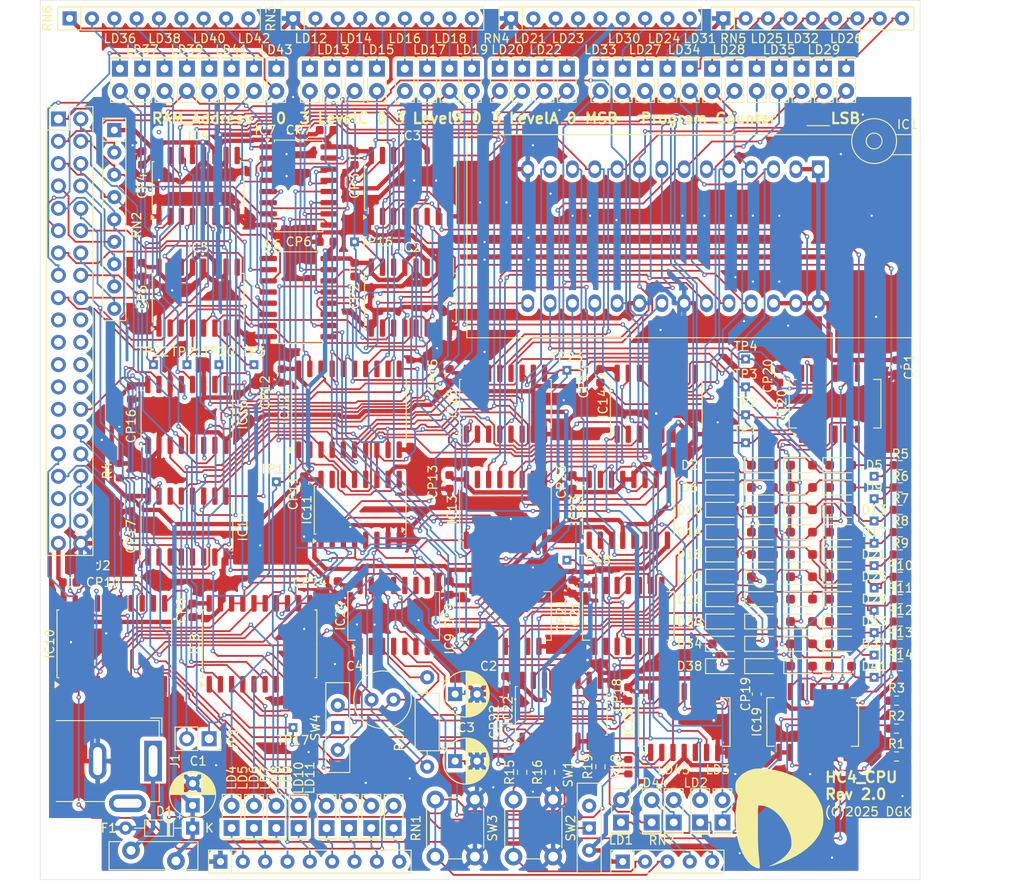
<source format=kicad_pcb>
(kicad_pcb (version 20241229) (generator "pcbnew") (generator_version "9.0")
  (title_block (title "HC4_CPU") (date "2025-02-23") (rev "1.2"))
  (layers (0 "F.Cu" signal) (2 "B.Cu" signal) (13 "F.Paste" user) (15 "B.Paste" user) (5 "F.SilkS" user "F.Silkscreen") (7 "B.SilkS" user "B.Silkscreen") (1 "F.Mask" user) (3 "B.Mask" user) (25 "Edge.Cuts" user))
  (net 0 "")
  (net 1 "GND")
  (net 2 "VCC")
  (net 3 "Net-(C2-Pad1)")
  (net 4 "Net-(C3-Pad1)")
  (net 5 "Net-(C4-Pad1)")
  (net 6 "Net-(SW4-A)")
  (net 7 "/Instruction Decoder/~{i6}")
  (net 8 "/Instruction Decoder/~{i5}")
  (net 9 "/Instruction Decoder/~{i4}")
  (net 10 "/Address BUS/Instruction_7")
  (net 11 "/Address BUS/Instruction_5")
  (net 12 "/Instruction Decoder/~{i7}")
  (net 13 "/Address BUS/Instruction_6")
  (net 14 "/Address BUS/MEMMode")
  (net 15 "Net-(RN7C-R3.2)")
  (net 16 "/Address BUS/Instruction_4")
  (net 17 "Net-(IC8-2Y3)")
  (net 18 "Net-(F1-Pad1)")
  (net 19 "/Address BUS/RAM_A0")
  (net 20 "Net-(RN7D-R4.2)")
  (net 21 "/Address BUS/RAM_A1")
  (net 22 "Net-(RN7A-R1.2)")
  (net 23 "/Address BUS/RAM_A4")
  (net 24 "Net-(RN7B-R2.2)")
  (net 25 "/Address BUS/RAM_A6")
  (net 26 "/Address BUS/RAM_A7")
  (net 27 "/Address BUS/RAM_A2")
  (net 28 "/Address BUS/RAM_A3")
  (net 29 "/Address BUS/RAM_A5")
  (net 30 "/Address BUS/Instruction_2")
  (net 31 "/Program Counter/PC_6")
  (net 32 "/Program Counter/PC_7")
  (net 33 "/Program Counter/PC_1")
  (net 34 "/Program Counter/PC_8")
  (net 35 "/Program Counter/PC_10")
  (net 36 "/Program Counter/PC_11")
  (net 37 "/Program Counter/PC_4")
  (net 38 "/Address BUS/Instruction_3")
  (net 39 "/Program Counter/PC_5")
  (net 40 "/Program Counter/PC_9")
  (net 41 "/Address BUS/Instruction_1")
  (net 42 "/Address BUS/Instruction_0")
  (net 43 "/Program Counter/PC_2")
  (net 44 "/Program Counter/PC_3")
  (net 45 "/Program Counter/PC_0")
  (net 46 "/ALU/I1a")
  (net 47 "/ALU/I3a")
  (net 48 "/ALU/Internal_A3")
  (net 49 "/ALU/ALU_in_A3")
  (net 50 "/ALU/ALU_in_B3")
  (net 51 "/ALU/I2a")
  (net 52 "/ALU/Internal_B3")
  (net 53 "/ALU/ALU_in_A2")
  (net 54 "/ALU/Internal_A2")
  (net 55 "/ALU/ALU_in_B2")
  (net 56 "/ALU/Internal_B2")
  (net 57 "/ALU/ALU_in_B1")
  (net 58 "/ALU/ALU_in_A1")
  (net 59 "/ALU/Internal_A1")
  (net 60 "/ALU/Internal_B1")
  (net 61 "/ALU/ALU_in_A0")
  (net 62 "/ALU/ALU_in_B0")
  (net 63 "/ALU/Internal_B0")
  (net 64 "/ALU/Internal_A0")
  (net 65 "/ALU/ALU_OUT2")
  (net 66 "/ALU/ALU_OUT1")
  (net 67 "/Instruction Decoder/Carry_Flg")
  (net 68 "/ALU/ALU_OUT0")
  (net 69 "/ALU/ALU_OUT3")
  (net 70 "/ALU/Carry_OUT")
  (net 71 "/Data BUS/Level_C2")
  (net 72 "/Data BUS/Level_C0")
  (net 73 "/Data BUS/Level_C3")
  (net 74 "/Data BUS/Level_C1")
  (net 75 "/Data BUS/~{Immediate_OE}")
  (net 76 "Net-(IC8-2Y0)")
  (net 77 "Net-(IC8-2Y1)")
  (net 78 "Net-(IC8-2Y2)")
  (net 79 "Net-(IC10-O2)")
  (net 80 "/Data BUS/BUS_Zero")
  (net 81 "CLK")
  (net 82 "/Instruction Decoder/~{STACK_LE}")
  (net 83 "~{RESET}")
  (net 85 "Net-(IC13-ENT)")
  (net 87 "/Instruction Decoder/~{JMP}")
  (net 88 "Net-(IC14-ENT)")
  (net 89 "Net-(IC16-OE)")
  (net 90 "CLK2")
  (net 91 "/Instruction Decoder/~{Carry_Flg}")
  (net 92 "/Data BUS/Level_C_OE")
  (net 93 "/Instruction Decoder/~{Zero_Flg}")
  (net 94 "/Instruction Decoder/Zero_Flg")
  (net 95 "/Instruction Decoder/READ")
  (net 96 "/Data BUS/~{RD}")
  (net 97 "/Data BUS/~{WR}")
  (net 98 "/Instruction Decoder/~{is_JP_inst}")
  (net 99 "Net-(IC24-Pad6)")
  (net 100 "/Data BUS/PA0")
  (net 101 "Net-(IC24-Pad2)")
  (net 102 "Net-(IC24-Pad12)")
  (net 103 "Net-(IC10-O0)")
  (net 104 "Net-(IC10-O3)")
  (net 105 "Net-(IC10-Cp)")
  (net 107 "/Data BUS/PA1")
  (net 108 "/Data BUS/PA3")
  (net 109 "Net-(IC10-O1)")
  (net 110 "/Data BUS/PA2")
  (net 111 "Net-(SW4-C)")
  (net 113 "/ALU/Carry_IN")
  (net 121 "/Data BUS/Databus1")
  (net 125 "Net-(LD1-K)")
  (net 126 "Net-(LD2-K)")
  (net 127 "Net-(LD3-K)")
  (net 128 "Net-(LD4-K)")
  (net 129 "Net-(LD5-K)")
  (net 130 "Net-(LD6-K)")
  (net 131 "Net-(LD7-K)")
  (net 132 "Net-(LD8-K)")
  (net 133 "Net-(LD9-K)")
  (net 134 "Net-(LD10-K)")
  (net 135 "Net-(LD11-K)")
  (net 136 "Net-(LD12-K)")
  (net 137 "Net-(LD13-K)")
  (net 138 "Net-(LD14-K)")
  (net 139 "Net-(LD15-K)")
  (net 140 "Net-(LD16-K)")
  (net 141 "Net-(LD17-K)")
  (net 142 "Net-(LD18-K)")
  (net 143 "Net-(LD19-K)")
  (net 144 "Net-(LD20-K)")
  (net 145 "Net-(LD21-K)")
  (net 146 "Net-(LD22-K)")
  (net 147 "Net-(LD23-K)")
  (net 148 "Net-(LD24-K)")
  (net 149 "Net-(LD25-K)")
  (net 150 "Net-(LD26-K)")
  (net 151 "Net-(LD27-K)")
  (net 152 "/Data BUS/Databus2")
  (net 154 "/Data BUS/Dummy6")
  (net 155 "/Data BUS/Dummy5")
  (net 157 "/Data BUS/Databus0")
  (net 158 "/Data BUS/Databus3")
  (net 159 "/Data BUS/Dummy7")
  (net 161 "Net-(LD29-K)")
  (net 162 "Net-(LD30-K)")
  (net 163 "Net-(LD31-K)")
  (net 164 "Net-(LD32-K)")
  (net 165 "Net-(LD33-K)")
  (net 166 "Net-(LD34-K)")
  (net 167 "Net-(LD35-K)")
  (net 168 "Net-(LD36-K)")
  (net 169 "Net-(LD37-K)")
  (net 170 "Net-(LD38-K)")
  (net 171 "Net-(LD39-K)")
  (net 172 "Net-(LD28-K)")
  (net 173 "Net-(D2-A)")
  (net 175 "Net-(D6-A)")
  (net 180 "Net-(D18-A)")
  (net 182 "Net-(D22-A)")
  (net 183 "Net-(D26-A)")
  (net 187 "Net-(D30-A)")
  (net 192 "/Data BUS/Dummy4")
  (net 193 "/Instruction Decoder/~{Carry_EN}")
  (net 194 "Net-(IC18B-D)")
  (net 195 "Net-(IC18A-D)")
  (net 203 "Net-(LD40-K)")
  (net 204 "Net-(LD41-K)")
  (net 205 "Net-(LD42-K)")
  (net 206 "Net-(LD43-K)")
  (net 207 "Net-(SW4-B)")
  (footprint "Resistor_THT:R_Array_SIP5" (layer "F.Cu") (at 116.205 147.955)
    (property "Reference" "RN7")
    (property "Value" "1k")
  )
  (footprint "Diode_SMD:D_SOD-323_HandSoldering" (layer "F.Cu") (at 132.08 123.19)
    (property "Reference" "D35" (hide yes))
    (property "Value" "D")
  )
  (footprint "LED_THT:LED_Rectangular_W5.0mm_H2.0mm" (layer "F.Cu") (at 131.445 57.785 -90)
    (property "Reference" "LD25")
    (property "Value" "LED")
  )
  (footprint "Capacitor_SMD:C_0603_1608Metric" (layer "F.Cu") (at 85.725 80.645 -90)
    (property "Reference" "CP2")
    (property "Value" "0.1u")
  )
  (footprint "Diode_SMD:D_SOD-323_HandSoldering" (layer "F.Cu") (at 140.97 115.57)
    (property "Reference" "D25")
    (property "Value" "D")
  )
  (footprint "Diode_SMD:D_SOD-323_HandSoldering" (layer "F.Cu") (at 132.08 120.65)
    (property "Reference" "D31" (hide yes))
    (property "Value" "D")
  )
  (footprint "LED_THT:LED_Rectangular_W5.0mm_H2.0mm" (layer "F.Cu") (at 83.185 57.785 -90)
    (property "Reference" "LD13")
    (property "Value" "LED")
  )
  (footprint "Resistor_SMD:R_0603_1608Metric" (layer "F.Cu") (at 147.765 120.65 180)
    (property "Reference" "R12")
    (property "Value" "10k")
  )
  (footprint "Library:TestPoint_THTPad_1.0x1.0mm_Drill0.5mm" (layer "F.Cu") (at 130.175 100.33)
    (property "Reference" "TP1")
    (property "Value" "TestPoint")
  )
  (footprint "LED_THT:LED_Rectangular_W5.0mm_H2.0mm" (layer "F.Cu") (at 133.985 57.785 -90)
    (property "Reference" "LD35")
    (property "Value" "LED")
  )
  (footprint "LED_THT:LED_Rectangular_W5.0mm_H2.0mm" (layer "F.Cu") (at 119.5 143.5 90)
    (property "Reference" "LD44")
    (property "Value" "LED")
  )
  (footprint "Capacitor_SMD:C_0603_1608Metric" (layer "F.Cu") (at 82.55 77.47 180)
    (property "Reference" "CP6")
    (property "Value" "0.1u")
  )
  (footprint "Library:TestPoint_THTPad_1.0x1.0mm_Drill0.5mm" (layer "F.Cu") (at 109.855 113.665)
    (property "Reference" "TP18")
    (property "Value" "TestPoint")
  )
  (footprint "Diode_SMD:D_SOD-323_HandSoldering" (layer "F.Cu") (at 132.08 113.03)
    (property "Reference" "D19" (hide yes))
    (property "Value" "D")
  )
  (footprint "Library:TestPoint_THTPad_1.0x1.0mm_Drill0.5mm" (layer "F.Cu") (at 130.175 97.155)
    (property "Reference" "TP2")
    (property "Value" "TestPoint")
  )
  (footprint "Capacitor_SMD:C_0603_1608Metric" (layer "F.Cu") (at 110.49 104.775 -90)
    (property "Reference" "CP23")
    (property "Value" "0.1u")
  )
  (footprint "Diode_SMD:D_SOD-323_HandSoldering" (layer "F.Cu") (at 132.08 115.57)
    (property "Reference" "D23" (hide yes))
    (property "Value" "D")
  )
  (footprint "Diode_SMD:D_SOD-323_HandSoldering" (layer "F.Cu") (at 136.525 123.19)
    (property "Reference" "D36" (hide yes))
    (property "Value" "D")
  )
  (footprint "LED_THT:LED_Rectangular_W5.0mm_H2.0mm" (layer "F.Cu") (at 125 143.5 90)
    (property "Reference" "LD2")
    (property "Value" "LED")
  )
  (footprint "Resistor_SMD:R_0603_1608Metric" (layer "F.Cu") (at 147.765 118.11 180)
    (property "Reference" "R11")
    (property "Value" "10k")
  )
  (footprint "Library:TestPoint_THTPad_1.0x1.0mm_Drill0.5mm" (layer "F.Cu") (at 74.295 91.44)
    (property "Reference" "TP5")
    (property "Value" "TestPoint")
  )
  (footprint "Capacitor_THT:CP_Radial_D5.0mm_P2.50mm" (layer "F.Cu") (at 97.155 128.905)
    (property "Reference" "C2")
    (property "Value" "10u")
  )
  (footprint "Diode_SMD:D_SOD-323_HandSoldering" (layer "F.Cu") (at 140.97 125.73)
    (property "Reference" "D41")
    (property "Value" "D")
  )
  (footprint "Package_SO:SO-16_5.3x10.2mm_P1.27mm" (layer "F.Cu") (at 109.22 130.81 90)
    (property "Reference" "IC22")
    (property "Value" "74HC4053")
  )
  (footprint "LED_THT:LED_Rectangular_W5.0mm_H2.0mm" (layer "F.Cu") (at 66.675 57.785 -90)
    (property "Reference" "LD39")
    (property "Value" "LED")
  )
  (footprint "Library:TestPoint_THTPad_1.0x1.0mm_Drill0.5mm" (layer "F.Cu") (at 70.3072 91.44)
    (property "Reference" "TP20")
    (property "Value" "TestPoint")
  )
  (footprint "Package_SO:SOP-20_7.5x12.8mm_P1.27mm" (layer "F.Cu") (at 85.09 96.52 90)
    (property "Reference" "IC12")
    (property "Value" "74HC377")
  )
  (footprint "Capacitor_THT:C_Radial_D6.3mm_H5.0mm_P2.50mm" (layer "F.Cu") (at 87.65 129.54)
    (property "Reference" "C4")
    (property "Value" "10u(Socket)")
  )
  (footprint "Library:TestPoint_THTPad_1.0x1.0mm_Drill0.5mm" (layer "F.Cu") (at 109.855 92.075)
    (property "Reference" "TP23")
    (property "Value" "TestPoint")
  )
  (footprint "Connector_BarrelJack:BarrelJack_GCT_DCJ200-10-A_Horizontal" (layer "F.Cu") (at 62.825 136.525 -90)
    (property "Reference" "J1")
    (property "Value" "Power")
  )
  (footprint "LED_THT:LED_Rectangular_W5.0mm_H2.0mm" (layer "F.Cu") (at 113.665 57.785 -90)
    (property "Reference" "LD33")
    (property "Value" "LED")
  )
  (footprint "Capacitor_SMD:C_0603_1608Metric" (layer "F.Cu") (at 102.87 127.635 -90)
    (property "Reference" "CP22")
    (property "Value" "0.1u")
  )
  (footprint "Capacitor_THT:CP_Radial_D5.0mm_P2.50mm" (layer "F.Cu") (at 97.155 136.525)
    (property "Reference" "C3")
    (property "Value" "10u")
  )
  (footprint "Package_SO:SO-14_5.3x10.2mm_P1.27mm" (layer "F.Cu") (at 102.87 120.015 90)
    (property "Reference" "IC9")
    (property "Value" "74HC4002")
  )
  (footprint "Package_SO:SO-16_5.3x10.2mm_P1.27mm" (layer "F.Cu") (at 67.945 83.82 90)
    (property "Reference" "IC5")
    (property "Value" "74HC153")
  )
  (footprint "LED_THT:LED_Rectangular_W5.0mm_H2.0mm" (layer "F.Cu") (at 109.855 57.785 -90)
    (property "Reference" "LD23")
    (property "Value" "LED")
  )
  (footprint "Capacitor_SMD:C_0603_1608Metric" (layer "F.Cu") (at 96.52 92.71 -90)
    (property "Reference" "CP15")
    (property "Value" "0.1u")
  )
  (footprint "Resistor_THT:R_Array_SIP9" (layer "F.Cu") (at 70.485 147.955)
    (property "Reference" "RN1")
    (property "Value" "1k")
  )
  (footprint "Library:TestPoint_THTPad_1.0x1.0mm_Drill0.5mm" (layer "F.Cu") (at 130.175 93.98)
    (property "Reference" "TP3")
    (property "Value" "TestPoint")
  )
  (footprint "LED_THT:LED_Rectangular_W5.0mm_H2.0mm" (layer "F.Cu") (at 123.825 57.785 -90)
    (property "Reference" "LD34")
    (property "Value" "LED")
  )
  (footprint "Package_SO:SO-16_5.3x10.2mm_P1.27mm" (layer "F.Cu") (at 79.375 83.82)
    (property "Reference" "IC6")
    (property "Value" "74HC283")
  )
  (footprint "LED_THT:LED_Rectangular_W5.0mm_H2.0mm" (layer "F.Cu") (at 64.135 57.785 -90)
    (property "Reference" "LD38")
    (property "Value" "LED")
  )
  (footprint "Library:TestPoint_THTPad_1.0x1.0mm_Drill0.5mm" (layer "F.Cu") (at 144.78 114.3)
    (property "Reference" "TP10" (hide yes))
    (property "Value" "TestPoint")
  )
  (footprint "Diode_SMD:D_SOD-323_HandSoldering" (layer "F.Cu") (at 136.525 120.65)
    (property "Reference" "D32" (hide yes))
    (property "Value" "D")
  )
  (footprint "Resistor_SMD:R_0603_1608Metric" (layer "F.Cu") (at 147.325 132.825)
    (property "Reference" "R2")
    (property "Value" "1k")
  )
  (footprint "Library:TestPoint_THTPad_1.0x1.0mm_Drill0.5mm" (layer "F.Cu") (at 144.78 119.38)
    (property "Reference" "TP12" (hide yes))
    (property "Value" "TestPoint")
  )
  (footprint "Diode_SMD:D_SOD-323_HandSoldering" (layer "F.Cu") (at 140.97 118.11)
    (property "Reference" "D29")
    (property "Value" "D")
  )
  (footprint "Package_SO:SO-16_5.3x10.2mm_P1.27mm" (layer "F.Cu") (at 120.015 95.885 90)
    (property "Reference" "IC14")
    (property "Value" "74HC161")
  )
  (footprint "Resistor_SMD:R_0603_1608Metric" (layer "F.Cu") (at 147.325 129.65)
    (property "Reference" "R3")
    (property "Value" "1k")
  )
  (footprint "Capacitor_SMD:C_0603_1608Metric" (layer "F.Cu") (at 110.49 116.7 -90)
    (property "Reference" "CP21")
    (property "Value" "0.1u")
  )
  (footprint "LED_THT:LED_Rectangular_W5.0mm_H2.0mm" (layer "F.Cu") (at 107.315 57.785 -90)
    (property "Reference" "LD22")
    (property "Value" "LED")
  )
  (footprint "LED_THT:LED_Rectangular_W5.0mm_H2.0mm" (layer "F.Cu") (at 93.98 57.785 -90)
    (property "Reference" "LD17")
    (property "Value" "LED")
  )
  (footprint "Package_SO:SO-16_5.3x10.2mm_P1.27mm" (layer "F.Cu") (at 66.675 109.855 90)
    (property "Reference" "IC17")
    (property "Value" "74HC257")
  )
  (footprint "Button_Switch_THT:SW_PUSH_6mm" (layer "F.Cu") (at 108.295 140.895 -90)
    (property "Reference" "SW2")
    (property "Value" "SW_Push")
  )
  (footprint "Capacitor_SMD:C_0603_1608Metric" (layer "F.Cu") (at 147.32 91.694 -90)
    (property "Reference" "CP1")
    (property "Value" "0.1u")
  )
  (footprint "Package_SO:SO-16_5.3x10.2mm_P1.27mm" (layer "F.Cu") (at 92.075 83.82 90)
    (property "Reference" "IC2")
    (property "Value" "74HC153")
  )
  (footprint "Capacitor_SMD:C_0603_1608Metric" (layer "F.Cu") (at 77.47 92.71 -90)
    (property "Reference" "CP12")
    (property "Value" "0.1u")
  )
  (footprint "Library:TestPoint_THTPad_1.0x1.0mm_Drill0.5mm" (layer "F.Cu") (at 144.78 121.92)
    (property "Reference" "TP13" (hide yes))
    (property "Value" "TestPoint")
  )
  (footprint "Diode_SMD:D_SOD-323_HandSoldering" (layer "F.Cu") (at 140.97 107.95)
    (property "Reference" "D13")
    (property "Value" "D")
  )
  (footprint "LED_THT:LED_Rectangular_W5.0mm_H2.0mm" (layer "F.Cu") (at 141.605 57.785 -90)
    (property "Reference" "LD26")
    (property "Value" "LED")
  )
  (footprint "Diode_SMD:D_SOD-323_HandSoldering" (layer "F.Cu") (at 132.08 110.49)
    (property "Reference" "D15" (hide yes))
    (property "Value" "D")
  )
  (footprint "Package_SO:SOP-20_7.5x12.8mm_P1.27mm" (layer "F.Cu") (at 74.93 123.19 90)
    (property "Reference" "IC8")
    (property "Value" "74HC244")
  )
  (footprint "Resistor_SMD:R_0603_1608Metric" (layer "F.Cu") (at 59.055 103.505 90)
    (property "Reference" "R4")
    (property "Value" "10k")
  )
  (footprint "Library:TestPoint_THTPad_1.0x1.0mm_Drill0.5mm" (layer "F.Cu") (at 144.78 127)
    (property "Reference" "TP15" (hide yes))
    (property "Value" "TestPoint")
  )
  (footprint "Capacitor_SMD:C_0603_1608Metric" (layer "F.Cu") (at 53.34 116.205)
    (property "Reference" "CP10")
    (property "Value" "0.1u")
  )
  (footprint "LED_THT:LED_Rectangular_W5.0mm_H2.0mm" (layer "F.Cu") (at 61.595 57.785 -90)
    (property "Reference" "LD37")
    (property "Value" "LED")
  )
  (footprint "LED_THT:LED_Rectangular_W5.0mm_H2.0mm" (layer "F.Cu") (at 139.065 57.785 -90)
    (property "Reference" "LD29")
    (property "Value" "LED")
  )
  (footprint "Capacitor_SMD:C_0603_1608Metric" (layer "F.Cu") (at 67.31 119.38 -90)
    (property "Reference" "CP8")
    (property "Value" "0.1u")
  )
  (footprint "LED_THT:LED_Rectangular_W5.0mm_H2.0mm" (layer "F.Cu") (at 69.215 57.785 -90)
    (property "Reference" "LD40")
    (property "Value" "LED")
  )
  (footprint "Capacitor_SMD:C_0603_1608Metric" (layer "F.Cu") (at 80.01 104.915 -90)
    (property "Reference" "CP11")
    (property "Value" "0.1u")
  )
  (footprint "Diode_SMD:D_SOD-323_HandSoldering" (layer "F.Cu") (at 140.97 120.65)
    (property "Reference" "D33")
    (property "Value" "D")
  )
  (footprint "Capacitor_SMD:C_0603_1608Metric" (layer "F.Cu") (at 60.325 94.615 -90)
    (property "Reference" "CP16")
    (property "Value" "0.1u")
  )
  (footprint "LED_THT:LED_Rectangular_W5.0mm_H2.0mm" (layer "F.Cu") (at 82.55 144.145 90)
    (property "Reference" "LD8")
    (property "Value" "LED")
  )
  (footprint "Diode_SMD:D_SOD-323_HandSoldering" (layer "F.Cu") (at 127.635 118.11)
    (property "Reference" "D26")
    (property "Value" "D")
  )
  (footprint "Package_SO:SO-16_5.3x10.2mm_P1.27mm" (layer "F.Cu") (at 102.87 107.95 90)
    (property "Reference" "IC13")
    (property "Value" "74HC161")
  )
  (footprint "Library:TestPoint_THTPad_1.0x1.0mm_Drill0.5mm" (layer "F.Cu") (at 144.78 116.84)
    (property "Reference" "TP11" (hide yes))
    (property "Value" "TestPoint")
  )
  (footprint "LED_THT:LED_Rectangular_W5.0mm_H2.0mm" (layer "F.Cu") (at 88.265 57.785 -90)
    (property "Reference" "LD15")
    (property "Value" "LED")
  )
  (footprint "MountingHole:MountingHole_3.2mm_M3" (layer "F.Cu") (at 146.5 146.5)
    (property "Reference" "H3" (hide yes))
    (property "Value" "MountingHole")
  )
  (footprint "Capacitor_THT:CP_Radial_D5.0mm_P2.50mm" (layer "F.Cu") (at 67.32 141.565 90)
    (property "Reference" "C1")
    (property "Value" "100u")
  )
  (footprint "Diode_SMD:D_SOD-323_HandSoldering" (layer "F.Cu") (at 127.635 107.95)
    (property "Reference" "D10")
    (property "Value" "D")
  )
  (footprint "Package_SO:SO-16_5.3x10.2mm_P1.27mm" (layer "F.Cu") (at 116.84 107.95 90)
    (property "Reference" "IC23")
    (property "Value" "74HC151")
  )
  (footprint "Resistor_SMD:R_0603_1608Metric" (layer "F.Cu") (at 113.665 137.16 90)
    (property "Reference" "R19")
    (property "Value" "100")
  )
  (footprint "Capacitor_SMD:C_0603_1608Metric" (layer "F.Cu") (at 61.595 67.945 90)
    (property "Reference" "CP4")
    (property "Value" "0.1u")
  )
  (footprint "Resistor_THT:R_Array_SIP9" (layer "F.Cu") (at 127.635 52.07)
    (property "Reference" "RN5")
    (property "Value" "1k")
  )
  (footprint "Capacitor_SMD:C_0603_1608Metric" (layer "F.Cu") (at 116.84 128.905 -90)
    (property "Reference" "CP18")
    (property "Value" "0.1u")
  )
  (footprint "Library:TestPoint_THTPad_1.0x1.0mm_Drill0.5mm" (layer "F.Cu") (at 144.78 111.76)
    (property "Reference" "TP9" (hide yes))
    (property "Value" "TestPoint")
  )
  (footprint "LED_THT:LED_Rectangular_W5.0mm_H2.0mm" (layer "F.Cu") (at 96.52 57.785 -90)
    (property "Reference" "LD18")
    (property "Value" "LED")
  )
  (footprint "Capacitor_SMD:C_0603_1608Metric" (layer "F.Cu") (at 96.52 116.84 -90)
    (property "Reference" "CP9")
    (property "Value" "0.1u")
  )
  (footprint "Diode_SMD:D_SOD-323_HandSoldering" (layer "F.Cu") (at 136.525 105.41)
    (property "Reference" "D8" (hide yes))
    (property "Value" "D")
  )
  (footprint "LED_THT:LED_Rectangular_W5.0mm_H2.0mm" (layer "F.Cu") (at 102.235 57.785 -90)
    (property "Reference" "LD20")
    (property "Value" "LED")
  )
  (footprint "LED_THT:LED_Rectangular_W5.0mm_H2.0mm" (layer "F.Cu") (at 71.755 144.145 90)
    (property "Reference" "LD4")
    (property "Value" "LED")
  )
  (footprint "Library:TestPoint_THTPad_1.0x1.0mm_Drill0.5mm" (layer "F.Cu") (at 144.78 106.68)
    (property "Reference" "TP7" (hide yes))
    (property "Value" "TestPoint")
  )
  (footprint "Package_SO:SO-16_5.3x10.2mm_P1.27mm" (layer "F.Cu") (at 86.36 107.95 90)
    (property "Reference" "IC11")
    (property "Value" "74HC161")
  )
  (footprint "Library:TestPoint_THTPad_1.0x1.0mm_Drill0.5mm" (layer "F.Cu") (at 130.175 90.805)
    (property "Reference" "TP4")
    (property "Value" "TestPoint")
  )
  (footprint "LED_THT:LED_Rectangular_W5.0mm_H2.0mm" (layer "F.Cu") (at 74.295 144.145 90)
    (property "Reference" "LD5")
    (property "Value" "LED")
  )
  (footprint "Diode_SMD:D_SOD-323_HandSoldering" (layer "F.Cu") (at 140.97 123.19)
    (property "Reference" "D37")
    (property "Value" "D")
  )
  (footprint "Connector_PinSocket_2.54mm:PinSocket_1x02_P2.54mm_Vertical" (layer "F.Cu") (at 69.195 133.985 -90)
    (property "Reference" "JP1")
    (property "Value" "Blink_EN")
  )
  (footprint "LED_THT:LED_Rectangular_W5.0mm_H2.0mm" (layer "F.Cu") (at 127.54 143.5 90)
    (property "Reference" "LD3")
    (property "Value" "LED")
  )
  (footprint "Resistor_SMD:R_0603_1608Metric" (layer "F.Cu") (at 147.765 113.03 180)
    (property "Reference" "R9")
    (property "Value" "10k")
  )
  (footprint "Diode_SMD:D_SOD-323_HandSoldering" (layer "F.Cu") (at 127.635 110.49)
    (property "Reference" "D14")
    (property "Value" "D")
  )
  (footprint "LED_THT:LED_Rectangular_W5.0mm_H2.0mm" (layer "F.Cu") (at 99.06 57.785 -90)
    (property "Reference" "LD19")
    (property "Value" "LED")
  )
  (footprint "Diode_SMD:D_SOD-323_HandSoldering" (layer "F.Cu") (at 136.525 113.03)
    (property "Reference" "D20" (hide yes))
    (property "Value" "D")
  )
  (footprint "LED_THT:LED_Rectangular_W5.0mm_H2.0mm" (layer "F.Cu") (at 74.295 57.785 -90)
    (property "Reference" "LD42")
    (property "Value" "LED")
  )
  (footprint "Button_Switch_THT:SW_Slide-03_Wuerth-WS-SLTV_10x2.5x6.4_P2.54mm" (layer "F.Cu") (at 83.82 132.715 90)
    (property "Reference" "SW4")
    (property "Value" "SW_SPDT")
  )
  (footprint "Diode_SMD:D_SOD-323_HandSoldering" (layer "F.Cu") (at 132.08 125.73)
    (property "Reference" "D39" (hide yes))
    (property "Value" "D")
  )
  (footprint "Diode_SMD:D_SOD-323_HandSoldering" (layer "F.Cu") (at 136.525 115.57)
    (property "Reference" "D24" (hide yes))
    (property "Value" "D")
  )
  (footprint "Resistor_SMD:R_0603_1608Metric" (layer "F.Cu") (at 147.765 115.57 180)
    (property "Reference" "R10")
    (property "Value" "10k")
  )
  (footprint "LED_THT:LED_Rectangular_W5.0mm_H2.0mm" (layer "F.Cu") (at 85.725 57.785 -90)
    (property "Reference" "LD14")
    (property "Value" "LED")
  )
  (footprint "Diode_SMD:D_SOD-323_HandSoldering" (layer "F.Cu") (at 127.635 102.87)
    (property "Reference" "D2")
    (property "Value" "D")
  )
  (footprint "Library:TestPoint_THTPad_1.0x1.0mm_Drill0.5mm" (layer "F.Cu") (at 76.835 104.775)
    (property "Reference" "TP19")
    (property "Value" "TestPoint")
  )
  (footprint "Button_Switch_THT:SW_Slide-03_Wuerth-WS-SLTV_10x2.5x6.4_P2.54mm" (layer "F.Cu") (at 112.395 144.145 -90)
    (property "Reference" "SW1")
    (property "Value" "Bus_Open")
  )
  (footprint "Diode_SMD:D_SOD-323_HandSoldering" (layer "F.Cu") (at 127.635 125.73)
    (property "Reference" "D38")
    (property "Value" "D")
  )
  (footprint "Diode_SMD:D_SOD-323_HandSoldering" (layer "F.Cu") (at 127.635 120.65)
    (property "Reference" "D30")
    (property "Value" "D")
  )
  (footprint "Library:TestPoint_THTPad_1.0x1.0mm_Drill0.5mm" (layer "F.Cu") (at 62.865 91.44)
    (property "Reference" "TP22")
    (property "Value" "TestPoint")
  )
  (footprint "Diode_SMD:D_SOD-323_HandSoldering" (layer "F.Cu") (at 140.97 113.03)
    (property "Reference" "D21")
    (property "Value" "D")
  )
  (footprint "Capacitor_SMD:C_0603_1608Metric" (layer "F.Cu") (at 133.985 92.71 -90)
    (property "Reference" "CP20")
    (property "Value" "0.1u")
  )
  (footprint "LED_THT:LED_Rectangular_W5.0mm_H2.0mm" (layer "F.Cu") (at 91.44 57.785 -90)
    (property "Reference" "LD16")
    (property "Value" "LED")
  )
  (footprint "MountingHole:MountingHole_3.2mm_M3" (layer "F.Cu") (at 146.5 57.5)
    (property "Reference" "H1" (hide yes))
    (property "Value" "MountingHole")
  )
  (footprint "Package_SO:SO-14_5.3x10.2mm_P1.27mm" (layer "F.Cu") (at 140.335 95.885 90)
    (property "Reference" "IC20")
    (property "Value" "74HC04")
  )
  (footprint "Diode_SMD:D_SOD-323_HandSoldering" (layer "F.Cu") (at 132.08 118.11)
    (property "Reference" "D27" (hide yes))
    (property "Value" "D")
  )
  (footprint "Button_Switch_THT:SW_PUSH_6mm" (layer "F.Cu") (at 99.405 140.895 -90)
    (property "Reference" "SW3")
    (property "Value" "SW_Push")
  )
  (footprint "LED_THT:LED_Rectangular_W5.0mm_H2.0mm" (layer "F.Cu") (at 76.835 144.145 90)
    (property "Reference" "LD6")
    (property "Value" "LED")
  )
  (footprint "Resistor_SMD:R_0603_1608Metric" (layer "F.Cu") (at 107.95 137.795 90)
    (property "Reference" "R16")
    (property "Value" "100k")
  )
  (footprint "LED_THT:LED_Rectangular_W5.0mm_H2.0mm" (layer "F.Cu") (at 128.905 57.785 -90)
    (property "Reference" "LD28")
    (property "Value" "LED")
  )
  (footprint "Diode_THT:D_DO-34_SOD68_P7.62mm_Horizontal" (layer "F.Cu") (at 67.32 144.145 180)
    (property "Reference" "D1")
    (property "Value" "5.6V")
  )
  (footprint "Diode_SMD:D_SOD-323_HandSoldering" (layer "F.Cu") (at 140.97 102.87)
    (property "Reference" "D5")
    (property "Value" "D")
  )
  (footprint "LED_THT:LED_Rectangular_W5.0mm_H2.0mm" (layer "F.Cu") (at 71.755 57.785 -90)
    (property "Reference" "LD41")
    (property "Value" "LED")
  )
  (footprint "Resistor_SMD:R_0603_1608Metric" (layer "F.Cu") (at 104.775 137.795 90)
    (property "Reference" "R15")
    (property "Value" "10k")
  )
  (footprint "Package_SO:SO-16_5.3x10.2mm_P1.27mm" (layer "F.Cu") (at 67.945 71.12 90)
    (property "Reference" "IC4")
    (property "Value" "74HC153")
  )
  (footprint "Capacitor_SMD:C_0603_1608Metric" (layer "F.Cu") (at 96.52 104.775 -90)
    (property "Reference" "CP13")
    (property "Value" "0.1u")
  )
  (footprint "Resistor_SMD:R_0603_1608Metric" (layer "F.Cu") (at 116.84 137.16 90)
    (property "Reference" "R18")
    (property "Value" "100")
  )
  (footprint "Diode_SMD:D_SOD-323_HandSoldering" (layer "F.Cu") (at 140.97 105.41)
    (property "Reference" "D9")
    (property "Value" "D")
  )
  (footprint "Resistor_SMD:R_0603_1608Metric" (layer "F.Cu") (at 147.765 125.73 180)
    (property "Reference" "R14")
    (property "Value" "10k")
  )
  (footprint "MountingHole:MountingHole_3.2mm_M3" (layer "F.Cu") (at 53.5 146.5)
    (property "Reference" "H4" (hide yes))
    (property "Value" "MountingHole")
  )
  (footprint "LED_THT:LED_Rectangular_W5.0mm_H2.0mm" (layer "F.Cu") (at 85.09 144.145 90)
    (property "Reference" "LD9")
    (property "Value" "LED")
  )
  (footprint "Resistor_SMD:R_0603_1608Metric" (layer "F.Cu") (at 147.325 136)
    (property "Reference" "R1")
    (property "Value" "1k")
  )
  (footprint "Resistor_SMD:R_0603_1608Metric" (layer "F.Cu") (at 147.765 123.19 180)
    (property "Reference" "R13")
    (property "Value" "10k")
  )
  (footprint "Capacitor_SMD:C_0603_1608Metric" (layer "F.Cu") (at 131.445 128.905 -90)
    (property "Reference" "CP19")
    (property "Value" "0.1u")
  )
  (footprint "Diode_SMD:D_SOD-323_HandSoldering" (layer "F.Cu") (at 127.635 115.57)
    (property "Reference" "D22")
    (property "Value" "D")
  )
  (footprint "Connector_PinHeader_2.54mm:PinHeader_2x20_P2.54mm_Vertical" (layer "F.Cu") (at 52.07 63.5)
    (property "Reference" "J2")
    (property "Value" "Expantion_Connector")
  )
  (footprint "Capacitor_SMD:C_0603_1608Metric" (layer "F.Cu") (at 60.325 107.315 -90)
    (property "Reference" "CP17")
    (property "Value" "0.1u")
  )
  (footprint "LED_THT:LED_Rectangular_W5.0mm_H2.0mm" (layer "F.Cu") (at 80.645 57.785 -90)
    (property "Reference" "LD12")
    (property "Value" "LED")
  )
  (footprint "Resistor_SMD:R_0603_1608Metric" (layer "F.Cu") (at 147.765 110.49 180)
    (property "Reference" "R8")
    (property "Value" "10k")
  )
  (footprint "LED_THT:LED_Rectangular_W5.0mm_H2.0mm" (layer "F.Cu") (at 87.63 144.145 90)
    (property "Reference" "LD10")
    (property "Value" "LED")
  )
  (footprint "Diode_SMD:D_SOD-323_HandSoldering" (layer "F.Cu") (at 140.97 110.49)
    (property "Reference" "D17")
    (property "Value" "D")
  )
  (footprint "LED_THT:LED_Rectangular_W5.0mm_H2.0mm" (layer "F.Cu") (at 59.055 57.785 -90)
    (property "Reference" "LD36")
    (property "Value" "LED")
  )
  (footprint "Diode_SMD:D_SOD-323_HandSoldering" (layer "F.Cu") (at 136.525 102.87)
    (property "Reference" "D4" (hide yes))
    (property "Value" "D")
  )
  (footprint "Package_SO:SO-14_5.3x10.2mm_P1.27mm" (layer "F.Cu") (at 116.84 120.015 90)
    (property "Reference" "IC21")
    (property "Value" "74HC00")
  )
  (footprint "LED_THT:LED_Rectangular_W5.0mm_H2.0mm" (layer "F.Cu") (at 116.205 57.785 -90)
    (property "Reference" "LD30")
    (property "Value" "LED")
  )
  (footprint "Package_SO:SOP-20_7.5x12.8mm_P1.27mm" (layer "F.Cu") (at 58.42 123.19 90)
    (property "Reference" "IC10")
    (property "Value" "74HC374")
  )
  (footprint "Package_SO:SO-14_5.3x10.2mm_P1.27mm" (layer "F.Cu") (at 123.19 132.08 90)
    (property "Reference" "IC18")
    (property "Value" "74HC74")
  )
  (footprint "Package_SO:SO-16_5.3x10.2mm_P1.27mm" (layer "F.Cu") (at 92.075 71.12 90)
    (property "Reference" "IC3")
    (property "Value" "74HC153")
  )
  (footprint "Diode_SMD:D_SOD-323_HandSoldering" (layer "F.Cu") (at 132.08 107.95)
    (property "Reference" "D11" (hide yes))
    (property "Value" "D")
  )
  (footprint "MountingHole:MountingHole_3.2mm_M3" (layer "F.Cu") (at 53.5 57.5)
    (property "Reference" "H2" (hide yes))
    (property "Value" "MountingHole")
  )
  (footprint "Resistor_THT:R_Array_SIP9" (layer "F.Cu") (at 103.505 52.07)
    (property "Reference" "RN4")
    (property "Value" "1k")
  )
  (footprint "Capacitor_SMD:C_0603_1608Metric" (layer "F.Cu") (at 83.82 116.84 -90)
    (property "Reference" "CP24")
    (property "Value" "0.1u")
  )
  (footprint "Resistor_SMD:R_0603_1608Metric" (layer "F.Cu") (at 147.765 105.41 180)
    (property "Reference" "R6")
    (property "Value" "10k")
  )
  (footprint "Package_SO:SO-16_5.3x10.2mm_P1.27mm" (layer "F.Cu") (at 79.375 71.12)
    (property "Reference" "IC7")
    (property "Value" "74HC257")
  )
  (footprint "LOGO" (layer "F.Cu") (at 133.985 143)
    (property "Reference" "G***" (hide yes))
    (property "Value" "LOGO" (hide yes))
  )
  (footprint "Package_SO:SO-14_5.3x10.2mm_P1.27mm" (layer "F.Cu") (at 90.17 120.015 90)
    (property "Reference" "IC24")
    (property "Value" "74HC14")
  )
  (footprint "Fuse:Fuse_Bourns_MF-RG400" (layer "F.Cu") (at 60.325 146.685)
    (property "Reference" "F1")
    (property "Value" "Polyfuse")
  )
  (footprint "LED_THT:LED_Rectangular_W5.0mm_H2.0mm" (layer "F.Cu") (at 121.285 57.785 -90)
    (property "Reference" "LD24")
    (property "Value" "LED")
  )
  (footprint "Capacitor_SMD:C_0603_1608Metric" (layer "F.Cu") (at 85.725 67.945 -90)
    (property "Reference" "CP3")
    (property "Value" "0.1u")
  )
  (footprint "Diode_SMD:D_SOD-323_HandSoldering" (layer "F.Cu") (at 127.635 113.03)
    (property "Reference" "D18")
    (property "Value" "D")
  )
  (footprint "Diode_SMD:D_SOD-323_HandSoldering" (layer "F.Cu") (at 136.525 118.11)
    (property "Reference" "D28" (hide yes))
    (property "Value" "D")
  )
  (footprint "LED_THT:LED_Rectangular_W5.0mm_H2.0mm" (layer "F.Cu") (at 122 143.5 90)
    (property "Reference" "LD45")
    (property "Value" "LED")
  )
  (footprint "Library:TestPoint_THTPad_1.0x1.0mm_Drill0.5mm" (layer "F.Cu") (at 144.78 124.46)
    (property "Reference" "TP14" (hide yes))
    (property "Value" "TestPoint")
  )
  (footprint "Resistor_THT:R_Axial_DIN0207_L6.3mm_D2.5mm_P10.16mm_Horizontal" (layer "F.Cu") (at 93.98 137.16 90)
    (property "Reference" "R17")
    (property "Value" "Socket")
  )
  (footprint "Resistor_SMD:R_0603_1608Metric" (layer "F.Cu") (at 147.765 107.95 180)
    (property "Reference" "R7")
    (property "Value" "10k")
  )
  (footprint "Package_SO:SO-16_5.3x10.2mm_P1.27mm" (layer "F.Cu") (at 102.87 95.885 90)
    (property "Reference" "IC15")
    (property "Value" "74HC161")
  )
  (footprint "LED_THT:LED_Rectangular_W5.0mm_H2.0mm" (layer "F.Cu") (at 90.17 144.145 90)
    (property "Reference" "LD11")
    (property "Value" "LED")
  )
  (footprint "LED_THT:LED_Rectangular_W5.0mm_H2.0mm" (layer "F.Cu") (at 79.375 144.145 90)
    (property "Reference" "LD7")
    (property "Value" "LED")
  )
  (footprint "Socket:DIP_Socket-28_W11.9_W12.7_W15.24_W17.78_W18.5_3M_228-1277-00-0602J" (layer "F.Cu") (at 138.43 69.215 -90)
    (property "Reference" "IC1")
    (property "Value" "ROM")
  )
  (footprint "LED_THT:LED_Rectangular_W5.0mm_H2.0mm" (layer "F.Cu") (at 104.775 57.785 -90)
    (property "Reference" "LD21")
    (property "Value" "LED")
  )
  (footprint "Library:TestPoint_THTPad_1.0x1.0mm_Drill0.5mm" (layer "F.Cu") (at 85.725 77.47)
    (property "Reference" "TP16")
    (property "Value" "TestPoint")
  )
  (footprint "Resistor_SMD:R_0603_1608Metric" (layer "F.Cu") (at 147.765 102.87 180)
    (property "Reference" "R5")
    (property "Value" "10k")
  )
  (footprint "Library:TestPoint_THTPad_1.0x1.0mm_Drill0.5mm" (layer "F.Cu") (at 144.78 109.22)
    (property "Reference" "TP8" (hide yes))
    (property "Value" "TestPoint")
  )
  (footprint "Diode_SMD:D_SOD-323_HandSoldering" (layer "F.Cu") (at 127.635 123.19)
    (property "Reference" "D34")
    (property "Value" "D")
  )
  (footprint "Resistor_THT:R_Array_SIP9" (layer "F.Cu") (at 78.74 52.07)
    (property "Reference" "RN3")
    (property "Value" "1k")
  )
  (footprint "Diode_SMD:D_SOD-323_HandSoldering" (layer "F.Cu") (at 127.635 105.41)
    (property "Reference" "D6")
    (property "Value" "D")
  )
  (footprint "Capacitor_SMD:C_0603_1608Metric" (layer "F.Cu") (at 82.55 64.77 180)
    (property "Reference" "CP7")
    (property "Value" "0.1u")
  )
  (footprint "LED_THT:LED_Rectangular_W5.0mm_H2.0mm" (layer "F.Cu") (at 116 143.5 90)
    (property "Reference" "LD1")
    (property "Value" "POWER_LED")
  )
  (footprint "Diode_SMD:D_SOD-323_HandSoldering" (layer "F.Cu") (at 132.08 102.87)
    (property "Reference" "D3" (hide yes))
    (property "Value" "D")
  )
  (footprint "Resistor_THT:R_Array_SIP9" (layer "F.Cu") (at 53.34 52.07)
    (property "Reference" "RN6")
    (property "Value" "1k")
  )
  (footprint "Diode_SMD:D_SOD-323_HandSoldering" (layer "F.Cu") (at 132.08 105.41)
    (property "Reference" "D7" (hide yes))
    (property "Value" "D")
  )
  (footprint "Diode_SMD:D_SOD-323_HandSoldering" (layer "F.Cu") (at 136.525 107.95)
    (property "Reference" "D12" (hide yes))
    (property "Value" "D")
  )
  (footprint "Package_SO:SO-14_5.3x10.2mm_P1.27mm" (layer "F.Cu") (at 137.795 132.08 90)
    (property "Reference" "IC19")
    (property "Value" "74HC32")
  )
  (footprint "Library:TestPoint_THTPad_1.0x1.0mm_Drill0.5mm" (layer "F.Cu") (at 144.78 104.14)
    (property "Reference" "TP6" (hide yes))
    (property "Value" "TestPoint")
  )
  (footprint "Library:TestPoint_THTPad_1.0x1.0mm_Drill0.5mm" (layer "F.Cu") (at 66.675 91.44)
    (property "Reference" "TP21")
    (property "Value" "TestPoint")
  )
  (footprint "LED_THT:LED_Rectangular_W5.0mm_H2.0mm" (layer "F.Cu") (at 136.525 57.785 -90)
    (property "Reference" "LD32")
    (property "Value" "LED")
  )
  (footprint "Capacitor_SMD:C_0603_1608Metric" (layer "F.Cu") (at 61.595 80.645 -90)
    (property "Reference" "CP5")
    (property "Value" "0.1u")
  )
  (footprint "LED_THT:LED_Rectangular_W5.0mm_H2.0mm" (layer "F.Cu") (at 118.745 57.785 -90)
    (property "Reference" "LD27")
    (property "Value" "LED")
  )
  (footprint "LED_THT:LED_Rectangular_W5.0mm_H2.0mm" (layer "F.Cu") (at 76.835 57.785 -90)
    (property "Reference" "LD43")
    (property "Value" "LED")
  )
  (footprint "Diode_SMD:D_SOD-323_HandSoldering" (layer "F.Cu") (at 136.525 125.73)
    (property "Reference" "D40" (hide yes))
    (property "Value" "D")
  )
  (footprint "Resistor_THT:R_Array_SIP9" (layer "F.Cu") (at 58.42 64.77 -90)
    (property "Reference" "RN2")
    (property "Value" "10k")
  )
  (footprint "Capacitor_SMD:C_0603_1608Metric" (layer "F.Cu") (at 113.665 92.71 -90)
    (property "Reference" "CP14")
    (property "Value" "0.1u")
  )
  (footprint "Package_SO:SO-16_5.3x10.2mm_P1.27mm" (layer "F.Cu") (at 66.675 97.155 90)
    (property "Reference" "IC16")
    (property "Value" "74HC257")
  )
  (footprint "LED_THT:LED_Rectangular_W5.0mm_H2.0mm" (layer "F.Cu") (at 126.365 57.785 -90)
    (property "Reference" "LD31")
    (property "Value" "LED")
  )
  (footprint "Library:TestPoint_THTPad_1.0x1.0mm_Drill0.5mm" (layer "F.Cu") (at 78.74 132.715 180)
    (property "Reference" "TP17")
    (property "Value" "TestPoint")
  )
  (footprint "Diode_SMD:D_SOD-323_HandSoldering" (layer "F.Cu") (at 136.525 110.49)
    (property "Reference" "D16" (hide yes))
    (property "Value" "D")
  )
  (gr_rect (start 50 50) (end 150 150) (stroke (width 0.05)) (fill no) (layer "Edge.Cuts"))
  (gr_text "RAM_Address" (at 74.295 64.135 0) (layer "F.SilkS") (effects (font (size 1.2 1.2) (thickness 0.25) (bold yes)) (justify right bottom)))
  (gr_text "HC4_CPU\nRev 2.0" (at 139.065 141 0) (layer "F.SilkS") (effects (font (size 1.2 1.2) (thickness 0.25) (bold yes)) (justify left bottom)))
  (gr_text "(C)2025 DGK\n" (at 139.065 142.875 0) (layer "F.SilkS") (effects (font (size 1 1)) (justify left bottom)))
  (gr_text "3 LevelA 0" (at 111.125 64.135 0) (layer "F.SilkS") (effects (font (size 1.2 1.2) (thickness 0.25) (bold yes)) (justify right bottom)))
  (gr_text "3 LevelB 0" (at 100.33 64.135 0) (layer "F.SilkS") (effects (font (size 1.2 1.2) (thickness 0.25) (bold yes)) (justify right bottom)))
  (gr_text "0" (at 78.105 64.135 0) (layer "F.SilkS") (effects (font (size 1.2 1.2) (thickness 0.25) (bold yes)) (justify right bottom)))
  (gr_text "MSB" (at 111.76 64.135 0) (layer "F.SilkS") (effects (font (size 1.2 1.2) (thickness 0.25) (bold yes)) (justify left bottom)))
  (gr_text "Program Counter" (at 118.11 64.135 0) (layer "F.SilkS") (effects (font (size 1.2 1.2) (thickness 0.25) (bold yes)) (justify left bottom)))
  (gr_text "3 LevelC 0" (at 89.535 64.135 0) (layer "F.SilkS") (effects (font (size 1.2 1.2) (thickness 0.25) (bold yes)) (justify right bottom)))
  (gr_text "LSB" (at 139.7 64.135 0) (layer "F.SilkS") (effects (font (size 1.2 1.2) (thickness 0.25) (bold yes)) (justify left bottom)))
  (via (at 63.5 65) (size 0.5) (drill 0.25) (layers "F.Cu" "B.Cu") (net 0))
  (segment (start 64.135 127.79) (end 64.135 128.3726) (width 0.5) (layer "F.Cu") (net 1))
  (segment (start 52.705 127.79) (end 52.705 129.286) (width 0.5) (layer "F.Cu") (net 1))
  (segment (start 88.074 76.7334) (end 87.7392 76.3986) (width 0.5) (layer "F.Cu") (net 1))
  (segment (start 61.8346 70.4318) (end 63.2857 70.4318) (width 0.5) (layer "F.Cu") (net 1))
  (segment (start 64.77 93.6925) (end 64.77 95.39) (width 0.5) (layer "F.Cu") (net 1))
  (segment (start 105.7675 109.9246) (end 102.5144 106.6715) (width 0.5) (layer "F.Cu") (net 1))
  (segment (start 67.0498 139.3352) (end 60.7869 139.3352) (width 0.5) (layer "F.Cu") (net 1))
  (segment (start 86.8696 96.7278) (end 91.9769 96.7278) (width 0.5) (layer "F.Cu") (net 1))
  (segment (start 92.71 80.3575) (end 92.71 80.9765) (width 0.5) (layer "F.Cu") (net 1))
  (segment (start 75.1289 97.3711) (end 75.3433 97.3711) (width 0.5) (layer "F.Cu") (net 1))
  (segment (start 68.4393 99.1389) (end 67.31 99.1389) (width 0.5) (layer "F.Cu") (net 1))
  (segment (start 102.255 53.32) (end 103.505 52.07) (width 0.5) (layer "F.Cu") (net 1))
  (segment (start 92.329 101.8286) (end 92.329 102.5314) (width 0.5) (layer "F.Cu") (net 1))
  (segment (start 112.2036 125.0297) (end 110.6514 123.4775) (width 0.5) (layer "F.Cu") (net 1))
  (segment (start 56.525 136.525) (end 57.9767 136.525) (width 0.5) (layer "F.Cu") (net 1))
  (segment (start 80.645 125.095) (end 85.7145 120.0255) (width 0.5) (layer "F.Cu") (net 1))
  (segment (start 72.2087 110.6439) (end 62.8789 110.6439) (width 0.5) (layer "F.Cu") (net 1))
  (segment (start 91.9769 96.7278) (end 92.6864 96.0183) (width 0.5) (layer "F.Cu") (net 1))
  (segment (start 113.2565 114.6198) (end 118.7099 114.6198) (width 0.5) (layer "F.Cu") (net 1))
  (segment (start 62.0129 102.68) (end 59.055 102.68) (width 0.5) (layer "F.Cu") (net 1))
  (segment (start 118.11 84.455) (end 116.9383 84.455) (width 0.5) (layer "F.Cu") (net 1))
  (segment (start 56.525 136.525) (end 55.0733 136.525) (width 0.5) (layer "F.Cu") (net 1))
  (segment (start 63.5 100.6175) (end 63.5 99.630001) (width 0.5) (layer "F.Cu") (net 1))
  (segment (start 122.9592 97.2573) (end 124.46 98.7581) (width 0.5) (layer "F.Cu") (net 1))
  (segment (start 86.8298 82.5248) (end 87.4932 82.5248) (width 0.5) (layer "F.Cu") (net 1))
  (segment (start 71.12 81.1326) (end 71.12 80.3575) (width 0.5) (layer "F.Cu") (net 1))
  (segment (start 109.5286 116.5136) (end 109.5286 115.005) (width 0.5) (layer "F.Cu") (net 1))
  (segment (start 148.15 135.0481) (end 142.0994 135.0481) (width 0.5) (layer "F.Cu") (net 1))
  (segment (start 111.125 134.8596) (end 111.125 134.2725) (width 0.5) (layer "F.Cu") (net 1))
  (segment (start 96.52 106.5501) (end 95.3105 106.5501) (width 0.5) (layer "F.Cu") (net 1))
  (segment (start 107.315 109.9246) (end 114.0242 109.9246) (width 0.5) (layer "F.Cu") (net 1))
  (segment (start 114.2338 94.7151) (end 113.665 94.1463) (width 0.5) (layer "F.Cu") (net 1))
  (segment (start 70.485 118.59) (end 70.485 119.1697) (width 0.5) (layer "F.Cu") (net 1))
  (segment (start 91.1352 84.8868) (end 95.741 84.8868) (width 0.5) (layer "F.Cu") (net 1))
  (segment (start 97.2808 86.5217) (end 96.52 87.2825) (width 0.5) (layer "F.Cu") (net 1))
  (segment (start 144.145 99.3475) (end 144.145 95.6373) (width 0.5) (layer "F.Cu") (net 1))
  (segment (start 87.7392 76.3986) (end 87.5443 76.3986) (width 0.5) (layer "F.Cu") (net 1))
  (segment (start 73.3725 88.265) (end 72.39 87.2825) (width 0.5) (layer "F.Cu") (net 1))
  (segment (start 61.595 81.42) (end 62.480235 81.42) (width 0.5) (layer "F.Cu") (net 1))
  (segment (start 71.12 68.2829) (end 71.12 67.6575) (width 0.5) (layer "F.Cu") (net 1))
  (segment (start 85.7145 120.0255) (end 85.7145 119.5095) (width 0.5) (layer "F.Cu") (net 1))
  (segment (start 59.5817 108.09) (end 60.325 108.09) (width 0.5) (layer "F.Cu") (net 1))
  (segment (start 124.46 98.7581) (end 124.46 99.3475) (width 0.5) (layer "F.Cu") (net 1))
  (segment (start 87.4932 84.9426) (end 87.7819 85.2313) (width 0.5) (layer "F.Cu") (net 1))
  (segment (start 88.63 85.2313) (end 88.664 85.1973) (width 0.5) (layer "F.Cu") (net 1))
  (segment (start 114.5075 127.3475) (end 116.84 129.68) (width 0.5) (layer "F.Cu") (net 1))
  (segment (start 85.7145 119.5095) (end 94.2275 119.5095) (width 0.5) (layer "F.Cu") (net 1))
  (segment (start 70.8406 113.5969) (end 70.8406 118.2344) (width 0.5) (layer "F.Cu") (net 1))
  (segment (start 110.8772 105.9372) (end 110.49 105.55) (width 0.5) (layer "F.Cu") (net 1))
  (segment (start 88.664 85.1973) (end 90.8247 85.1973) (width 0.5) (layer "F.Cu") (net 1))
  (segment (start 97.0196 86.1654) (end 97.2808 86.1654) (width 0.5) (layer "F.Cu") (net 1))
  (segment (start 118.7099 114.6198) (end 121.285 112.0447) (width 0.5) (layer "F.Cu") (net 1))
  (segment (start 131.445 134.0912) (end 128.4513 134.0912) (width 0.5) (layer "F.Cu") (net 1))
  (segment (start 69.4717 81.8208) (end 68.58 80.9291) (width 0.5) (layer "F.Cu") (net 1))
  (segment (start 63.5 74.5825) (end 63.5 73.1286) (width 0.5) (layer "F.Cu") (net 1))
  (segment (start 75.0546 110.6454) (end 72.2102 110.6454) (width 0.5) (layer "F.Cu") (net 1))
  (segment (start 68.58 67.6575) (end 68.58 68.2596) (width 0.5) (layer "F.Cu") (net 1))
  (segment (start 108.4638 99.3475) (end 113.665 94.1463) (width 0.5) (layer "F.Cu") (net 1))
  (segment (start 83.82 117.615) (end 85.7145 119.5095) (width 0.5) (layer "F.Cu") (net 1))
  (segment (start 111.5207 118.5057) (end 110.49 117.475) (width 0.5) (layer "F.Cu") (net 1))
  (segment (start 121.285 112.0447) (end 121.285 111.4125) (width 0.5) (layer "F.Cu") (net 1))
  (segment (start 61.595 67.17) (end 60.6501 68.1149) (width 0.5) (layer "F.Cu") (net 1))
  (segment (start 91.8326 69.1321) (end 87.63 73.3347) (width 0.5) (layer "F.Cu") (net 1))
  (segment (start 113.665 126.4911) (end 115.6477 126.4911) (width 0.5) (layer "F.Cu") (net 1))
  (segment (start 70.2398 99.1389) (end 68.4393 99.1389) (width 0.5) (layer "F.Cu") (net 1))
  (segment (start 96.52 69.215) (end 96.2159 69.215) (width 0.5) (layer "F.Cu") (net 1))
  (segment (start 62.480235 81.42) (end 64.1926 83.132365) (width 0.5) (layer "F.Cu") (net 1))
  (segment (start 72.39 74.5825) (end 72.39 73.9841) (width 0.5) (layer "F.Cu") (net 1))
  (segment (start 92.6864 96.0183) (end 94.378 96.0183) (width 0.5) (layer "F.Cu") (net 1))
  (segment (start 109.3685 106.6715) (end 102.5144 106.6715) (width 0.5) (layer "F.Cu") (net 1))
  (segment (start 115.8137 86.1654) (end 97.2808 86.1654) (width 0.5) (layer "F.Cu") (net 1))
  (segment (start 72.39 73.9841) (end 71.5345 73.1286) (width 0.5) (layer "F.Cu") (net 1))
  (segment (start 131.445 134.0912) (end 131.445 131.8856) (width 0.5) (layer "F.Cu") (net 1))
  (segment (start 94.2275 123.4775) (end 99.655 128.905) (width 0.5) (layer "F.Cu") (net 1))
  (segment (start 95.25 80.3575) (end 95.25 79.7394) (width 0.5) (layer "F.Cu") (net 1))
  (segment (start 77.47 93.485) (end 75.9125 91.9275) (width 0.5) (layer "F.Cu") (net 1))
  (segment (start 73.8711 97.3711) (end 73.768 97.3711) (width 0.5) (layer "F.Cu") (net 1))
  (segment (start 69.4997 120.155) (end 67.31 120.155) (width 0.5) (layer "F.Cu") (net 1))
  (segment (start 135.2867 95.6373) (end 144.145 95.6373) (width 0.5) (layer "F.Cu") (net 1))
  (segment (start 95.25 68.2491) (end 94.367 69.1321) (width 0.5) (layer "F.Cu") (net 1))
  (segment (start 70.4318 81.8208) (end 69.4717 81.8208) (width 0.5) (layer "F.Cu") (net 1))
  (segment (start 128.4513 134.0912) (end 127 135.5425) (width 0.5) (layer "F.Cu") (net 1))
  (segment (start 74.1898 93.485) (end 72.4867 95.1881) (width 0.5) (layer "F.Cu") (net 1))
  (segment (start 94.378 96.0183) (end 96.52 93.8763) (width 0.5) (layer "F.Cu") (net 1))
  (segment (start 71.12 100.0191) (end 70.2398 99.1389) (width 0.5) (layer "F.Cu") (net 1))
  (segment (start 116.205 104.4875) (end 116.205 105.0746) (width 0.5) (layer "F.Cu") (net 1))
  (segment (start 99.655 136.525) (end 100.3365 135.8435) (width 0.5) (layer "F.Cu") (net 1))
  (segment (start 64.135 128.3726) (end 61.9989 130.5087) (width 0.5) (layer "F.Cu") (net 1))
  (segment (start 72.4867 95.1881) (end 68.58 95.1881) (width 0.5) (layer "F.Cu") (net 1))
  (segment (start 71.12 100.6175) (end 71.12 100.0191) (width 0.5) (layer "F.Cu") (net 1))
  (segment (start 61.9989 130.5087) (end 55.0733 130.5087) (width 0.5) (layer "F.Cu") (net 1))
  (segment (start 72.2102 110.6454) (end 72.2087 110.6439) (width 0.5) (layer "F.Cu") (net 1))
  (segment (start 124.46 99.9455) (end 124.46 99.3475) (width 0.5) (layer "F.Cu") (net 1))
  (segment (start 67.31 99.079365) (end 67.31 100.6175) (width 0.5) (layer "F.Cu") (net 1))
  (segment (start 113.665 93.485) (end 113.665 94.1463) (width 0.5) (layer "F.Cu") (net 1))
  (segment (start 80.01 105.69) (end 75.0546 110.6454) (width 0.5) (layer "F.Cu") (net 1))
  (segment (start 60.6501 69.2473) (end 61.8346 70.4318) (width 0.5) (layer "F.Cu") (net 1))
  (segment (start 66.007535 97.7769) (end 67.31 99.079365) (width 0.5) (layer "F.Cu") (net 1))
  (segment (start 71.12 113.3175) (end 72.2102 112.2273) (width 0.5) (layer "F.Cu") (net 1))
  (segment (start 79.9902 113.3175) (end 71.12 113.3175) (width 0.5) (layer "F.Cu") (net 1))
  (segment (start 93.5833 81.8498) (end 92.71 80.9765) (width 0.5) (layer "F.Cu") (net 1))
  (segment (start 141.914 135.2335) (end 140.7717 134.0912) (width 0.5) (layer "F.Cu") (net 1))
  (segment (start 82.5754 116.3704) (end 83.82 117.615) (width 0.5) (layer "F.Cu") (net 1))
  (segment (start 116.9383 85.0408) (end 115.8137 86.1654) (width 0.5) (layer "F.Cu") (net 1))
  (segment (start 74.5 98) (end 73.8711 97.3711) (width 0.5) (layer "F.Cu") (net 1))
  (segment (start 86.2263 97.3711) (end 86.8696 96.7278) (width 0.5) (layer "F.Cu") (net 1))
  (segment (start 72.2102 112.2273) (end 72.2102 110.6454) (width 0.5) (layer "F.Cu") (net 1))
  (segment (start 96.52 89.5501) (end 95.5892 90.4809) (width 0.5) (layer "F.Cu") (net 1))
  (segment (start 100.9051 145.8949) (end 106.7949 145.8949) (width 0.5) (layer "F.Cu") (net 1))
  (segment (start 95.25 80.3575) (end 95.25 80.9659) (width 0.5) (layer "F.Cu") (net 1))
  (segment (start 85.725 81.42) (end 86.8298 82.5248) (width 0.5) (layer "F.Cu") (net 1))
  (segment (start 84.2291 97.3711) (end 86.2263 97.3711) (width 0.5) (layer "F.Cu") (net 1))
  (segment (start 52.705 129.286) (end 53.9277 130.5087) (width 0.5) (layer "F.Cu") (net 1))
  (segment (start 88.011 86.9015) (end 88.011 85.4604) (width 0.5) (layer "F.Cu") (net 1))
  (segment (start 107.3402 112.8166) (end 107.3402 111.4377) (width 0.5) (layer "F.Cu") (net 1))
  (segment (start 102.375 128.905) (end 99.655 128.905) (width 0.5) (layer "F.Cu") (net 1))
  (segment (start 110.1411 135.8435) (end 111.125 134.8596) (width 0.5) (layer "F.Cu") (net 1))
  (segment (start 102.5144 106.6715) (end 96.6414 106.6715) (width 0.5) (layer "F.Cu") (net 1))
  (segment (start 107.315 99.3475) (end 108.4638 99.3475) (width 0.5) (layer "F.Cu") (net 1))
  (segment (start 120.65 124.1216) (end 120.65 123.4775) (width 0.5) (layer "F.Cu") (net 1))
  (segment (start 148.15 135.0481) (end 148.15 132.825) (width 0.5) (layer "F.Cu") (net 1))
  (segment (start 65.5189 70.4318) (end 65.7753 70.6882) (width 0.5) (layer "F.Cu") (net 1))
  (segment (start 87.63 87.2825) (end 88.011 86.9015) (width 0.5) (layer "F.Cu") (net 1))
  (segment (start 62.8789 110.6439) (end 60.325 108.09) (width 0.5) (layer "F.Cu") (net 1))
  (segment (start 133.985 93.485) (end 133.985 94.3356) (width 0.5) (layer "F.Cu") (net 1))
  (segment (start 71.5345 73.1286) (end 70.4334 73.1286) (width 0.5) (layer "F.Cu") (net 1))
  (segment (start 131.445 131.8856) (end 131.445 129.68) (width 0.5) (layer "F.Cu") (net 1))
  (segment (start 90.805 111.251) (end 94.3942 107.6618) (width 0.5) (layer "F.Cu") (net 1))
  (segment (start 113.665 134.2725) (end 112.395 134.2725) (width 0.5) (layer "F.Cu") (net 1))
  (segment (start 53.34 52.07) (end 54.61 53.34) (width 0.5) (layer "F.Cu") (net 1))
  (segment (start 95.3105 106.5501) (end 91.8104 103.05) (width 0.5) (layer "F.Cu") (net 1))
  (segment (start 116.205 104.4875) (end 117.475 104.4875) (width 0.5) (layer "F.Cu") (net 1))
  (segment (start 63.5 100.6175) (end 63.5 101.1929) (width 0.5) (layer "F.Cu") (net 1))
  (segment (start 68.4393 95.3288) (end 68.4393 99.1389) (width 0.5) (layer "F.Cu") (net 1))
  (segment (start 120.0126 97.0002) (end 120.2697 97.2573) (width 0.5) (layer "F.Cu") (net 1))
  (segment (start 81.8063 76.3986) (end 81.775 76.4299) (width 0.5) (layer "F.Cu") (net 1))
  (segment (start 140.7717 134.0912) (end 131.445 134.0912) (width 0.5) (layer "F.Cu") (net 1))
  (segment (start 83.9917 97.1337) (end 84.2291 97.3711) (width 0.5) (layer "F.Cu") (net 1))
  (segment (start 123.19 84.455) (end 124.3617 84.455) (width 0.5) (layer "F.Cu") (net 1))
  (segment (start 110.6514 123.4775) (end 106.68 123.4775) (width 0.5) (layer "F.Cu") (net 1))
  (segment (start 105.41 69.215) (end 96.52 69.215) (width 0.5) (layer "F.Cu") (net 1))
  (segment (start 92.71 67.6575) (end 92.71 69.1321) (width 0.5) (layer "F.Cu") (net 1))
  (segment (start 110.49 117.475) (end 109.5286 116.5136) (width 0.5) (layer "F.Cu") (net 1))
  (segment (start 60.6501 68.1149) (end 60.6501 69.2473) (width 0.5) (layer "F.Cu") (net 1))
  (segment (start 113.665 127.3475) (end 114.5075 127.3475) (width 0.5) (layer "F.Cu") (net 1))
  (segment (start 96.6414 106.6715) (end 96.52 106.5501) (width 0.5) (layer "F.Cu") (net 1))
  (segment (start 54.61 53.34) (end 77.47 53.34) (width 0.5) (layer "F.Cu") (net 1))
  (segment (start 69.4494 69.129) (end 70.2739 69.129) (width 0.5) (layer "F.Cu") (net 1))
  (segment (start 75.3433 97.3711) (end 75.5807 97.1337) (width 0.5) (layer "F.Cu") (net 1))
  (segment (start 70.485 119.1697) (end 69.4997 120.155) (width 0.5) (layer "F.Cu") (net 1))
  (segment (start 79.9902 113.3175) (end 82.5754 115.9027) (width 0.5) (layer "F.Cu") (net 1))
  (segment (start 63.5 73.1286) (end 70.4334 73.1286) (width 0.5) (layer "F.Cu") (net 1))
  (segment (start 95.5892 92.5542) (end 96.52 93.485) (width 0.5) (layer "F.Cu") (net 1))
  (segment (start 76.7774 76.4299) (end 81.775 76.4299) (width 0.5) (layer "F.Cu") (net 1))
  (segment (start 124.3617 85.0408) (end 127.6962 88.3753) (width 0.5) (layer "F.Cu") (net 1))
  (segment (start 77.47 93.485) (end 74.1898 93.485) (width 0.5) (layer "F.Cu") (net 1))
  (segment (start 87.5443 76.3986) (end 81.8063 76.3986) (width 0.5) (layer "F.Cu") (net 1))
  (segment (start 64.1926 83.717235) (end 63.5 84.409835) (width 0.5) (layer "F.Cu") (net 1))
  (segment (start 81.775 77.47) (end 81.775 76.4299) (width 0.5) (layer "F.Cu") (net 1))
  (segment (start 73.768 97.3711) (end 71.12 100.0191) (width 0.5) (layer "F.Cu") (net 1))
  (segment (start 100.3365 135.8435) (end 110.1411 135.8435) (width 0.5) (layer "F.Cu") (net 1))
  (segment (start 90.805 101.12) (end 91.6204 101.12) (width 0.5) (layer "F.Cu") (net 1))
  (segment (start 120.9884 124.46) (end 126.552 124.46) (width 0.5) (layer "F.Cu") (net 1))
  (segment (start 77.47 53.34) (end 78.74 52.07) (width 0.5) (layer "F.Cu") (net 1))
  (segment (start 63.5 101.1929) (end 62.0129 102.68) (width 0.5) (layer "F.Cu") (net 1))
  (segment (start 89.535 104.4875) (end 89.535 103.917316) (width 0.5) (layer "F.Cu") (net 1))
  (segment (start 112.2036 125.0297) (end 113.665 126.4911) (width 0.5) (layer "F.Cu") (net 1))
  (segment (start 84.3563 70.0887) (end 84.3563 71.289) (width 0.5) (layer "F.Cu") (net 1))
  (segment (start 94.6255 119.5095) (end 96.52 117.615) (width 0.5) (layer "F.Cu") (net 1))
  (segment (start 63.511435 82.4512) (end 62.480235 81.42) (width 0.5) (layer "F.Cu") (net 1))
  (segment (start 53.9277 130.5087) (end 55.0733 130.5087) (width 0.5) (layer "F.Cu") (net 1))
  (segment (start 60.325 95.39) (end 64.77 95.39) (width 0.5) (layer "F.Cu") (net 1))
  (segment (start 68.58 80.3575) (end 68.58 81.344999) (width 0.5) (layer "F.Cu") (net 1))
  (segment (start 97.2808 86.1654) (end 97.2808 86.5217) (width 0.5) (layer "F.Cu") (net 1))
  (segment (start 96.52 87.2825) (end 96.52 89.5501) (width 0.5) (layer "F.Cu") (net 1))
  (segment (start 114.0242 109.9246) (end 114.935 110.8354) (width 0.5) (layer "F.Cu") (net 1))
  (segment (start 54.61 111.76) (end 55.9117 111.76) (width 0.5) (layer "F.Cu") (net 1))
  (segment (start 92.71 69.1321) (end 91.8326 69.1321) (width 0.5) (layer "F.Cu") (net 1))
  (segment (start 92.244 76.7334) (end 88.074 76.7334) (width 0.5) (layer "F.Cu") (net 1))
  (segment (start 67.473799 82.4512) (end 63.511435 82.4512) (width 0.5) (layer "F.Cu") (net 1))
  (segment (start 117.475 104.4875) (end 117.475 103.8525) (width 0.5) (layer "F.Cu") (net 1))
  (segment (start 75.9125 75.565) (end 73.3725 75.565) (width 0.5) (layer "F.Cu") (net 1))
  (segment (start 87.63 73.3396) (end 87.63 74.5825) (width 0.5) (layer "F.Cu") (net 1))
  (segment (start 86.4069 73.3396) (end 87.63 73.3396) (width 0.5) (layer "F.Cu") (net 1))
  (segment (start 148.15 136) (end 148.15 135.0481) (width 0.5) (layer "F.Cu") (net 1))
  (segment (start 65.7753 70.6882) (end 66.1514 70.6882) (width 0.5) (layer "F.Cu") (net 1))
  (segment (start 87.3506 74.8619) (end 87.3506 76.2049) (width 0.5) (layer "F.Cu") (net 1))
  (segment (start 60.7869 139.3352) (end 57.9767 136.525) (width 0.5) (layer "F.Cu") (net 1))
  (segment (start 94.367 69.1321) (end 92.71 69.1321) (width 0.5) (layer "F.Cu") (net 1))
  (segment (start 84.3563 71.289) (end 86.4069 73.3396) (width 0.5) (layer "F.Cu") (net 1))
  (segment (start 64.1926 83.132365) (end 64.1926 83.717235) (width 0.5) (layer "F.Cu") (net 1))
  (segment (start 112.395 134.2725) (end 111.125 134.2725) (width 0.5) (layer "F.Cu") (net 1))
  (segment (start 70.8406 118.2344) (end 70.485 118.59) (width 0.5) (layer "F.Cu") (net 1))
  (segment (start 68.58 95.1881) (end 68.4393 95.3288) (width 0.5) (layer "F.Cu") (net 1))
  (segment (start 63.2857 70.4318) (end 63.2857 72.9143) (width 0.5) (layer "F.Cu") (net 1))
  (segment (start 92.329 102.5314) (end 91.8104 103.05) (width 0.5) (layer "F.Cu") (net 1))
  (segment (start 82.5754 115.9027) (end 82.5754 116.3704) (width 0.5) (layer "F.Cu") (net 1))
  (segment (start 109.5286 115.005) (end 107.3402 112.8166) (width 0.5) (layer "F.Cu") (net 1))
  (segment (start 124.3617 84.455) (end 124.3617 85.0408) (width 0.5) (layer "F.Cu") (net 1))
  (segment (start 55.0733 130.5087) (end 55.0733 136.525) (width 0.5) (layer "F.Cu") (net 1))
  (segment (start 94.3942 107.6618) (end 95.4083 107.6618) (width 0.5) (layer "F.Cu") (net 1))
  (segment (start 114.2338 94.721235) (end 114.2338 94.7151) (width 0.5) (layer "F.Cu") (net 1))
  (segment (start 141.914 135.2335) (end 141.605 135.5425) (width 0.5) (layer "F.Cu") (net 1))
  (segment (start 90.402316 103.05) (end 91.8104 103.05) (width 0.5) (layer "F.Cu") (net 1))
  (segment (start 87.4932 82.5248) (end 87.4932 84.9426) (width 0.5) (layer "F.Cu") (net 1))
  (segment (start 106.7949 145.8949) (end 108.295 147.395) (width 0.5) (layer "F.Cu") (net 1))
  (segment (start 95.4083 107.6618) (end 96.52 106.5501) (width 0.5) (layer "F.Cu") (net 1))
  (segment (start 68.58 93.6925) (end 68.58 95.1881) (width 0.5) (layer "F.Cu") (net 1))
  (segment (start 68.58 80.9291) (end 68.58 80.3575) (width 0.5) (layer "F.Cu") (net 1))
  (segment (start 68.58 68.2596) (end 69.4494 69.129) (width 0.5) (layer "F.Cu") (net 1))
  (segment (start 63.2857 72.9143) (end 63.5 73.1286) (width 0.5) (layer "F.Cu") (net 1))
  (segment (start 88.011 85.4604) (end 87.7819 85.2313) (width 0.5) (layer "F.Cu") (net 1))
  (segment (start 91.6204 101.12) (end 92.329 101.8286) (width 0.5) (layer "F.Cu") (net 1))
  (segment (start 107.3402 111.4377) (end 107.315 111.4125) (width 0.5) (layer "F.Cu") (net 1))
  (segment (start 75.9125 88.265) (end 73.3725 88.265) (width 0.5) (layer "F.Cu") (net 1))
  (segment (start 120.65 124.1216) (end 120.9884 124.46) (width 0.5) (layer "F.Cu") (net 1))
  (segment (start 90.805 111.4125) (end 90.805 111.251) (width 0.5) (layer "F.Cu") (net 1))
  (segment (start 103.505 52.07) (end 104.755 53.32) (width 0.5) (layer "F.Cu") (net 1))
  (segment (start 121.6503 102.7552) (end 124.46 99.9455) (width 0.5) (layer "F.Cu") (net 1))
  (segment (start 96.52 106.5501) (end 96.52 105.55) (width 0.5) (layer "F.Cu") (net 1))
  (segment (start 144.1517 95.6373) (end 147.32 92.469) (width 0.5) (layer "F.Cu") (net 1))
  (segment (start 75.9125 75.565) (end 76.7774 76.4299) (width 0.5) (layer "F.Cu") (net 1))
  (segment (start 95.25 79.7394) (end 92.244 76.7334) (width 0.5) (layer "F.Cu") (net 1))
  (segment (start 63.5 99.630001) (end 65.353101 97.7769) (width 0.5) (layer "F.Cu") (net 1))
  (segment (start 95.5892 90.4809) (end 95.5892 92.5542) (width 0.5) (layer "F.Cu") (net 1))
  (segment (start 67.31 99.1389) (end 67.31 99.0854) (width 0.5) (layer "F.Cu") (net 1))
  (segment (start 148.15 129.65) (end 148.15 132.825) (width 0.5) (layer "F.Cu") (net 1))
  (segment (start 63.5 84.409835) (end 63.5 87.2825) (width 0.5) (layer "F.Cu") (net 1))
  (segment (start 65.353101 97.7769) (end 66.007535 97.7769) (width 0.5) (layer "F.Cu") (net 1))
  (segment (start 66.1514 70.6882) (end 68.58 68.2596) (width 0.5) (layer "F.Cu") (net 1))
  (segment (start 68.58 81.344999) (end 67.473799 82.4512) (width 0.5) (layer "F.Cu") (net 1))
  (segment (start 75.9125 91.9275) (end 75.9125 88.265) (width 0.5) (layer "F.Cu") (net 1))
  (segment (start 80.645 127.79) (end 80.645 125.095) (width 0.5) (layer "F.Cu") (net 1))
  (segment (start 93.98 123.4775) (end 94.2275 123.4775) (width 0.5) (layer "F.Cu") (net 1))
  (segment (start 96.52 69.215) (end 96.52 74.5825) (width 0.5) (layer "F.Cu") (net 1))
  (segment (start 132.4753 91.9753) (end 133.985 93.485) (width 0.5) (layer "F.Cu") (net 1))
  (segment (start 109.5286 115.005) (end 112.8713 115.005) (width 0.5) (layer "F.Cu") (net 1))
  (segment (start 102.87 128.41) (end 102.375 128.905) (width 0.5) (layer "F.Cu") (net 1))
  (segment (start 73.8181 65.2875) (end 70.4318 65.2875) (width 0.5) (layer "F.Cu") (net 1))
  (segment (start 115.8099 126.3289) (end 118.4427 126.3289) (width 0.5) (layer "F.Cu") (net 1))
  (segment (start 131.445 131.8856) (end 126.552 131.8856) (width 0.5) (layer "F.Cu") (net 1))
  (segment (start 87.3506 76.2049) (end 87.5443 76.3986) (width 0.5) (layer "F.Cu") (net 1))
  (segment (start 78.74 52.07) (end 79.99 53.32) (width 0.5) (layer "F.Cu") (net 1))
  (segment (start 80.396474 65.248) (end 81.297 65.248) (width 0.5) (layer "F.Cu") (net 1))
  (segment (start 144.145 95.6373) (end 144.1517 95.6373) (width 0.5) (layer "F.Cu") (net 1))
  (segment (start 115.6477 126.4911) (end 115.8099 126.3289) (width 0.5) (layer "F.Cu") (net 1))
  (segment (start 79.99 53.32) (end 102.255 53.32) (width 0.5) (layer "F.Cu") (net 1))
  (segment (start 63.5 70.4318) (end 65.5189 70.4318) (width 0.5) (layer "F.Cu") (net 1))
  (segment (start 75.5807 97.1337) (end 83.9917 97.1337) (width 0.5) (layer "F.Cu") (net 1))
  (segment (start 89.535 111.4125) (end 90.805 111.4125) (width 0.5) (layer "F.Cu") (net 1))
  (segment (start 67.32 139.065) (end 67.0498 139.3352) (width 0.5) (layer "F.Cu") (net 1))
  (segment (start 74.5 98) (end 75.1289 97.3711) (width 0.5) (layer "F.Cu") (net 1))
  (segment (start 117.475 103.8525) (end 118.5723 102.7552) (width 0.5) (layer "F.Cu") (net 1))
  (segment (start 127.6962 88.3753) (end 129.4025 88.3753) (width 0.5) (layer "F.Cu") (net 1))
  (segment (start 114.935 110.8354) (end 114.935 111.4125) (width 0.5) (layer "F.Cu") (net 1))
  (segment (start 107.315 109.9246) (end 105.7675 109.9246) (width 0.5) (layer "F.Cu") (net 1))
  (segment (start 90.8247 85.1973) (end 91.1352 84.8868) (width 0.5) (layer "F.Cu") (net 1))
  (segment (start 71.12 113.3175) (end 70.8406 113.5969) (width 0.5) (layer "F.Cu") (net 1))
  (segment (start 94.2275 119.5095) (end 94.2275 123.4775) (width 0.5) (layer "F.Cu") (net 1))
  (segment (start 70.2739 69.129) (end 71.12 68.2829) (width 0.5) (layer "F.Cu") (net 1))
  (segment (start 95.25 80.9659) (end 94.3661 81.8498) (width 0.5) (layer "F.Cu") (net 1))
  (segment (start 87.63 73.3347) (end 87.63 73.3396) (width 0.5) (layer "F.Cu") (net 1))
  (segment (start 115.3424 105.9372) (end 110.8772 105.9372) (width 0.5) (layer "F.Cu") (net 1))
  (segment (start 55.9117 111.76) (end 59.5817 108.09) (width 0.5) (layer "F.Cu") (net 1))
  (segment (start 78.1852 65.0946) (end 74.011 65.0946) (width 0.5) (layer "F.Cu") (net 1))
  (segment (start 112.5279 118.5057) (end 111.5207 118.5057) (width 0.5) (layer "F.Cu") (net 1))
  (segment (start 65.353101 95.973101) (end 64.77 95.39) (width 0.5) (layer "F.Cu") (net 1))
  (segment (start 85.725 68.72) (end 84.3563 70.0887) (width 0.5) (layer "F.Cu") (net 1))
  (segment (start 95.25 67.6575) (end 95.25 68.2491) (width 0.5) (layer "F.Cu") (net 1))
  (segment (start 142.0994 135.0481) (end 141.914 135.2335) (width 0.5) (layer "F.Cu") (net 1))
  (segment (start 129.4025 88.3753) (end 132.4753 91.4481) (width 0.5) (layer "F.Cu") (net 1))
  (segment (start 81.297 65.248) (end 81.775 64.77) (width 0.5) (layer "F.Cu") (net 1))
  (segment (start 79.378065 65.5066) (end 80.137874 65.5066) (width 0.5) (layer "F.Cu") (net 1))
  (segment (start 120.0126 97.0002) (end 116.512765 97.0002) (width 0.5) (layer "F.Cu") (net 1))
  (segment (start 110.49 105.55) (end 109.3685 106.6715) (width 0.5) (layer "F.Cu") (net 1))
  (segment (start 89.535 103.917316) (end 90.402316 103.05) (width 0.5) (layer "F.Cu") (net 1))
  (segment (start 94.2275 119.5095) (end 94.6255 119.5095) (width 0.5) (layer "F.Cu") (net 1))
  (segment (start 116.205 105.0746) (end 115.3424 105.9372) (width 0.5) (layer "F.Cu") (net 1))
  (segment (start 96.2159 69.215) (end 95.25 68.2491) (width 0.5) (layer "F.Cu") (net 1))
  (segment (start 54.61 115.71) (end 54.61 111.76) (width 0.5) (layer "F.Cu") (net 1))
  (segment (start 65.353101 97.7769) (end 65.353101 95.973101) (width 0.5) (layer "F.Cu") (net 1))
  (segment (start 95.741 84.8868) (end 97.0196 86.1654) (width 0.5) (layer "F.Cu") (net 1))
  (segment (start 70.4318 81.8208) (end 71.12 81.1326) (width 0.5) (layer "F.Cu") (net 1))
  (segment (start 78.1852 65.0946) (end 78.966065 65.0946) (width 0.5) (layer "F.Cu") (net 1))
  (segment (start 120.2697 97.2573) (end 122.9592 97.2573) (width 0.5) (layer "F.Cu") (net 1))
  (segment (start 92.71 80.9765) (end 91.1617 82.5248) (width 0.5) (layer "F.Cu") (net 1))
  (segment (start 80.137874 65.5066) (end 80.396474 65.248) (width 0.5) (layer "F.Cu") (net 1))
  (segment (start 96.52 93.8763) (end 96.52 93.485) (width 0.5) (layer "F.Cu") (net 1))
  (segment (start 54.115 116.205) (end 54.61 115.71) (width 0.5) (layer "F.Cu") (net 1))
  (segment (start 87.7819 85.2313) (end 88.63 85.2313) (width 0.5) (layer "F.Cu") (net 1))
  (segment (start 107.315 111.4125) (end 107.315 109.9246) (width 0.5) (layer "F.Cu") (net 1))
  (segment (start 104.755 53.32) (end 126.385 53.32) (width 0.5) (layer "F.Cu") (net 1))
  (segment (start 118.4427 126.3289) (end 120.65 124.1216) (width 0.5) (layer "F.Cu") (net 1))
  (segment (start 113.665 126.4911) (end 113.665 127.3475) (width 0.5) (layer "F.Cu") (net 1))
  (segment (start 87.63 74.5825) (end 87.3506 74.8619) (width 0.5) (layer "F.Cu") (net 1))
  (segment (start 112.8713 115.005) (end 113.2565 114.6198) (width 0.5) (layer "F.Cu") (net 1))
  (segment (start 78.966065 65.0946) (end 79.378065 65.5066) (width 0.5) (layer "F.Cu") (net 1))
  (segment (start 116.512765 97.0002) (end 114.2338 94.721235) (width 0.5) (layer "F.Cu") (net 1))
  (segment (start 91.1617 82.5248) (end 87.4932 82.5248) (width 0.5) (layer "F.Cu") (net 1))
  (segment (start 118.5723 102.7552) (end 121.6503 102.7552) (width 0.5) (layer "F.Cu") (net 1))
  (segment (start 73.3725 75.565) (end 72.39 74.5825) (width 0.5) (layer "F.Cu") (net 1))
  (segment (start 63.2857 70.4318) (end 63.5 70.4318) (width 0.5) (layer "F.Cu") (net 1))
  (segment (start 132.4753 91.4481) (end 132.4753 91.9753) (width 0.5) (layer "F.Cu") (net 1))
  (segment (start 74.011 65.0946) (end 73.8181 65.2875) (width 0.5) (layer "F.Cu") (net 1))
  (segment (start 133.985 94.3356) (end 135.2867 95.6373) (width 0.5) (layer "F.Cu") (net 1))
  (segment (start 99.405 147.395) (end 100.9051 145.8949) (width 0.5) (layer "F.Cu") (net 1))
  (segment (start 94.3661 81.8498) (end 93.5833 81.8498) (width 0.5) (layer "F.Cu") (net 1))
  (segment (start 67.31 99.1389) (end 67.31 100.6175) (width 0.5) (layer "F.Cu") (net 1))
  (segment (start 116.9383 84.455) (end 116.9383 85.0408) (width 0.5) (layer "F.Cu") (net 1))
  (segment (start 126.385 53.32) (end 127.635 52.07) (width 0.5) (layer "F.Cu") (net 1))
  (via (at 148 140.5) (size 0.5) (drill 0.25) (layers "F.Cu" "B.Cu") (net 1))
  (via (at 80 121.5) (size 0.5) (drill 0.25) (layers "F.Cu" "B.Cu") (net 1))
  (via (at 144.5 74.5) (size 0.5) (drill 0.25) (layers "F.Cu" "B.Cu") (net 1))
  (via (at 70 137) (size 0.5) (drill 0.25) (layers "F.Cu" "B.Cu") (net 1))
  (via (at 78 67.5) (size 0.5) (drill 0.25) (layers "F.Cu" "B.Cu") (net 1))
  (via (at 78.74 61) (size 0.5) (drill 0.25) (layers "F.Cu" "B.Cu") (net 1))
  (via (at 53.5 123) (size 0.5) (drill 0.25) (layers "F.Cu" "B.Cu") (net 1))
  (via (at 70.4318 65.2875) (size 0.6) (drill 0.3) (layers "F.Cu" "B.Cu") (net 1))
  (via (at 106 140) (size 0.5) (drill 0.25) (layers "F.Cu" "B.Cu") (net 1))
  (via (at 100.5 77.5) (size 0.5) (drill 0.25) (layers "F.Cu" "B.Cu") (net 1))
  (via (at 115.5 75) (size 0.5) (drill 0.25) (layers "F.Cu" "B.Cu") (net 1))
  (via (at 110.5 74.5) (size 0.5) (drill 0.25) (layers "F.Cu" "B.Cu") (net 1))
  (via (at 92 138.5) (size 0.5) (drill 0.25) (layers "F.Cu" "B.Cu") (net 1))
  (via (at 87 139) (size 0.5) (drill 0.25) (layers "F.Cu" "B.Cu") (net 1))
  (via (at 126.552 131.8856) (size 0.6) (drill 0.3) (layers "F.Cu" "B.Cu") (net 1))
  (via (at 106 114.5) (size 0.5) (drill 0.25) (layers "F.Cu" "B.Cu") (net 1))
  (via (at 59 98.5) (size 0.5) (drill 0.25) (layers "F.Cu" "B.Cu") (net 1))
  (via (at 81 132.5) (size 0.5) (drill 0.25) (layers "F.Cu" "B.Cu") (net 1))
  (via (at 60 87) (size 0.5) (drill 0.25) (layers "F.Cu" "B.Cu") (net 1))
  (via (at 123 74.5) (size 0.5) (drill 0.25) (layers "F.Cu" "B.Cu") (net 1))
  (via (at 137.5 138) (size 0.5) (drill 0.25) (layers "F.Cu" "B.Cu") (net 1))
  (via (at 129.5 147) (size 0.5) (drill 0.25) (layers "F.Cu" "B.Cu") (net 1))
  (via (at 95 70.5) (size 0.5) (drill 0.25) (layers "F.Cu" "B.Cu") (net 1))
  (via (at 83.5 125.5) (size 0.5) (drill 0.25) (layers "F.Cu" "B.Cu") (net 1))
  (via (at 63.5 70.4318) (size 0.5) (drill 0.25) (layers "F.Cu" "B.Cu") (net 1))
  (via (at 125.5 74.5) (size 0.5) (drill 0.25) (layers "F.Cu" "B.Cu") (net 1))
  (via (at 120.0126 97.0002) (size 0.6) (drill 0.3) (layers "F.Cu" "B.Cu") (net 1))
  (via (at 129 81.5) (size 0.5) (drill 0.25) (layers "F.Cu" "B.Cu") (net 1))
  (via (at 100 73) (size 0.5) (drill 0.25) (layers "F.Cu" "B.Cu") (net 1))
  (via (at 95.0976 89.5858) (size 0.5) (drill 0.25) (layers "F.Cu" "B.Cu") (net 1))
  (via (at 104 129.5) (size 0.5) (drill 0.25) (layers "F.Cu" "B.Cu") (net 1))
  (via (at 109 62.5) (size 0.5) (drill 0.25) (layers "F.Cu" "B.Cu") (net 1))
  (via (at 143.5 63) (size 0.5) (drill 0.25) (layers "F.Cu" "B.Cu") (net 1))
  (via (at 105.5 79.5) (size 0.5) (drill 0.25) (layers "F.Cu" "B.Cu") (net 1))
  (via (at 131 82) (size 0.5) (drill 0.25) (layers "F.Cu" "B.Cu") (net 1))
  (via (at 127 98) (size 0.5) (drill 0.25) (layers "F.Cu" "B.Cu") (net 1))
  (via (at 85.2424 109.9058) (size 0.5) (drill 0.25) (layers "F.Cu" "B.Cu") (net 1))
  (via (at 103 73) (size 0.5) (drill 0.25) (layers "F.Cu" "B.Cu") (net 1))
  (via (at 105.5 77) (size 0.5) (drill 0.25) (layers "F.Cu" "B.Cu") (net 1))
  (via (at 112.5279 118.5057) (size 0.6) (drill 0.3) (layers "F.Cu" "B.Cu") (net 1))
  (via (at 100.5 79.5) (size 0.5) (drill 0.25) (layers "F.Cu" "B.Cu") (net 1))
  (via (at 80 111) (size 0.5) (drill 0.25) (layers "F.Cu" "B.Cu") (net 1))
  (via (at 57.5 122) (size 0.5) (drill 0.25) (layers "F.Cu" "B.Cu") (net 1))
  (via (at 120.5 87.5) (size 0.5) (drill 0.25) (layers "F.Cu" "B.Cu") (net 1))
  (via (at 74.5 98) (size 0.5) (drill 0.25) (layers "F.Cu" "B.Cu") (net 1))
  (via (at 135 87) (size 0.5) (drill 0.25) (layers "F.Cu" "B.Cu") (net 1))
  (via (at 78.1852 65.0946) (size 0.6) (drill 0.3) (layers "F.Cu" "B.Cu") (net 1))
  (via (at 75 112) (size 0.5) (drill 0.25) (layers "F.Cu" "B.Cu") (net 1))
  (via (at 93 120.5) (size 0.5) (drill 0.25) (layers "F.Cu" "B.Cu") (net 1))
  (via (at 60.5 66.5) (size 0.5) (drill 0.25) (layers "F.Cu" "B.Cu") (net 1))
  (via (at 100.5 90) (size 0.5) (drill 0.25) (layers "F.Cu" "B.Cu") (net 1))
  (via (at 101.5 139.5) (size 0.5) (drill 0.25) (layers "F.Cu" "B.Cu") (net 1))
  (via (at 65 83) (size 0.5) (drill 0.25) (layers "F.Cu" "B.Cu") (net 1))
  (via (at 56.5 114) (size 0.5) (drill 0.25) (layers "F.Cu" "B.Cu") (net 1))
  (via (at 106 66.5) (size 0.5) (drill 0.25) (layers "F.Cu" "B.Cu") (net 1))
  (via (at 78 70) (size 0.5) (drill 0.25) (layers "F.Cu" "B.Cu") (net 1))
  (via (at 131 74.5) (size 0.5) (drill 0.25) (layers "F.Cu" "B.Cu") (net 1))
  (via (at 145 86) (size 0.5) (drill 0.25) (layers "F.Cu" "B.Cu") (net 1))
  (via (at 128.5 74.5) (size 0.5) (drill 0.25) (layers "F.Cu" "B.Cu") (net 1))
  (via (at 88 121) (size 0.5) (drill 0.25) (layers "F.Cu" "B.Cu") (net 1))
  (via (at 112.5 74.5) (size 0.5) (drill 0.25) (layers "F.Cu" "B.Cu") (net 1))
  (via (at 134 82) (size 0.5) (drill 0.25) (layers "F.Cu" "B.Cu") (net 1))
  (via (at 57 100) (size 0.5) (drill 0.25) (layers "F.Cu" "B.Cu") (net 1))
  (via (at 112.2036 125.0297) (size 0.6) (drill 0.3) (layers "F.Cu" "B.Cu") (net 1))
  (via (at 86 121) (size 0.5) (drill 0.25) (layers "F.Cu" "B.Cu") (net 1))
  (via (at 109.5 95.5) (size 0.5) (drill 0.25) (layers "F.Cu" "B.Cu") (net 1))
  (via (at 126.552 124.46) (size 0.6) (drill 0.3) (layers "F.Cu" "B.Cu") (net 1))
  (via (at 140 147.5) (size 0.5) (drill 0.25) (layers "F.Cu" "B.Cu") (net 1))
  (via (at 70.4334 73.1286) (size 0.6) (drill 0.3) (layers "F.Cu" "B.Cu") (net 1))
  (via (at 108 72) (size 0.5) (drill 0.25) (layers "F.Cu" "B.Cu") (net 1))
  (via (at 134 74.5) (size 0.5) (drill 0.25) (layers "F.Cu" "B.Cu") (net 1))
  (via (at 103.5 109) (size 0.5) (drill 0.25) (layers "F.Cu" "B.Cu") (net 1))
  (via (at 92.5 70.5) (size 0.5) (drill 0.25) (layers "F.Cu" "B.Cu") (net 1))
  (via (at 80.5 135.5) (size 0.5) (drill 0.25) (layers "F.Cu" "B.Cu") (net 1))
  (via (at 70.4318 81.8208) (size 0.6) (drill 0.3) (layers "F.Cu" "B.Cu") (net 1))
  (via (at 129 138) (size 0.5) (drill 0.25) (layers "F.Cu" "B.Cu") (net 1))
  (via (at 141 67.5) (size 0.5) (drill 0.25) (layers "F.Cu" "B.Cu") (net 1))
  (via (at 130 86.5) (size 0.5) (drill 0.25) (layers "F.Cu" "B.Cu") (net 1))
  (segment (start 55.372 113.8237) (end 54.61 113.0617) (width 0.5) (layer "B.Cu") (net 1))
  (segment (start 99.655 140.645) (end 99.655 136.525) (width 0.5) (layer "B.Cu") (net 1))
  (segment (start 70.2038 76.495621) (end 70.3505 76.348921) (width 0.5) (layer "B.Cu") (net 1))
  (segment (start 78.74 61) (end 78.74 64.5398) (width 0.5) (layer "B.Cu") (net 1))
  (segment (start 121.1108 82.9617) (end 120.2047 82.9617) (width 0.5) (layer "B.Cu") (net 1))
  (segment (start 112.5279 124.7054) (end 112.5279 118.5057) (width 0.5) (layer "B.Cu") (net 1))
  (segment (start 70.2038 75.618179) (end 70.2038 73.3566) (width 0.5) (layer "B.Cu") (net 1))
  (segment (start 70.485 147.955) (end 70.485 146.7033) (width 0.5) (layer "B.Cu") (net 1))
  (segment (start 55.0733 117.4815) (end 55.372 117.1828) (width 0.5) (layer "B.Cu") (net 1))
  (segment (start 99.655 136.525) (end 99.655 128.905) (width 0.5) (layer "B.Cu") (net 1))
  (segment (start 70.3505 76.348921) (end 70.3505 75.764879) (width 0.5) (layer "B.Cu") (net 1))
  (segment (start 119.2817 83.8847) (end 119.2817 84.455) (width 0.5) (layer "B.Cu") (net 1))
  (segment (start 54.61 113.0617) (end 54.61 111.76) (width 0.5) (layer "B.Cu") (net 1))
  (segment (start 122.6398 84.455) (end 122.0183 84.455) (width 0.5) (layer "B.Cu") (net 1))
  (segment (start 99.405 147.395) (end 99.405 140.895) (width 0.5) (layer "B.Cu") (net 1))
  (segment (start 59.7 144.145) (end 58.4983 144.145) (width 0.5) (layer "B.Cu") (net 1))
  (segment (start 122.0183 84.455) (end 122.0183 83.8692) (width 0.5) (layer "B.Cu") (net 1))
  (segment (start 112.2036 125.0297) (end 112.5279 124.7054) (width 0.5) (layer "B.Cu") (net 1))
  (segment (start 78.74 52.07) (end 78.74 61) (width 0.5) (layer "B.Cu") (net 1))
  (segment (start 112.2036 125.0297) (end 108.295 128.9383) (width 0.5) (layer "B.Cu") (net 1))
  (segment (start 56.525 136.525) (end 56.525 142.1717) (width 0.5) (layer "B.Cu") (net 1))
  (segment (start 123.19 84.455) (end 122.6398 84.455) (width 0.5) (layer "B.Cu") (net 1))
  (segment (start 70.4318 81.8208) (end 70.2038 81.5928) (width 0.5) (layer "B.Cu") (net 1))
  (segment (start 55.372 117.1828) (end 55.372 113.8237) (width 0.5) (layer "B.Cu") (net 1))
  (segment (start 70.4318 73.1286) (end 70.4334 73.1286) (width 0.5) (layer "B.Cu") (net 1))
  (segment (start 70.2038 81.5928) (end 70.2038 76.495621) (width 0.5) (layer "B.Cu") (net 1))
  (segment (start 55.9108 118.319) (end 55.0733 117.4815) (width 0.5) (layer "B.Cu") (net 1))
  (segment (start 99.405 140.895) (end 99.655 140.645) (width 0.5) (layer "B.Cu") (net 1))
  (segment (start 70.4318 73.1286) (end 70.4318 65.2875) (width 0.5) (layer "B.Cu") (net 1))
  (segment (start 108.295 128.9383) (end 108.295 140.895) (width 0.5) (layer "B.Cu") (net 1))
  (segment (start 70.2038 73.3566) (end 70.4318 73.1286) (width 0.5) (layer "B.Cu") (net 1))
  (segment (start 120.2047 82.9617) (end 119.2817 83.8847) (width 0.5) (layer "B.Cu") (net 1))
  (segment (start 120.0126 97.0002) (end 122.6398 94.373) (width 0.5) (layer "B.Cu") (net 1))
  (segment (start 56.525 142.1717) (end 58.4983 144.145) (width 0.5) (layer "B.Cu") (net 1))
  (segment (start 122.0183 83.8692) (end 121.1108 82.9617) (width 0.5) (layer "B.Cu") (net 1))
  (segment (start 126.552 124.46) (end 126.552 131.8856) (width 0.5) (layer "B.Cu") (net 1))
  (segment (start 70.3505 75.764879) (end 70.2038 75.618179) (width 0.5) (layer "B.Cu") (net 1))
  (segment (start 67.32 139.065) (end 69.4625 141.2075) (width 0.5) (layer "B.Cu") (net 1))
  (segment (start 56.525 136.525) (end 55.9108 135.9108) (width 0.5) (layer "B.Cu") (net 1))
  (segment (start 108.295 147.395) (end 108.295 140.895) (width 0.5) (layer "B.Cu") (net 1))
  (segment (start 122.6398 94.373) (end 122.6398 84.455) (width 0.5) (layer "B.Cu") (net 1))
  (segment (start 55.9108 135.9108) (end 55.9108 118.319) (width 0.5) (layer "B.Cu") (net 1))
  (segment (start 69.4625 141.2075) (end 69.4625 145.6808) (width 0.5) (layer "B.Cu") (net 1))
  (segment (start 118.11 84.455) (end 119.2817 84.455) (width 0.5) (layer "B.Cu") (net 1))
  (segment (start 69.4625 145.6808) (end 70.485 146.7033) (width 0.5) (layer "B.Cu") (net 1))
  (segment (start 78.74 64.5398) (end 78.1852 65.0946) (width 0.5) (layer "B.Cu") (net 1))
  (segment (start 98.425 105.1004) (end 98.425 104.4875) (width 0.5) (layer "F.Cu") (net 2))
  (segment (start 80.01 104.1222) (end 80.01 104.14) (width 0.5) (layer "F.Cu") (net 2))
  (segment (start 104.775 127.3475) (end 103.3575 127.3475) (width 0.5) (layer "F.Cu") (net 2))
  (segment (start 87.63 68.3472) (end 87.63 67.6575) (width 0.5) (layer "F.Cu") (net 2))
  (segment (start 68.1316 78.9051) (end 67.31 79.7267) (width 0.5) (layer "F.Cu") (net 2))
  (segment (start 119.38 128.6175) (end 117.824 128.6175) (width 0.5) (layer "F.Cu") (net 2))
  (segment (start 80.1116 66.421) (end 80.6566 65.876) (width 0.5) (layer "F.Cu") (net 2))
  (segment (start 58.1214 104.8625) (end 59.6514 106.3925) (width 0.5) (layer "F.Cu") (net 2))
  (segment (start 83.325 78.0226) (end 82.8375 78.5101) (width 0.5) (layer "F.Cu") (net 2))
  (segment (start 69.85 67.0092) (end 70.87 65.9892) (width 0.5) (layer "F.Cu") (net 2))
  (segment (start 68.4673 78.9051) (end 68.4673 78.8477) (width 0.5) (layer "F.Cu") (net 2))
  (segment (start 60.6966 64.77) (end 58.42 64.77) (width 0.5) (layer "F.Cu") (net 2))
  (segment (start 83.325 77.47) (end 83.325 78.0226) (width 0.5) (layer "F.Cu") (net 2))
  (segment (start 67.325 118.59) (end 67.31 118.605) (width 0.5) (layer "F.Cu") (net 2))
  (segment (start 148.59 125.73) (end 148.59 126.038935) (width 0.5) (layer "F.Cu") (net 2))
  (segment (start 142.875 90.919) (end 142.875 92.4225) (width 0.5) (layer "F.Cu") (net 2))
  (segment (start 87.63 80.9848) (end 87.63 80.3575) (width 0.5) (layer "F.Cu") (net 2))
  (segment (start 80.6566 65.876) (end 82.4391 65.876) (width 0.5) (layer "F.Cu") (net 2))
  (segment (start 98.425 93.0354) (end 98.425 92.4225) (width 0.5) (layer "F.Cu") (net 2))
  (segment (start 105.9284 112.1296) (end 106.5885 112.7898) (width 0.5) (layer "F.Cu") (net 2))
  (segment (start 111.7168 93.8832) (end 113.665 91.935) (width 0.5) (layer "F.Cu") (net 2))
  (segment (start 69.0167 66.1759) (end 68.4677 66.1759) (width 0.5) (layer "F.Cu") (net 2))
  (segment (start 111.5329 109.1133) (end 109.7735 109.1133) (width 0.5) (layer "F.Cu") (net 2))
  (segment (start 148.59 123.19) (end 148.59 125.73) (width 0.5) (layer "F.Cu") (net 2))
  (segment (start 124.46 127.1229) (end 124.46 128.6175) (width 0.5) (layer "F.Cu") (net 2))
  (segment (start 98.425 92.4225) (end 97.0075 92.4225) (width 0.5) (layer "F.Cu") (net 2))
  (segment (start 91.44 79.7634) (end 92.0873 79.1161) (width 0.5) (layer "F.Cu") (net 2))
  (segment (start 148.59 118.11) (end 148.59 120.65) (width 0.5) (layer "F.Cu") (net 2))
  (segment (start 97.0075 92.4225) (end 96.52 91.935) (width 0.5) (layer "F.Cu") (net 2))
  (segment (start 63.0788 67.2362) (end 63.0788 67.1522) (width 0.5) (layer "F.Cu") (net 2))
  (segment (start 104.775 127.9604) (end 106.3773 129.5627) (width 0.5) (layer "F.Cu") (net 2))
  (segment (start 116.205 109.5746) (end 119.1859 109.5746) (width 0.5) (layer "F.Cu") (net 2))
  (segment (start 65.1582 109.5756) (end 74.5744 109.5756) (width 0.5) (layer "F.Cu") (net 2))
  (segment (start 148.59 126.038935) (end 144.069235 130.5597) (width 0.5) (layer "F.Cu") (net 2))
  (segment (start 148.59 105.41) (end 148.59 107.95) (width 0.5) (layer "F.Cu") (net 2))
  (segment (start 139.6017 90.4478) (end 140.0729 90.919) (width 0.5) (layer "F.Cu") (net 2))
  (segment (start 106.045 92.4225) (end 106.045 93.8832) (width 0.5) (layer "F.Cu") (net 2))
  (segment (start 116.205 111.4125) (end 116.205 109.5772) (width 0.5) (layer "F.Cu") (net 2))
  (segment (start 74.5744 109.5756) (end 80.01 104.14) (width 0.5) (layer "F.Cu") (net 2))
  (segment (start 138.43 84.455) (end 135.89 84.455) (width 0.5) (layer "F.Cu") (net 2))
  (segment (start 123.19 98.6803) (end 122.5203 98.0106) (width 0.5) (layer "F.Cu") (net 2))
  (segment (start 135.89 69.215) (end 138.43 69.215) (width 0.5) (layer "F.Cu") (net 2))
  (segment (start 116.205 109.5746) (end 115.7437 109.1133) (width 0.5) (layer "F.Cu") (net 2))
  (segment (start 61.2478 106.3925) (end 60.4725 106.3925) (width 0.5) (layer "F.Cu") (net 2))
  (segment (start 124.0405 136.999) (end 123.19 136.1485) (width 0.5) (layer "F.Cu") (net 2))
  (segment (start 88.3141 71.3868) (end 85.4466 71.3868) (width 0.5) (layer "F.Cu") (net 2))
  (segment (start 68.4677 66.1759) (end 67.31 66.1759) (width 0.5) (layer "F.Cu") (net 2))
  (segment (start 64.9239 120.703) (end 54.2705 120.703) (width 0.5) (layer "F.Cu") (net 2))
  (segment (start 111.1175 116.5525) (end 110.49 115.925) (width 0.5) (layer "F.Cu") (net 2))
  (segment (start 98.425 104.4875) (end 97.0075 104.4875) (width 0.5) (layer "F.Cu") (net 2))
  (segment (start 85.23 79.375) (end 82.8375 79.375) (width 0.5) (layer "F.Cu") (net 2))
  (segment (start 67.31 118.605) (end 65.5413 120.3737) (width 0.5) (layer "F.Cu") (net 2))
  (segment (start 63.0788 67.2362) (end 63.5 67.6575) (width 0.5) (layer "F.Cu") (net 2))
  (segment (start 83.325 64.9901) (end 82.4391 65.876) (width 0.5) (layer "F.Cu") (net 2))
  (segment (start 148.59 110.49) (end 148.59 113.03) (width 0.5) (layer "F.Cu") (net 2))
  (segment (start 142.875 90.919) (end 147.32 90.919) (width 0.5) (layer "F.Cu") (net 2))
  (segment (start 85.725 67.17) (end 85.23 66.675) (width 0.5) (layer "F.Cu") (net 2))
  (segment (start 59.6514 106.3925) (end 61.2478 106.3925) (width 0.5) (layer "F.Cu") (net 2))
  (segment (start 91.44 80.3575) (end 91.44 80.9525) (width 0.5) (layer "F.Cu") (net 2))
  (segment (start 52.565 118.45) (end 52.705 118.59) (width 0.5) (layer "F.Cu") (net 2))
  (segment (start 86.6762 114.3494) (end 95.9974 114.3494) (width 0.5) (layer "F.Cu") (net 2))
  (segment (start 91.44 67.0451) (end 92.3092 66.1759) (width 0.5) (layer "F.Cu") (net 2))
  (segment (start 124.46 127.1229) (end 129.4708 127.1229) (width 0.5) (layer "F.Cu") (net 2))
  (segment (start 106.045 96.8128) (end 106.045 99.3475) (width 0.5) (layer "F.Cu") (net 2))
  (segment (start 82.8375 78.5101) (end 82.3776 78.5101) (width 0.5) (layer "F.Cu") (net 2))
  (segment (start 68.4673 78.9051) (end 68.1316 78.9051) (width 0.5) (layer "F.Cu") (net 2))
  (segment (start 95.9974 114.3494) (end 96.4272 114.7792) (width 0.5) (layer "F.Cu") (net 2))
  (segment (start 136.0375 91.935) (end 133.985 91.935) (width 0.5) (layer "F.Cu") (net 2))
  (segment (start 117.8471 127.1229) (end 124.46 127.1229) (width 0.5) (layer "F.Cu") (net 2))
  (segment (start 118.124 138.836) (end 120.5025 138.836) (width 0.5) (layer "F.Cu") (net 2))
  (segment (start 92.0873 79.1161) (end 92.3267 78.8767) (width 0.5) (layer "F.Cu") (net 2))
  (segment (start 135.3201 130.5597) (end 133.985 129.2246) (width 0.5) (layer "F.Cu") (net 2))
  (segment (start 91.44 80.3575) (end 91.44 79.7634) (width 0.5) (layer "F.Cu") (net 2))
  (segment (start 91.44 80.9525) (end 90.585 81.8075) (width 0.5) (layer "F.Cu") (net 2))
  (segment (start 133.985 128.6175) (end 131.9325 128.6175) (width 0.5) (layer "F.Cu") (net 2))
  (segment (start 92.3267 78.8767) (end 93.1422 78.8767) (width 0.5) (layer "F.Cu") (net 2))
  (segment (start 135.89 84.455) (end 133.35 84.455) (width 0.5) (layer "F.Cu") (net 2))
  (segment (start 54.2705 120.703) (end 52.705 119.1375) (width 0.5) (layer "F.Cu") (net 2))
  (segment (start 52.07 113.0617) (end 52.07 115.71) (width 0.5) (layer "F.Cu") (net 2))
  (segment (start 87.6389 77.3614) (end 91.6269 77.3614) (width 0.5) (layer "F.Cu") (net 2))
  (segment (start 82.8375 66.675) (end 82.8375 66.2744) (width 0.5) (layer "F.Cu") (net 2))
  (segment (start 103.2788 114.7792) (end 105.9284 112.1296) (width 0.5) (layer "F.Cu") (net 2))
  (segment (start 119.1859 109.5746) (end 121.4305 107.33) (width 0.5) (layer "F.Cu") (net 2))
  (segment (start 148.59 92.189) (end 148.59 102.87) (width 0.5) (layer "F.Cu") (net 2))
  (segment (start 87.1425 67.17) (end 85.725 67.17) (width 0.5) (layer "F.Cu") (net 2))
  (segment (start 147.32 90.919) (end 148.59 92.189) (width 0.5) (layer "F.Cu") (net 2))
  (segment (start 62.23 106.3925) (end 61.2478 106.3925) (width 0.5) (layer "F.Cu") (net 2))
  (segment (start 96.4272 114.7792) (end 96.52 114.7792) (width 0.5) (layer "F.Cu") (net 2))
  (segment (start 88.4527 81.8075) (end 87.63 80.9848) (width 0.5) (layer "F.Cu") (net 2))
  (segment (start 129.4708 127.1229) (end 130.4779 128.13) (width 0.5) (layer "F.Cu") (net 2))
  (segment (start 99.06 116.5525) (end 97.0075 116.5525) (width 0.5) (layer "F.Cu") (net 2))
  (segment (start 133.985 129.2246) (end 133.985 128.6175) (width 0.5) (layer "F.Cu") (net 2))
  (segment (start 69.85 67.0092) (end 69.85 67.6575) (width 0.5) (layer "F.Cu") (net 2))
  (segment (start 110.9775 104.4875) (end 110.49 104) (width 0.5) (layer "F.Cu") (net 2))
  (segment (start 85.058 70.4074) (end 85.6699 69.7955) (width 0.5) (layer "F.Cu") (net 2))
  (segment (start 78.5506 65.876) (end 79.0956 66.421) (width 0.5) (layer "F.Cu") (net 2))
  (segment (start 117.824 128.6175) (end 117.3275 128.6175) (width 0.5) (layer "F.Cu") (net 2))
  (segment (start 106.045 94.4688) (end 99.8584 94.4688) (width 0.5) (layer "F.Cu") (net 2))
  (segment (start 113.6833 146.685) (end 114.9533 147.955) (width 0.5) (layer "F.Cu") (net 2))
  (segment (start 63.0788 67.1522) (end 60.6966 64.77) (width 0.5) (layer "F.Cu") (net 2))
  (segment (start 116.205 147.955) (end 114.9533 147.955) (width 0.5) (layer "F.Cu") (net 2))
  (segment (start 135.255 135.5425) (end 133.985 135.5425) (width 0.5) (layer "F.Cu") (net 2))
  (segment (start 99.8584 94.4688) (end 98.425 93.0354) (width 0.5) (layer "F.Cu") (net 2))
  (segment (start 65.2532 120.3737) (end 64.9239 120.703) (width 0.5) (layer "F.Cu") (net 2))
  (segment (start 148.59 113.03) (end 148.59 115.57) (width 0.5) (layer "F.Cu") (net 2))
  (segment (start 107.9373 105.9698) (end 99.2944 105.9698) (width 0.5) (layer "F.Cu") (net 2))
  (segment (start 109.4594 104.4477) (end 107.9373 105.9698) (width 0.5) (layer "F.Cu") (net 2))
  (segment (start 79.375 91.92) (end 79.375 92.96) (width 0.5) (layer "F.Cu") (net 2))
  (segment (start 96.52 114.7792) (end 103.2788 114.7792) (width 0.5) (layer "F.Cu") (net 2))
  (segment (start 110.49 104) (end 110.0423 104.4477) (width 0.5) (layer "F.Cu") (net 2))
  (segment (start 140.0729 90.919) (end 142.875 90.919) (width 0.5) (layer "F.Cu") (net 2))
  (segment (start 52.705 119.1375) (end 52.705 118.59) (width 0.5) (layer "F.Cu") (net 2))
  (segment (start 91.44 67.6575) (end 91.44 67.0451) (width 0.5) (layer "F.Cu") (net 2))
  (segment (start 65.1582 109.5756) (end 63.5489 107.9663) (width 0.5) (layer "F.Cu") (net 2))
  (segment (start 80.8431 103.2891) (end 80.01 104.1222) (width 0.5) (layer "F.Cu") (net 2))
  (segment (start 67.31 66.1759) (end 64.0551 66.1759) (width 0.5) (layer "F.Cu") (net 2))
  (segment (start 79.0956 66.421) (end 80.1116 66.421) (width 0.5) (layer "F.Cu") (net 2))
  (segment (start 106.045 96.8128) (end 109.778 96.8128) (width 0.5) (layer "F.Cu") (net 2))
  (segment (start 63.5489 107.9663) (end 61.7513 107.9663) (width 0.5) (layer "F.Cu") (net 2))
  (segment (start 112.395 104.4875) (end 110.9775 104.4875) (width 0.5) (layer "F.Cu") (net 2))
  (segment (start 80.3575 104.4875) (end 80.01 104.14) (width 0.5) (layer "F.Cu") (net 2))
  (segment (start 87.63 80.3575) (end 87.1425 79.87) (width 0.5) (layer "F.Cu") (net 2))
  (segment (start 52.07 115.71) (end 52.565 116.205) (width 0.5) (layer "F.Cu") (net 2))
  (segment (start 106.045 111.4125) (end 106.045 112.013) (width 0.5) (layer "F.Cu") (net 2))
  (segment (start 91.44 67.6575) (end 91.44 68.2609) (width 0.5) (layer "F.Cu") (net 2))
  (segment (start 67.31 80.9906) (end 67.31 80.3575) (width 0.5) (layer "F.Cu") (net 2))
  (segment (start 116.4863 109.5772) (end 116.205 109.5772) (width 0.5) (layer "F.Cu") (net 2))
  (segment (start 90.585 81.8075) (end 88.4527 81.8075) (width 0.5) (layer "F.Cu") (net 2))
  (segment (start 135.4722 90.4478) (end 133.985 91.935) (width 0.5) (layer "F.Cu") (net 2))
  (segment (start 69.85 80.3575) (end 69.85 79.7287) (width 0.5) (layer "F.Cu") (net 2))
  (segment (start 86.36 116.5525) (end 86.36 114.6656) (width 0.5) (layer "F.Cu") (net 2))
  (segment (start 82.8375 78.5101) (end 82.8375 79.375) (width 0.5) (layer "F.Cu") (net 2))
  (segment (start 106.045 112.013) (end 105.9284 112.1296) (width 0.5) (layer "F.Cu") (net 2))
  (segment (start 133.985 135.5425) (end 132.5285 136.999) (width 0.5) (layer "F.Cu") (net 2))
  (segment (start 79.375 91.92) (end 77.485 91.92) (width 0.5) (layer "F.Cu") (net 2))
  (segment (start 130.4779 128.13) (end 131.445 128.13) (width 0.5) (layer "F.Cu") (net 2))
  (segment (start 138.43 84.455) (end 139.6017 84.455) (width 0.5) (layer "F.Cu") (net 2))
  (segment (start 61.595 68.72) (end 63.0788 67.2362) (width 0.5) (layer "F.Cu") (net 2))
  (segment (start 83.325 64.77) (end 83.325 64.9901) (width 0.5) (layer "F.Cu") (net 2))
  (segment (start 60.4725 93.6925) (end 60.325 93.84) (width 0.5) (layer "F.Cu") (net 2))
  (segment (start 116.84 128.13) (end 117.8471 127.1229) (width 0.5) (layer "F.Cu") (net 2))
  (segment (start 104.775 127.3475) (end 104.775 127.9604) (width 0.5) (layer "F.Cu") (net 2))
  (segment (start 148.59 107.95) (end 148.59 110.49) (width 0.5) (layer "F.Cu") (net 2))
  (segment (start 92.3092 66.1759) (end 93.1467 66.1759) (width 0.5) (layer "F.Cu") (net 2))
  (segment (start 86.1817 69.7955) (end 86.9706 69.0066) (width 0.5) (layer "F.Cu") (net 2))
  (segment (start 123.19 136.1485) (end 123.19 135.5425) (width 0.5) (layer "F.Cu") (net 2))
  (segment (start 106.045 93.8832) (end 106.045 94.4688) (width 0.5) (layer "F.Cu") (net 2))
  (segment (start 69.0264 78.9051) (end 68.4673 78.9051) (width 0.5) (layer "F.Cu") (net 2))
  (segment (start 139.6017 90.4478) (end 135.4722 90.4478) (width 0.5) (layer "F.Cu") (net 2))
  (segment (start 85.6699 69.7955) (end 86.1817 69.7955) (width 0.5) (layer "F.Cu") (net 2))
  (segment (start 61.7513 107.9663) (end 60.325 106.54) (width 0.5) (layer "F.Cu") (net 2))
  (segment (start 93.98 67.0092) (end 93.98 67.6575) (width 0.5) (layer "F.Cu") (net 2))
  (segment (start 64.3528 81.8232) (end 66.4774 81.8232) (width 0.5) (layer "F.Cu") (net 2))
  (segment (start 64.0551 66.1759) (end 63.0788 67.1522) (width 0.5) (layer "F.Cu") (net 2))
  (segment (start 93.1422 78.8767) (end 93.98 79.7145) (width 0.5) (layer "F.Cu") (net 2))
  (segment (start 116.205 109.5772) (end 116.205 109.5746) (width 0.5) (layer "F.Cu") (net 2))
  (segment (start 110.49 115.925) (end 111.5298 115.925) (width 0.5) (layer "F.Cu") (net 2))
  (segment (start 93.98 79.7145) (end 93.98 80.3575) (width 0.5) (layer "F.Cu") (net 2))
  (segment (start 52.565 116.205) (end 52.565 118.45) (width 0.5) (layer "F.Cu") (net 2))
  (segment (start 84.3075 116.5525) (end 83.82 116.065) (width 0.5) (layer "F.Cu") (net 2))
  (segment (start 81.1622 113.3948) (end 82.433 114.6656) (width 0.5) (layer "F.Cu") (net 2))
  (segment (start 91.44 68.2609) (end 88.3141 71.3868) (width 0.5) (layer "F.Cu") (net 2))
  (segment (start 60.4725 106.3925) (end 60.325 106.54) (width 0.5) (layer "F.Cu") (net 2))
  (segment (start 148.59 102.87) (end 148.59 105.41) (width 0.5) (layer "F.Cu") (net 2))
  (segment (start 81.1622 105.2403) (end 81.1622 113.3948) (width 0.5) (layer "F.Cu") (net 2))
  (segment (start 85.23 66.675) (end 82.8375 66.675) (width 0.5) (layer "F.Cu") (net 2))
  (segment (start 97.0075 116.5525) (end 96.52 116.065) (width 0.5) (layer "F.Cu") (net 2))
  (segment (start 148.59 115.57) (end 148.59 118.11) (width 0.5) (layer "F.Cu") (net 2))
  (segment (start 58.1214 96.0436) (end 58.1214 104.8625) (width 0.5) (layer "F.Cu") (net 2))
  (segment (start 63.5 80.3575) (end 63.5 80.9704) (width 0.5) (layer "F.Cu") (net 2))
  (segment (start 70.87 65.9892) (end 74.1088 65.9892) (width 0.5) (layer "F.Cu") (net 2))
  (segment (start 85.725 79.87) (end 85.23 79.375) (width 0.5) (layer "F.Cu") (net 2))
  (segment (start 77.485 91.92) (end 77.47 91.935) (width 0.5) (layer "F.Cu") (net 2))
  (segment (start 67.31 66.1759) (end 67.31 67.6575) (width 0.5) (layer "F.Cu") (net 2))
  (segment (start 144.069235 130.5597) (end 135.3201 130.5597) (width 0.5) (layer "F.Cu") (net 2))
  (segment (start 69.85 79.7287) (end 69.0264 78.9051) (width 0.5) (layer "F.Cu") (net 2))
  (segment (start 87.4278 77.1503) (end 87.6389 77.3614) (width 0.5) (layer "F.Cu") (net 2))
  (segment (start 68.4677 66.1759) (end 68.4677 66.1257) (width 0.5) (layer "F.Cu") (net 2))
  (segment (start 148.59 123.19) (end 148.59 120.65) (width 0.5) (layer "F.Cu") (net 2))
  (segment (start 123.19 99.3475) (end 123.19 98.6803) (width 0.5) (layer "F.Cu") (net 2))
  (segment (start 82.433 114.6656) (end 86.36 114.6656) (width 0.5) (layer "F.Cu") (net 2))
  (segment (start 87.1425 79.87) (end 85.725 79.87) (width 0.5) (layer "F.Cu") (net 2))
  (segment (start 81.915 104.4875) (end 81.1622 105.2403) (width 0.5) (layer "F.Cu") (net 2))
  (segment (start 86.36 116.5525) (end 84.3075 116.5525) (width 0.5) (layer "F.Cu") (net 2))
  (segment (start 106.3773 129.5627) (end 107.3069 129.5627) (width 0.5) (layer "F.Cu") (net 2))
  (segment (start 87.63 67.6575) (end 87.1425 67.17) (width 0.5) (layer "F.Cu") (net 2))
  (segment (start 110.0423 104.4477) (end 109.4594 104.4477) (width 0.5) (layer "F.Cu") (net 2))
  (segment (start 85.058 70.9982) (end 85.058 70.4074) (width 0.5) (layer "F.Cu") (net 2))
  (segment (start 62.0825 80.3575) (end 61.595 79.87) (width 0.5) (layer "F.Cu") (net 2))
  (segment (start 97.0075 104.4875) (end 96.52 104) (width 0.5) (layer "F.Cu") (net 2))
  (segment (start 112.395 146.685) (end 113.6833 146.685) (width 0.5) (layer "F.Cu") (net 2))
  (segment (start 67.31 79.7267) (end 67.31 80.3575) (width 0.5) (layer "F.Cu") (net 2))
  (segment (start 115.57 92.4225) (end 115.0825 91.935) (width 0.5) (layer "F.Cu") (net 2))
  (segment (start 120.5025 138.836) (end 123.19 136.1485) (width 0.5) (layer "F.Cu") (net 2))
  (segment (start 65.5413 120.3737) (end 65.2532 120.3737) (width 0.5) (layer "F.Cu") (net 2))
  (segment (start 66.4774 81.8232) (end 67.31 80.9906) (width 0.5) (layer "F.Cu") (net 2))
  (segment (start 115.0825 91.935) (end 113.665 91.935) (width 0.5) (layer "F.Cu") (net 2))
  (segment (start 103.3575 127.3475) (end 102.87 126.86) (width 0.5) (layer "F.Cu") (net 2))
  (segment (start 74.222 65.876) (end 78.5506 65.876) (width 0.5) (layer "F.Cu") (net 2))
  (segment (start 132.5285 136.999) (end 124.0405 136.999) (width 0.5) (layer "F.Cu") (net 2))
  (segment (start 139.6017 84.455) (end 139.6017 90.4478) (width 0.5) (layer "F.Cu") (net 2))
  (segment (start 81.915 104.4875) (end 80.3575 104.4875) (width 0.5) (layer "F.Cu") (net 2))
  (segment (start 69.215 118.59) (end 67.325 118.59) (width 0.5) (layer "F.Cu") (net 2))
  (segment (start 117.3275 128.6175) (end 116.84 128.13) (width 0.5) (layer "F.Cu") (net 2))
  (segment (start 63.5 80.9704) (end 64.3528 81.8232) (width 0.5) (layer "F.Cu") (net 2))
  (segment (start 106.045 94.4688) (end 106.045 96.8128) (width 0.5) (layer "F.Cu") (net 2))
  (segment (start 82.8375 66.2744) (end 82.4391 65.876) (width 0.5) (layer "F.Cu") (net 2))
  (segment (start 52.07 111.76) (end 52.07 113.0617) (width 0.5) (layer "F.Cu") (net 2))
  (segment (start 93.1467 66.1759) (end 93.98 67.0092) (width 0.5) (layer "F.Cu") (net 2))
  (segment (start 86.9706 69.0066) (end 87.63 68.3472) (width 0.5) (layer "F.Cu") (net 2))
  (segment (start 86.36 114.6656) (end 86.6762 114.3494) (width 0.5) (layer "F.Cu") (net 2))
  (segment (start 69.85 67.0092) (end 69.0167 66.1759) (width 0.5) (layer "F.Cu") (net 2))
  (segment (start 131.9325 128.6175) (end 131.445 128.13) (width 0.5) (layer "F.Cu") (net 2))
  (segment (start 91.6269 77.3614) (end 93.1422 78.8767) (width 0.5) (layer "F.Cu") (net 2))
  (segment (start 85.4466 71.3868) (end 85.058 70.9982) (width 0.5) (layer "F.Cu") (net 2))
  (segment (start 116 140.96) (end 118.124 138.836) (width 0.5) (layer "F.Cu") (net 2))
  (segment (start 99.2944 105.9698) (end 98.425 105.1004) (width 0.5) (layer "F.Cu") (net 2))
  (segment (start 63.5 80.3575) (end 62.0825 80.3575) (width 0.5) (layer "F.Cu") (net 2))
  (segment (start 60.325 93.84) (end 58.1214 96.0436) (width 0.5) (layer "F.Cu") (net 2))
  (segment (start 136.525 92.4225) (end 136.0375 91.935) (width 0.5) (layer "F.Cu") (net 2))
  (segment (start 115.7437 109.1133) (end 111.5329 109.1133) (width 0.5) (layer "F.Cu") (net 2))
  (segment (start 106.045 93.8832) (end 111.7168 93.8832) (width 0.5) (layer "F.Cu") (net 2))
  (segment (start 62.23 93.6925) (end 60.4725 93.6925) (width 0.5) (layer "F.Cu") (net 2))
  (segment (start 113.03 116.5525) (end 111.1175 116.5525) (width 0.5) (layer "F.Cu") (net 2))
  (segment (start 96.52 116.065) (end 96.52 114.7792) (width 0.5) (layer "F.Cu") (net 2))
  (segment (start 79.375 92.96) (end 80.45 94.035) (width 0.5) (layer "F.Cu") (net 2))
  (segment (start 74.1088 65.9892) (end 74.222 65.876) (width 0.5) (layer "F.Cu") (net 2))
  (via (at 111.5298 115.925) (size 0.6) (drill 0.3) (layers "F.Cu" "B.Cu") (net 2))
  (via (at 117.824 128.6175) (size 0.6) (drill 0.3) (layers "F.Cu" "B.Cu") (net 2))
  (via (at 122.5203 98.0106) (size 0.6) (drill 0.3) (layers "F.Cu" "B.Cu") (net 2))
  (via (at 82.3776 78.5101) (size 0.6) (drill 0.3) (layers "F.Cu" "B.Cu") (net 2))
  (via (at 109.778 96.8128) (size 0.6) (drill 0.3) (layers "F.Cu" "B.Cu") (net 2))
  (via (at 109.7735 109.1133) (size 0.6) (drill 0.3) (layers "F.Cu" "B.Cu") (net 2))
  (via (at 68.4673 78.8477) (size 0.6) (drill 0.3) (layers "F.Cu" "B.Cu") (net 2))
  (via (at 87.4278 77.1503) (size 0.6) (drill 0.3) (layers "F.Cu" "B.Cu") (net 2))
  (via (at 106.5885 112.7898) (size 0.6) (drill 0.3) (layers "F.Cu" "B.Cu") (net 2))
  (via (at 68.4677 66.1257) (size 0.6) (drill 0.3) (layers "F.Cu" "B.Cu") (net 2))
  (via (at 116.4863 109.5772) (size 0.6) (drill 0.3) (layers "F.Cu" "B.Cu") (net 2))
  (via (at 107.3069 129.5627) (size 0.6) (drill 0.3) (layers "F.Cu" "B.Cu") (net 2))
  (via (at 111.5329 109.1133) (size 0.6) (drill 0.3) (layers "F.Cu" "B.Cu") (net 2))
  (via (at 80.45 94.035) (size 0.6) (drill 0.3) (layers "F.Cu" "B.Cu") (net 2))
  (via (at 109.4594 104.4477) (size 0.6) (drill 0.3) (layers "F.Cu" "B.Cu") (net 2))
  (via (at 65.1582 109.5756) (size 0.6) (drill 0.3) (layers "F.Cu" "B.Cu") (net 2))
  (via (at 121.4305 107.33) (size 0.6) (drill 0.3) (layers "F.Cu" "B.Cu") (net 2))
  (via (at 80.8431 103.2891) (size 0.6) (drill 0.3) (layers "F.Cu" "B.Cu") (net 2))
  (via (at 65.2532 120.3737) (size 0.6) (drill 0.3) (layers "F.Cu" "B.Cu") (net 2))
  (via (at 86.9706 69.0066) (size 0.6) (drill 0.3) (layers "F.Cu" "B.Cu") (net 2))
  (segment (start 111.5329 109.1133) (end 111.5298 109.1164) (width 0.5) (layer "B.Cu") (net 2))
  (segment (start 67.32 144.7458) (end 67.32 144.145) (width 0.5) (layer "B.Cu") (net 2))
  (segment (start 65.425 147.885) (end 65.425 147.2417) (width 0.5) (layer "B.Cu") (net 2))
  (segment (start 65.2532 109.6706) (end 65.2532 120.3737) (width 0.5) (layer "B.Cu") (net 2))
  (segment (start 109.7735 109.1133) (end 106.5885 112.2983) (width 0.5) (layer "B.Cu") (net 2))
  (segment (start 67.32 141.565) (end 65.2532 139.4982) (width 0.5) (layer "B.Cu") (net 2))
  (segment (start 117.824 128.6175) (end 117.824 110.9149) (width 0.5) (layer "B.Cu") (net 2))
  (segment (start 121.4305 107.33) (end 121.4305 99.1004) (width 0.5) (layer "B.Cu") (net 2))
  (segment (start 65.1582 109.5756) (end 65.2532 109.6706) (width 0.5) (layer "B.Cu") (net 2))
  (segment (start 111.5298 121.5916) (end 107.3069 125.8145) (width 0.5) (layer "B.Cu") (net 2))
  (segment (start 80.45 102.896) (end 80.45 94.035) (width 0.5) (layer "B.Cu") (net 2))
  (segment (start 82.3776 78.5101) (end 82.3776 92.1074) (width 0.5) (layer "B.Cu") (net 2))
  (segment (start 116 140.96) (end 117.8239 139.1361) (width 0.5) (layer "B.Cu") (net 2))
  (segment (start 68.4677 66.1257) (end 68.4677 78.8473) (width 0.5) (layer "B.Cu") (net 2))
  (segment (start 114.2859 144.7941) (end 114.2859 142.6741) (width 0.5) (layer "B.Cu") (net 2))
  (segment (start 65.425 147.2417) (end 67.32 145.3467) (width 0.5) (layer "B.Cu") (net 2))
  (segment (start 117.8239 139.1361) (end 117.8239 128.6175) (width 0.5) (layer "B.Cu") (net 2))
  (segment (start 86.9706 76.6931) (end 86.9706 69.0066) (width 0.5) (layer "B.Cu") (net 2))
  (segment (start 109.7735 104.7618) (end 109.7735 109.1133) (width 0.5) (layer "B.Cu") (net 2))
  (segment (start 109.4594 104.4477) (end 109.7735 104.7618) (width 0.5) (layer "B.Cu") (net 2))
  (segment (start 82.3776 92.1074) (end 80.45 94.035) (width 0.5) (layer "B.Cu") (net 2))
  (segment (start 121.4305 99.1004) (end 122.5203 98.0106) (width 0.5) (layer "B.Cu") (net 2))
  (segment (start 111.5298 115.925) (end 111.5298 121.5916) (width 0.5) (layer "B.Cu") (net 2))
  (segment (start 67.32 144.7458) (end 67.32 145.3467) (width 0.5) (layer "B.Cu") (net 2))
  (segment (start 112.395 146.685) (end 114.2859 144.7941) (width 0.5) (layer "B.Cu") (net 2))
  (segment (start 87.4278 77.1503) (end 86.9706 76.6931) (width 0.5) (layer "B.Cu") (net 2))
  (segment (start 109.4594 104.4477) (end 109.778 104.1291) (width 0.5) (layer "B.Cu") (net 2))
  (segment (start 117.8239 128.6175) (end 117.824 128.6175) (width 0.5) (layer "B.Cu") (net 2))
  (segment (start 114.2859 142.6741) (end 116 140.96) (width 0.5) (layer "B.Cu") (net 2))
  (segment (start 80.8431 103.2891) (end 80.45 102.896) (width 0.5) (layer "B.Cu") (net 2))
  (segment (start 65.2532 139.4982) (end 65.2532 120.3737) (width 0.5) (layer "B.Cu") (net 2))
  (segment (start 107.3069 125.8145) (end 107.3069 129.5627) (width 0.5) (layer "B.Cu") (net 2))
  (segment (start 68.4677 78.8473) (end 68.4673 78.8477) (width 0.5) (layer "B.Cu") (net 2))
  (segment (start 106.5885 112.2983) (end 106.5885 112.7898) (width 0.5) (layer "B.Cu") (net 2))
  (segment (start 138.43 84.455) (end 138.43 69.215) (width 0.5) (layer "B.Cu") (net 2))
  (segment (start 111.5298 109.1164) (end 111.5298 115.925) (width 0.5) (layer "B.Cu") (net 2))
  (segment (start 67.32 144.145) (end 67.32 141.565) (width 0.5) (layer "B.Cu") (net 2))
  (segment (start 109.778 104.1291) (end 109.778 96.8128) (width 0.5) (layer "B.Cu") (net 2))
  (segment (start 117.824 110.9149) (end 116.4863 109.5772) (width 0.5) (layer "B.Cu") (net 2))
  (segment (start 90.17 116.5525) (end 90.17 117.1597) (width 0.2) (layer "F.Cu") (net 3))
  (segment (start 104.775 136.97) (end 104.6515 136.8465) (width 0.2) (layer "F.Cu") (net 3))
  (segment (start 90.17 117.1597) (end 90.9225 117.9122) (width 0.2) (layer "F.Cu") (net 3))
  (segment (start 104.6515 136.8465) (end 102.0728 136.8465) (width 0.2) (layer "F.Cu") (net 3))
  (via (at 90.9225 117.9122) (size 0.5) (drill 0.25) (layers "F.Cu" "B.Cu") (net 3))
  (via (at 102.0728 136.8465) (size 0.5) (drill 0.25) (layers "F.Cu" "B.Cu") (net 3))
  (segment (start 97.155 128.905) (end 97.155 126.7527) (width 0.2) (layer "B.Cu") (net 3))
  (segment (start 100.1339 127.7509) (end 102.0728 129.6898) (width 0.2) (layer "B.Cu") (net 3))
  (segment (start 91.1098 118.0995) (end 90.9225 117.9122) (width 0.2) (layer "B.Cu") (net 3))
  (segment (start 98.2567 128.905) (end 98.2567 128.6296) (width 0.2) (layer "B.Cu") (net 3))
  (segment (start 91.1098 120.7075) (end 91.1098 118.0995) (width 0.2) (layer "B.Cu") (net 3))
  (segment (start 97.155 126.7527) (end 91.1098 120.7075) (width 0.2) (layer "B.Cu") (net 3))
  (segment (start 99.1354 127.7509) (end 100.1339 127.7509) (width 0.2) (layer "B.Cu") (net 3))
  (segment (start 98.2567 128.6296) (end 99.1354 127.7509) (width 0.2) (layer "B.Cu") (net 3))
  (segment (start 97.155 128.905) (end 98.2567 128.905) (width 0.2) (layer "B.Cu") (net 3))
  (segment (start 102.0728 129.6898) (end 102.0728 136.8465) (width 0.2) (layer "B.Cu") (net 3))
  (segment (start 95.9676 126.8127) (end 94.4456 125.2907) (width 0.2) (layer "F.Cu") (net 4))
  (segment (start 95.9676 129.7685) (end 95.9676 126.8127) (width 0.2) (layer "F.Cu") (net 4))
  (segment (start 94.4456 125.2907) (end 92.8506 125.2907) (width 0.2) (layer "F.Cu") (net 4))
  (segment (start 107.95 136.97) (end 107.219 137.701) (width 0.2) (layer "F.Cu") (net 4))
  (segment (start 97.155 130.6163) (end 96.8154 130.6163) (width 0.2) (layer "F.Cu") (net 4))
  (segment (start 98.2567 136.8004) (end 98.2567 136.525) (width 0.2) (layer "F.Cu") (net 4))
  (segment (start 96.8154 130.6163) (end 95.9676 129.7685) (width 0.2) (layer "F.Cu") (net 4))
  (segment (start 91.44 123.8801) (end 91.44 123.4775) (width 0.2) (layer "F.Cu") (net 4))
  (segment (start 97.155 136.525) (end 98.2567 136.525) (width 0.2) (layer "F.Cu") (net 4))
  (segment (start 92.8506 125.2907) (end 91.44 123.8801) (width 0.2) (layer "F.Cu") (net 4))
  (segment (start 107.219 137.701) (end 99.1573 137.701) (width 0.2) (layer "F.Cu") (net 4))
  (segment (start 99.1573 137.701) (end 98.2567 136.8004) (width 0.2) (layer "F.Cu") (net 4))
  (via (at 97.155 130.6163) (size 0.5) (drill 0.25) (layers "F.Cu" "B.Cu") (net 4))
  (segment (start 97.155 136.525) (end 97.155 130.6163) (width 0.2) (layer "B.Cu") (net 4))
  (segment (start 86.36 123.4775) (end 86.36 127.635) (width 0.2) (layer "F.Cu") (net 5))
  (segment (start 86.36 127.635) (end 88.265 129.54) (width 0.2) (layer "F.Cu") (net 5))
  (segment (start 87.65 129.54) (end 87.65 130.83) (width 0.2) (layer "B.Cu") (net 5))
  (segment (start 87.65 130.83) (end 93.98 137.16) (width 0.2) (layer "B.Cu") (net 5))
  (segment (start 95.25 127.4173) (end 95.25 126.6631) (width 0.2) (layer "F.Cu") (net 6))
  (segment (start 90.15 129.54) (end 93.1273 129.54) (width 0.2) (layer "F.Cu") (net 6))
  (segment (start 90.17 124.46) (end 90.17 123.4775) (width 0.2) (layer "F.Cu") (net 6))
  (segment (start 95.25 126.6631) (end 94.3205 125.7336) (width 0.2) (layer "F.Cu") (net 6))
  (segment (start 90.15 129.54) (end 89.049 130.641) (width 0.2) (layer "F.Cu") (net 6))
  (segment (start 93.1273 129.54) (end 95.25 127.4173) (width 0.2) (layer "F.Cu") (net 6))
  (segment (start 94.3205 125.7336) (end 91.4436 125.7336) (width 0.2) (layer "F.Cu") (net 6))
  (segment (start 89.049 130.641) (end 84.286 130.641) (width 0.2) (layer "F.Cu") (net 6))
  (segment (start 84.286 130.641) (end 83.82 130.175) (width 0.2) (layer "F.Cu") (net 6))
  (segment (start 91.4436 125.7336) (end 90.17 124.46) (width 0.2) (layer "F.Cu") (net 6))
  (segment (start 139.065 92.8978) (end 138.2326 93.7302) (width 0.2) (layer "F.Cu") (net 7))
  (segment (start 129.8575 107.7524) (end 130.6324 107.7524) (width 0.2) (layer "F.Cu") (net 7))
  (segment (start 130.83 118.11) (end 129.8575 118.11) (width 0.2) (layer "F.Cu") (net 7))
  (segment (start 130.0886 102.1286) (end 130.0543 102.1286) (width 0.2) (layer "F.Cu") (net 7))
  (segment (start 130.6705 112.8705) (end 129.8575 112.8705) (width 0.2) (layer "F.Cu") (net 7))
  (segment (start 130.6324 107.7524) (end 130.83 107.95) (width 0.2) (layer "F.Cu") (net 7))
  (segment (start 130.83 113.03) (end 130.6705 112.8705) (width 0.2) (layer "F.Cu") (net 7))
  (segment (start 131.1832 122.8368) (end 130.83 123.19) (width 0.2) (layer "F.Cu") (net 7))
  (segment (start 132.08 122.8368) (end 131.1832 122.8368) (width 0.2) (layer "F.Cu") (net 7))
  (segment (start 138.2326 93.7302) (end 135.6538 93.7302) (width 0.2) (layer "F.Cu") (net 7))
  (segment (start 130.83 102.87) (end 130.0886 102.1286) (width 0.2) (layer "F.Cu") (net 7))
  (segment (start 130.83 125.73) (end 130.83 123.19) (width 0.2) (layer "F.Cu") (net 7))
  (segment (start 139.065 92.4225) (end 139.065 92.8978) (width 0.2) (layer "F.Cu") (net 7))
  (segment (start 135.6538 93.7302) (end 134.9505 93.0269) (width 0.2) (layer "F.Cu") (net 7))
  (via (at 129.8575 118.11) (size 0.5) (drill 0.25) (layers "F.Cu" "B.Cu") (net 7))
  (via (at 129.8575 107.7524) (size 0.5) (drill 0.25) (layers "F.Cu" "B.Cu") (net 7))
  (via (at 134.9505 93.0269) (size 0.5) (drill 0.25) (layers "F.Cu" "B.Cu") (net 7))
  (via (at 129.8575 112.8705) (size 0.5) (drill 0.25) (layers "F.Cu" "B.Cu") (net 7))
  (via (at 130.0543 102.1286) (size 0.5) (drill 0.25) (layers "F.Cu" "B.Cu") (net 7))
  (via (at 132.08 122.8368) (size 0.5) (drill 0.25) (layers "F.Cu" "B.Cu") (net 7))
  (segment (start 129.8575 118.11) (end 132.08 120.3325) (width 0.2) (layer "B.Cu") (net 7))
  (segment (start 134.9505 93.0269) (end 131.9269 90.0033) (width 0.2) (layer "B.Cu") (net 7))
  (segment (start 129.55 90.0033) (end 129.3733 90.18) (width 0.2) (layer "B.Cu") (net 7))
  (segment (start 131.9269 90.0033) (end 129.55 90.0033) (width 0.2) (layer "B.Cu") (net 7))
  (segment (start 130.0543 107.5556) (end 129.8575 107.7524) (width 0.2) (layer "B.Cu") (net 7))
  (segment (start 129.3733 101.4476) (end 130.0543 102.1286) (width 0.2) (layer "B.Cu") (net 7))
  (segment (start 129.8575 112.8705) (end 129.8575 118.11) (width 0.2) (layer "B.Cu") (net 7))
  (segment (start 129.8575 107.7524) (end 129.8575 112.8705) (width 0.2) (layer "B.Cu") (net 7))
  (segment (start 132.08 120.3325) (end 132.08 122.8368) (width 0.2) (layer "B.Cu") (net 7))
  (segment (start 129.3733 90.18) (end 129.3733 101.4476) (width 0.2) (layer "B.Cu") (net 7))
  (segment (start 130.0543 102.1286) (end 130.0543 107.5556) (width 0.2) (layer "B.Cu") (net 7))
  (segment (start 139.604 101.1135) (end 140.335 100.3825) (width 0.2) (layer "F.Cu") (net 8))
  (segment (start 141.1799 124.7247) (end 136.8097 124.7247) (width 0.2) (layer "F.Cu") (net 8))
  (segment (start 140.335 128.6175) (end 140.335 128.022) (width 0.2) (layer "F.Cu") (net 8))
  (segment (start 135.275 107.95) (end 135.275 110.49) (width 0.2) (layer "F.Cu") (net 8))
  (segment (start 135.4872 100.5682) (end 136.0325 101.1135) (width 0.2) (layer "F.Cu") (net 8))
  (segment (start 140.335 100.3825) (end 140.335 99.3475) (width 0.2) (layer "F.Cu") (net 8))
  (segment (start 136.0325 101.1135) (end 139.604 101.1135) (width 0.2) (layer "F.Cu") (net 8))
  (segment (start 135.3809 125.6241) (end 135.3809 123.2959) (width 0.2) (layer "F.Cu") (net 8))
  (segment (start 135.275 125.73) (end 135.3809 125.6241) (width 0.2) (layer "F.Cu") (net 8))
  (segment (start 140.335 128.022) (end 141.1799 127.1771) (width 0.2) (layer "F.Cu") (net 8))
  (segment (start 135.3809 123.2959) (end 135.275 123.19) (width 0.2) (layer "F.Cu") (net 8))
  (segment (start 134.3089 123.2237) (end 135.2413 123.2237) (width 0.2) (layer "F.Cu") (net 8))
  (segment (start 134.4168 100.5682) (end 135.4872 100.5682) (width 0.2) (layer "F.Cu") (net 8))
  (segment (start 135.2172 110.5478) (end 134.3089 110.5478) (width 0.2) (layer "F.Cu") (net 8))
  (segment (start 135.275 110.49) (end 135.2172 110.5478) (width 0.2) (layer "F.Cu") (net 8))
  (segment (start 136.8097 124.7247) (end 135.275 123.19) (width 0.2) (layer "F.Cu") (net 8))
  (segment (start 135.2413 123.2237) (end 135.275 123.19) (width 0.2) (layer "F.Cu") (net 8))
  (via (at 141.1799 124.7247) (size 0.5) (drill 0.25) (layers "F.Cu" "B.Cu") (net 8))
  (via (at 134.3089 123.2237) (size 0.5) (drill 0.25) (layers "F.Cu" "B.Cu") (net 8))
  (via (at 134.3089 110.5478) (size 0.5) (drill 0.25) (layers "F.Cu" "B.Cu") (net 8))
  (via (at 134.4168 100.5682) (size 0.5) (drill 0.25) (layers "F.Cu" "B.Cu") (net 8))
  (via (at 141.1799 127.1771) (size 0.5) (drill 0.25) (layers "F.Cu" "B.Cu") (net 8))
  (segment (start 134.056 110.2949) (end 134.3089 110.5478) (width 0.2) (layer "B.Cu") (net 8))
  (segment (start 141.1799 124.7247) (end 141.1799 127.1771) (width 0.2) (layer "B.Cu") (net 8))
  (segment (start 134.4168 100.5682) (end 134.056 100.929) (width 0.2) (layer "B.Cu") (net 8))
  (segment (start 134.056 100.929) (end 134.056 110.2949) (width 0.2) (layer "B.Cu") (net 8))
  (segment (start 134.3089 110.5478) (end 134.3089 123.2237) (width 0.2) (layer "B.Cu") (net 8))
  (segment (start 139.72 109.22) (end 139.72 107.95) (width 0.2) (layer "F.Cu") (net 9))
  (segment (start 139.72 114.85) (end 139.72 115.57) (width 0.2) (layer "F.Cu") (net 9))
  (segment (start 139.72 110.49) (end 138.684 111.526) (width 0.2) (layer "F.Cu") (net 9))
  (segment (start 141.605 93.4632) (end 140.9806 94.0876) (width 0.2) (layer "F.Cu") (net 9))
  (segment (start 138.684 111.526) (end 138.684 113.814) (width 0.2) (layer "F.Cu") (net 9))
  (segment (start 138.684 113.814) (end 139.72 114.85) (width 0.2) (layer "F.Cu") (net 9))
  (segment (start 139.72 110.49) (end 139.72 109.22) (width 0.2) (layer "F.Cu") (net 9))
  (segment (start 141.605 92.4225) (end 141.605 93.4632) (width 0.2) (layer "F.Cu") (net 9))
  (segment (start 139.72 109.22) (end 140.9806 109.22) (width 0.2) (layer "F.Cu") (net 9))
  (via (at 140.9806 94.0876) (size 0.5) (drill 0.25) (layers "F.Cu" "B.Cu") (net 9))
  (via (at 140.9806 109.22) (size 0.5) (drill 0.25) (layers "F.Cu" "B.Cu") (net 9))
  (segment (start 140.9806 94.0876) (end 140.9806 109.22) (width 0.2) (layer "B.Cu") (net 9))
  (segment (start 126.385 105.41) (end 125.5529 104.5779) (width 0.2) (layer "F.Cu") (net 10))
  (segment (start 89.8526 60.5115) (end 89.8526 60.1736) (width 0.2) (layer "F.Cu") (net 10))
  (segment (start 110.3421 124.9374) (end 112.395 126.9903) (width 0.2) (layer "F.Cu") (net 10))
  (segment (start 99.695 124.4982) (end 100.1342 124.9374) (width 0.2) (layer "F.Cu") (net 10))
  (segment (start 127.6411 100.33) (end 129.3733 100.33) (width 0.2) (layer "F.Cu") (net 10))
  (segment (start 116.8719 119.1075) (end 105.4181 119.1075) (width 0.2) (layer "F.Cu") (net 10))
  (segment (start 125.2492 104.8816) (end 125.5529 104.5779) (width 0.2) (layer "F.Cu") (net 10))
  (segment (start 119.6938 117.8694) (end 118.11 117.8694) (width 0.2) (layer "F.Cu") (net 10))
  (segment (start 120.3742 115.0683) (end 119.9835 115.459) (width 0.2) (layer "F.Cu") (net 10))
  (segment (start 119.9835 117.5797) (end 119.6938 117.8694) (width 0.2) (layer "F.Cu") (net 10))
  (segment (start 118.11 117.8694) (end 116.8719 119.1075) (width 0.2) (layer "F.Cu") (net 10))
  (segment (start 103.3737 121.1519) (end 101.0156 121.1519) (width 0.2) (layer "F.Cu") (net 10))
  (segment (start 100.1342 124.9374) (end 110.3421 124.9374) (width 0.2) (layer "F.Cu") (net 10))
  (segment (start 125.5529 102.4182) (end 127.6411 100.33) (width 0.2) (layer "F.Cu") (net 10))
  (segment (start 131.9592 99.3475) (end 130.9767 100.33) (width 0.2) (layer "F.Cu") (net 10))
  (segment (start 130.5759 100.33) (end 130.175 100.33) (width 0.2) (layer "F.Cu") (net 10))
  (segment (start 82.8375 67.945) (end 84.3008 67.945) (width 0.2) (layer "F.Cu") (net 10))
  (segment (start 89.8526 60.1736) (end 90.9029 59.1233) (width 0.2) (layer "F.Cu") (net 10))
  (segment (start 99.695 122.4725) (end 99.695 124.4982) (width 0.2) (layer "F.Cu") (net 10))
  (segment (start 118.11 117.8694) (end 118.11 116.5525) (width 0.2) (layer "F.Cu") (net 10))
  (segment (start 136.525 99.3475) (end 131.9592 99.3475) (width 0.2) (layer "F.Cu") (net 10))
  (segment (start 90.9029 59.1233) (end 112.5619 59.1233) (width 0.2) (layer "F.Cu") (net 10))
  (segment (start 84.3534 61.4738) (end 84.4352 61.5556) (width 0.2) (layer "F.Cu") (net 10))
  (segment (start 105.4181 119.1075) (end 103.3737 121.1519) (width 0.2) (layer "F.Cu") (net 10))
  (segment (start 112.395 126.9903) (end 112.395 127.3475) (width 0.2) (layer "F.Cu") (net 10))
  (segment (start 125.5529 104.5779) (end 125.5529 102.4182) (width 0.2) (layer "F.Cu") (net 10))
  (segment (start 84.3534 61.2648) (end 84.3534 61.4738) (width 0.2) (layer "F.Cu") (net 10))
  (segment (start 101.0156 121.1519) (end 99.695 122.4725) (width 0.2) (layer "F.Cu") (net 10))
  (segment (start 88.8085 61.5556) (end 89.8526 60.5115) (width 0.2) (layer "F.Cu") (net 10))
  (segment (start 126.385 123.19) (end 122.0528 123.19) (width 0.2) (layer "F.Cu") (net 10))
  (segment (start 122.8824 104.8816) (end 125.2492 104.8816) (width 0.2) (layer "F.Cu") (net 10))
  (segment (start 84.4352 61.5556) (end 88.8085 61.5556) (width 0.2) (layer "F.Cu") (net 10))
  (segment (start 130.5759 100.33) (end 130.9767 100.33) (width 0.2) (layer "F.Cu") (net 10))
  (segment (start 130.175 100.33) (end 129.3733 100.33) (width 0.2) (layer "F.Cu") (net 10))
  (segment (start 119.9835 115.459) (end 119.9835 117.5797) (width 0.2) (layer "F.Cu") (net 10))
  (via (at 84.3008 67.945) (size 0.5) (drill 0.25) (layers "F.Cu" "B.Cu") (net 10))
  (via (at 122.8824 104.8816) (size 0.5) (drill 0.25) (layers "F.Cu" "B.Cu") (net 10))
  (via (at 122.0528 123.19) (size 0.5) (drill 0.25) (layers "F.Cu" "B.Cu") (net 10))
  (via (at 120.3742 115.0683) (size 0.5) (drill 0.25) (layers "F.Cu" "B.Cu") (net 10))
  (via (at 112.5619 59.1233) (size 0.5) (drill 0.25) (layers "F.Cu" "B.Cu") (net 10))
  (via (at 84.3534 61.2648) (size 0.5) (drill 0.25) (layers "F.Cu" "B.Cu") (net 10))
  (segment (start 120.3742 115.0683) (end 122.0528 116.7469) (width 0.2) (layer "B.Cu") (net 10))
  (segment (start 84.3008 61.3174) (end 84.3534 61.2648) (width 0.2) (layer "B.Cu") (net 10))
  (segment (start 117.9064 98.3248) (end 117.9921 98.2391) (width 0.2) (layer "B.Cu") (net 10))
  (segment (start 115.57 84.455) (end 116.5917 84.455) (width 0.2) (layer "B.Cu") (net 10))
  (segment (start 122.8824 106.7688) (end 122.8824 104.8816) (width 0.2) (layer "B.Cu") (net 10))
  (segment (start 116.5917 85.4767) (end 116.5917 84.455) (width 0.2) (layer "B.Cu") (net 10))
  (segment (start 114.935 66.6297) (end 114.935 59.8952) (width 0.2) (layer "B.Cu") (net 10))
  (segment (start 120.2241 107.9457) (end 121.7055 107.9457) (width 0.2) (layer "B.Cu") (net 10))
  (segment (start 120.2241 104.5386) (end 117.9064 102.2209) (width 0.2) (layer "B.Cu") (net 10))
  (segment (start 84.3008 67.945) (end 84.3008 61.3174) (width 0.2) (layer "B.Cu") (net 10))
  (segment (start 121.7055 107.9457) (end 122.8824 106.7688) (width 0.2) (layer "B.Cu") (net 10))
  (segment (start 117.9064 102.2209) (end 117.9064 98.3248) (width 0.2) (layer "B.Cu") (net 10))
  (segment (start 116.5917 84.455) (end 116.5917 68.2864) (width 0.2) (layer "B.Cu") (net 10))
  (segment (start 116.5917 68.2864) (end 114.935 66.6297) (width 0.2) (layer "B.Cu") (net 10))
  (segment (start 114.935 59.8952) (end 114.1631 59.1233) (width 0.2) (layer "B.Cu") (net 10))
  (segment (start 117.9921 86.8771) (end 116.5917 85.4767) (width 0.2) (layer "B.Cu") (net 10))
  (segment (start 120.0912 114.7853) (end 120.3742 115.0683) (width 0.2) (layer "B.Cu") (net 10))
  (segment (start 115.57 84.455) (end 116.5917 84.455) (width 0.2) (layer "B.Cu") (net 10))
  (segment (start 122.0528 116.7469) (end 122.0528 123.19) (width 0.2) (layer "B.Cu") (net 10))
  (segment (start 120.0912 108.0786) (end 120.0912 114.7853) (width 0.2) (layer "B.Cu") (net 10))
  (segment (start 120.2241 107.9457) (end 120.2241 104.5386) (width 0.2) (layer "B.Cu") (net 10))
  (segment (start 114.1631 59.1233) (end 112.5619 59.1233) (width 0.2) (layer "B.Cu") (net 10))
  (segment (start 117.9921 98.2391) (end 117.9921 86.8771) (width 0.2) (layer "B.Cu") (net 10))
  (segment (start 120.2241 107.9457) (end 120.0912 108.0786) (width 0.2) (layer "B.Cu") (net 10))
  (segment (start 133.3515 96.3548) (end 130.9767 93.98) (width 0.2) (layer "F.Cu") (net 11))
  (segment (start 139.065 99.3475) (end 139.065 98.3804) (width 0.2) (layer "F.Cu") (net 11))
  (segment (start 137.0394 96.3548) (end 133.3515 96.3548) (width 0.2) (layer "F.Cu") (net 11))
  (segment (start 130.175 93.98) (end 129.3733 93.98) (width 0.2) (layer "F.Cu") (net 11))
  (segment (start 130.175 93.98) (end 130.9767 93.98) (width 0.2) (layer "F.Cu") (net 11))
  (segment (start 136.3242 104.8437) (end 135.275 104.8437) (width 0.2) (layer "F.Cu") (net 11))
  (segment (start 135.275 115.57) (end 136.3242 115.57) (width 0.2) (layer "F.Cu") (net 11))
  (segment (start 135.275 120.65) (end 135.295 120.63) (width 0.2) (layer "F.Cu") (net 11))
  (segment (start 129.3733 93.98) (end 129.3733 93.5262) (width 0.2) (layer "F.Cu") (net 11))
  (segment (start 139.065 98.3804) (end 137.0394 96.3548) (width 0.2) (layer "F.Cu") (net 11))
  (segment (start 135.275 105.41) (end 135.275 104.8437) (width 0.2) (layer "F.Cu") (net 11))
  (segment (start 135.295 120.63) (end 136.4698 120.63) (width 0.2) (layer "F.Cu") (net 11))
  (segment (start 126.0366 90.1895) (end 110.49 90.1895) (width 0.2) (layer "F.Cu") (net 11))
  (segment (start 129.3733 93.5262) (end 126.0366 90.1895) (width 0.2) (layer "F.Cu") (net 11))
  (segment (start 135.275 104.8437) (end 135.275 102.87) (width 0.2) (layer "F.Cu") (net 11))
  (via (at 136.3242 104.8437) (size 0.5) (drill 0.25) (layers "F.Cu" "B.Cu") (net 11))
  (via (at 136.3242 115.57) (size 0.5) (drill 0.25) (layers "F.Cu" "B.Cu") (net 11))
  (via (at 110.49 90.1895) (size 0.5) (drill 0.25) (layers "F.Cu" "B.Cu") (net 11))
  (via (at 136.4698 120.63) (size 0.5) (drill 0.25) (layers "F.Cu" "B.Cu") (net 11))
  (segment (start 136.3242 115.57) (end 136.4698 115.7156) (width 0.2) (layer "B.Cu") (net 11))
  (segment (start 136.3242 104.8437) (end 136.3242 115.57) (width 0.2) (layer "B.Cu") (net 11))
  (segment (start 130.175 93.98) (end 130.175 94.7817) (width 0.2) (layer "B.Cu") (net 11))
  (segment (start 110.49 84.455) (end 110.49 90.1895) (width 0.2) (layer "B.Cu") (net 11))
  (segment (start 130.175 95.3497) (end 136.3242 101.4989) (width 0.2) (layer "B.Cu") (net 11))
  (segment (start 136.4698 115.7156) (end 136.4698 120.63) (width 0.2) (layer "B.Cu") (net 11))
  (segment (start 136.3242 101.4989) (end 136.3242 104.8437) (width 0.2) (layer "B.Cu") (net 11))
  (segment (start 130.175 94.7817) (end 130.175 95.3497) (width 0.2) (layer "B.Cu") (net 11))
  (segment (start 128.8095 124.46) (end 127.4936 123.1441) (width 0.2) (layer "F.Cu") (net 12))
  (segment (start 136.6862 137.0188) (end 135.4637 137.0188) (width 0.2) (layer "F.Cu") (net 12))
  (segment (start 131.9291 125.8329) (end 131.9291 125.9205) (width 0.2) (layer "F.Cu") (net 12))
  (segment (start 137.795 135.91) (end 136.6862 137.0188) (width 0.2) (layer "F.Cu") (net 12))
  (segment (start 126.6796 122.1662) (end 116.2468 122.1662) (width 0.2) (layer "F.Cu") (net 12))
  (segment (start 127.4936 122.9802) (end 126.6796 122.1662) (width 0.2) (layer "F.Cu") (net 12))
  (segment (start 134.193697 101.1314) (end 133.8608 100.798503) (width 0.2) (layer "F.Cu") (net 12))
  (segment (start 116.1567 118.4656) (end 114.992303 118.4656) (width 0.2) (layer "F.Cu") (net 12))
  (segment (start 133.3572 124.4048) (end 131.9291 125.8329) (width 0.2) (layer "F.Cu") (net 12))
  (segment (start 137.795 135.5425) (end 137.795 135.91) (width 0.2) (layer "F.Cu") (net 12))
  (segment (start 137.795 100.334999) (end 137.795 99.3475) (width 0.2) (layer "F.Cu") (net 12))
  (segment (start 114.992303 118.4656) (end 114.897903 118.56) (width 0.2) (layer "F.Cu") (net 12))
  (segment (start 129.8575 125.4043) (end 128.9132 124.46) (width 0.2) (layer "F.Cu") (net 12))
  (segment (start 127.4936 123.1441) (end 127.4936 122.9802) (width 0.2) (layer "F.Cu") (net 12))
  (segment (start 114.0206 116.8319) (end 114.3 116.5525) (width 0.2) (layer "F.Cu") (net 12))
  (segment (start 131.9291 125.9205) (end 131.3169 126.5327) (width 0.2) (layer "F.Cu") (net 12))
  (segment (start 129.8575 126.039) (end 129.8575 125.4043) (width 0.2) (layer "F.Cu") (net 12))
  (segment (start 131.3169 126.5327) (end 130.3512 126.5327) (width 0.2) (layer "F.Cu") (net 12))
  (segment (start 133.8608 100.337897) (end 134.186497 100.0122) (width 0.2) (layer "F.Cu") (net 12))
  (segment (start 128.9132 124.46) (end 128.8095 124.46) (width 0.2) (layer "F.Cu") (net 12))
  (segment (start 114.0206 118.1652) (end 114.0206 116.8319) (width 0.2) (layer "F.Cu") (net 12))
  (segment (start 114.4154 118.56) (end 114.0206 118.1652) (width 0.2) (layer "F.Cu") (net 12))
  (segment (start 130.3512 126.5327) (end 129.8575 126.039) (width 0.2) (layer "F.Cu") (net 12))
  (segment (start 137.493999 100.636) (end 137.795 100.334999) (width 0.2) (layer "F.Cu") (net 12))
  (segment (start 134.507 101.1314) (end 134.193697 101.1314) (width 0.2) (layer "F.Cu") (net 12))
  (segment (start 136.018862 100.636) (end 137.493999 100.636) (width 0.2) (layer "F.Cu") (net 12))
  (segment (start 134.7724 101.3968) (end 134.507 101.1314) (width 0.2) (layer "F.Cu") (net 12))
  (segment (start 116.84 123.4775) (end 116.84 122.7594) (width 0.2) (layer "F.Cu") (net 12))
  (segment (start 116.84 122.7594) (end 116.2468 122.1662) (width 0.2) (layer "F.Cu") (net 12))
  (segment (start 135.395062 100.0122) (end 136.018862 100.636) (width 0.2) (layer "F.Cu") (net 12))
  (segment (start 134.5184 124.4048) (end 133.3572 124.4048) (width 0.2) (layer "F.Cu") (net 12))
  (segment (start 114.897903 118.56) (end 114.4154 118.56) (width 0.2) (layer "F.Cu") (net 12))
  (segment (start 133.8608 100.798503) (end 133.8608 100.337897) (width 0.2) (layer "F.Cu") (net 12))
  (segment (start 134.186497 100.0122) (end 135.395062 100.0122) (width 0.2) (layer "F.Cu") (net 12))
  (via (at 116.2468 122.1662) (size 0.5) (drill 0.25) (layers "F.Cu" "B.Cu") (net 12))
  (via (at 134.7724 101.3968) (size 0.5) (drill 0.25) (layers "F.Cu" "B.Cu") (net 12))
  (via (at 116.1567 118.4656) (size 0.5) (drill 0.25) (layers "F.Cu" "B.Cu") (net 12))
  (via (at 135.4637 137.0188) (size 0.5) (drill 0.25) (layers "F.Cu" "B.Cu") (net 12))
  (via (at 134.5184 124.4048) (size 0.5) (drill 0.25) (layers "F.Cu" "B.Cu") (net 12))
  (segment (start 134.8292 124.4048) (end 135.4637 125.0393) (width 0.2) (layer "B.Cu") (net 12))
  (segment (start 135.0621 101.6865) (end 134.7724 101.3968) (width 0.2) (layer "B.Cu") (net 12))
  (segment (start 116.2468 118.5557) (end 116.1567 118.4656) (width 0.2) (layer "B.Cu") (net 12))
  (segment (start 135.0621 124.1719) (end 135.0621 101.6865) (width 0.2) (layer "B.Cu") (net 12))
  (segment (start 134.8292 124.4048) (end 135.0621 124.1719) (width 0.2) (layer "B.Cu") (net 12))
  (segment (start 116.2468 122.1662) (end 116.2468 118.5557) (width 0.2) (layer "B.Cu") (net 12))
  (segment (start 134.5184 124.4048) (end 134.8292 124.4048) (width 0.2) (layer "B.Cu") (net 12))
  (segment (start 135.4637 125.0393) (end 135.4637 137.0188) (width 0.2) (layer "B.Cu") (net 12))
  (segment (start 114.9398 94.4288) (end 116.4462 95.9352) (width 0.2) (layer "F.Cu") (net 13))
  (segment (start 128.4168 118.9281) (end 128.0546 118.5659) (width 0.2) (layer "F.Cu") (net 13))
  (segment (start 130.83 109.662) (end 130.9875 109.5045) (width 0.2) (layer "F.Cu") (net 13))
  (segment (start 130.83 120.65) (end 129.1081 118.9281) (width 0.2) (layer "F.Cu") (net 13))
  (segment (start 137.795 91.8406) (end 137.16 91.2056) (width 0.2) (layer "F.Cu") (net 13))
  (segment (start 130.175 97.155) (end 130.9767 97.155) (width 0.2) (layer "F.Cu") (net 13))
  (segment (start 130.175 97.155) (end 129.3733 97.155) (width 0.2) (layer "F.Cu") (net 13))
  (segment (start 130.83 110.49) (end 130.83 109.662) (width 0.2) (layer "F.Cu") (net 13))
  (segment (start 116.4462 95.9352) (end 128.1535 95.9352) (width 0.2) (layer "F.Cu") (net 13))
  (segment (start 130.9767 97.155) (end 131.2716 97.4499) (width 0.2) (layer "F.Cu") (net 13))
  (segment (start 130.3447 116.5406) (end 130.83 116.0553) (width 0.2) (layer "F.Cu") (net 13))
  (segment (start 131.7832 105.396) (end 130.844 105.396) (width 0.2) (layer "F.Cu") (net 13))
  (segment (start 129.1081 118.9281) (end 128.4168 118.9281) (width 0.2) (layer "F.Cu") (net 13))
  (segment (start 128.0546 118.5659) (end 128.0546 117.6088) (width 0.2) (layer "F.Cu") (net 13))
  (segment (start 130.844 105.396) (end 130.83 105.41) (width 0.2) (layer "F.Cu") (net 13))
  (segment (start 130.83 116.0553) (end 130.83 115.57) (width 0.2) (layer "F.Cu") (net 13))
  (segment (start 137.795 92.4225) (end 137.795 91.8406) (width 0.2) (layer "F.Cu") (net 13))
  (segment (start 129.1228 116.5406) (end 130.3447 116.5406) (width 0.2) (layer "F.Cu") (net 13))
  (segment (start 130.83 116.0553) (end 131.7932 116.0553) (width 0.2) (layer "F.Cu") (net 13))
  (segment (start 128.1535 95.9352) (end 129.3733 97.155) (width 0.2) (layer "F.Cu") (net 13))
  (segment (start 131.2716 97.4499) (end 134.3835 97.4499) (width 0.2) (layer "F.Cu") (net 13))
  (segment (start 128.0546 117.6088) (end 129.1228 116.5406) (width 0.2) (layer "F.Cu") (net 13))
  (via (at 131.7932 116.0553) (size 0.5) (drill 0.25) (layers "F.Cu" "B.Cu") (net 13))
  (via (at 114.9398 94.4288) (size 0.5) (drill 0.25) (layers "F.Cu" "B.Cu") (net 13))
  (via (at 134.3835 97.4499) (size 0.5) (drill 0.25) (layers "F.Cu" "B.Cu") (net 13))
  (via (at 131.7832 105.396) (size 0.5) (drill 0.25) (layers "F.Cu" "B.Cu") (net 13))
  (via (at 137.16 91.2056) (size 0.5) (drill 0.25) (layers "F.Cu" "B.Cu") (net 13))
  (via (at 130.9875 109.5045) (size 0.5) (drill 0.25) (layers "F.Cu" "B.Cu") (net 13))
  (segment (start 130.9875 105.396) (end 130.9875 109.5045) (width 0.2) (layer "B.Cu") (net 13))
  (segment (start 113.03 92.519) (end 113.03 84.455) (width 0.2) (layer "B.Cu") (net 13))
  (segment (start 137.16 91.2056) (end 137.16 94.6734) (width 0.2) (layer "B.Cu") (net 13))
  (segment (start 130.9875 98.7692) (end 130.9875 105.396) (width 0.2) (layer "B.Cu") (net 13))
  (segment (start 130.9875 109.5045) (end 130.9875 115.2496) (width 0.2) (layer "B.Cu") (net 13))
  (segment (start 130.9875 105.396) (end 131.7832 105.396) (width 0.2) (layer "B.Cu") (net 13))
  (segment (start 137.16 94.6734) (end 134.3835 97.4499) (width 0.2) (layer "B.Cu") (net 13))
  (segment (start 130.9875 115.2496) (end 131.7932 116.0553) (width 0.2) (layer "B.Cu") (net 13))
  (segment (start 114.9398 94.4288) (end 113.03 92.519) (width 0.2) (layer "B.Cu") (net 13))
  (segment (start 130.175 97.9567) (end 130.9875 98.7692) (width 0.2) (layer "B.Cu") (net 13))
  (segment (start 130.175 97.155) (end 130.175 97.9567) (width 0.2) (layer "B.Cu") (net 13))
  (segment (start 144.78 109.22) (end 143.9783 109.22) (width 0.2) (layer "F.Cu") (net 14))
  (segment (start 142.22 107.95) (end 141.0156 106.7456) (width 0.2) (layer "F.Cu") (net 14))
  (segment (start 133.33 107.95) (end 132.5115 108.7685) (width 0.2) (layer "F.Cu") (net 14))
  (segment (start 70.2898 131.431303) (end 70.778097 131.9196) (width 0.2) (layer "F.Cu") (net 14))
  (segment (start 75.4053 136.3239) (end 71.001 131.9196) (width 0.2) (layer "F.Cu") (net 14))
  (segment (start 138.9794 106.7456) (end 137.775 107.95) (width 0.2) (layer "F.Cu") (net 14))
  (segment (start 70.2898 131.2084) (end 64.2529 125.1715) (width 0.2) (layer "F.Cu") (net 14))
  (segment (start 143.9783 109.22) (end 143.49 109.22) (width 0.2) (layer "F.Cu") (net 14))
  (segment (start 61.559 113.9885) (end 62.23 113.3175) (width 0.2) (layer "F.Cu") (net 14))
  (segment (start 132.5115 108.7685) (end 129.7035 108.7685) (width 0.2) (layer "F.Cu") (net 14))
  (segment (start 144.78 109.22) (end 145.5817 109.22) (width 0.2) (layer "F.Cu") (net 14))
  (segment (start 92.7907 136.7913) (end 82.8994 136.7913) (width 0.2) (layer "F.Cu") (net 14))
  (segment (start 94.4971 135.0849) (end 92.7907 136.7913) (width 0.2) (layer "F.Cu") (net 14))
  (segment (start 107.0648 119.9336) (end 106.6616 120.3368) (width 0.2) (layer "F.Cu") (net 14))
  (segment (start 82.8994 136.7913) (end 82.432 136.3239) (width 0.2) (layer "F.Cu") (net 14))
  (segment (start 129.7035 108.7685) (end 128.885 107.95) (width 0.2) (layer "F.Cu") (net 14))
  (segment (start 62.0813 100.4688) (end 62.23 100.6175) (width 0.2) (layer "F.Cu") (net 14))
  (segment (start 134.1485 107.1315) (end 136.9565 107.1315) (width 0.2) (layer "F.Cu") (net 14))
  (segment (start 61.341 114.681) (end 61.559 114.463) (width 0.2) (layer "F.Cu") (net 14))
  (segment (start 141.0156 106.7456) (end 138.9794 106.7456) (width 0.2) (layer "F.Cu") (net 14))
  (segment (start 143.49 109.22) (end 142.22 107.95) (width 0.2) (layer "F.Cu") (net 14))
  (segment (start 61.559 114.463) (end 61.559 113.9885) (width 0.2) (layer "F.Cu") (net 14))
  (segment (start 127.8807 108.9543) (end 126.5936 108.9543) (width 0.2) (layer "F.Cu") (net 14))
  (segment (start 118.9226 119.9336) (end 107.0648 119.9336) (width 0.2) (layer "F.Cu") (net 14))
  (segment (start 64.2529 125.1715) (end 63.2069 125.1715) (width 0.2) (layer "F.Cu") (net 14))
  (segment (start 70.2898 131.2084) (end 70.2898 131.431303) (width 0.2) (layer "F.Cu") (net 14))
  (segment (start 82.432 136.3239) (end 75.4053 136.3239) (width 0.2) (layer "F.Cu") (net 14))
  (segment (start 146.8517 107.95) (end 145.5817 109.22) (width 0.2) (layer "F.Cu") (net 14))
  (segment (start 126.5936 108.9543) (end 122.3178 113.2301) (width 0.2) (layer "F.Cu") (net 14))
  (segment (start 122.3178 113.2301) (end 122.3178 116.5384) (width 0.2) (layer "F.Cu") (net 14))
  (segment (start 70.778097 131.9196) (end 71.001 131.9196) (width 0.2) (layer "F.Cu") (net 14))
  (segment (start 61.4637 100.4688) (end 62.0813 100.4688) (width 0.2) (layer "F.Cu") (net 14))
  (segment (start 122.3178 116.5384) (end 118.9226 119.9336) (width 0.2) (layer "F.Cu") (net 14))
  (segment (start 146.94 107.95) (end 146.8517 107.95) (width 0.2) (layer "F.Cu") (net 14))
  (segment (start 133.33 107.95) (end 134.1485 107.1315) (width 0.2) (layer "F.Cu") (net 14))
  (segment (start 103.3104 135.0849) (end 94.4971 135.0849) (width 0.2) (layer "F.Cu") (net 14))
  (segment (start 136.9565 107.1315) (end 137.775 107.95) (width 0.2) (layer "F.Cu") (net 14))
  (segment (start 128.885 107.95) (end 127.8807 108.9543) (width 0.2) (layer "F.Cu") (net 14))
  (via (at 103.3104 135.0849) (size 0.5) (drill 0.25) (layers "F.Cu" "B.Cu") (net 14))
  (via (at 63.2069 125.1715) (size 0.5) (drill 0.25) (layers "F.Cu" "B.Cu") (net 14))
  (via (at 61.4637 100.4688) (size 0.5) (drill 0.25) (layers "F.Cu" "B.Cu") (net 14))
  (via (at 61.341 114.681) (size 0.5) (drill 0.25) (layers "F.Cu" "B.Cu") (net 14))
  (via (at 106.6616 120.3368) (size 0.5) (drill 0.25) (layers "F.Cu" "B.Cu") (net 14))
  (segment (start 61.559 114.899) (end 61.559 117.1973) (width 0.2) (layer "B.Cu") (net 14))
  (segment (start 106.6616 131.7337) (end 106.6616 120.3368) (width 0.2) (layer "B.Cu") (net 14))
  (segment (start 61.559 106.8166) (end 61.559 100.5641) (width 0.2) (layer "B.Cu") (net 14))
  (segment (start 61.341 114.681) (end 61.559 114.899) (width 0.2) (layer "B.Cu") (net 14))
  (segment (start 61.3084 107.0672) (end 61.559 106.8166) (width 0.2) (layer "B.Cu") (net 14))
  (segment (start 60.998 122.9626) (end 63.2069 125.1715) (width 0.2) (layer "B.Cu") (net 14))
  (segment (start 61.341 114.681) (end 61.341 114.2891) (width 0.2) (layer "B.Cu") (net 14))
  (segment (start 61.341 114.2891) (end 61.3084 114.2565) (width 0.2) (layer "B.Cu") (net 14))
  (segment (start 103.3104 135.0849) (end 106.6616 131.7337) (width 0.2) (layer "B.Cu") (net 14))
  (segment (start 61.3084 114.2565) (end 61.3084 107.0672) (width 0.2) (layer "B.Cu") (net 14))
  (segment (start 61.559 100.5641) (end 61.4637 100.4688) (width 0.2) (layer "B.Cu") (net 14))
  (segment (start 60.998 117.7583) (end 60.998 122.9626) (width 0.2) (layer "B.Cu") (net 14))
  (segment (start 61.559 117.1973) (end 60.998 117.7583) (width 0.2) (layer "B.Cu") (net 14))
  (segment (start 123.825 147.955) (end 123.825 146.8533) (width 0.2) (layer "B.Cu") (net 15))
  (segment (start 123.1265 146.8533) (end 123.825 146.8533) (width 0.2) (layer "B.Cu") (net 15))
  (segment (start 120.7017 142.1617) (end 120.7017 144.4285) (width 0.2) (layer "B.Cu") (net 15))
  (segment (start 119.5 140.96) (end 120.7017 142.1617) (width 0.2) (layer "B.Cu") (net 15))
  (segment (start 120.7017 144.4285) (end 123.1265 146.8533) (width 0.2) (layer "B.Cu") (net 15))
  (segment (start 129.3733 90.805) (end 128.1617 89.5934) (width 0.2) (layer "F.Cu") (net 16))
  (segment (start 139.72 113.03) (end 139.3644 112.6744) (width 0.2) (layer "F.Cu") (net 16))
  (segment (start 139.0495 94.1499) (end 140.335 92.8644) (width 0.2) (layer "F.Cu") (net 16))
  (segment (start 136.525 128.6175) (end 136.525 129.2029) (width 0.2) (layer "F.Cu") (net 16))
  (segment (start 139.2593 119.0763) (end 139.2593 118.5707) (width 0.2) (layer "F.Cu") (net 16))
  (segment (start 139.2593 118.5707) (end 139.72 118.11) (width 0.2) (layer "F.Cu") (net 16))
  (segment (start 136.525 129.2029) (end 137.1734 129.8513) (width 0.2) (layer "F.Cu") (net 16))
  (segment (start 128.1617 89.5934) (end 107.95 89.5934) (width 0.2) (layer "F.Cu") (net 16))
  (segment (start 139.3644 112.6744) (end 139.3644 112.0454) (width 0.2) (layer "F.Cu") (net 16))
  (segment (start 135.1781 94.1499) (end 139.0495 94.1499) (width 0.2) (layer "F.Cu") (net 16))
  (segment (start 130.175 90.805) (end 129.3733 90.805) (width 0.2) (layer "F.Cu") (net 16))
  (segment (start 140.335 92.8644) (end 140.335 92.4225) (width 0.2) (layer "F.Cu") (net 16))
  (via (at 139.3644 112.0454) (size 0.5) (drill 0.25) (layers "F.Cu" "B.Cu") (net 16))
  (via (at 135.1781 94.1499) (size 0.5) (drill 0.25) (layers "F.Cu" "B.Cu") (net 16))
  (via (at 107.95 89.5934) (size 0.5) (drill 0.25) (layers "F.Cu" "B.Cu") (net 16))
  (via (at 137.1734 129.8513) (size 0.5) (drill 0.25) (layers "F.Cu" "B.Cu") (net 16))
  (via (at 139.2593 119.0763) (size 0.5) (drill 0.25) (layers "F.Cu" "B.Cu") (net 16))
  (segment (start 130.175 90.805) (end 130.9767 90.805) (width 0.2) (layer "B.Cu") (net 16))
  (segment (start 130.9767 90.805) (end 133.8042 93.6325) (width 0.2) (layer "B.Cu") (net 16))
  (segment (start 133.8042 93.6325) (end 133.8042 94.1499) (width 0.2) (layer "B.Cu") (net 16))
  (segment (start 133.8042 94.1499) (end 135.1781 94.1499) (width 0.2) (layer "B.Cu") (net 16))
  (segment (start 133.8042 94.1499) (end 133.8042 98.3283) (width 0.2) (layer "B.Cu") (net 16))
  (segment (start 139.2593 112.0454) (end 139.2593 119.0763) (width 0.2) (layer "B.Cu") (net 16))
  (segment (start 139.2593 112.0454) (end 139.3644 112.0454) (width 0.2) (layer "B.Cu") (net 16))
  (segment (start 139.2593 119.0763) (end 137.1734 121.1622) (width 0.2) (layer "B.Cu") (net 16))
  (segment (start 139.2593 103.7834) (end 139.2593 112.0454) (width 0.2) (layer "B.Cu") (net 16))
  (segment (start 107.95 84.455) (end 107.95 89.5934) (width 0.2) (layer "B.Cu") (net 16))
  (segment (start 133.8042 98.3283) (end 139.2593 103.7834) (width 0.2) (layer "B.Cu") (net 16))
  (segment (start 137.1734 121.1622) (end 137.1734 129.8513) (width 0.2) (layer "B.Cu") (net 16))
  (segment (start 76.3056 124.3272) (end 75.9159 124.3272) (width 0.2) (layer "F.Cu") (net 17))
  (segment (start 79.375 127.79) (end 79.375 127.3966) (width 0.2) (layer "F.Cu") (net 17))
  (segment (start 79.375 127.3966) (end 76.3056 124.3272) (width 0.2) (layer "F.Cu") (net 17))
  (via (at 75.9159 124.3272) (size 0.5) (drill 0.25) (layers "F.Cu" "B.Cu") (net 17))
  (segment (start 71.755 141.605) (end 71.755 128.4881) (width 0.2) (layer "B.Cu") (net 17))
  (segment (start 71.755 128.4881) (end 75.9159 124.3272) (width 0.2) (layer "B.Cu") (net 17))
  (segment (start 62.825 144.185) (end 62.825 136.525) (width 0.5) (layer "B.Cu") (net 18))
  (segment (start 60.325 146.685) (end 62.825 144.185) (width 0.5) (layer "B.Cu") (net 18))
  (segment (start 75.4967 56.7225) (end 75.4967 58.9867) (width 0.2) (layer "F.Cu") (net 19))
  (segment (start 57.893 56.035) (end 74.8092 56.035) (width 0.2) (layer "F.Cu") (net 19))
  (segment (start 50.92 75.05) (end 52.07 76.2) (width 0.2) (layer "F.Cu") (net 19))
  (segment (start 71.12 106.3925) (end 75.368 106.3925) (width 0.2) (layer "F.Cu") (net 19))
  (segment (start 50.92 73.111465) (end 50.92 75.05) (width 0.2) (layer "F.Cu") (net 19))
  (segment (start 75.4967 58.9867) (end 76.835 60.325) (width 0.2) (layer "F.Cu") (net 19))
  (segment (start 51.57251 72.458955) (end 50.92 73.111465) (width 0.2) (layer "F.Cu") (net 19))
  (segment (start 74.8092 56.035) (end 75.4967 56.7225) (width 0.2) (layer "F.Cu") (net 19))
  (via (at 57.893 56.035) (size 0.5) (drill 0.25) (layers "F.Cu" "B.Cu") (net 19))
  (via (at 51.57251 72.458955) (size 0.5) (drill 0.25) (layers "F.Cu" "B.Cu") (net 19))
  (via (at 75.368 106.3925) (size 0.5) (drill 0.25) (layers "F.Cu" "B.Cu") (net 19))
  (segment (start 53.34 71.755) (end 52.636045 72.458955) (width 0.2) (layer "B.Cu") (net 19))
  (segment (start 75.7174 93.9592) (end 75.368 94.3086) (width 0.2) (layer "B.Cu") (net 19))
  (segment (start 75.368 94.3086) (end 75.368 106.3925) (width 0.2) (layer "B.Cu") (net 19))
  (segment (start 53.34 62.865) (end 53.34 71.755) (width 0.2) (layer "B.Cu") (net 19))
  (segment (start 52.636045 72.458955) (end 51.57251 72.458955) (width 0.2) (layer "B.Cu") (net 19))
  (segment (start 57.893 56.035) (end 57.855 56.073) (width 0.2) (layer "B.Cu") (net 19))
  (segment (start 75.7174 93.9592) (end 75.7174 61.4426) (width 0.2) (layer "B.Cu") (net 19))
  (segment (start 57.855 56.073) (end 57.855 58.35) (width 0.2) (layer "B.Cu") (net 19))
  (segment (start 75.7174 61.4426) (end 76.835 60.325) (width 0.2) (layer "B.Cu") (net 19))
  (segment (start 57.855 58.35) (end 53.34 62.865) (width 0.2) (layer "B.Cu") (net 19))
  (segment (start 126.0896 146.8533) (end 123.7971 144.5608) (width 0.2) (layer "B.Cu") (net 20))
  (segment (start 126.365 147.955) (end 126.365 146.8533) (width 0.2) (layer "B.Cu") (net 20))
  (segment (start 126.365 146.8533) (end 126.0896 146.8533) (width 0.2) (layer "B.Cu") (net 20))
  (segment (start 123.7971 142.7571) (end 122 140.96) (width 0.2) (layer "B.Cu") (net 20))
  (segment (start 123.7971 144.5608) (end 123.7971 142.7571) (width 0.2) (layer "B.Cu") (net 20))
  (segment (start 67.31 107.95) (end 67.9054 108.5454) (width 0.2) (layer "F.Cu") (net 21))
  (segment (start 54.61 76.2) (end 59.4868 76.2) (width 0.2) (layer "F.Cu") (net 21))
  (segment (start 59.4868 76.2) (end 59.888511 76.2) (width 0.2) (layer "F.Cu") (net 21))
  (segment (start 63.6209 78.1873) (end 64.4144 77.3938) (width 0.2) (layer "F.Cu") (net 21))
  (segment (start 59.888511 76.2) (end 61.875811 78.1873) (width 0.2) (layer "F.Cu") (net 21))
  (segment (start 59.4868 76.2) (end 59.69 76.2) (width 0.2) (layer "F.Cu") (net 21))
  (segment (start 67.31 106.3925) (end 67.31 107.95) (width 0.2) (layer "F.Cu") (net 21))
  (segment (start 64.4144 77.3938) (end 71.5772 77.3938) (width 0.2) (layer "F.Cu") (net 21))
  (segment (start 67.9054 108.5454) (end 72.2202 108.5454) (width 0.2) (layer "F.Cu") (net 21))
  (segment (start 61.875811 78.1873) (end 63.6209 78.1873) (width 0.2) (layer "F.Cu") (net 21))
  (via (at 71.5772 77.3938) (size 0.5) (drill 0.25) (layers "F.Cu" "B.Cu") (net 21))
  (via (at 72.2202 108.5454) (size 0.5) (drill 0.25) (layers "F.Cu" "B.Cu") (net 21))
  (segment (start 71.5772 95.6459) (end 72.2202 96.2889) (width 0.2) (layer "B.Cu") (net 21))
  (segment (start 71.5772 63.0428) (end 74.295 60.325) (width 0.2) (layer "B.Cu") (net 21))
  (segment (start 72.2202 96.2889) (end 72.2202 108.5454) (width 0.2) (layer "B.Cu") (net 21))
  (segment (start 71.5772 77.3938) (end 71.5772 63.0428) (width 0.2) (layer "B.Cu") (net 21))
  (segment (start 71.5772 77.3938) (end 71.5772 95.6459) (width 0.2) (layer "B.Cu") (net 21))
  (segment (start 117.1521 149.0641) (end 117.6433 148.5729) (width 0.2) (layer "F.Cu") (net 22))
  (segment (start 118.745 147.955) (end 117.6433 147.955) (width 0.2) (layer "F.Cu") (net 22))
  (segment (start 117.6433 148.5729) (end 117.6433 147.955) (width 0.2) (layer "F.Cu") (net 22))
  (segment (start 103.795 139.6) (end 103.795 140.895) (width 0.2) (layer "F.Cu") (net 22))
  (segment (start 103.795 147.395) (end 105.4641 149.0641) (width 0.2) (layer "F.Cu") (net 22))
  (segment (start 105.4641 149.0641) (end 117.1521 149.0641) (width 0.2) (layer "F.Cu") (net 22))
  (segment (start 104.775 138.62) (end 103.795 139.6) (width 0.2) (layer "F.Cu") (net 22))
  (segment (start 103.795 147.395) (end 103.795 140.895) (width 0.2) (layer "B.Cu") (net 22))
  (segment (start 52.07 61.6557) (end 55.9278 61.6557) (width 0.2) (layer "F.Cu") (net 23))
  (segment (start 64.9426 62.0574) (end 66.675 60.325) (width 0.2) (layer "F.Cu") (net 23))
  (segment (start 71.12 93.6925) (end 72.9844 93.6925) (width 0.2) (layer "F.Cu") (net 23))
  (segment (start 72.9844 93.6925) (end 73.2039 93.473) (width 0.2) (layer "F.Cu") (net 23))
  (segment (start 73.406 62.0014) (end 73.1865 61.7819) (width 0.2) (layer "F.Cu") (net 23))
  (segment (start 73.1865 61.7819) (end 68.1319 61.7819) (width 0.2) (layer "F.Cu") (net 23))
  (segment (start 55.9278 61.6557) (end 56.3295 62.0574) (width 0.2) (layer "F.Cu") (net 23))
  (segment (start 56.3295 62.0574) (end 64.9426 62.0574) (width 0.2) (layer "F.Cu") (net 23))
  (segment (start 68.1319 61.7819) (end 66.675 60.325) (width 0.2) (layer "F.Cu") (net 23))
  (via (at 52.07 61.6557) (size 0.5) (drill 0.25) (layers "F.Cu" "B.Cu") (net 23))
  (via (at 73.406 62.0014) (size 0.5) (drill 0.25) (layers "F.Cu" "B.Cu") (net 23))
  (via (at 73.2039 93.473) (size 0.5) (drill 0.25) (layers "F.Cu" "B.Cu") (net 23))
  (segment (start 73.2039 95.0011) (end 73.2039 93.473) (width 0.2) (layer "B.Cu") (net 23))
  (segment (start 74.9663 94.5113) (end 74.0626 95.415) (width 0.2) (layer "B.Cu") (net 23))
  (segment (start 73.6178 95.415) (end 73.2039 95.0011) (width 0.2) (layer "B.Cu") (net 23))
  (segment (start 75.0824 70.196403) (end 75.0824 82.145097) (width 0.2) (layer "B.Cu") (net 23))
  (segment (start 75.3723 93.7363) (end 74.9663 94.1423) (width 0.2) (layer "B.Cu") (net 23))
  (segment (start 52.07 61.6557) (end 51.6143 61.6557) (width 0.2) (layer "B.Cu") (net 23))
  (segment (start 50.9126 79.2588) (end 51.7821 80.1283) (width 0.2) (layer "B.Cu") (net 23))
  (segment (start 51.7821 80.1283) (end 52.07 80.1283) (width 0.2) (layer "B.Cu") (net 23))
  (segment (start 75.0824 82.145097) (end 75.3723 82.434997) (width 0.2) (layer "B.Cu") (net 23))
  (segment (start 73.406 62.0014) (end 73.412167 62.0014) (width 0.2) (layer "B.Cu") (net 23))
  (segment (start 75.3723 82.434997) (end 75.3723 93.7363) (width 0.2) (layer "B.Cu") (net 23))
  (segment (start 52.07 80.1283) (end 52.07 81.28) (width 0.2) (layer "B.Cu") (net 23))
  (segment (start 51.6143 61.6557) (end 50.9126 62.3574) (width 0.2) (layer "B.Cu") (net 23))
  (segment (start 75.2239 63.813133) (end 75.2239 70.054903) (width 0.2) (layer "B.Cu") (net 23))
  (segment (start 74.9663 94.1423) (end 74.9663 94.5113) (width 0.2) (layer "B.Cu") (net 23))
  (segment (start 73.412167 62.0014) (end 75.2239 63.813133) (width 0.2) (layer "B.Cu") (net 23))
  (segment (start 74.0626 95.415) (end 73.6178 95.415) (width 0.2) (layer "B.Cu") (net 23))
  (segment (start 75.2239 70.054903) (end 75.0824 70.196403) (width 0.2) (layer "B.Cu") (net 23))
  (segment (start 50.9126 62.3574) (end 50.9126 79.2588) (width 0.2) (layer "B.Cu") (net 23))
  (segment (start 108.8152 142.2158) (end 109.5967 141.4343) (width 0.2) (layer "F.Cu") (net 24))
  (segment (start 118.8716 149.4658) (end 120.1833 148.1541) (width 0.2) (layer "F.Cu") (net 24))
  (segment (start 97.3343 140.895) (end 98.6551 142.2158) (width 0.2) (layer "F.Cu") (net 24))
  (segment (start 94.905 147.395) (end 96.9758 149.4658) (width 0.2) (layer "F.Cu") (net 24))
  (segment (start 121.285 147.955) (end 120.1833 147.955) (width 0.2) (layer "F.Cu") (net 24))
  (segment (start 109.5967 140.2667) (end 107.95 138.62) (width 0.2) (layer "F.Cu") (net 24))
  (segment (start 96.9758 149.4658) (end 118.8716 149.4658) (width 0.2) (layer "F.Cu") (net 24))
  (segment (start 120.1833 148.1541) (end 120.1833 147.955) (width 0.2) (layer "F.Cu") (net 24))
  (segment (start 109.5967 141.4343) (end 109.5967 140.2667) (width 0.2) (layer "F.Cu") (net 24))
  (segment (start 98.6551 142.2158) (end 108.8152 142.2158) (width 0.2) (layer "F.Cu") (net 24))
  (segment (start 94.905 140.895) (end 97.3343 140.895) (width 0.2) (layer "F.Cu") (net 24))
  (segment (start 94.905 147.395) (end 94.905 140.895) (width 0.2) (layer "B.Cu") (net 24))
  (segment (start 68.8716 102.6565) (end 67.6992 102.6565) (width 0.2) (layer "F.Cu") (net 25))
  (segment (start 60.7775 89.7276) (end 62.7818 89.7276) (width 0.2) (layer "F.Cu") (net 25))
  (segment (start 69.85 101.6781) (end 68.8716 102.6565) (width 0.2) (layer "F.Cu") (net 25))
  (segment (start 53.2217 84.0885) (end 54.2232 85.09) (width 0.2) (layer "F.Cu") (net 25))
  (segment (start 52.07 83.82) (end 53.2217 83.82) (width 0.2) (layer "F.Cu") (net 25))
  (segment (start 53.2217 83.82) (end 53.2217 84.0885) (width 0.2) (layer "F.Cu") (net 25))
  (segment (start 66.7065 99.4743) (end 65.7151 98.4829) (width 0.2) (layer "F.Cu") (net 25))
  (segment (start 67.6992 102.6565) (end 66.7065 101.6638) (width 0.2) (layer "F.Cu") (net 25))
  (segment (start 54.2232 85.09) (end 56.1399 85.09) (width 0.2) (layer "F.Cu") (net 25))
  (segment (start 66.7065 101.6638) (end 66.7065 99.4743) (width 0.2) (layer "F.Cu") (net 25))
  (segment (start 56.1399 85.09) (end 60.7775 89.7276) (width 0.2) (layer "F.Cu") (net 25))
  (segment (start 69.85 100.6175) (end 69.85 101.6781) (width 0.2) (layer "F.Cu") (net 25))
  (via (at 62.7818 89.7276) (size 0.5) (drill 0.25) (layers "F.Cu" "B.Cu") (net 25))
  (via (at 65.7151 98.4829) (size 0.5) (drill 0.25) (layers "F.Cu" "B.Cu") (net 25))
  (segment (start 63.6925 92.332) (end 65.7151 94.3546) (width 0.2) (layer "B.Cu") (net 25))
  (segment (start 62.7888 81.0172) (end 62.3801 81.4259) (width 0.2) (layer "B.Cu") (net 25))
  (segment (start 62.7818 89.7276) (end 63.6925 90.6383) (width 0.2) (layer "B.Cu") (net 25))
  (segment (start 61.8998 60.6298) (end 61.8998 75.725) (width 0.2) (layer "B.Cu") (net 25))
  (segment (start 62.7888 76.614) (end 62.7888 81.0172) (width 0.2) (layer "B.Cu") (net 25))
  (segment (start 61.595 60.325) (end 61.8998 60.6298) (width 0.2) (layer "B.Cu") (net 25))
  (segment (start 61.8998 75.725) (end 62.7888 76.614) (width 0.2) (layer "B.Cu") (net 25))
  (segment (start 65.7151 94.3546) (end 65.7151 98.4829) (width 0.2) (layer "B.Cu") (net 25))
  (segment (start 62.3801 83.9413) (end 62.7818 84.343) (width 0.2) (layer "B.Cu") (net 25))
  (segment (start 63.6925 90.6383) (end 63.6925 92.332) (width 0.2) (layer "B.Cu") (net 25))
  (segment (start 62.3801 81.4259) (end 62.3801 83.9413) (width 0.2) (layer "B.Cu") (net 25))
  (segment (start 62.7818 84.343) (end 62.7818 89.7276) (width 0.2) (layer "B.Cu") (net 25))
  (segment (start 61.595 84.8106) (end 61.595 84.5045) (width 0.2) (layer "F.Cu") (net 26))
  (segment (start 55.7682 83.8265) (end 55.7617 83.82) (width 0.2) (layer "F.Cu") (net 26))
  (segment (start 66.04 100.6175) (end 66.04 99.916) (width 0.2) (layer "F.Cu") (net 26))
  (segment (start 61.595 84.5045) (end 60.917 83.8265) (width 0.2) (layer "F.Cu") (net 26))
  (segment (start 60.917 83.8265) (end 55.7682 83.8265) (width 0.2) (layer "F.Cu") (net 26))
  (segment (start 55.7617 83.82) (end 54.61 83.82) (width 0.2) (layer "F.Cu") (net 26))
  (segment (start 66.04 99.916) (end 65.3765 99.2525) (width 0.2) (layer "F.Cu") (net 26))
  (via (at 65.3765 99.2525) (size 0.5) (drill 0.25) (layers "F.Cu" "B.Cu") (net 26))
  (via (at 61.595 84.8106) (size 0.5) (drill 0.25) (layers "F.Cu" "B.Cu") (net 26))
  (segment (start 61.5696 84.836) (end 61.5696 92.0883) (width 0.2) (layer "B.Cu") (net 26))
  (segment (start 61.5696 92.0883) (end 64.6992 95.2179) (width 0.2) (layer "B.Cu") (net 26))
  (segment (start 61.4426 84.3521) (end 61.4426 62.7126) (width 0.2) (layer "B.Cu") (net 26))
  (segment (start 61.595 84.8106) (end 61.595 84.5045) (width 0.2) (layer "B.Cu") (net 26))
  (segment (start 61.595 84.8106) (end 61.5696 84.836) (width 0.2) (layer "B.Cu") (net 26))
  (segment (start 61.595 84.5045) (end 61.4426 84.3521) (width 0.2) (layer "B.Cu") (net 26))
  (segment (start 64.6992 98.5752) (end 65.3765 99.2525) (width 0.2) (layer "B.Cu") (net 26))
  (segment (start 64.6992 95.2179) (end 64.6992 98.5752) (width 0.2) (layer "B.Cu") (net 26))
  (segment (start 61.4426 62.7126) (end 59.055 60.325) (width 0.2) (layer "B.Cu") (net 26))
  (segment (start 57.9101 78.5871) (end 56.5997 79.8975) (width 0.2) (layer "F.Cu") (net 27))
  (segment (start 70.9157 111.8733) (end 71.4431 111.8733) (width 0.2) (layer "F.Cu") (net 27))
  (segment (start 53.2217 78.74) (end 52.07 78.74) (width 0.2) (layer "F.Cu") (net 27))
  (segment (start 70.7245 77.9207) (end 64.3563 77.9207) (width 0.2) (layer "F.Cu") (net 27))
  (segment (start 70.9088 78.105) (end 70.7245 77.9207) (width 0.2) (layer "F.Cu") (net 27))
  (segment (start 53.2217 79.0279) (end 53.2217 78.74) (width 0.2) (layer "F.Cu") (net 27))
  (segment (start 69.85 113.3175) (end 69.85 112.939) (width 0.2) (layer "F.Cu") (net 27))
  (segment (start 64.3563 77.9207) (end 63.6899 78.5871) (width 0.2) (layer "F.Cu") (net 27))
  (segment (start 54.0913 79.8975) (end 53.2217 79.0279) (width 0.2) (layer "F.Cu") (net 27))
  (segment (start 56.5997 79.8975) (end 54.0913 79.8975) (width 0.2) (layer "F.Cu") (net 27))
  (segment (start 63.6899 78.5871) (end 57.9101 78.5871) (width 0.2) (layer "F.Cu") (net 27))
  (segment (start 69.85 112.939) (end 70.9157 111.8733) (width 0.2) (layer "F.Cu") (net 27))
  (via (at 71.4431 111.8733) (size 0.5) (drill 0.25) (layers "F.Cu" "B.Cu") (net 27))
  (via (at 70.9088 78.105) (size 0.5) (drill 0.25) (layers "F.Cu" "B.Cu") (net 27))
  (segment (start 71.7634 97.4171) (end 71.7634 96.7854) (width 0.2) (layer "B.Cu") (net 27))
  (segment (start 70.9088 78.105) (end 70.9088 73.501729) (width 0.2) (layer "B.Cu") (net 27))
  (segment (start 71.2502 78.4464) (end 70.9088 78.105) (width 0.2) (layer "B.Cu") (net 27))
  (segment (start 71.5717 111.7447) (end 71.5717 97.6088) (width 0.2) (layer "B.Cu") (net 27))
  (segment (start 71.7634 96.7854) (end 71.2502 96.2722) (width 0.2) (layer "B.Cu") (net 27))
  (segment (start 71.4431 111.8733) (end 71.5717 111.7447) (width 0.2) (layer "B.Cu") (net 27))
  (segment (start 71.2502 96.2722) (end 71.2502 78.4464) (width 0.2) (layer "B.Cu") (net 27))
  (segment (start 71.0334 73.377129) (end 71.0334 61.0466) (width 0.2) (layer "B.Cu") (net 27))
  (segment (start 71.0334 61.0466) (end 71.755 60.325) (width 0.2) (layer "B.Cu") (net 27))
  (segment (start 70.9088 73.501729) (end 71.0334 73.377129) (width 0.2) (layer "B.Cu") (net 27))
  (segment (start 71.5717 97.6088) (end 71.7634 97.4171) (width 0.2) (layer "B.Cu") (net 27))
  (segment (start 66.0668 84.3546) (end 67.0048 84.3546) (width 0.2) (layer "F.Cu") (net 28))
  (segment (start 60.3434 111.9562) (end 65.0774 111.9562) (width 0.2) (layer "F.Cu") (net 28))
  (segment (start 63.8042 88.6212) (end 64.135 88.2904) (width 0.2) (layer "F.Cu") (net 28))
  (segment (start 56.8388 85.0683) (end 60.3917 88.6212) (width 0.2) (layer "F.Cu") (net 28))
  (segment (start 60.3917 88.6212) (end 63.8042 88.6212) (width 0.2) (layer "F.Cu") (net 28))
  (segment (start 64.135 86.2864) (end 66.0668 84.3546) (width 0.2) (layer "F.Cu") (net 28))
  (segment (start 64.135 88.2904) (end 64.135 86.2864) (width 0.2) (layer "F.Cu") (net 28))
  (segment (start 67.0048 84.3546) (end 68.9202 82.4392) (width 0.2) (layer "F.Cu") (net 28))
  (segment (start 56.8388 84.9938) (end 56.8388 85.0683) (width 0.2) (layer "F.Cu") (net 28))
  (segment (start 65.0774 111.9562) (end 66.04 112.9188) (width 0.2) (layer "F.Cu") (net 28))
  (segment (start 60.1218 111.7346) (end 60.3434 111.9562) (width 0.2) (layer "F.Cu") (net 28))
  (segment (start 66.04 112.9188) (end 66.04 113.3175) (width 0.2) (layer "F.Cu") (net 28))
  (via (at 60.1218 111.7346) (size 0.5) (drill 0.25) (layers "F.Cu" "B.Cu") (net 28))
  (via (at 56.8388 84.9938) (size 0.5) (drill 0.25) (layers "F.Cu" "B.Cu") (net 28))
  (via (at 68.9202 82.4392) (size 0.5) (drill 0.25) (layers "F.Cu" "B.Cu") (net 28))
  (segment (start 69.215 60.325) (end 69.215 67.2215) (width 0.2) (layer "B.Cu") (net 28))
  (segment (start 60.1693 111.052403) (end 60.3236 110.898103) (width 0.2) (layer "B.Cu") (net 28))
  (segment (start 56.8388 84.9938) (end 55.9998 84.1548) (width 0.2) (layer "B.Cu") (net 28))
  (segment (start 59.3748 104.1201) (end 59.3748 100.5421) (width 0.2) (layer "B.Cu") (net 28))
  (segment (start 69.215 67.2215) (end 69.0691 67.3674) (width 0.2) (layer "B.Cu") (net 28))
  (segment (start 60.1693 111.6871) (end 60.1693 111.052403) (width 0.2) (layer "B.Cu") (net 28))
  (segment (start 60.3236 110.898103) (end 60.3236 110.437497) (width 0.2) (layer "B.Cu") (net 28))
  (segment (start 69.0691 82.2903) (end 68.9202 82.4392) (width 0.2) (layer "B.Cu") (net 28))
  (segment (start 56.8388 98.0061) (end 56.8388 84.9938) (width 0.2) (layer "B.Cu") (net 28))
  (segment (start 60.3236 110.437497) (end 60.1693 110.283197) (width 0.2) (layer "B.Cu") (net 28))
  (segment (start 60.1693 110.283197) (end 60.1693 104.9146) (width 0.2) (layer "B.Cu") (net 28))
  (segment (start 55.9998 84.1548) (end 55.9998 81.013) (width 0.2) (layer "B.Cu") (net 28))
  (segment (start 54.61 78.74) (end 54.61 79.8917) (width 0.2) (layer "B.Cu") (net 28))
  (segment (start 59.3748 100.5421) (end 56.8388 98.0061) (width 0.2) (layer "B.Cu") (net 28))
  (segment (start 60.1218 111.7346) (end 60.1693 111.6871) (width 0.2) (layer "B.Cu") (net 28))
  (segment (start 69.0691 67.3674) (end 69.0691 82.2903) (width 0.2) (layer "B.Cu") (net 28))
  (segment (start 55.9998 81.013) (end 54.8785 79.8917) (width 0.2) (layer "B.Cu") (net 28))
  (segment (start 60.1693 104.9146) (end 59.3748 104.1201) (width 0.2) (layer "B.Cu") (net 28))
  (segment (start 54.8785 79.8917) (end 54.61 79.8917) (width 0.2) (layer "B.Cu") (net 28))
  (segment (start 66.2537 92.2476) (end 65.6228 92.2476) (width 0.2) (layer "F.Cu") (net 29))
  (segment (start 61.0407 83.4248) (end 63.4866 83.4248) (width 0.2) (layer "F.Cu") (net 29))
  (segment (start 67.31 93.6925) (end 67.31 93.3039) (width 0.2) (layer "F.Cu") (net 29))
  (segment (start 67.31 93.3039) (end 66.2537 92.2476) (width 0.2) (layer "F.Cu") (net 29))
  (segment (start 58.8959 81.28) (end 61.0407 83.4248) (width 0.2) (layer "F.Cu") (net 29))
  (segment (start 54.61 81.28) (end 58.8959 81.28) (width 0.2) (layer "F.Cu") (net 29))
  (via (at 63.4866 83.4248) (size 0.5) (drill 0.25) (layers "F.Cu" "B.Cu") (net 29))
  (via (at 65.6228 92.2476) (size 0.5) (drill 0.25) (layers "F.Cu" "B.Cu") (net 29))
  (segment (start 65.6228 85.4446) (end 63.603 83.4248) (width 0.2) (layer "B.Cu") (net 29))
  (segment (start 65.103 75.3247) (end 63.603 76.8247) (width 0.2) (layer "B.Cu") (net 29))
  (segment (start 65.6228 92.2476) (end 65.6228 85.4446) (width 0.2) (layer "B.Cu") (net 29))
  (segment (start 65.103 61.293) (end 65.103 75.3247) (width 0.2) (layer "B.Cu") (net 29))
  (segment (start 63.603 83.4248) (end 63.4866 83.4248) (width 0.2) (layer "B.Cu") (net 29))
  (segment (start 63.603 76.8247) (end 63.603 83.4248) (width 0.2) (layer "B.Cu") (net 29))
  (segment (start 64.135 60.325) (end 65.103 61.293) (width 0.2) (layer "B.Cu") (net 29))
  (segment (start 92.624938 96.827) (end 92.246138 97.2058) (width 0.2) (layer "F.Cu") (net 30))
  (segment (start 75.565 127.79) (end 75.565 127.3889) (width 0.2) (layer "F.Cu") (net 30))
  (segment (start 118.8318 107.3732) (end 121.285 104.92) (width 0.2) (layer "F.Cu") (net 30))
  (segment (start 96.6826 94.5896) (end 94.4452 96.827) (width 0.2) (layer "F.Cu") (net 30))
  (segment (start 104.7436 95.5248) (end 104.210211 94.991411) (width 0.2) (layer "F.Cu") (net 30))
  (segment (start 84.0006 97.9228) (end 83.7632 97.6854) (width 0.2) (layer "F.Cu") (net 30))
  (segment (start 67.31 113.3175) (end 67.31 112.7171) (width 0.2) (layer "F.Cu") (net 30))
  (segment (start 98.8314 94.5896) (end 96.6826 94.5896) (width 0.2) (layer "F.Cu") (net 30))
  (segment (start 83.7632 97.6854) (end 75.8092 97.6854) (width 0.2) (layer "F.Cu") (net 30))
  (segment (start 86.4548 97.9228) (end 84.0006 97.9228) (width 0.2) (layer "F.Cu") (net 30))
  (segment (start 70.6316 102.863) (end 70.0639 102.863) (width 0.2) (layer "F.Cu") (net 30))
  (segment (start 121.285 104.92) (end 121.285 104.4875) (width 0.2) (layer "F.Cu") (net 30))
  (segment (start 87.1718 97.2058) (end 86.4548 97.9228) (width 0.2) (layer "F.Cu") (net 30))
  (segment (start 94.4452 96.827) (end 92.624938 96.827) (width 0.2) (layer "F.Cu") (net 30))
  (segment (start 75.8092 97.6854) (end 70.6316 102.863) (width 0.2) (layer "F.Cu") (net 30))
  (segment (start 70.0639 102.863) (end 69.8367 103.0902) (width 0.2) (layer "F.Cu") (net 30))
  (segment (start 92.246138 97.2058) (end 87.1718 97.2058) (width 0.2) (layer "F.Cu") (net 30))
  (segment (start 104.210211 94.991411) (end 99.233211 94.991411) (width 0.2) (layer "F.Cu") (net 30))
  (segment (start 73.4231 125.247) (end 67.178 125.247) (width 0.2) (layer "F.Cu") (net 30))
  (segment (start 105.3518 107.3732) (end 118.8318 107.3732) (width 0.2) (layer "F.Cu") (net 30))
  (segment (start 105.2068 107.5182) (end 105.3518 107.3732) (width 0.2) (layer "F.Cu") (net 30))
  (segment (start 67.31 112.7171) (end 66.6677 112.0748) (width 0.2) (layer "F.Cu") (net 30))
  (segment (start 99.233211 94.991411) (end 98.8314 94.5896) (width 0.2) (layer "F.Cu") (net 30))
  (segment (start 69.8367 103.0902) (end 66.6677 103.0902) (width 0.2) (layer "F.Cu") (net 30))
  (segment (start 75.565 127.3889) (end 73.4231 125.247) (width 0.2) (layer "F.Cu") (net 30))
  (via (at 66.6677 103.0902) (size 0.5) (drill 0.25) (layers "F.Cu" "B.Cu") (net 30))
  (via (at 66.6677 112.0748) (size 0.5) (drill 0.25) (layers "F.Cu" "B.Cu") (net 30))
  (via (at 67.178 125.247) (size 0.5) (drill 0.25) (layers "F.Cu" "B.Cu") (net 30))
  (via (at 105.2068 107.5182) (size 0.5) (drill 0.25) (layers "F.Cu" "B.Cu") (net 30))
  (via (at 104.7436 95.5248) (size 0.5) (drill 0.25) (layers "F.Cu" "B.Cu") (net 30))
  (segment (start 105.101911 93.1906) (end 105.1067 93.1906) (width 0.2) (layer "B.Cu") (net 30))
  (segment (start 104.7436 95.5248) (end 104.7437 95.5247) (width 0.2) (layer "B.Cu") (net 30))
  (segment (start 104.765 107.0764) (end 104.765 95.5462) (width 0.2) (layer "B.Cu") (net 30))
  (segment (start 104.7768 93.515711) (end 105.101911 93.1906) (width 0.2) (layer "B.Cu") (net 30))
  (segment (start 104.765 95.5462) (end 104.7436 95.5248) (width 0.2) (layer "B.Cu") (net 30))
  (segment (start 67.178 116.7945) (end 67.178 125.247) (width 0.2) (layer "B.Cu") (net 30))
  (segment (start 66.6677 112.0748) (end 66.6677 116.2842) (width 0.2) (layer "B.Cu") (net 30))
  (segment (start 104.7437 95.5247) (end 104.7437 93.5536) (width 0.2) (layer "B.Cu") (net 30))
  (segment (start 106.9283 91.369) (end 106.9283 69.215) (width 0.2) (layer "B.Cu") (net 30))
  (segment (start 104.7768 93.5205) (end 104.7768 93.515711) (width 0.2) (layer "B.Cu") (net 30))
  (segment (start 105.1067 93.1906) (end 106.9283 91.369) (width 0.2) (layer "B.Cu") (net 30))
  (segment (start 66.6677 116.2842) (end 67.178 116.7945) (width 0.2) (layer "B.Cu") (net 30))
  (segment (start 66.6677 112.0748) (end 66.6677 103.0902) (width 0.2) (layer "B.Cu") (net 30))
  (segment (start 105.2068 107.5182) (end 104.765 107.0764) (width 0.2) (layer "B.Cu") (net 30))
  (segment (start 106.9283 69.215) (end 107.95 69.215) (width 0.2) (layer "B.Cu") (net 30))
  (segment (start 104.7437 93.5536) (end 104.7768 93.5205) (width 0.2) (layer "B.Cu") (net 30))
  (segment (start 125.3036 93.4188) (end 126.9385 93.4188) (width 0.2) (layer "F.Cu") (net 31))
  (segment (start 128.905 62.865) (end 126.365 60.325) (width 0.2) (layer "F.Cu") (net 31))
  (segment (start 120.65 93.4778) (end 121.6934 94.5212) (width 0.2) (layer "F.Cu") (net 31))
  (segment (start 120.65 92.4225) (end 120.65 93.4778) (width 0.2) (layer "F.Cu") (net 31))
  (segment (start 121.6934 94.5212) (end 124.2012 94.5212) (width 0.2) (layer "F.Cu") (net 31))
  (segment (start 124.2012 94.5212) (end 125.3036 93.4188) (width 0.2) (layer "F.Cu") (net 31))
  (via (at 128.905 62.865) (size 0.5) (drill 0.25) (layers "F.Cu" "B.Cu") (net 31))
  (via (at 126.9385 93.4188) (size 0.5) (drill 0.25) (layers "F.Cu" "B.Cu") (net 31))
  (segment (start 128.905 67.31) (end 130.81 69.215) (width 0.2) (layer "B.Cu") (net 31))
  (segment (start 128.905 62.865) (end 128.905 67.31) (width 0.2) (layer "B.Cu") (net 31))
  (segment (start 129.7883 85.337) (end 129.7883 69.215) (width 0.2) (layer "B.Cu") (net 31))
  (segment (start 127.5744 87.5509) (end 129.7883 85.337) (width 0.2) (layer "B.Cu") (net 31))
  (segment (start 126.9385 93.4188) (end 126.9385 91.0744) (width 0.2) (layer "B.Cu") (net 31))
  (segment (start 127.5744 90.4385) (end 127.5744 87.5509) (width 0.2) (layer "B.Cu") (net 31))
  (segment (start 130.81 69.215) (end 129.7883 69.215) (width 0.2) (layer "B.Cu") (net 31))
  (segment (start 126.9385 91.0744) (end 127.5744 90.4385) (width 0.2) (layer "B.Cu") (net 31))
  (segment (start 125.476 70.9464) (end 130.8607 70.9464) (width 0.2) (layer "F.Cu") (net 32))
  (segment (start 121.92 92.4225) (end 121.92 92.7797) (width 0.2) (layer "F.Cu") (net 32))
  (segment (start 132.3283 69.215) (end 133.35 69.215) (width 0.2) (layer "F.Cu") (net 32))
  (segment (start 130.8607 70.9464) (end 132.3283 69.4788) (width 0.2) (layer "F.Cu") (net 32))
  (segment (start 123.827 93.4993) (end 123.827 91.3666) (width 0.2) (layer "F.Cu") (net 32))
  (segment (start 123.827 91.3666) (end 124.0609 91.1327) (width 0.2) (layer "F.Cu") (net 32))
  (segment (start 126.1775 91.1327) (end 127.4952 92.4504) (width 0.2) (layer "F.Cu") (net 32))
  (segment (start 122.8526 93.7123) (end 123.614 93.7123) (width 0.2) (layer "F.Cu") (net 32))
  (segment (start 121.92 92.7797) (end 122.8526 93.7123) (width 0.2) (layer "F.Cu") (net 32))
  (segment (start 123.614 93.7123) (end 123.827 93.4993) (width 0.2) (layer "F.Cu") (net 32))
  (segment (start 132.3283 69.4788) (end 132.3283 69.215) (width 0.2) (layer "F.Cu") (net 32))
  (segment (start 124.0609 91.1327) (end 126.1775 91.1327) (width 0.2) (layer "F.Cu") (net 32))
  (via (at 127.4952 92.4504) (size 0.5) (drill 0.25) (layers "F.Cu" "B.Cu") (net 32))
  (via (at 125.476 70.9464) (size 0.5) (drill 0.25) (layers "F.Cu" "B.Cu") (net 32))
  (segment (start 124.6134 70.0838) (end 124.6134 61.1134) (width 0.2) (layer "B.Cu") (net 32))
  (segment (start 133.35 69.215) (end 132.3283 69.215) (width 0.2) (layer "B.Cu") (net 32))
  (segment (start 132.3283 69.215) (end 132.3283 86.089) (width 0.2) (layer "B.Cu") (net 32))
  (segment (start 128.5699 89.8474) (end 128.5699 91.3757) (width 0.2) (layer "B.Cu") (net 32))
  (segment (start 125.476 70.9464) (end 124.6134 70.0838) (width 0.2) (layer "B.Cu") (net 32))
  (segment (start 128.5699 91.3757) (end 127.4952 92.4504) (width 0.2) (layer "B.Cu") (net 32))
  (segment (start 124.6134 61.1134) (end 123.825 60.325) (width 0.2) (layer "B.Cu") (net 32))
  (segment (start 132.3283 86.089) (end 128.5699 89.8474) (width 0.2) (layer "B.Cu") (net 32))
  (segment (start 102.235 92.0632) (end 102.235 92.4225) (width 0.2) (layer "F.Cu") (net 33))
  (segment (start 105.9114 88.3868) (end 102.235 92.0632) (width 0.2) (layer "F.Cu") (net 33))
  (segment (start 139.065 60.325) (end 134.8825 64.5075) (width 0.2) (layer "F.Cu") (net 33))
  (segment (start 134.8825 64.5075) (end 128.8809 64.5075) (width 0.2) (layer "F.Cu") (net 33))
  (segment (start 128.4793 64.9091) (end 118.7476 64.9091) (width 0.2) (layer "F.Cu") (net 33))
  (segment (start 128.8809 64.5075) (end 128.4793 64.9091) (width 0.2) (layer "F.Cu") (net 33))
  (segment (start 115.994 88.3868) (end 105.9114 88.3868) (width 0.2) (layer "F.Cu") (net 33))
  (segment (start 119.153 85.2278) (end 115.994 88.3868) (width 0.2) (layer "F.Cu") (net 33))
  (segment (start 119.153 83.6061) (end 119.153 85.2278) (width 0.2) (layer "F.Cu") (net 33))
  (segment (start 118.11 82.5631) (end 119.153 83.6061) (width 0.2) (layer "F.Cu") (net 33))
  (via (at 118.11 82.5631) (size 0.5) (drill 0.25) (layers "F.Cu" "B.Cu") (net 33))
  (via (at 118.7476 64.9091) (size 0.5) (drill 0.25) (layers "F.Cu" "B.Cu") (net 33))
  (segment (start 118.11 69.215) (end 118.11 67.9133) (width 0.2) (layer "B.Cu") (net 33))
  (segment (start 118.11 67.9133) (end 118.7476 67.2757) (width 0.2) (layer "B.Cu") (net 33))
  (segment (start 118.11 69.215) (end 118.11 82.5631) (width 0.2) (layer "B.Cu") (net 33))
  (segment (start 118.7476 67.2757) (end 118.7476 64.9091) (width 0.2) (layer "B.Cu") (net 33))
  (segment (start 102.9208 80.772) (end 102.3224 81.3704) (width 0.2) (layer "F.Cu") (net 34))
  (segment (start 125.1177 80.772) (end 102.9208 80.772) (width 0.2) (layer "F.Cu") (net 34))
  (segment (start 125.6447 81.0859) (end 126.683 81.0859) (width 0.2) (layer "F.Cu") (net 34))
  (segment (start 102.3224 81.3704) (end 102.3224 81.8699) (width 0.2) (layer "F.Cu") (net 34))
  (segment (start 125.5014 81.2292) (end 125.5014 81.1557) (width 0.2) (layer "F.Cu") (net 34))
  (segment (start 125.5014 81.2292) (end 125.6447 81.0859) (width 0.2) (layer "F.Cu") (net 34))
  (segment (start 129.7883 84.455) (end 130.81 84.455) (width 0.2) (layer "F.Cu") (net 34))
  (segment (start 126.683 81.0859) (end 129.7883 84.1912) (width 0.2) (layer "F.Cu") (net 34))
  (segment (start 129.7883 84.1912) (end 129.7883 84.455) (width 0.2) (layer "F.Cu") (net 34))
  (segment (start 125.5014 81.1557) (end 125.1177 80.772) (width 0.2) (layer "F.Cu") (net 34))
  (segment (start 101.5492 102.3366) (end 100.965 102.9208) (width 0.2) (layer "F.Cu") (net 34))
  (segment (start 100.965 102.9208) (end 100.965 104.4875) (width 0.2) (layer "F.Cu") (net 34))
  (via (at 125.5014 81.2292) (size 0.5) (drill 0.25) (layers "F.Cu" "B.Cu") (net 34))
  (via (at 102.3224 81.8699) (size 0.5) (drill 0.25) (layers "F.Cu" "B.Cu") (net 34))
  (via (at 101.5492 102.3366) (size 0.5) (drill 0.25) (layers "F.Cu" "B.Cu") (net 34))
  (segment (start 124.0457 79.7) (end 124.0457 70.2091) (width 0.2) (layer "B.Cu") (net 34))
  (segment (start 101.5492 102.3366) (end 102.2604 101.6254) (width 0.2) (layer "B.Cu") (net 34))
  (segment (start 124.2117 63.2517) (end 121.285 60.325) (width 0.2) (layer "B.Cu") (net 34))
  (segment (start 125.5014 81.2292) (end 125.5014 81.1557) (width 0.2) (layer "B.Cu") (net 34))
  (segment (start 102.2604 81.9319) (end 102.3224 81.8699) (width 0.2) (layer "B.Cu") (net 34))
  (segment (start 124.0457 70.2091) (end 124.2117 70.0431) (width 0.2) (layer "B.Cu") (net 34))
  (segment (start 125.5014 81.1557) (end 124.0457 79.7) (width 0.2) (layer "B.Cu") (net 34))
  (segment (start 102.2604 101.6254) (end 102.2604 81.9319) (width 0.2) (layer "B.Cu") (net 34))
  (segment (start 124.2117 70.0431) (end 124.2117 63.2517) (width 0.2) (layer "B.Cu") (net 34))
  (segment (start 103.505 104.129448) (end 103.505 104.4875) (width 0.2) (layer "F.Cu") (net 35))
  (segment (start 106.4112 101.9081) (end 105.8557 102.4636) (width 0.2) (layer "F.Cu") (net 35))
  (segment (start 105.8557 102.4636) (end 105.170848 102.4636) (width 0.2) (layer "F.Cu") (net 35))
  (segment (start 118.6721 101.9081) (end 106.4112 101.9081) (width 0.2) (layer "F.Cu") (net 35))
  (segment (start 105.170848 102.4636) (end 103.505 104.129448) (width 0.2) (layer "F.Cu") (net 35))
  (segment (start 118.7704 102.0064) (end 118.6721 101.9081) (width 0.2) (layer "F.Cu") (net 35))
  (via (at 118.7704 102.0064) (size 0.5) (drill 0.25) (layers "F.Cu" "B.Cu") (net 35))
  (segment (start 118.4927 85.8194) (end 119.2856 85.8194) (width 0.2) (layer "B.Cu") (net 35))
  (segment (start 118.4927 85.8194) (end 117.7046 85.8194) (width 0.2) (layer "B.Cu") (net 35))
  (segment (start 118.4927 85.8194) (end 118.4927 101.7287) (width 0.2) (layer "B.Cu") (net 35))
  (segment (start 119.2856 85.8194) (end 120.65 84.455) (width 0.2) (layer "B.Cu") (net 35))
  (segment (start 118.4927 101.7287) (end 118.7704 102.0064) (width 0.2) (layer "B.Cu") (net 35))
  (segment (start 117.7046 85.8194) (end 117.022 85.1368) (width 0.2) (layer "B.Cu") (net 35))
  (segment (start 117.022 85.1368) (end 117.022 61.142) (width 0.2) (layer "B.Cu") (net 35))
  (segment (start 117.022 61.142) (end 116.205 60.325) (width 0.2) (layer "B.Cu") (net 35))
  (segment (start 119.5125 82.1381) (end 123.4131 82.1381) (width 0.2) (layer "F.Cu") (net 36))
  (segment (start 118.778 81.9988) (end 119.0752 82.296) (width 0.2) (layer "F.Cu") (net 36))
  (segment (start 109.6767 81.9988) (end 118.778 81.9988) (width 0.2) (layer "F.Cu") (net 36))
  (segment (start 119.0752 82.296) (end 119.3546 82.296) (width 0.2) (layer "F.Cu") (net 36))
  (segment (start 104.775 103.8804) (end 104.775 104.4875) (width 0.2) (layer "F.Cu") (net 36))
  (segment (start 105.5938 103.0616) (end 104.775 103.8804) (width 0.2) (layer "F.Cu") (net 36))
  (segment (start 119.3546 82.296) (end 119.5125 82.1381) (width 0.2) (layer "F.Cu") (net 36))
  (segment (start 109.5682 82.1073) (end 109.6767 81.9988) (width 0.2) (layer "F.Cu") (net 36))
  (segment (start 123.4131 82.1381) (end 125.73 84.455) (width 0.2) (layer "F.Cu") (net 36))
  (via (at 105.5938 103.0616) (size 0.5) (drill 0.25) (layers "F.Cu" "B.Cu") (net 36))
  (via (at 109.5682 82.1073) (size 0.5) (drill 0.25) (layers "F.Cu" "B.Cu") (net 36))
  (segment (start 109.4565 82.1073) (end 109.4565 90.479) (width 0.2) (layer "B.Cu") (net 36))
  (segment (start 113.665 60.325) (end 109.4565 64.5335) (width 0.2) (layer "B.Cu") (net 36))
  (segment (start 105.5938 94.3417) (end 105.5938 103.0616) (width 0.2) (layer "B.Cu") (net 36))
  (segment (start 109.4565 64.5335) (end 109.4565 82.1073) (width 0.2) (layer "B.Cu") (net 36))
  (segment (start 109.5682 82.1073) (end 109.4565 82.1073) (width 0.2) (layer "B.Cu") (net 36))
  (segment (start 109.4565 90.479) (end 105.5938 94.3417) (width 0.2) (layer "B.Cu") (net 36))
  (segment (start 118.11 92.8867) (end 118.11 92.4225) (width 0.2) (layer "F.Cu") (net 37))
  (segment (start 129.0871 66.6242) (end 126.7517 68.9596) (width 0.2) (layer "F.Cu") (net 37))
  (segment (start 120.56165 95.33835) (end 126.20705 95.33835) (width 0.2) (layer "F.Cu") (net 37))
  (segment (start 120.56165 95.33835) (end 118.11 92.8867) (width 0.2) (layer "F.Cu") (net 37))
  (segment (start 126.7517 69.215) (end 125.73 69.215) (width 0.2) (layer "F.Cu") (net 37))
  (segment (start 126.20705 95.33835) (end 126.365 95.1804) (width 0.2) (layer "F.Cu") (net 37))
  (segment (start 129.921 66.6242) (end 129.0871 66.6242) (width 0.2) (layer "F.Cu") (net 37))
  (segment (start 126.7517 68.9596) (end 126.7517 69.215) (width 0.2) (layer "F.Cu") (net 37))
  (via (at 126.365 95.1804) (size 0.5) (drill 0.25) (layers "F.Cu" "B.Cu") (net 37))
  (via (at 129.921 66.6242) (size 0.5) (drill 0.25) (layers "F.Cu" "B.Cu") (net 37))
  (segment (start 125.5981 89.2914) (end 126.7517 88.1378) (width 0.2) (layer "B.Cu") (net 37))
  (segment (start 131.445 65.1002) (end 129.921 66.6242) (width 0.2) (layer "B.Cu") (net 37))
  (segment (start 131.445 60.325) (end 131.445 65.1002) (width 0.2) (layer "B.Cu") (net 37))
  (segment (start 126.365 95.1804) (end 125.5981 94.4135) (width 0.2) (layer "B.Cu") (net 37))
  (segment (start 126.7517 69.215) (end 125.73 69.215) (width 0.2) (layer "B.Cu") (net 37))
  (segment (start 126.7517 88.1378) (end 126.7517 69.215) (width 0.2) (layer "B.Cu") (net 37))
  (segment (start 125.5981 94.4135) (end 125.5981 89.2914) (width 0.2) (layer "B.Cu") (net 37))
  (segment (start 104.3481 84.4952) (end 104.3883 84.455) (width 0.2) (layer "F.Cu") (net 38))
  (segment (start 94.5938 92.1976) (end 93.6073 93.1841) (width 0.2) (layer "F.Cu") (net 38))
  (segment (start 96.5708 84.4952) (end 104.3481 84.4952) (width 0.2) (layer "F.Cu") (net 38))
  (segment (start 75.2452 124.5616) (end 78.105 127.4214) (width 0.2) (layer "F.Cu") (net 38))
  (segment (start 64.9557 115.193) (end 69.6685 115.193) (width 0.2) (layer "F.Cu") (net 38))
  (segment (start 85.6715 93.1841) (end 85.5251 93.3305) (width 0.2) (layer "F.Cu") (net 38))
  (segment (start 69.6214 124.0028) (end 70.1802 124.5616) (width 0.2) (layer "F.Cu") (net 38))
  (segment (start 85.1662 82.55) (end 77.1856 82.55) (width 0.2) (layer "F.Cu") (net 38))
  (segment (start 78.105 127.4214) (end 78.105 127.79) (width 0.2) (layer "F.Cu") (net 38))
  (segment (start 70.1802 124.5616) (end 75.2452 124.5616) (width 0.2) (layer "F.Cu") (net 38))
  (segment (start 104.3883 84.455) (end 105.41 84.455) (width 0.2) (layer "F.Cu") (net 38))
  (segment (start 93.6073 93.1841) (end 85.6715 93.1841) (width 0.2) (layer "F.Cu") (net 38))
  (segment (start 63.5 113.3175) (end 63.5 113.7373) (width 0.2) (layer "F.Cu") (net 38))
  (segment (start 63.5 113.7373) (end 64.9557 115.193) (width 0.2) (layer "F.Cu") (net 38))
  (via (at 85.1662 82.55) (size 0.5) (drill 0.25) (layers "F.Cu" "B.Cu") (net 38))
  (via (at 96.5708 84.4952) (size 0.5) (drill 0.25) (layers "F.Cu" "B.Cu") (net 38))
  (via (at 69.6685 115.193) (size 0.5) (drill 0.25) (layers "F.Cu" "B.Cu") (net 38))
  (via (at 69.6214 124.0028) (size 0.5) (drill 0.25) (layers "F.Cu" "B.Cu") (net 38))
  (via (at 94.5938 92.1976) (size 0.5) (drill 0.25) (layers "F.Cu" "B.Cu") (net 38))
  (via (at 85.5251 93.3305) (size 0.5) (drill 0.25) (layers "F.Cu" "B.Cu") (net 38))
  (via (at 77.1856 82.55) (size 0.5) (drill 0.25) (layers "F.Cu" "B.Cu") (net 38))
  (segment (start 69.6685 117.7372) (end 69.6685 123.9557) (width 0.2) (layer "B.Cu") (net 38))
  (segment (start 85.3242 85.2364) (end 85.5251 85.4373) (width 0.2) (layer "B.Cu") (net 38))
  (segment (start 76.0198 115.1535) (end 76.0198 94.425) (width 0.2) (layer "B.Cu") (net 38))
  (segment (start 77.1856 93.2592) (end 77.1856 82.55) (width 0.2) (layer "B.Cu") (net 38))
  (segment (start 76.0198 94.425) (end 77.1856 93.2592) (width 0.2) (layer "B.Cu") (net 38))
  (segment (start 85.5251 85.4373) (end 85.5251 93.3305) (width 0.2) (layer "B.Cu") (net 38))
  (segment (start 69.6685 117.7372) (end 73.4361 117.7372) (width 0.2) (layer "B.Cu") (net 38))
  (segment (start 96.3417 84.7243) (end 96.3417 90.4497) (width 0.2) (layer "B.Cu") (net 38))
  (segment (start 69.6685 115.193) (end 69.6685 117.7372) (width 0.2) (layer "B.Cu") (net 38))
  (segment (start 96.5708 84.4952) (end 96.3417 84.7243) (width 0.2) (layer "B.Cu") (net 38))
  (segment (start 73.4361 117.7372) (end 76.0198 115.1535) (width 0.2) (layer "B.Cu") (net 38))
  (segment (start 85.1662 82.55) (end 85.3242 82.708) (width 0.2) (layer "B.Cu") (net 38))
  (segment (start 85.3242 82.708) (end 85.3242 85.2364) (width 0.2) (layer "B.Cu") (net 38))
  (segment (start 69.6685 123.9557) (end 69.6214 124.0028) (width 0.2) (layer "B.Cu") (net 38))
  (segment (start 96.3417 90.4497) (end 94.5938 92.1976) (width 0.2) (layer "B.Cu") (net 38))
  (segment (start 125.2458 94.923) (end 121.4673 94.923) (width 0.2) (layer "F.Cu") (net 39))
  (segment (start 121.4673 94.923) (end 119.38 92.8357) (width 0.2) (layer "F.Cu") (net 39))
  (segment (start 119.38 92.8357) (end 119.38 92.4225) (width 0.2) (layer "F.Cu") (net 39))
  (segment (start 126.1888 93.98) (end 125.2458 94.923) (width 0.2) (layer "F.Cu") (net 39))
  (via (at 126.1888 93.98) (size 0.5) (drill 0.25) (layers "F.Cu" "B.Cu") (net 39))
  (segment (start 127.2483 69.215) (end 127.7592 69.215) (width 0.2) (layer "B.Cu") (net 39))
  (segment (start 127.7592 61.4708) (end 128.905 60.325) (width 0.2) (layer "B.Cu") (net 39))
  (segment (start 127.7592 69.215) (end 127.7592 61.4708) (width 0.2) (layer "B.Cu") (net 39))
  (segment (start 127.1712 90.0735) (end 127.1712 69.2921) (width 0.2) (layer "B.Cu") (net 39))
  (segment (start 128.27 69.215) (end 127.7592 69.215) (width 0.2) (layer "B.Cu") (net 39))
  (segment (start 126.1888 93.98) (end 126.1888 91.0559) (width 0.2) (layer "B.Cu") (net 39))
  (segment (start 127.1712 69.2921) (end 127.2483 69.215) (width 0.2) (layer "B.Cu") (net 39))
  (segment (start 126.1888 91.0559) (end 127.1712 90.0735) (width 0.2) (layer "B.Cu") (net 39))
  (segment (start 102.8192 102.616) (end 102.235 103.2002) (width 0.2) (layer "F.Cu") (net 40))
  (segment (start 103.3387 81.2292) (end 103.0123 81.5556) (width 0.2) (layer "F.Cu") (net 40))
  (segment (start 128.27 84.455) (end 127.2483 84.455) (width 0.2) (layer "F.Cu") (net 40))
  (segment (start 124.6543 81.5862) (end 127.2483 84.1802) (width 0.2) (layer "F.Cu") (net 40))
  (segment (start 102.235 103.2002) (end 102.235 104.4875) (width 0.2) (layer "F.Cu") (net 40))
  (segment (start 119.2632 81.5862) (end 118.9062 81.2292) (width 0.2) (layer "F.Cu") (net 40))
  (segment (start 127.2483 84.1802) (end 127.2483 84.455) (width 0.2) (layer "F.Cu") (net 40))
  (segment (start 119.2632 81.5862) (end 124.6543 81.5862) (width 0.2) (layer "F.Cu") (net 40))
  (segment (start 118.9062 81.2292) (end 103.3387 81.2292) (width 0.2) (layer "F.Cu") (net 40))
  (via (at 119.2632 81.5862) (size 0.5) (drill 0.25) (layers "F.Cu" "B.Cu") (net 40))
  (via (at 102.8192 102.616) (size 0.5) (drill 0.25) (layers "F.Cu" "B.Cu") (net 40))
  (via (at 103.0123 81.5556) (size 0.5) (drill 0.25) (layers "F.Cu" "B.Cu") (net 40))
  (segment (start 102.8192 102.616) (end 102.8192 82.157989) (width 0.2) (layer "B.Cu") (net 40))
  (segment (start 119.38 60.96) (end 118.745 60.325) (width 0.2) (layer "B.Cu") (net 40))
  (segment (start 119.2632 81.5862) (end 119.38 81.4694) (width 0.2) (layer "B.Cu") (net 40))
  (segment (start 119.38 81.4694) (end 119.38 60.96) (width 0.2) (layer "B.Cu") (net 40))
  (segment (start 102.8192 82.157989) (end 102.8774 82.099789) (width 0.2) (layer "B.Cu") (net 40))
  (segment (start 102.8774 81.6905) (end 103.0123 81.5556) (width 0.2) (layer "B.Cu") (net 40))
  (segment (start 102.8774 82.099789) (end 102.8774 81.6905) (width 0.2) (layer "B.Cu") (net 40))
  (segment (start 80.3312 130.7834) (end 77.3253 130.7834) (width 0.2) (layer "F.Cu") (net 41))
  (segment (start 75.2788 130.8404) (end 73.025 128.5866) (width 0.2) (layer "F.Cu") (net 41))
  (segment (start 66.6695 125.803) (end 66.0377 125.1712) (width 0.2) (layer "F.Cu") (net 41))
  (segment (start 73.025 127.79) (end 73.025 127.3991) (width 0.2) (layer "F.Cu") (net 41))
  (segment (start 67.608303 125.603) (end 67.408303 125.803) (width 0.2) (layer "F.Cu") (net 41))
  (segment (start 73.025 127.3991) (end 71.2289 125.603) (width 0.2) (layer "F.Cu") (net 41))
  (segment (start 120.015 104.8452) (end 118.1292 106.731) (width 0.2) (layer "F.Cu") (net 41))
  (segment (start 65.8851 107.8717) (end 66.0377 107.8717) (width 0.2) (layer "F.Cu") (net 41))
  (segment (start 77.2683 130.8404) (end 75.2788 130.8404) (width 0.2) (layer "F.Cu") (net 41))
  (segment (start 73.025 128.5866) (end 73.025 127.79) (width 0.2) (layer "F.Cu") (net 41))
  (segment (start 71.2289 125.603) (end 67.608303 125.603) (width 0.2) (layer "F.Cu") (net 41))
  (segment (start 105.9053 130.683) (end 105.5806 131.0077) (width 0.2) (layer "F.Cu") (net 41))
  (segment (start 101.3396 131.0077) (end 101.069 131.2783) (width 0.2) (layer "F.Cu") (net 41))
  (segment (start 80.8261 131.2783) (end 80.3312 130.7834) (width 0.2) (layer "F.Cu") (net 41))
  (segment (start 105.5806 131.0077) (end 101.3396 131.0077) (width 0.2) (layer "F.Cu") (net 41))
  (segment (start 64.77 106.7566) (end 65.8851 107.8717) (width 0.2) (layer "F.Cu") (net 41))
  (segment (start 120.015 104.4875) (end 120.015 104.8452) (width 0.2) (layer "F.Cu") (net 41))
  (segment (start 64.77 106.3925) (end 64.77 106.7566) (width 0.2) (layer "F.Cu") (net 41))
  (segment (start 77.3253 130.7834) (end 77.2683 130.8404) (width 0.2) (layer "F.Cu") (net 41))
  (segment (start 67.408303 125.803) (end 66.6695 125.803) (width 0.2) (layer "F.Cu") (net 41))
  (segment (start 118.1292 106.731) (end 111.6039 106.731) (width 0.2) (layer "F.Cu") (net 41))
  (segment (start 101.069 131.2783) (end 80.8261 131.2783) (width 0.2) (layer "F.Cu") (net 41))
  (via (at 111.6039 106.731) (size 0.5) (drill 0.25) (layers "F.Cu" "B.Cu") (net 41))
  (via (at 66.0377 107.8717) (size 0.5) (drill 0.25) (layers "F.Cu" "B.Cu") (net 41))
  (via (at 105.9053 130.683) (size 0.5) (drill 0.25) (layers "F.Cu" "B.Cu") (net 41))
  (via (at 66.0377 125.1712) (size 0.5) (drill 0.25) (layers "F.Cu" "B.Cu") (net 41))
  (segment (start 66.0377 125.1712) (end 66.0377 107.8717) (width 0.2) (layer "B.Cu") (net 41))
  (segment (start 110.49 69.215) (end 111.3454 69.215) (width 0.2) (layer "B.Cu") (net 41))
  (segment (start 105.9053 130.683) (end 105.9053 119.9454) (width 0.2) (layer "B.Cu") (net 41))
  (segment (start 111.5117 97.496) (end 111.7576 97.7419) (width 0.2) (layer "B.Cu") (net 41))
  (segment (start 110.8783 114.9724) (end 110.8783 107.4566) (width 0.2) (layer "B.Cu") (net 41))
  (segment (start 111.3454 69.215) (end 111.5117 69.3813) (width 0.2) (layer "B.Cu") (net 41))
  (segment (start 110.8783 107.4566) (end 111.6039 106.731) (width 0.2) (layer "B.Cu") (net 41))
  (segment (start 111.7576 97.7419) (end 111.7576 106.5773) (width 0.2) (layer "B.Cu") (net 41))
  (segment (start 111.5117 69.3813) (end 111.5117 97.496) (width 0.2) (layer "B.Cu") (net 41))
  (segment (start 105.9053 119.9454) (end 110.8783 114.9724) (width 0.2) (layer "B.Cu") (net 41))
  (segment (start 111.7576 106.5773) (end 111.6039 106.731) (width 0.2) (layer "B.Cu") (net 41))
  (segment (start 80.4906 64.0884) (end 74.784262 64.0884) (width 0.2) (layer "F.Cu") (net 42))
  (segment (start 118.745 104.8596) (end 117.7862 105.8184) (width 0.2) (layer "F.Cu") (net 42))
  (segment (start 112.0083 69.215) (end 112.0083 68.9596) (width 0.2) (layer "F.Cu") (net 42))
  (segment (start 118.745 104.4875) (end 118.745 104.8596) (width 0.2) (layer "F.Cu") (net 42))
  (segment (start 84.0424 63.5798) (end 80.9992 63.5798) (width 0.2) (layer "F.Cu") (net 42))
  (segment (start 70.485 127.3991) (end 70.485 127.79) (width 0.2) (layer "F.Cu") (net 42))
  (segment (start 68.4276 126.1872) (end 68.7184 126.478) (width 0.2) (layer "F.Cu") (net 42))
  (segment (start 112.0083 68.9596) (end 107.7665 64.7178) (width 0.2) (layer "F.Cu") (net 42))
  (segment (start 107.7665 64.7178) (end 85.1804 64.7178) (width 0.2) (layer "F.Cu") (net 42))
  (segment (start 68.7184 126.478) (end 69.5639 126.478) (width 0.2) (layer "F.Cu") (net 42))
  (segment (start 69.5639 126.478) (end 70.485 127.3991) (width 0.2) (layer "F.Cu") (net 42))
  (segment (start 74.382562 64.4901) (end 73.8353 64.4901) (width 0.2) (layer "F.Cu") (net 42))
  (segment (start 113.03 69.215) (end 112.0083 69.215) (width 0.2) (layer "F.Cu") (net 42))
  (segment (start 117.7862 105.8184) (end 116.8731 105.8184) (width 0.2) (layer "F.Cu") (net 42))
  (segment (start 68.58 106.3925) (end 68.58 107.7595) (width 0.2) (layer "F.Cu") (net 42))
  (segment (start 73.5896 64.7358) (end 71.7431 64.7358) (width 0.2) (layer "F.Cu") (net 42))
  (segment (start 71.6818 64.6745) (end 67.7898 64.6745) (width 0.2) (layer "F.Cu") (net 42))
  (segment (start 73.8353 64.4901) (end 73.5896 64.7358) (width 0.2) (layer "F.Cu") (net 42))
  (segment (start 74.784262 64.0884) (end 74.382562 64.4901) (width 0.2) (layer "F.Cu") (net 42))
  (segment (start 85.1804 64.7178) (end 84.0424 63.5798) (width 0.2) (layer "F.Cu") (net 42))
  (segment (start 71.7431 64.7358) (end 71.6818 64.6745) (width 0.2) (layer "F.Cu") (net 42))
  (segment (start 68.58 107.7595) (end 68.3748 107.9647) (width 0.2) (layer "F.Cu") (net 42))
  (segment (start 80.9992 63.5798) (end 80.4906 64.0884) (width 0.2) (layer "F.Cu") (net 42))
  (via (at 116.8731 105.8184) (size 0.5) (drill 0.25) (layers "F.Cu" "B.Cu") (net 42))
  (via (at 68.3748 107.9647) (size 0.5) (drill 0.25) (layers "F.Cu" "B.Cu") (net 42))
  (via (at 68.4276 126.1872) (size 0.5) (drill 0.25) (layers "F.Cu" "B.Cu") (net 42))
  (via (at 67.7898 64.6745) (size 0.5) (drill 0.25) (layers "F.Cu" "B.Cu") (net 42))
  (segment (start 113.03 69.215) (end 114.0517 69.215) (width 0.2) (layer "B.Cu") (net 42))
  (segment (start 114.0517 87.1513) (end 113.9462 87.2568) (width 0.2) (layer "B.Cu") (net 42))
  (segment (start 115.5199 104.4652) (end 116.8731 105.8184) (width 0.2) (layer "B.Cu") (net 42))
  (segment (start 115.5199 93.4338) (end 115.5199 104.4652) (width 0.2) (layer "B.Cu") (net 42))
  (segment (start 68.4276 126.1872) (end 68.5038 126.111) (width 0.2) (layer "B.Cu") (net 42))
  (segment (start 68.19 79.4319) (end 67.7898 79.0317) (width 0.2) (layer "B.Cu") (net 42))
  (segment (start 113.9462 91.8601) (end 115.5199 93.4338) (width 0.2) (layer "B.Cu") (net 42))
  (segment (start 68.3748 107.9647) (end 69.9262 106.4133) (width 0.2) (layer "B.Cu") (net 42))
  (segment (start 68.5038 108.0937) (end 68.3748 107.9647) (width 0.2) (layer "B.Cu") (net 42))
  (segment (start 114.0517 69.215) (end 114.0517 87.1513) (width 0.2) (layer "B.Cu") (net 42))
  (segment (start 68.5038 126.111) (end 68.5038 108.0937) (width 0.2) (layer "B.Cu") (net 42))
  (segment (start 69.9262 106.4133) (end 69.9262 97.3678) (width 0.2) (layer "B.Cu") (net 42))
  (segment (start 69.9262 97.3678) (end 68.19 95.6316) (width 0.2) (layer "B.Cu") (net 42))
  (segment (start 68.19 95.6316) (end 68.19 79.4319) (width 0.2) (layer "B.Cu") (net 42))
  (segment (start 67.7898 79.0317) (end 67.7898 64.6745) (width 0.2) (layer "B.Cu") (net 42))
  (segment (start 113.9462 87.2568) (end 113.9462 91.8601) (width 0.2) (layer "B.Cu") (net 42))
  (segment (start 123.2493 63.9153) (end 132.9347 63.9153) (width 0.2) (layer "F.Cu") (net 43))
  (segment (start 119.5547 83.8021) (end 119.5547 85.4915) (width 0.2) (layer "F.Cu") (net 43))
  (segment (start 121.8714 82.7092) (end 120.6476 82.7092) (width 0.2) (layer "F.Cu") (net 43))
  (segment (start 119.5547 85.4915) (end 116.1304 88.9158) (width 0.2) (layer "F.Cu") (net 43))
  (segment (start 116.1304 88.9158) (end 106.0171 88.9158) (width 0.2) (layer "F.Cu") (net 43))
  (segment (start 120.6476 82.7092) (end 119.5547 83.8021) (width 0.2) (layer "F.Cu") (net 43))
  (segment (start 132.9347 63.9153) (end 136.525 60.325) (width 0.2) (layer "F.Cu") (net 43))
  (segment (start 106.0171 88.9158) (end 103.505 91.4279) (width 0.2) (layer "F.Cu") (net 43))
  (segment (start 103.505 91.4279) (end 103.505 92.4225) (width 0.2) (layer "F.Cu") (net 43))
  (via (at 123.2493 63.9153) (size 0.5) (drill 0.25) (layers "F.Cu" "B.Cu") (net 43))
  (via (at 121.8714 82.7092) (size 0.5) (drill 0.25) (layers "F.Cu" "B.Cu") (net 43))
  (segment (start 120.65 64.4152) (end 122.0237 63.0415) (width 0.2) (layer "B.Cu") (net 43))
  (segment (start 120.65 69.215) (end 120.65 64.4152) (width 0.2) (layer "B.Cu") (net 43))
  (segment (start 120.65 81.4878) (end 120.65 69.215) (width 0.2) (layer "B.Cu") (net 43))
  (segment (start 121.8714 82.7092) (end 120.65 81.4878) (width 0.2) (layer "B.Cu") (net 43))
  (segment (start 122.5551 63.0415) (end 123.2493 63.7357) (width 0.2) (layer "B.Cu") (net 43))
  (segment (start 122.0237 63.0415) (end 122.5551 63.0415) (width 0.2) (layer "B.Cu") (net 43))
  (segment (start 123.2493 63.7357) (end 123.2493 63.9153) (width 0.2) (layer "B.Cu") (net 43))
  (segment (start 104.775 92.4225) (end 105.3317 92.9792) (width 0.2) (layer "F.Cu") (net 44))
  (segment (start 131.7498 66.0654) (end 126.3396 66.0654) (width 0.2) (layer "F.Cu") (net 44))
  (segment (start 131.826 66.1416) (end 131.7498 66.0654) (width 0.2) (layer "F.Cu") (net 44))
  (segment (start 109.5882 73.114) (end 118.5331 73.114) (width 0.2) (layer "F.Cu") (net 44))
  (segment (start 122.1683 69.215) (end 123.19 69.215) (width 0.2) (layer "F.Cu") (net 44))
  (segment (start 105.3317 92.9792) (end 105.3317 93.7456) (width 0.2) (layer "F.Cu") (net 44))
  (segment (start 118.5331 73.114) (end 122.1683 69.4788) (width 0.2) (layer "F.Cu") (net 44))
  (segment (start 108.8136 73.8886) (end 109.5882 73.114) (width 0.2) (layer "F.Cu") (net 44))
  (segment (start 105.3317 93.7456) (end 105.3318 93.7456) (width 0.2) (layer "F.Cu") (net 44))
  (segment (start 126.3396 66.0654) (end 123.19 69.215) (width 0.2) (layer "F.Cu") (net 44))
  (segment (start 122.1683 69.4788) (end 122.1683 69.215) (width 0.2) (layer "F.Cu") (net 44))
  (via (at 105.3318 93.7456) (size 0.5) (drill 0.25) (layers "F.Cu" "B.Cu") (net 44))
  (via (at 108.8136 73.8886) (size 0.5) (drill 0.25) (layers "F.Cu" "B.Cu") (net 44))
  (via (at 131.826 66.1416) (size 0.5) (drill 0.25) (layers "F.Cu" "B.Cu") (net 44))
  (segment (start 133.985 60.325) (end 133.985 63.9826) (width 0.2) (layer "B.Cu") (net 44))
  (segment (start 109.0048 90.0726) (end 105.3318 93.7456) (width 0.2) (layer "B.Cu") (net 44))
  (segment (start 109.0048 74.0798) (end 109.0048 90.0726) (width 0.2) (layer "B.Cu") (net 44))
  (segment (start 108.8136 73.8886) (end 109.0048 74.0798) (width 0.2) (layer "B.Cu") (net 44))
  (segment (start 133.985 63.9826) (end 131.826 66.1416) (width 0.2) (layer "B.Cu") (net 44))
  (segment (start 128.6455 65.3109) (end 120.232 65.3109) (width 0.2) (layer "F.Cu") (net 45))
  (segment (start 105.0425 87.9856) (end 100.965 92.0631) (width 0.2) (layer "F.Cu") (net 45))
  (segment (start 137.0208 64.9092) (end 129.171 64.9092) (width 0.2) (layer "F.Cu") (net 45))
  (segment (start 115.57 69.215) (end 116.5917 69.215) (width 0.2) (layer "F.Cu") (net 45))
  (segment (start 128.6955 65.2609) (end 128.6455 65.3109) (width 0.2) (layer "F.Cu") (net 45))
  (segment (start 128.8193 65.2609) (end 128.6955 65.2609) (width 0.2) (layer "F.Cu") (net 45))
  (segment (start 129.171 64.9092) (end 128.8193 65.2609) (width 0.2) (layer "F.Cu") (net 45))
  (segment (start 114.3 87.9856) (end 105.0425 87.9856) (width 0.2) (layer "F.Cu") (net 45))
  (segment (start 100.965 92.0631) (end 100.965 92.4225) (width 0.2) (layer "F.Cu") (net 45))
  (segment (start 141.605 60.325) (end 137.0208 64.9092) (width 0.2) (layer "F.Cu") (net 45))
  (segment (start 120.232 65.3109) (end 116.5917 68.9512) (width 0.2) (layer "F.Cu") (net 45))
  (segment (start 114.6302 87.6554) (end 114.3 87.9856) (width 0.2) (layer "F.Cu") (net 45))
  (segment (start 116.5917 68.9512) (end 116.5917 69.215) (width 0.2) (layer "F.Cu") (net 45))
  (via (at 114.6302 87.6554) (size 0.5) (drill 0.25) (layers "F.Cu" "B.Cu") (net 45))
  (segment (start 114.6302 87.6554) (end 114.5483 87.5735) (width 0.2) (layer "B.Cu") (net 45))
  (segment (start 114.5483 87.5735) (end 114.5483 69.215) (width 0.2) (layer "B.Cu") (net 45))
  (segment (start 114.5483 69.215) (end 115.57 69.215) (width 0.2) (layer "B.Cu") (net 45))
  (segment (start 99.06 123.4775) (end 98.7354 123.4775) (width 0.2) (layer "F.Cu") (net 46))
  (segment (start 68.58 87.2825) (end 68.58 86.7938) (width 0.2) (layer "F.Cu") (net 46))
  (segment (start 86.039944 96.4176) (end 86.535744 95.9218) (width 0.2) (layer "F.Cu") (net 46))
  (segment (start 94.108097 94.2848) (end 94.1578 94.2848) (width 0.2) (layer "F.Cu") (net 46))
  (segment (start 75.1859 96.1803) (end 84.3865 96.1803) (width 0.2) (layer "F.Cu") (net 46))
  (segment (start 84.6238 96.4176) (end 86.039944 96.4176) (width 0.2) (layer "F.Cu") (net 46))
  (segment (start 74.9486 96.4176) (end 75.1859 96.1803) (width 0.2) (layer "F.Cu") (net 46))
  (segment (start 71.18 97.1886) (end 72.4024 97.1886) (width 0.2) (layer "F.Cu") (net 46))
  (segment (start 92.71 74.5825) (end 92.71 75.2663) (width 0.2) (layer "F.Cu") (net 46))
  (segment (start 86.535744 95.9218) (end 91.643044 95.9218) (width 0.2) (layer "F.Cu") (net 46))
  (segment (start 68.58 74.9914) (end 69.6455 76.0569) (width 0.2) (layer "F.Cu") (net 46))
  (segment (start 92.71 87.2825) (end 92.71 87.9471) (width 0.2) (layer "F.Cu") (net 46))
  (segment (start 91.643044 95.9218) (end 92.352544 95.2123) (width 0.2) (layer "F.Cu") (net 46))
  (segment (start 92.352544 95.2123) (end 93.180597 95.2123) (width 0.2) (layer "F.Cu") (net 46))
  (segment (start 72.4024 97.1886) (end 73.1734 96.4176) (width 0.2) (layer "F.Cu") (net 46))
  (segment (start 92.71 87.9471) (end 93.3119 88.549) (width 0.2) (layer "F.Cu") (net 46))
  (segment (start 73.1734 96.4176) (end 74.9486 96.4176) (width 0.2) (layer "F.Cu") (net 46))
  (segment (start 68.58 86.7938) (end 69.6455 85.7283) (width 0.2) (layer "F.Cu") (net 46))
  (segment (start 98.7354 123.4775) (end 97.902 122.6441) (width 0.2) (layer "F.Cu") (net 46))
  (segment (start 93.180597 95.2123) (end 94.108097 94.2848) (width 0.2) (layer "F.Cu") (net 46))
  (segment (start 84.3865 96.1803) (end 84.6238 96.4176) (width 0.2) (layer "F.Cu") (net 46))
  (segment (start 92.71 75.2663) (end 93.3119 75.8682) (width 0.2) (layer "F.Cu") (net 46))
  (segment (start 68.58 74.5825) (end 68.58 74.9914) (width 0.2) (layer "F.Cu") (net 46))
  (via (at 71.18 97.1886) (size 0.5) (drill 0.25) (layers "F.Cu" "B.Cu") (net 46))
  (via (at 94.1578 94.2848) (size 0.5) (drill 0.25) (layers "F.Cu" "B.Cu") (net 46))
  (via (at 69.6455 85.7283) (size 0.5) (drill 0.25) (layers "F.Cu" "B.Cu") (net 46))
  (via (at 97.902 122.6441) (size 0.5) (drill 0.25) (layers "F.Cu" "B.Cu") (net 46))
  (via (at 69.6455 76.0569) (size 0.5) (drill 0.25) (layers "F.Cu" "B.Cu") (net 46))
  (via (at 93.3119 75.8682) (size 0.5) (drill 0.25) (layers "F.Cu" "B.Cu") (net 46))
  (via (at 93.3119 88.549) (size 0.5) (drill 0.25) (layers "F.Cu" "B.Cu") (net 46))
  (segment (start 97.902 98.3084) (end 97.902 112.3514) (width 0.2) (layer "B.Cu") (net 46))
  (segment (start 70.485 92.2417) (end 70.485 96.4936) (width 0.2) (layer "B.Cu") (net 46))
  (segment (start 94.1578 94.2848) (end 93.9379 94.0649) (width 0.2) (layer "B.Cu") (net 46))
  (segment (start 94.1578 94.2848) (end 94.1578 94.5642) (width 0.2) (layer "B.Cu") (net 46))
  (segment (start 70.485 96.4936) (end 71.18 97.1886) (width 0.2) (layer "B.Cu") (net 46))
  (segment (start 70.485 91.44) (end 70.485 90.6383) (width 0.2) (layer "B.Cu") (net 46))
  (segment (start 94.1578 94.5642) (end 97.902 98.3084) (width 0.2) (layer "B.Cu") (net 46))
  (segment (start 93.3119 75.8682) (end 93.3119 88.549) (width 0.2) (layer "B.Cu") (net 46))
  (segment (start 93.9379 89.175) (end 93.3119 88.549) (width 0.2) (layer "B.Cu") (net 46))
  (segment (start 97.902 112.3514) (end 98.4041 112.8535) (width 0.2) (layer "B.Cu") (net 46))
  (segment (start 98.4041 122.142) (end 97.902 122.6441) (width 0.2) (layer "B.Cu") (net 46))
  (segment (start 98.4041 112.8535) (end 98.4041 122.142) (width 0.2) (layer "B.Cu") (net 46))
  (segment (start 70.485 91.44) (end 70.485 92.2417) (width 0.2) (layer "B.Cu") (net 46))
  (segment (start 70.485 86.5678) (end 69.6455 85.7283) (width 0.2) (layer "B.Cu") (net 46))
  (segment (start 70.485 90.6383) (end 70.485 86.5678) (width 0.2) (layer "B.Cu") (net 46))
  (segment (start 69.6455 76.0569) (end 69.6455 85.7283) (width 0.2) (layer "B.Cu") (net 46))
  (segment (start 93.9379 94.0649) (end 93.9379 89.175) (width 0.2) (layer "B.Cu") (net 46))
  (segment (start 87.095 88.5739) (end 89.2849 88.5739) (width 0.2) (layer "F.Cu") (net 47))
  (segment (start 66.04 87.2825) (end 66.04 87.6637) (width 0.2) (layer "F.Cu") (net 47))
  (segment (start 62.865 91.44) (end 62.865 90.6383) (width 0.2) (layer "F.Cu") (net 47))
  (segment (start 90.17 75.0014) (end 89.2991 75.8723) (width 0.2) (layer "F.Cu") (net 47))
  (segment (start 66.04 86.9088) (end 66.04 87.2825) (width 0.2) (layer "F.Cu") (net 47))
  (segment (start 72.5978 85.158) (end 67.7908 85.158) (width 0.2) (layer "F.Cu") (net 47))
  (segment (start 90.17 87.6888) (end 90.17 87.2825) (width 0.2) (layer "F.Cu") (net 47))
  (segment (start 66.04 74.9949) (end 63.4026 77.6323) (width 0.2) (layer "F.Cu") (net 47))
  (segment (start 66.04 87.6637) (end 63.0654 90.6383) (width 0.2) (layer "F.Cu") (net 47))
  (segment (start 137.795 128.188) (end 138.8764 127.1066) (width 0.2) (layer "F.Cu") (net 47))
  (segment (start 88.2808 75.8723) (end 88.246 75.8375) (width 0.2) (layer "F.Cu") (net 47))
  (segment (start 66.04 74.5825) (end 66.04 74.9949) (width 0.2) (layer "F.Cu") (net 47))
  (segment (start 90.17 74.1964) (end 90.17 74.5825) (width 0.2) (layer "F.Cu") (net 47))
  (segment (start 90.17 74.5825) (end 90.17 75.0014) (width 0.2) (layer "F.Cu") (net 47))
  (segment (start 137.795 128.6175) (end 137.795 128.188) (width 0.2) (layer "F.Cu") (net 47))
  (segment (start 63.4026 77.6323) (end 62.1057 77.6323) (width 0.2) (layer "F.Cu") (net 47))
  (segment (start 95.6157 76.0853) (end 136.3595 76.0853) (width 0.2) (layer "F.Cu") (net 47))
  (segment (start 138.8764 127.1066) (end 139.9863 127.1066) (width 0.2) (layer "F.Cu") (net 47))
  (segment (start 91.2398 73.1266) (end 90.17 74.1964) (width 0.2) (layer "F.Cu") (net 47))
  (segment (start 86.6394 88.3666) (end 86.8877 88.3666) (width 0.2) (layer "F.Cu") (net 47))
  (segment (start 73.7998 86.36) (end 72.5978 85.158) (width 0.2) (layer "F.Cu") (net 47))
  (segment (start 89.2991 75.8723) (end 88.2808 75.8723) (width 0.2) (layer "F.Cu") (net 47))
  (segment (start 86.8877 88.3666) (end 87.095 88.5739) (width 0.2) (layer "F.Cu") (net 47))
  (segment (start 136.3595 76.0853) (end 137.16 76.8858) (width 0.2) (layer "F.Cu") (net 47))
  (segment (start 67.7908 85.158) (end 66.04 86.9088) (width 0.2) (layer "F.Cu") (net 47))
  (segment (start 86.6394 88.3666) (end 86.6394 88.1183) (width 0.2) (layer "F.Cu") (net 47))
  (segment (start 63.0654 90.6383) (end 62.865 90.6383) (width 0.2) (layer "F.Cu") (net 47))
  (segment (start 86.6394 88.1183) (end 84.8811 86.36) (width 0.2) (layer "F.Cu") (net 47))
  (segment (start 94.5134 73.1266) (end 91.2398 73.1266) (width 0.2) (layer "F.Cu") (net 47))
  (segment (start 84.8811 86.36) (end 73.7998 86.36) (width 0.2) (layer "F.Cu") (net 47))
  (segment (start 89.2849 88.5739) (end 90.17 87.6888) (width 0.2) (layer "F.Cu") (net 47))
  (via (at 62.1057 77.6323) (size 0.5) (drill 0.25) (layers "F.Cu" "B.Cu") (net 47))
  (via (at 95.6157 76.0853) (size 0.5) (drill 0.25) (layers "F.Cu" "B.Cu") (net 47))
  (via (at 137.16 76.8858) (size 0.5) (drill 0.25) (layers "F.Cu" "B.Cu") (net 47))
  (via (at 86.6394 88.3666) (size 0.5) (drill 0.25) (layers "F.Cu" "B.Cu") (net 47))
  (via (at 88.246 75.8375) (size 0.5) (drill 0.25) (layers "F.Cu" "B.Cu") (net 47))
  (via (at 139.9863 127.1066) (size 0.5) (drill 0.25) (layers "F.Cu" "B.Cu") (net 47))
  (via (at 94.5134 73.1266) (size 0.5) (drill 0.25) (layers "F.Cu" "B.Cu") (net 47))
  (segment (start 62.151 90.726) (end 62.151 84.580297) (width 0.2) (layer "B.Cu") (net 47))
  (segment (start 61.9784 77.7596) (end 62.1057 77.6323) (width 0.2) (layer "B.Cu") (net 47))
  (segment (start 86.3346 84.9109) (end 86.2173 84.7936) (width 0.2) (layer "B.Cu") (net 47))
  (segment (start 137.16 76.8858) (end 137.16 85.0746) (width 0.2) (layer "B.Cu") (net 47))
  (segment (start 86.6394 88.3666) (end 86.6394 88.1183) (width 0.2) (layer "B.Cu") (net 47))
  (segment (start 139.9863 87.9009) (end 139.9863 127.1066) (width 0.2) (layer "B.Cu") (net 47))
  (segment (start 61.9784 84.407697) (end 61.9784 77.7596) (width 0.2) (layer "B.Cu") (net 47))
  (segment (start 86.2776 81.1648) (end 88.246 79.1964) (width 0.2) (layer "B.Cu") (net 47))
  (segment (start 62.151 84.580297) (end 61.9784 84.407697) (width 0.2) (layer "B.Cu") (net 47))
  (segment (start 95.6157 74.3282) (end 95.6157 76.0853) (width 0.2) (layer "B.Cu") (net 47))
  (segment (start 86.2173 84.7936) (end 86.2173 83.2514) (width 0.2) (layer "B.Cu") (net 47))
  (segment (start 86.2776 83.1911) (end 86.2776 81.1648) (width 0.2) (layer "B.Cu") (net 47))
  (segment (start 86.3346 87.8135) (end 86.3346 84.9109) (width 0.2) (layer "B.Cu") (net 47))
  (segment (start 94.5134 73.1266) (end 94.5134 73.2259) (width 0.2) (layer "B.Cu") (net 47))
  (segment (start 86.2173 83.2514) (end 86.2776 83.1911) (width 0.2) (layer "B.Cu") (net 47))
  (segment (start 88.246 79.1964) (end 88.246 75.8375) (width 0.2) (layer "B.Cu") (net 47))
  (segment (start 86.6394 88.1183) (end 86.3346 87.8135) (width 0.2) (layer "B.Cu") (net 47))
  (segment (start 94.5134 73.2259) (end 95.6157 74.3282) (width 0.2) (layer "B.Cu") (net 47))
  (segment (start 137.16 85.0746) (end 139.9863 87.9009) (width 0.2) (layer "B.Cu") (net 47))
  (segment (start 62.865 91.44) (end 62.151 90.726) (width 0.2) (layer "B.Cu") (net 47))
  (segment (start 87.1932 89.3773) (end 87.0258 89.5447) (width 0.2) (layer "F.Cu") (net 48))
  (segment (start 95.25 87.7179) (end 93.5906 89.3773) (width 0.2) (layer "F.Cu") (net 48))
  (segment (start 85.6383 84.455) (end 87.0802 85.8969) (width 0.2) (layer "F.Cu") (net 48))
  (segment (start 82.8375 84.455) (end 85.6383 84.455) (width 0.2) (layer "F.Cu") (net 48))
  (segment (start 95.25 87.2825) (end 95.25 87.7179) (width 0.2) (layer "F.Cu") (net 48))
  (segment (start 93.5906 89.3773) (end 87.1932 89.3773) (width 0.2) (layer "F.Cu") (net 48))
  (via (at 87.0802 85.8969) (size 0.5) (drill 0.25) (layers "F.Cu" "B.Cu") (net 48))
  (via (at 87.0258 89.5447) (size 0.5) (drill 0.25) (layers "F.Cu" "B.Cu") (net 48))
  (segment (start 87.2302 89.3403) (end 87.2302 86.0469) (width 0.2) (layer "B.Cu") (net 48))
  (segment (start 87.0258 89.5447) (end 87.2302 89.3403) (width 0.2) (layer "B.Cu") (net 48))
  (segment (start 87.2302 86.0469) (end 87.0802 85.8969) (width 0.2) (layer "B.Cu") (net 48))
  (segment (start 88.265 104.4875) (end 88.265 101.12) (width 0.2) (layer "F.Cu") (net 49))
  (segment (start 69.2135 114.3137) (end 69.2135 112.0865) (width 0.2) (layer "F.Cu") (net 49))
  (segment (start 97.6845 96.8735) (end 103.4183 96.8735) (width 0.2) (layer "F.Cu") (net 49))
  (segment (start 68.8279 114.6993) (end 69.2135 114.3137) (width 0.2) (layer "F.Cu") (net 49))
  (segment (start 75.0196 95.7786) (end 85.9026 95.7786) (width 0.2) (layer "F.Cu") (net 49))
  (segment (start 93.6044 98.913) (end 95.7825 98.913) (width 0.2) (layer "F.Cu") (net 49))
  (segment (start 91.028 62.4332) (end 90.7776 62.6836) (width 0.2) (layer "F.Cu") (net 49))
  (segment (start 64.77 113.3175) (end 64.77 113.7205) (width 0.2) (layer "F.Cu") (net 49))
  (segment (start 70.5865 97.7293) (end 70.5865 96.9301) (width 0.2) (layer "F.Cu") (net 49))
  (segment (start 73.0071 96.0159) (end 74.7823 96.0159) (width 0.2) (layer "F.Cu") (net 49))
  (segment (start 64.77 113.7205) (end 65.7488 114.6993) (width 0.2) (layer "F.Cu") (net 49))
  (segment (start 86.0874 95.5938) (end 91.0827 95.5938) (width 0.2) (layer "F.Cu") (net 49))
  (segment (start 85.9026 95.7786) (end 86.0874 95.5938) (width 0.2) (layer "F.Cu") (net 49))
  (segment (start 91.5924 102.1842) (end 91.4066 102.37) (width 0.2) (layer "F.Cu") (net 49))
  (segment (start 97.3612 97.3343) (end 97.3612 97.1968) (width 0.2) (layer "F.Cu") (net 49))
  (segment (start 88.265 101.12) (end 88.265 100.796) (width 0.2) (layer "F.Cu") (net 49))
  (segment (start 93.4974 98.806) (end 93.6044 98.913) (width 0.2) (layer "F.Cu") (net 49))
  (segment (start 72.7163 96.3067) (end 73.0071 96.0159) (width 0.2) (layer "F.Cu") (net 49))
  (segment (start 65.7488 114.6993) (end 68.8279 114.6993) (width 0.2) (layer "F.Cu") (net 49))
  (segment (start 69.2135 112.0865) (end 69.1332 112.0062) (width 0.2) (layer "F.Cu") (net 49))
  (segment (start 71.2099 96.3067) (end 72.7163 96.3067) (width 0.2) (layer "F.Cu") (net 49))
  (segment (start 70.8455 97.9883) (end 70.5865 97.7293) (width 0.2) (layer "F.Cu") (net 49))
  (segment (start 97.3612 97.1968) (end 97.6845 96.8735) (width 0.2) (layer "F.Cu") (net 49))
  (segment (start 100.1268 62.4332) (end 91.028 62.4332) (width 0.2) (layer "F.Cu") (net 49))
  (segment (start 102.235 60.325) (end 100.1268 62.4332) (width 0.2) (layer "F.Cu") (net 49))
  (segment (start 90.17 78.9431) (end 90.5431 78.57) (width 0.2) (layer "F.Cu") (net 49))
  (segment (start 103.4183 96.8735) (end 104.7749 98.2301) (width 0.2) (layer "F.Cu") (net 49))
  (segment (start 89.1112 102.37) (end 88.265 101.5238) (width 0.2) (layer "F.Cu") (net 49))
  (segment (start 88.265 101.5238) (end 88.265 101.12) (width 0.2) (layer "F.Cu") (net 49))
  (segment (start 90.17 80.3575) (end 90.17 78.9431) (width 0.2) (layer "F.Cu") (net 49))
  (segment (start 104.7749 99.3475) (end 104.775 99.3475) (width 0.2) (layer "F.Cu") (net 49))
  (segment (start 91.0827 95.5938) (end 92.1634 94.5131) (width 0.2) (layer "F.Cu") (net 49))
  (segment (start 95.7825 98.913) (end 97.3612 97.3343) (width 0.2) (layer "F.Cu") (net 49))
  (segment (start 74.7823 96.0159) (end 75.0196 95.7786) (width 0.2) (layer "F.Cu") (net 49))
  (segment (start 91.4066 102.37) (end 89.1112 102.37) (width 0.2) (layer "F.Cu") (net 49))
  (segment (start 104.7749 98.2301) (end 104.7749 99.3475) (width 0.2) (layer "F.Cu") (net 49))
  (segment (start 70.5865 96.9301) (end 71.2099 96.3067) (width 0.2) (layer "F.Cu") (net 49))
  (via (at 90.7776 62.6836) (size 0.5) (drill 0.25) (layers "F.Cu" "B.Cu") (net 49))
  (via (at 70.8455 97.9883) (size 0.5) (drill 0.25) (layers "F.Cu" "B.Cu") (net 49))
  (via (at 92.1634 94.5131) (size 0.5) (drill 0.25) (layers "F.Cu" "B.Cu") (net 49))
  (via (at 91.5924 102.1842) (size 0.5) (drill 0.25) (layers "F.Cu" "B.Cu") (net 49))
  (via (at 90.5431 78.57) (size 0.5) (drill 0.25) (layers "F.Cu" "B.Cu") (net 49))
  (via (at 69.1332 112.0062) (size 0.5) (drill 0.25) (layers "F.Cu" "B.Cu") (net 49))
  (via (at 93.4974 98.806) (size 0.5) (drill 0.25) (layers "F.Cu" "B.Cu") (net 49))
  (segment (start 92.2769 86.059989) (end 92.2769 85.600211) (width 0.2) (layer "B.Cu") (net 49))
  (segment (start 70.8455 98.3333) (end 70.8406 98.3382) (width 0.2) (layer "B.Cu") (net 49))
  (segment (start 92.6145 101.1621) (end 92.6145 99.0262) (width 0.2) (layer "B.Cu") (net 49))
  (segment (start 92.1634 94.5131) (end 92.1634 88.5191) (width 0.2) (layer "B.Cu") (net 49))
  (segment (start 92.2736 88.4089) (end 92.2736 86.063289) (width 0.2) (layer "B.Cu") (net 49))
  (segment (start 69.1332 108.8185) (end 69.1332 112.0062) (width 0.2) (layer "B.Cu") (net 49))
  (segment (start 90.7776 78.3355) (end 90.7776 62.6836) (width 0.2) (layer "B.Cu") (net 49))
  (segment (start 91.5924 102.1842) (end 92.6145 101.1621) (width 0.2) (layer "B.Cu") (net 49))
  (segment (start 93.2772 99.0262) (end 92.6145 99.0262) (width 0.2) (layer "B.Cu") (net 49))
  (segment (start 92.2769 85.600211) (end 92.2736 85.596911) (width 0.2) (layer "B.Cu") (net 49))
  (segment (start 92.2736 85.596911) (end 92.2736 80.3005) (width 0.2) (layer "B.Cu") (net 49))
  (segment (start 70.8406 107.1111) (end 69.1332 108.8185) (width 0.2) (layer "B.Cu") (net 49))
  (segment (start 92.1634 94.5131) (end 92.1634 98.5751) (width 0.2) (layer "B.Cu") (net 49))
  (segment (start 93.4974 98.806) (end 93.2772 99.0262) (width 0.2) (layer "B.Cu") (net 49))
  (segment (start 70.8406 98.3382) (end 70.8406 107.1111) (width 0.2) (layer "B.Cu") (net 49))
  (segment (start 92.1634 88.5191) (end 92.2736 88.4089) (width 0.2) (layer "B.Cu") (net 49))
  (segment (start 70.8455 97.9883) (end 70.8455 98.3333) (width 0.2) (layer "B.Cu") (net 49))
  (segment (start 90.5431 78.57) (end 90.7776 78.3355) (width 0.2) (layer "B.Cu") (net 49))
  (segment (start 92.2736 86.063289) (end 92.2769 86.059989) (width 0.2) (layer "B.Cu") (net 49))
  (segment (start 92.2736 80.3005) (end 90.5431 78.57) (width 0.2) (layer "B.Cu") (net 49))
  (segment (start 92.1634 98.5751) (end 92.6145 99.0262) (width 0.2) (layer "B.Cu") (net 49))
  (segment (start 88.7203 99.6999) (end 88.7408 99.7204) (width 0.2) (layer "F.Cu") (net 50))
  (segment (start 89.535 99.9744) (end 89.535 101.12) (width 0.2) (layer "F.Cu") (net 50))
  (segment (start 88.265 91.5459) (end 89.4766 90.3343) (width 0.2) (layer "F.Cu") (net 50))
  (segment (start 106.3106 101.4407) (end 120.2036 101.4407) (width 0.2) (layer "F.Cu") (net 50))
  (segment (start 70.6338 103.4288) (end 75.9755 98.0871) (width 0.2) (layer "F.Cu") (net 50))
  (segment (start 88.7408 99.7204) (end 92.6313 99.7204) (width 0.2) (layer "F.Cu") (net 50))
  (segment (start 89.535 99.9744) (end 89.2605 99.6999) (width 0.2) (layer "F.Cu") (net 50))
  (segment (start 88.9 86.6666) (end 89.6531 85.9135) (width 0.2) (layer "F.Cu") (net 50))
  (segment (start 103.4736 101.4407) (end 103.8753 101.8424) (width 0.2) (layer "F.Cu") (net 50))
  (segment (start 88.265 91.92) (end 88.265 91.5459) (width 0.2) (layer "F.Cu") (net 50))
  (segment (start 94.3516 101.4407) (end 103.4736 101.4407) (width 0.2) (layer "F.Cu") (net 50))
  (segment (start 64.77 100.6175) (end 64.77 102.0295) (width 0.2) (layer "F.Cu") (net 50))
  (segment (start 83.5968 98.0871) (end 83.9984 98.4887) (width 0.2) (layer "F.Cu") (net 50))
  (segment (start 120.2036 101.4407) (end 121.92 99.7243) (width 0.2) (layer "F.Cu") (net 50))
  (segment (start 86.2205 98.4887) (end 86.3346 98.6028) (width 0.2) (layer "F.Cu") (net 50))
  (segment (start 89.2605 99.6999) (end 88.7203 99.6999) (width 0.2) (layer "F.Cu") (net 50))
  (segment (start 66.4069 103.6664) (end 68.392897 103.6664) (width 0.2) (layer "F.Cu") (net 50))
  (segment (start 105.9089 101.8424) (end 106.3106 101.4407) (width 0.2) (layer "F.Cu") (net 50))
  (segment (start 88.9 87.2825) (end 88.9 86.6666) (width 0.2) (layer "F.Cu") (net 50))
  (segment (start 121.92 99.7243) (end 121.92 99.3475) (width 0.2) (layer "F.Cu") (net 50))
  (segment (start 68.630497 103.4288) (end 70.6338 103.4288) (width 0.2) (layer "F.Cu") (net 50))
  (segment (start 68.392897 103.6664) (end 68.630497 103.4288) (width 0.2) (layer "F.Cu") (net 50))
  (segment (start 64.77 102.0295) (end 66.4069 103.6664) (width 0.2) (layer "F.Cu") (net 50))
  (segment (start 83.9984 98.4887) (end 86.2205 98.4887) (width 0.2) (layer "F.Cu") (net 50))
  (segment (start 92.6313 99.7204) (end 94.3516 101.4407) (width 0.2) (layer "F.Cu") (net 50))
  (segment (start 75.9755 98.0871) (end 83.5968 98.0871) (width 0.2) (layer "F.Cu") (net 50))
  (segment (start 103.8753 101.8424) (end 105.9089 101.8424) (width 0.2) (layer "F.Cu") (net 50))
  (via (at 89.4766 90.3343) (size 0.5) (drill 0.25) (layers "F.Cu" "B.Cu") (net 50))
  (via (at 86.3346 98.6028) (size 0.5) (drill 0.25) (layers "F.Cu" "B.Cu") (net 50))
  (via (at 89.6531 85.9135) (size 0.5) (drill 0.25) (layers "F.Cu" "B.Cu") (net 50))
  (via (at 88.7203 99.6999) (size 0.5) (drill 0.25) (layers "F.Cu" "B.Cu") (net 50))
  (segment (start 86.3346 98.6028) (end 86.6394 98.6028) (width 0.2) (layer "B.Cu") (net 50))
  (segment (start 89.5113 76.2052) (end 89.5113 85.7717) (width 0.2) (layer "B.Cu") (net 50))
  (segment (start 89.6531 85.9135) (end 89.6531 90.1578) (width 0.2) (layer "B.Cu") (net 50))
  (segment (start 89.6531 90.1578) (end 89.4766 90.3343) (width 0.2) (layer "B.Cu") (net 50))
  (segment (start 89.7382 73.008589) (end 89.7382 75.9783) (width 0.2) (layer "B.Cu") (net 50))
  (segment (start 89.7382 72.507811) (end 89.7587 72.528311) (width 0.2) (layer "B.Cu") (net 50))
  (segment (start 89.7587 72.988089) (end 89.7382 73.008589) (width 0.2) (layer "B.Cu") (net 50))
  (segment (start 89.4842 62.2808) (end 89.4842 66.1924) (width 0.2) (layer "B.Cu") (net 50))
  (segment (start 91.44 60.325) (end 89.4842 62.2808) (width 0.2) (layer "B.Cu") (net 50))
  (segment (start 86.6394 98.6028) (end 86.7943 98.4479) (width 0.2) (layer "B.Cu") (net 50))
  (segment (start 88.5809 99.6999) (end 87.3289 98.4479) (width 0.2) (layer "B.Cu") (net 50))
  (segment (start 89.5113 85.7717) (end 89.6531 85.9135) (width 0.2) (layer "B.Cu") (net 50))
  (segment (start 89.7382 75.9783) (end 89.5113 76.2052) (width 0.2) (layer "B.Cu") (net 50))
  (segment (start 87.3289 92.482) (end 89.4766 90.3343) (width 0.2) (layer "B.Cu") (net 50))
  (segment (start 89.7382 66.4464) (end 89.7382 72.507811) (width 0.2) (layer "B.Cu") (net 50))
  (segment (start 88.7203 99.6999) (end 88.5809 99.6999) (width 0.2) (layer "B.Cu") (net 50))
  (segment (start 87.3289 98.4479) (end 87.3289 92.482) (width 0.2) (layer "B.Cu") (net 50))
  (segment (start 89.7587 72.528311) (end 89.7587 72.988089) (width 0.2) (layer "B.Cu") (net 50))
  (segment (start 86.7943 98.4479) (end 87.3289 98.4479) (width 0.2) (layer "B.Cu") (net 50))
  (segment (start 89.4842 66.1924) (end 89.7382 66.4464) (width 0.2) (layer "B.Cu") (net 50))
  (segment (start 72.8408 95.6142) (end 72.6533 95.8017) (width 0.2) (layer "F.Cu") (net 51))
  (segment (start 97.1275 79.2748) (end 97.1275 80.5328) (width 0.2) (layer "F.Cu") (net 51))
  (segment (start 91.2622 94.234) (end 90.9238 94.5724) (width 0.2) (layer "F.Cu") (net 51))
  (segment (start 94.0071 77.6115) (end 95.4642 77.6115) (width 0.2) (layer "F.Cu") (net 51))
  (segment (start 90.9238 94.5724) (end 81.5115 94.5724) (width 0.2) (layer "F.Cu") (net 51))
  (segment (start 66.675 91.44) (end 66.675 90.6383) (width 0.2) (layer "F.Cu") (net 51))
  (segment (start 145.013 128.6175) (end 146.7289 126.9016) (width 0.2) (layer "F.Cu") (net 51))
  (segment (start 94.8399 83.7302) (end 97.1275 81.4426) (width 0.2) (layer "F.Cu") (net 51))
  (segment (start 91.7219 85.8301) (end 91.44 86.112) (width 0.2) (layer "F.Cu") (net 51))
  (segment (start 80.707 95.3769) (end 74.8533 95.3769) (width 0.2) (layer "F.Cu") (net 51))
  (segment (start 97.5741 80.0862) (end 146.2823 80.0862) (width 0.2) (layer "F.Cu") (net 51))
  (segment (start 81.5115 94.5724) (end 80.707 95.3769) (width 0.2) (layer "F.Cu") (net 51))
  (segment (start 66.675 90.6383) (end 67.31 90.0033) (width 0.2) (layer "F.Cu") (net 51))
  (segment (start 67.31 90.0033) (end 69.3168 90.0033) (width 0.2) (layer "F.Cu") (net 51))
  (segment (start 146.2823 80.0862) (end 146.7289 80.5328) (width 0.2) (layer "F.Cu") (net 51))
  (segment (start 74.616 95.6142) (end 72.8408 95.6142) (width 0.2) (layer "F.Cu") (net 51))
  (segment (start 67.31 75.1757) (end 66.675 75.8107) (width 0.2) (layer "F.Cu") (net 51))
  (segment (start 90.9849 83.8454) (end 91.1001 83.7302) (width 0.2) (layer "F.Cu") (net 51))
  (segment (start 97.1275 80.5328) (end 97.5741 80.0862) (width 0.2) (layer "F.Cu") (net 51))
  (segment (start 67.31 90.0033) (end 67.31 87.2825) (width 0.2) (layer "F.Cu") (net 51))
  (segment (start 91.44 75.0444) (end 94.0071 77.6115) (width 0.2) (layer "F.Cu") (net 51))
  (segment (start 67.31 74.5825) (end 67.31 75.1757) (width 0.2) (layer "F.Cu") (net 51))
  (segment (start 91.1001 83.7302) (end 94.8399 83.7302) (width 0.2) (layer "F.Cu") (net 51))
  (segment (start 91.44 74.5825) (end 91.44 75.0444) (width 0.2) (layer "F.Cu") (net 51))
  (segment (start 74.8533 95.3769) (end 74.616 95.6142) (width 0.2) (layer "F.Cu") (net 51))
  (segment (start 72.6533 95.8017) (end 69.4287 95.8017) (width 0.2) (layer "F.Cu") (net 51))
  (segment (start 95.4642 77.6115) (end 97.1275 79.2748) (width 0.2) (layer "F.Cu") (net 51))
  (segment (start 69.4287 95.8017) (end 69.3168 95.9136) (width 0.2) (layer "F.Cu") (net 51))
  (segment (start 91.44 86.112) (end 91.44 87.2825) (width 0.2) (layer "F.Cu") (net 51))
  (segment (start 97.1275 81.4426) (end 97.1275 80.5328) (width 0.2) (layer "F.Cu") (net 51))
  (segment (start 141.605 128.6175) (end 145.013 128.6175) (width 0.2) (layer "F.Cu") (net 51))
  (via (at 69.3168 90.0033) (size 0.5) (drill 0.25) (layers "F.Cu" "B.Cu") (net 51))
  (via (at 91.7219 85.8301) (size 0.5) (drill 0.25) (layers "F.Cu" "B.Cu") (net 51))
  (via (at 146.7289 126.9016) (size 0.5) (drill 0.25) (layers "F.Cu" "B.Cu") (net 51))
  (via (at 90.9849 83.8454) (size 0.5) (drill 0.25) (layers "F.Cu" "B.Cu") (net 51))
  (via (at 146.7289 80.5328) (size 0.5) (drill 0.25) (layers "F.Cu" "B.Cu") (net 51))
  (via (at 91.2622 94.234) (size 0.5) (drill 0.25) (layers "F.Cu" "B.Cu") (net 51))
  (via (at 69.3168 95.9136) (size 0.5) (drill 0.25) (layers "F.Cu" "B.Cu") (net 51))
  (via (at 66.675 75.8107) (size 0.5) (drill 0.25) (layers "F.Cu" "B.Cu") (net 51))
  (segment (start 90.9849 83.8454) (end 90.9849 85.0931) (width 0.2) (layer "B.Cu") (net 51))
  (segment (start 91.2194 86.3326) (end 91.7219 85.8301) (width 0.2) (layer "B.Cu") (net 51))
  (segment (start 66.675 91.44) (end 66.675 90.6383) (width 0.2) (layer "B.Cu") (net 51))
  (segment (start 91.2622 94.234) (end 91.2194 94.1912) (width 0.2) (layer "B.Cu") (net 51))
  (segment (start 90.9849 85.0931) (end 91.7219 85.8301) (width 0.2) (layer "B.Cu") (net 51))
  (segment (start 69.3168 90.0033) (end 69.3168 95.9136) (width 0.2) (layer "B.Cu") (net 51))
  (segment (start 146.7289 126.9016) (end 146.7289 80.5328) (width 0.2) (layer "B.Cu") (net 51))
  (segment (start 66.675 75.8107) (end 66.675 90.6383) (width 0.2) (layer "B.Cu") (net 51))
  (segment (start 91.2194 94.1912) (end 91.2194 86.3326) (width 0.2) (layer "B.Cu") (net 51))
  (segment (start 81.7838 83.8217) (end 86.7826 83.8217) (width 0.2) (layer "F.Cu") (net 52))
  (segment (start 88.646 83.3882) (end 88.8557 83.1785) (width 0.2) (layer "F.Cu") (net 52))
  (segment (start 94.1292 83.1785) (end 96.52 80.7877) (width 0.2) (layer "F.Cu") (net 52))
  (segment (start 82.8375 85.725) (end 82.428 85.725) (width 0.2) (layer "F.Cu") (net 52))
  (segment (start 96.52 80.7877) (end 96.52 80.3575) (width 0.2) (layer "F.Cu") (net 52))
  (segment (start 81.4909 84.7879) (end 81.4909 84.1146) (width 0.2) (layer "F.Cu") (net 52))
  (segment (start 82.428 85.725) (end 81.4909 84.7879) (width 0.2) (layer "F.Cu") (net 52))
  (segment (start 88.8557 83.1785) (end 94.1292 83.1785) (width 0.2) (layer "F.Cu") (net 52))
  (segment (start 81.4909 84.1146) (end 81.7838 83.8217) (width 0.2) (layer "F.Cu") (net 52))
  (via (at 86.7826 83.8217) (size 0.5) (drill 0.25) (layers "F.Cu" "B.Cu") (net 52))
  (via (at 88.646 83.3882) (size 0.5) (drill 0.25) (layers "F.Cu" "B.Cu") (net 52))
  (segment (start 88.646 83.3882) (end 88.5062 83.2484) (width 0.2) (layer "B.Cu") (net 52))
  (segment (start 88.5062 83.2484) (end 87.3559 83.2484) (width 0.2) (layer "B.Cu") (net 52))
  (segment (start 87.3559 83.2484) (end 86.7826 83.8217) (width 0.2) (layer "B.Cu") (net 52))
  (segment (start 89.4842 98.7465) (end 92.772011 98.7465) (width 0.2) (layer "F.Cu") (net 53))
  (segment (start 85.5336 99.2496) (end 83.9471 99.2496) (width 0.2) (layer "F.Cu") (net 53))
  (segment (start 83.388 98.6905) (end 75.9418 98.6905) (width 0.2) (layer "F.Cu") (net 53))
  (segment (start 90.17 67.6575) (end 90.17 67.2862) (width 0.2) (layer "F.Cu") (net 53))
  (segment (start 104.4376 100.6373) (end 105.1511 100.6373) (width 0.2) (layer "F.Cu") (net 53))
  (segment (start 93.267511 98.251) (end 93.727289 98.251) (width 0.2) (layer "F.Cu") (net 53))
  (segment (start 97.5182 96.4718) (end 101.256 96.4718) (width 0.2) (layer "F.Cu") (net 53))
  (segment (start 95.605589 98.5266) (end 97.0342 97.097989) (width 0.2) (layer "F.Cu") (net 53))
  (segment (start 105.41 100.3784) (end 105.41 98.2285) (width 0.2) (layer "F.Cu") (net 53))
  (segment (start 68.58 112.6025) (end 68.58 113.3175) (width 0.2) (layer "F.Cu") (net 53))
  (segment (start 86.995 101.12) (end 86.995 100.076) (width 0.2) (layer "F.Cu") (net 53))
  (segment (start 86.995 104.4875) (end 86.995 101.12) (width 0.2) (layer "F.Cu") (net 53))
  (segment (start 103.505 99.7047) (end 104.4376 100.6373) (width 0.2) (layer "F.Cu") (net 53))
  (segment (start 101.256 96.4718) (end 101.6038 96.124) (width 0.2) (layer "F.Cu") (net 53))
  (segment (start 103.505 99.3475) (end 103.505 99.7047) (width 0.2) (layer "F.Cu") (net 53))
  (segment (start 90.17 67.2862) (end 91.867 65.5892) (width 0.2) (layer "F.Cu") (net 53))
  (segment (start 85.5853 99.3013) (end 85.5336 99.2496) (width 0.2) (layer "F.Cu") (net 53))
  (segment (start 97.0342 96.9558) (end 97.5182 96.4718) (width 0.2) (layer "F.Cu") (net 53))
  (segment (start 75.9418 98.6905) (end 70.5326 104.0997) (width 0.2) (layer "F.Cu") (net 53))
  (segment (start 97.0342 97.097989) (end 97.0342 96.9558) (width 0.2) (layer "F.Cu") (net 53))
  (segment (start 101.8257 65.5892) (end 102.0834 65.8469) (width 0.2) (layer "F.Cu") (net 53))
  (segment (start 88.3245 98.7465) (end 89.4842 98.7465) (width 0.2) (layer "F.Cu") (net 53))
  (segment (start 92.772011 98.7465) (end 93.267511 98.251) (width 0.2) (layer "F.Cu") (net 53))
  (segment (start 93.727289 98.251) (end 94.002889 98.5266) (width 0.2) (layer "F.Cu") (net 53))
  (segment (start 91.867 65.5892) (end 101.8257 65.5892) (width 0.2) (layer "F.Cu") (net 53))
  (segment (start 67.8231 111.8456) (end 68.58 112.6025) (width 0.2) (layer "F.Cu") (net 53))
  (segment (start 103.3055 96.124) (end 101.6038 96.124) (width 0.2) (layer "F.Cu") (net 53))
  (segment (start 105.1511 100.6373) (end 105.41 100.3784) (width 0.2) (layer "F.Cu") (net 53))
  (segment (start 70.5326 104.0997) (end 68.7459 104.0997) (width 0.2) (layer "F.Cu") (net 53))
  (segment (start 86.995 100.076) (end 88.3245 98.7465) (width 0.2) (layer "F.Cu") (net 53))
  (segment (start 94.002889 98.5266) (end 95.605589 98.5266) (width 0.2) (layer "F.Cu") (net 53))
  (segment (start 105.41 98.2285) (end 103.3055 96.124) (width 0.2) (layer "F.Cu") (net 53))
  (segment (start 83.9471 99.2496) (end 83.388 98.6905) (width 0.2) (layer "F.Cu") (net 53))
  (via (at 102.0834 65.8469) (size 0.5) (drill 0.25) (layers "F.Cu" "B.Cu") (net 53))
  (via (at 68.7459 104.0997) (size 0.5) (drill 0.25) (layers "F.Cu" "B.Cu") (net 53))
  (via (at 89.4842 98.7465) (size 0.5) (drill 0.25) (layers "F.Cu" "B.Cu") (net 53))
  (via (at 101.6038 96.124) (size 0.5) (drill 0.25) (layers "F.Cu" "B.Cu") (net 53))
  (via (at 67.8231 111.8456) (size 0.5) (drill 0.25) (layers "F.Cu" "B.Cu") (net 53))
  (via (at 85.5853 99.3013) (size 0.5) (drill 0.25) (layers "F.Cu" "B.Cu") (net 53))
  (segment (start 102.0834 65.8469) (end 102.0834 63.0166) (width 0.2) (layer "B.Cu") (net 53))
  (segment (start 68.7459 104.0997) (end 68.7459 104.9071) (width 0.2) (layer "B.Cu") (net 53))
  (segment (start 86.5389 100.2549) (end 88.950189 100.2549) (width 0.2) (layer "B.Cu") (net 53))
  (segment (start 67.5894 106.0636) (end 67.5894 111.6119) (width 0.2) (layer "B.Cu") (net 53))
  (segment (start 101.6038 96.124) (end 101.6039 96.1239) (width 0.2) (layer "B.Cu") (net 53))
  (segment (start 101.6039 96.1239) (end 101.6039 66.3264) (width 0.2) (layer "B.Cu") (net 53))
  (segment (start 102.0834 63.0166) (end 104.775 60.325) (width 0.2) (layer "B.Cu") (net 53))
  (segment (start 88.950189 100.2549) (end 89.4842 99.720889) (width 0.2) (layer "B.Cu") (net 53))
  (segment (start 68.7459 104.9071) (end 67.5894 106.0636) (width 0.2) (layer "B.Cu") (net 53))
  (segment (start 89.4842 99.720889) (end 89.4842 98.7465) (width 0.2) (layer "B.Cu") (net 53))
  (segment (start 101.6039 66.3264) (end 102.0834 65.8469) (width 0.2) (layer "B.Cu") (net 53))
  (segment (start 85.5853 99.3013) (end 86.5389 100.2549) (width 0.2) (layer "B.Cu") (net 53))
  (segment (start 67.5894 111.6119) (end 67.8231 111.8456) (width 0.2) (layer "B.Cu") (net 53))
  (segment (start 86.2328 80.645) (end 87.0215 81.4337) (width 0.2) (layer "F.Cu") (net 54))
  (segment (start 83.2924 81.915) (end 84.5624 80.645) (width 0.2) (layer "F.Cu") (net 54))
  (segment (start 90.1815 71.7804) (end 89.2037 72.7582) (width 0.2) (layer "F.Cu") (net 54))
  (segment (start 94.1832 71.7804) (end 90.1815 71.7804) (width 0.2) (layer "F.Cu") (net 54))
  (segment (start 84.5624 80.645) (end 86.2328 80.645) (width 0.2) (layer "F.Cu") (net 54))
  (segment (start 82.8375 81.915) (end 83.2924 81.915) (width 0.2) (layer "F.Cu") (net 54))
  (segment (start 95.25 72.8472) (end 94.1832 71.7804) (width 0.2) (layer "F.Cu") (net 54))
  (segment (start 95.25 74.5825) (end 95.25 72.8472) (width 0.2) (layer "F.Cu") (net 54))
  (segment (start 87.0215 81.4337) (end 87.0215 81.6178) (width 0.2) (layer "F.Cu") (net 54))
  (via (at 87.0215 81.6178) (size 0.5) (drill 0.25) (layers "F.Cu" "B.Cu") (net 54))
  (via (at 89.2037 72.7582) (size 0.5) (drill 0.25) (layers "F.Cu" "B.Cu") (net 54))
  (segment (start 89.2037 72.7582) (end 88.9678 72.9941) (width 0.2) (layer "B.Cu") (net 54))
  (segment (start 88.9678 79.6715) (end 87.0215 81.6178) (width 0.2) (layer "B.Cu") (net 54))
  (segment (start 88.9678 72.9941) (end 88.9678 79.6715) (width 0.2) (layer "B.Cu") (net 54))
  (segment (start 88.7643 89.779) (end 86.995 91.5483) (width 0.2) (layer "F.Cu") (net 55))
  (segment (start 93.98 72.4408) (end 93.6799 72.7409) (width 0.2) (layer "F.Cu") (net 55))
  (segment (start 97.2036 101.039) (end 103.6399 101.039) (width 0.2) (layer "F.Cu") (net 55))
  (segment (start 104.0416 101.4407) (end 105.7426 101.4407) (width 0.2) (layer "F.Cu") (net 55))
  (segment (start 69.3674 98.3996) (end 70.3834 98.3996) (width 0.2) (layer "F.Cu") (net 55))
  (segment (start 90.3759 72.7409) (end 88.9 74.2168) (width 0.2) (layer "F.Cu") (net 55))
  (segment (start 84.2202 96.582) (end 84.4575 96.8193) (width 0.2) (layer "F.Cu") (net 55))
  (segment (start 95.5722 97.7751) (end 92.9027 97.7751) (width 0.2) (layer "F.Cu") (net 55))
  (segment (start 93.6389 95.5403) (end 93.95875 95.22045) (width 0.2) (layer "F.Cu") (net 55))
  (segment (start 93.6799 72.7409) (end 90.3759 72.7409) (width 0.2) (layer "F.Cu") (net 55))
  (segment (start 71.5233 98.7185) (end 73.4225 96.8193) (width 0.2) (layer "F.Cu") (net 55))
  (segment (start 95.908 97.4393) (end 95.5722 97.7751) (width 0.2) (layer "F.Cu") (net 55))
  (segment (start 96.9649 99.2124) (end 96.4438 99.7335) (width 0.2) (layer "F.Cu") (net 55))
  (segment (start 92.6377 89.779) (end 88.7643 89.779) (width 0.2) (layer "F.Cu") (net 55))
  (segment (start 96.4438 100.2792) (end 97.2036 101.039) (width 0.2) (layer "F.Cu") (net 55))
  (segment (start 85.725 100.7872) (end 85.725 101.12) (width 0.2) (layer "F.Cu") (net 55))
  (segment (start 75.1149 96.8193) (end 75.3522 96.582) (width 0.2) (layer "F.Cu") (net 55))
  (segment (start 75.3522 96.582) (end 84.2202 96.582) (width 0.2) (layer "F.Cu") (net 55))
  (segment (start 106.1443 101.039) (end 119.3196 101.039) (width 0.2) (layer "F.Cu") (net 55))
  (segment (start 88.3412 98.171) (end 85.725 100.7872) (width 0.2) (layer "F.Cu") (net 55))
  (segment (start 119.3196 101.039) (end 120.65 99.7086) (width 0.2) (layer "F.Cu") (net 55))
  (segment (start 91.778906 96.2498) (end 92.488406 95.5403) (width 0.2) (layer "F.Cu") (net 55))
  (segment (start 88.9 74.2168) (end 88.9 74.5825) (width 0.2) (layer "F.Cu") (net 55))
  (segment (start 86.671606 96.2498) (end 91.778906 96.2498) (width 0.2) (layer "F.Cu") (net 55))
  (segment (start 105.7426 101.4407) (end 106.1443 101.039) (width 0.2) (layer "F.Cu") (net 55))
  (segment (start 73.4225 96.8193) (end 75.1149 96.8193) (width 0.2) (layer "F.Cu") (net 55))
  (segment (start 92.8017 89.943) (end 92.6377 89.779) (width 0.2) (layer "F.Cu") (net 55))
  (segment (start 68.58 100.6175) (end 68.58 101.9799) (width 0.2) (layer "F.Cu") (net 55))
  (segment (start 86.102106 96.8193) (end 86.671606 96.2498) (width 0.2) (layer "F.Cu") (net 55))
  (segment (start 86.995 91.5483) (end 86.995 91.92) (width 0.2) (layer "F.Cu") (net 55))
  (segment (start 68.58 101.9799) (end 68.6713 102.0712) (width 0.2) (layer "F.Cu") (net 55))
  (segment (start 84.4575 96.8193) (end 86.102106 96.8193) (width 0.2) (layer "F.Cu") (net 55))
  (segment (start 92.5068 98.171) (end 88.3412 98.171) (width 0.2) (layer "F.Cu") (net 55))
  (segment (start 70.3834 98.3996) (end 70.7023 98.7185) (width 0.2) (layer "F.Cu") (net 55))
  (segment (start 92.9027 97.7751) (end 92.5068 98.171) (width 0.2) (layer "F.Cu") (net 55))
  (segment (start 97.3328 99.2124) (end 96.9649 99.2124) (width 0.2) (layer "F.Cu") (net 55))
  (segment (start 96.4438 99.7335) (end 96.4438 100.2792) (width 0.2) (layer "F.Cu") (net 55))
  (segment (start 120.65 99.7086) (end 120.65 99.3475) (width 0.2) (layer "F.Cu") (net 55))
  (segment (start 70.7023 98.7185) (end 71.5233 98.7185) (width 0.2) (layer "F.Cu") (net 55))
  (segment (start 92.488406 95.5403) (end 93.6389 95.5403) (width 0.2) (layer "F.Cu") (net 55))
  (segment (start 103.6399 101.039) (end 104.0416 101.4407) (width 0.2) (layer "F.Cu") (net 55))
  (via (at 68.6713 102.0712) (size 0.5) (drill 0.25) (layers "F.Cu" "B.Cu") (net 55))
  (via (at 69.3674 98.3996) (size 0.5) (drill 0.25) (layers "F.Cu" "B.Cu") (net 55))
  (via (at 95.908 97.4393) (size 0.5) (drill 0.25) (layers "F.Cu" "B.Cu") (net 55))
  (via (at 92.8017 89.943) (size 0.5) (drill 0.25) (layers "F.Cu" "B.Cu") (net 55))
  (via (at 93.95875 95.22045) (size 0.5) (drill 0.25) (layers "F.Cu" "B.Cu") (net 55))
  (via (at 93.98 72.4408) (size 0.5) (drill 0.25) (layers "F.Cu" "B.Cu") (net 55))
  (via (at 97.3328 99.2124) (size 0.5) (drill 0.25) (layers "F.Cu" "B.Cu") (net 55))
  (segment (start 68.6713 99.0957) (end 68.6713 102.0712) (width 0.2) (layer "B.Cu") (net 55))
  (segment (start 92.7384 89.8797) (end 92.8017 89.943) (width 0.2) (layer "B.Cu") (net 55))
  (segment (start 69.3674 98.3996) (end 68.6713 99.0957) (width 0.2) (layer "B.Cu") (net 55))
  (segment (start 97.3328 98.8641) (end 95.908 97.4393) (width 0.2) (layer "B.Cu") (net 55))
  (segment (start 93.4774 90.6187) (end 92.8017 89.943) (width 0.2) (layer "B.Cu") (net 55))
  (segment (start 93.98 72.4408) (end 93.98 72.7409) (width 0.2) (layer "B.Cu") (net 55))
  (segment (start 93.95875 95.22045) (end 93.4774 94.7391) (width 0.2) (layer "B.Cu") (net 55))
  (segment (start 97.3328 99.2124) (end 97.3328 98.8641) (width 0.2) (layer "B.Cu") (net 55))
  (segment (start 93.98 72.7409) (end 92.7384 73.9825) (width 0.2) (layer "B.Cu") (net 55))
  (segment (start 92.7384 73.9825) (end 92.7384 89.8797) (width 0.2) (layer "B.Cu") (net 55))
  (segment (start 93.4774 94.7391) (end 93.4774 90.6187) (width 0.2) (layer "B.Cu") (net 55))
  (segment (start 93.98 60.325) (end 93.98 72.4408) (width 0.2) (layer "B.Cu") (net 55))
  (segment (start 93.95875 95.22045) (end 95.908 97.1697) (width 0.2) (layer "B.Cu") (net 55))
  (segment (start 95.908 97.1697) (end 95.908 97.4393) (width 0.2) (layer "B.Cu") (net 55))
  (segment (start 79.5872 64.7173) (end 79.8144 64.4901) (width 0.2) (layer "F.Cu") (net 56))
  (segment (start 81.1655 63.9815) (end 83.76161 63.9815) (width 0.2) (layer "F.Cu") (net 56))
  (segment (start 101.0664 67.6575) (end 96.52 67.6575) (width 0.2) (layer "F.Cu") (net 56))
  (segment (start 102.684 65.6324) (end 102.684 66.0399) (width 0.2) (layer "F.Cu") (net 56))
  (segment (start 82.8375 80.645) (end 79.6791 80.645) (width 0.2) (layer "F.Cu") (net 56))
  (segment (start 84.8956 65.1195) (end 102.1711 65.1195) (width 0.2) (layer "F.Cu") (net 56))
  (segment (start 102.1711 65.1195) (end 102.684 65.6324) (width 0.2) (layer "F.Cu") (net 56))
  (segment (start 80.6569 64.4901) (end 81.1655 63.9815) (width 0.2) (layer "F.Cu") (net 56))
  (segment (start 83.76161 63.9815) (end 84.076 64.29589) (width 0.2) (layer "F.Cu") (net 56))
  (segment (start 79.8144 64.4901) (end 80.6569 64.4901) (width 0.2) (layer "F.Cu") (net 56))
  (segment (start 102.684 66.0399) (end 101.0664 67.6575) (width 0.2) (layer "F.Cu") (net 56))
  (segment (start 84.076 64.2999) (end 84.8956 65.1195) (width 0.2) (layer "F.Cu") (net 56))
  (segment (start 84.076 64.29589) (end 84.076 64.2999) (width 0.2) (layer "F.Cu") (net 56))
  (via (at 79.6791 80.645) (size 0.5) (drill 0.25) (layers "F.Cu" "B.Cu") (net 56))
  (via (at 79.5872 64.7173) (size 0.5) (drill 0.25) (layers "F.Cu" "B.Cu") (net 56))
  (segment (start 79.5112 74.545803) (end 79.5132 74.547803) (width 0.2) (layer "B.Cu") (net 56))
  (segment (start 79.5132 80.4791) (end 79.6791 80.645) (width 0.2) (layer "B.Cu") (net 56))
  (segment (start 79.5872 64.7173) (end 79.5872 74.009197) (width 0.2) (layer "B.Cu") (net 56))
  (segment (start 79.5112 74.085197) (end 79.5112 74.545803) (width 0.2) (layer "B.Cu") (net 56))
  (segment (start 79.5132 74.547803) (end 79.5132 80.4791) (width 0.2) (layer "B.Cu") (net 56))
  (segment (start 79.5872 74.009197) (end 79.5112 74.085197) (width 0.2) (layer "B.Cu") (net 56))
  (segment (start 83.5736 61.973) (end 79.2643 61.973) (width 0.2) (layer "F.Cu") (net 57))
  (segment (start 83.185 91.92) (end 83.185 93.0464) (width 0.2) (layer "F.Cu") (net 57))
  (segment (start 63.419333 75.8764) (end 63.9103 75.8764) (width 0.2) (layer "F.Cu") (net 57))
  (segment (start 85.8551 102.5411) (end 85.4947 102.5411) (width 0.2) (layer "F.Cu") (net 57))
  (segment (start 84.455 101.5014) (end 84.455 101.12) (width 0.2) (layer "F.Cu") (net 57))
  (segment (start 117.467 98.0106) (end 118.4093 98.0106) (width 0.2) (layer "F.Cu") (net 57))
  (segment (start 118.4093 98.0106) (end 119.38 98.9813) (width 0.2) (layer "F.Cu") (net 57))
  (segment (start 117.2464 97.79) (end 117.467 98.0106) (width 0.2) (layer "F.Cu") (net 57))
  (segment (start 94.872 61.973) (end 83.5736 61.973) (width 0.2) (layer "F.Cu") (net 57))
  (segment (start 64.77 75.0167) (end 64.77 74.5825) (width 0.2) (layer "F.Cu") (net 57))
  (segment (start 96.52 60.325) (end 94.872 61.973) (width 0.2) (layer "F.Cu") (net 57))
  (segment (start 73.635889 62.5564) (end 64.643 62.5564) (width 0.2) (layer "F.Cu") (net 57))
  (segment (start 116.2196 86.8831) (end 98.219 86.8831) (width 0.2) (layer "F.Cu") (net 57))
  (segment (start 85.4947 102.5411) (end 84.455 101.5014) (width 0.2) (layer "F.Cu") (net 57))
  (segment (start 83.185 93.0464) (end 83.7005 93.5619) (width 0.2) (layer "F.Cu") (net 57))
  (segment (start 83.5736 61.973) (end 83.5736 61.9328) (width 0.2) (layer "F.Cu") (net 57))
  (segment (start 63.27923 76.016503) (end 63.419333 75.8764) (width 0.2) (layer "F.Cu") (net 57))
  (segment (start 83.5736 61.9328) (end 83.3374 61.6966) (width 0.2) (layer "F.Cu") (net 57))
  (segment (start 74.140089 62.0522) (end 73.635889 62.5564) (width 0.2) (layer "F.Cu") (net 57))
  (segment (start 63.9103 75.8764) (end 64.77 75.0167) (width 0.2) (layer "F.Cu") (net 57))
  (segment (start 66.4116 95.1642) (end 66.4116 94.0641) (width 0.2) (layer "F.Cu") (net 57))
  (segment (start 66.4116 94.0641) (end 66.04 93.6925) (width 0.2) (layer "F.Cu") (net 57))
  (segment (start 64.643 62.5564) (end 64.5392 62.6602) (width 0.2) (layer "F.Cu") (net 57))
  (segment (start 79.1851 62.0522) (end 74.140089 62.0522) (width 0.2) (layer "F.Cu") (net 57))
  (segment (start 119.38 98.9813) (end 119.38 99.3475) (width 0.2) (layer "F.Cu") (net 57))
  (segment (start 79.2643 61.973) (end 79.1851 62.0522) (width 0.2) (layer "F.Cu") (net 57))
  (via (at 98.219 86.8831) (size 0.5) (drill 0.25) (layers "F.Cu" "B.Cu") (net 57))
  (via (at 66.4116 95.1642) (size 0.5) (drill 0.25) (layers "F.Cu" "B.Cu") (net 57))
  (via (at 85.8551 102.5411) (size 0.5) (drill 0.25) (layers "F.Cu" "B.Cu") (net 57))
  (via (at 63.27923 76.016503) (size 0.5) (drill 0.25) (layers "F.Cu" "B.Cu") (net 57))
  (via (at 83.7005 93.5619) (size 0.5) (drill 0.25) (layers "F.Cu" "B.Cu") (net 57))
  (via (at 83.3374 61.6966) (size 0.5) (drill 0.25) (layers "F.Cu" "B.Cu") (net 57))
  (via (at 64.5392 62.6602) (size 0.5) (drill 0.25) (layers "F.Cu" "B.Cu") (net 57))
  (via (at 116.2196 86.8831) (size 0.5) (drill 0.25) (layers "F.Cu" "B.Cu") (net 57))
  (via (at 117.2464 97.79) (size 0.5) (drill 0.25) (layers "F.Cu" "B.Cu") (net 57))
  (segment (start 64.0942 91.5206) (end 66.4116 93.838) (width 0.2) (layer "B.Cu") (net 57))
  (segment (start 64.0942 84.9209) (end 64.0942 91.5206) (width 0.2) (layer "B.Cu") (net 57))
  (segment (start 83.7448 62.104) (end 83.3374 61.6966) (width 0.2) (layer "B.Cu") (net 57))
  (segment (start 98.219 62.024) (end 98.219 86.8831) (width 0.2) (layer "B.Cu") (net 57))
  (segment (start 62.9205 83.7472) (end 64.0942 84.9209) (width 0.2) (layer "B.Cu") (net 57))
  (segment (start 83.7005 93.5619) (end 83.7005 100.3865) (width 0.2) (layer "B.Cu") (net 57))
  (segment (start 96.52 60.325) (end 98.219 62.024) (width 0.2) (layer "B.Cu") (net 57))
  (segment (start 117.0432 97.5868) (end 117.0432 87.7067) (width 0.2) (layer "B.Cu") (net 57))
  (segment (start 63.139127 75.8764) (end 63.0592 75.8764) (width 0.2) (layer "B.Cu") (net 57))
  (segment (start 83.7005 93.5619) (end 83.7448 93.5176) (width 0.2) (layer "B.Cu") (net 57))
  (segment (start 64.5922 74.3434) (end 63.0592 75.8764) (width 0.2) (layer "B.Cu") (net 57))
  (segment (start 66.4116 93.838) (end 66.4116 95.1642) (width 0.2) (layer "B.Cu") (net 57))
  (segment (start 63.2714 81.2024) (end 62.9205 81.5533) (width 0.2) (layer "B.Cu") (net 57))
  (segment (start 63.0592 75.8764) (end 63.2714 76.0886) (width 0.2) (layer "B.Cu") (net 57))
  (segment (start 83.7448 93.5176) (end 83.7448 62.104) (width 0.2) (layer "B.Cu") (net 57))
  (segment (start 63.2714 76.0886) (end 63.2714 81.2024) (width 0.2) (layer "B.Cu") (net 57))
  (segment (start 64.5922 62.7132) (end 64.5922 74.3434) (width 0.2) (layer "B.Cu") (net 57))
  (segment (start 64.5392 62.6602) (end 64.5922 62.7132) (width 0.2) (layer "B.Cu") (net 57))
  (segment (start 83.7005 100.3865) (end 85.8551 102.5411) (width 0.2) (layer "B.Cu") (net 57))
  (segment (start 117.2464 97.79) (end 117.0432 97.5868) (width 0.2) (layer "B.Cu") (net 57))
  (segment (start 63.27923 76.016503) (end 63.139127 75.8764) (width 0.2) (layer "B.Cu") (net 57))
  (segment (start 83.3374 61.6966) (end 83.4473 61.6966) (width 0.2) (layer "B.Cu") (net 57))
  (segment (start 62.9205 81.5533) (end 62.9205 83.7472) (width 0.2) (layer "B.Cu") (net 57))
  (segment (start 117.0432 87.7067) (end 116.2196 86.8831) (width 0.2) (layer "B.Cu") (net 57))
  (segment (start 97.140211 95.4222) (end 103.3978 95.4222) (width 0.2) (layer "F.Cu") (net 58))
  (segment (start 102.235 99.3475) (end 102.235 98.9901) (width 0.2) (layer "F.Cu") (net 58))
  (segment (start 68.0317 104.775) (end 70.4253 104.775) (width 0.2) (layer "F.Cu") (net 58))
  (segment (start 66.04 67.6575) (end 66.4708 68.0883) (width 0.2) (layer "F.Cu") (net 58))
  (segment (start 103.3978 95.4222) (end 103.9876 96.012) (width 0.2) (layer "F.Cu") (net 58))
  (segment (start 76.1454 99.0549) (end 82.5886 99.0549) (width 0.2) (layer "F.Cu") (net 58))
  (segment (start 85.725 104.4875) (end 85.725 103.9938) (width 0.2) (layer "F.Cu") (net 58))
  (segment (start 83.185 99.6513) (end 83.4037 99.87) (width 0.2) (layer "F.Cu") (net 58))
  (segment (start 66.04 105.9717) (end 66.04 106.3925) (width 0.2) (layer "F.Cu") (net 58))
  (segment (start 92.202 97.7138) (end 92.7608 97.155) (width 0.2) (layer "F.Cu") (net 58))
  (segment (start 66.4708 68.0883) (end 66.4708 69.0876) (width 0.2) (layer "F.Cu") (net 58))
  (segment (start 68.0317 104.775) (end 67.7777 105.029) (width 0.2) (layer "F.Cu") (net 58))
  (segment (start 85.725 103.9938) (end 83.185 101.4538) (width 0.2) (layer "F.Cu") (net 58))
  (segment (start 86.058 99.87) (end 88.2142 97.7138) (width 0.2) (layer "F.Cu") (net 58))
  (segment (start 95.407411 97.155) (end 97.140211 95.4222) (width 0.2) (layer "F.Cu") (net 58))
  (segment (start 67.7777 105.029) (end 66.9827 105.029) (width 0.2) (layer "F.Cu") (net 58))
  (segment (start 83.185 101.4538) (end 83.185 101.12) (width 0.2) (layer "F.Cu") (net 58))
  (segment (start 83.185 99.6513) (end 83.185 101.12) (width 0.2) (layer "F.Cu") (net 58))
  (segment (start 70.4253 104.775) (end 76.1454 99.0549) (width 0.2) (layer "F.Cu") (net 58))
  (segment (start 66.9827 105.029) (end 66.04 105.9717) (width 0.2) (layer "F.Cu") (net 58))
  (segment (start 102.235 98.9901) (end 103.3944 97.8307) (width 0.2) (layer "F.Cu") (net 58))
  (segment (start 82.5886 99.0549) (end 83.185 99.6513) (width 0.2) (layer "F.Cu") (net 58))
  (segment (start 88.2142 97.7138) (end 92.202 97.7138) (width 0.2) (layer "F.Cu") (net 58))
  (segment (start 83.4037 99.87) (end 86.058 99.87) (width 0.2) (layer "F.Cu") (net 58))
  (segment (start 92.7608 97.155) (end 95.407411 97.155) (width 0.2) (layer "F.Cu") (net 58))
  (segment (start 103.3944 97.8307) (end 103.5641 97.8307) (width 0.2) (layer "F.Cu") (net 58))
  (via (at 68.0317 104.775) (size 0.5) (drill 0.25) (layers "F.Cu" "B.Cu") (net 58))
  (via (at 103.5641 97.8307) (size 0.5) (drill 0.25) (layers "F.Cu" "B.Cu") (net 58))
  (via (at 103.9876 96.012) (size 0.5) (drill 0.25) (layers "F.Cu" "B.Cu") (net 58))
  (via (at 66.4708 69.0876) (size 0.5) (drill 0.25) (layers "F.Cu" "B.Cu") (net 58))
  (segment (start 103.9876 96.012) (end 103.9876 97.4072) (width 0.2) (layer "B.Cu") (net 58))
  (segment (start 104.1702 63.4698) (end 107.315 60.325) (width 0.2) (layer "B.Cu") (net 58))
  (segment (start 67.3881 79.3982) (end 67.3881 70.0049) (width 0.2) (layer "B.Cu") (net 58))
  (segment (start 104.1702 95.8294) (end 104.1702 63.4698) (width 0.2) (layer "B.Cu") (net 58))
  (segment (start 103.9876 96.012) (end 104.1702 95.8294) (width 0.2) (layer "B.Cu") (net 58))
  (segment (start 103.9876 97.4072) (end 103.5641 97.8307) (width 0.2) (layer "B.Cu") (net 58))
  (segment (start 68.0317 104.775) (end 67.7883 104.5316) (width 0.2) (layer "B.Cu") (net 58))
  (segment (start 67.7883 104.5316) (end 67.7883 79.7984) (width 0.2) (layer "B.Cu") (net 58))
  (segment (start 67.3881 70.0049) (end 66.4708 69.0876) (width 0.2) (layer "B.Cu") (net 58))
  (segment (start 67.7883 79.7984) (end 67.3881 79.3982) (width 0.2) (layer "B.Cu") (net 58))
  (segment (start 77.2572 80.9729) (end 77.2572 78.6977) (width 0.2) (layer "F.Cu") (net 59))
  (segment (start 72.7856 76.6826) (end 71.12 75.017) (width 0.2) (layer "F.Cu") (net 59))
  (segment (start 75.2421 76.6826) (end 72.7856 76.6826) (width 0.2) (layer "F.Cu") (net 59))
  (segment (start 75.9125 81.915) (end 76.3151 81.915) (width 0.2) (layer "F.Cu") (net 59))
  (segment (start 71.12 75.017) (end 71.12 74.5825) (width 0.2) (layer "F.Cu") (net 59))
  (segment (start 76.3151 81.915) (end 77.2572 80.9729) (width 0.2) (layer "F.Cu") (net 59))
  (segment (start 77.2572 78.6977) (end 75.2421 76.6826) (width 0.2) (layer "F.Cu") (net 59))
  (segment (start 72.39 67.6575) (end 72.9585 68.226) (width 0.2) (layer "F.Cu") (net 60))
  (segment (start 72.9585 68.226) (end 73.8951 68.226) (width 0.2) (layer "F.Cu") (net 60))
  (segment (start 75.9125 80.645) (end 73.8951 80.645) (width 0.2) (layer "F.Cu") (net 60))
  (via (at 73.8951 80.645) (size 0.5) (drill 0.25) (layers "F.Cu" "B.Cu") (net 60))
  (via (at 73.8951 68.226) (size 0.5) (drill 0.25) (layers "F.Cu" "B.Cu") (net 60))
  (segment (start 73.8951 80.645) (end 73.8951 68.226) (width 0.2) (layer "B.Cu") (net 60))
  (segment (start 89.416448 99.3934) (end 89.395948 99.3729) (width 0.2) (layer "F.Cu") (net 61))
  (segment (start 72.4699 78.74) (end 72.9923 79.2624) (width 0.2) (layer "F.Cu") (net 61))
  (segment (start 97.558 63.0462) (end 97.843 62.7612) (width 0.2) (layer "F.Cu") (net 61))
  (segment (start 85.3655 105.8187) (end 84.455 104.9082) (width 0.2) (layer "F.Cu") (net 61))
  (segment (start 84.455 103.537) (end 84.455 104.4875) (width 0.2) (layer "F.Cu") (net 61))
  (segment (start 72.9923 82.1969) (end 72.94 82.2492) (width 0.2) (layer "F.Cu") (net 61))
  (segment (start 83.3306 102.4126) (end 84.455 103.537) (width 0.2) (layer "F.Cu") (net 61))
  (segment (start 72.9923 79.2624) (end 72.9923 82.1969) (width 0.2) (layer "F.Cu") (net 61))
  (segment (start 99.4077 97.3456) (end 100.9649 98.9028) (width 0.2) (layer "F.Cu") (net 61))
  (segment (start 66.04 79.9479) (end 67.7402 78.2477) (width 0.2) (layer "F.Cu") (net 61))
  (segment (start 100.9649 98.9028) (end 100.965 98.9028) (width 0.2) (layer "F.Cu") (net 61))
  (segment (start 98.1456 97.4852) (end 98.2852 97.3456) (width 0.2) (layer "F.Cu") (net 61))
  (segment (start 87.291852 105.8187) (end 85.3655 105.8187) (width 0.2) (layer "F.Cu") (net 61))
  (segment (start 81.915 101.4538) (end 82.8738 102.4126) (width 0.2) (layer "F.Cu") (net 61))
  (segment (start 87.595 105.515552) (end 87.291852 105.8187) (width 0.2) (layer "F.Cu") (net 61))
  (segment (start 97.843 62.7612) (end 100.262662 62.7612) (width 0.2) (layer "F.Cu") (net 61))
  (segment (start 87.595 100.199448) (end 87.595 105.515552) (width 0.2) (layer "F.Cu") (net 61))
  (segment (start 100.285862 62.738) (end 107.442 62.738) (width 0.2) (layer "F.Cu") (net 61))
  (segment (start 96.2374 99.3934) (end 89.416448 99.3934) (width 0.2) (layer "F.Cu") (net 61))
  (segment (start 100.965 98.9028) (end 100.965 99.3475) (width 0.2) (layer "F.Cu") (net 61))
  (segment (start 67.7402 78.2477) (end 69.04358 78.2477) (width 0.2) (layer "F.Cu") (net 61))
  (segment (start 73.2585 102.616) (end 69.85 106.0245) (width 0.2) (layer "F.Cu") (net 61))
  (segment (start 76.8775 99.4566) (end 73.7181 102.616) (width 0.2) (layer "F.Cu") (net 61))
  (segment (start 66.04 80.3575) (end 66.04 79.9479) (width 0.2) (layer "F.Cu") (net 61))
  (segment (start 81.915 101.12) (end 81.915 101.4538) (width 0.2) (layer "F.Cu") (net 61))
  (segment (start 98.1456 97.4852) (end 96.2374 99.3934) (width 0.2) (layer "F.Cu") (net 61))
  (segment (start 69.53588 78.74) (end 72.4699 78.74) (width 0.2) (layer "F.Cu") (net 61))
  (segment (start 88.490411 99.1449) (end 88.1653 99.470011) (width 0.2) (layer "F.Cu") (net 61))
  (segment (start 98.2852 97.3456) (end 99.4077 97.3456) (width 0.2) (layer "F.Cu") (net 61))
  (segment (start 88.1653 99.470011) (end 88.1653 99.6423) (width 0.2) (layer "F.Cu") (net 61))
  (segment (start 88.1653 99.6423) (end 87.9376 99.87) (width 0.2) (layer "F.Cu") (net 61))
  (segment (start 80.6484 99.4566) (end 76.8775 99.4566) (width 0.2) (layer "F.Cu") (net 61))
  (segment (start 69.04358 78.2477) (end 69.53588 78.74) (width 0.2) (layer "F.Cu") (net 61))
  (segment (start 100.262662 62.7612) (end 100.285862 62.738) (width 0.2) (layer "F.Cu") (net 61))
  (segment (start 88.950189 99.1449) (end 88.490411 99.1449) (width 0.2) (layer "F.Cu") (net 61))
  (segment (start 87.9376 99.87) (end 87.924448 99.87) (width 0.2) (layer "F.Cu") (net 61))
  (segment (start 81.915 101.12) (end 81.915 100.7232) (width 0.2) (layer "F.Cu") (net 61))
  (segment (start 81.915 100.7232) (end 80.6484 99.4566) (width 0.2) (layer "F.Cu") (net 61))
  (segment (start 87.924448 99.87) (end 87.595 100.199448) (width 0.2) (layer "F.Cu") (net 61))
  (segment (start 73.7181 102.616) (end 73.2585 102.616) (width 0.2) (layer "F.Cu") (net 61))
  (segment (start 89.178189 99.3729) (end 88.950189 99.1449) (width 0.2) (layer "F.Cu") (net 61))
  (segment (start 107.442 62.738) (end 109.855 60.325) (width 0.2) (layer "F.Cu") (net 61))
  (segment (start 84.455 104.9082) (end 84.455 104.4875) (width 0.2) (layer "F.Cu") (net 61))
  (segment (start 82.8738 102.4126) (end 83.3306 102.4126) (width 0.2) (layer "F.Cu") (net 61))
  (segment (start 89.395948 99.3729) (end 89.178189 99.3729) (width 0.2) (layer "F.Cu") (net 61))
  (segment (start 69.85 106.0245) (end 69.85 106.3925) (width 0.2) (layer "F.Cu") (net 61))
  (via (at 72.94 82.2492) (size 0.5) (drill 0.25) (layers "F.Cu" "B.Cu") (net 61))
  (via (at 98.1456 97.4852) (size 0.5) (drill 0.25) (layers "F.Cu" "B.Cu") (net 61))
  (via (at 97.558 63.0462) (size 0.5) (drill 0.25) (layers "F.Cu" "B.Cu") (net 61))
  (via (at 73.7181 102.616) (size 0.5) (drill 0.25) (layers "F.Cu" "B.Cu") (net 61))
  (segment (start 72.6462 95.5789) (end 73.7181 96.6508) (width 0.2) (layer "B.Cu") (net 61))
  (segment (start 97.558 90.3051) (end 94.8608 93.0023) (width 0.2) (layer "B.Cu") (net 61))
  (segment (start 94.8608 94.3731) (end 97.9729 97.4852) (width 0.2) (layer "B.Cu") (net 61))
  (segment (start 73.7181 96.6508) (end 73.7181 102.616) (width 0.2) (layer "B.Cu") (net 61))
  (segment (start 97.9729 97.4852) (end 98.1456 97.4852) (width 0.2) (layer "B.Cu") (net 61))
  (segment (start 97.558 63.0462) (end 97.558 90.3051) (width 0.2) (layer "B.Cu") (net 61))
  (segment (start 94.8608 93.0023) (end 94.8608 94.3731) (width 0.2) (layer "B.Cu") (net 61))
  (segment (start 72.6462 82.543) (end 72.6462 95.5789) (width 0.2) (layer "B.Cu") (net 61))
  (segment (start 72.94 82.2492) (end 72.6462 82.543) (width 0.2) (layer "B.Cu") (net 61))
  (segment (start 118.11 99.7223) (end 118.11 99.3475) (width 0.2) (layer "F.Cu") (net 62))
  (segment (start 117.195 100.6373) (end 118.11 99.7223) (width 0.2) (layer "F.Cu") (net 62))
  (segment (start 101.6 98.3212) (end 101.6 100.4014) (width 0.2) (layer "F.Cu") (net 62))
  (segment (start 70.6668 92.4027) (end 69.85 93.2195) (width 0.2) (layer "F.Cu") (net 62))
  (segment (start 82.373 93.363977) (end 83.243023 94.234) (width 0.2) (layer "F.Cu") (net 62))
  (segment (start 82.373 93.0375) (end 82.373 93.363977) (width 0.2) (layer "F.Cu") (net 62))
  (segment (start 104.2079 101.039) (end 105.5762 101.039) (width 0.2) (layer "F.Cu") (net 62))
  (segment (start 64.77 86.8107) (end 66.8244 84.7563) (width 0.2) (layer "F.Cu") (net 62))
  (segment (start 103.8062 100.6373) (end 104.2079 101.039) (width 0.2) (layer "F.Cu") (net 62))
  (segment (start 77.1815 94.8251) (end 80.5854 94.8251) (width 0.2) (layer "F.Cu") (net 62))
  (segment (start 86.9594 93.5858) (end 95.4485 93.5858) (width 0.2) (layer "F.Cu") (net 62))
  (segment (start 105.5762 101.039) (end 105.9779 100.6373) (width 0.2) (layer "F.Cu") (net 62))
  (segment (start 73.1868 84.7563) (end 73.2698 84.8393) (width 0.2) (layer "F.Cu") (net 62))
  (segment (start 66.8244 84.7563) (end 73.1868 84.7563) (width 0.2) (layer "F.Cu") (net 62))
  (segment (start 86.3112 94.234) (end 86.9594 93.5858) (width 0.2) (layer "F.Cu") (net 62))
  (segment (start 79.7777 99.8583) (end 77.2706 99.8583) (width 0.2) (layer "F.Cu") (net 62))
  (segment (start 69.85 93.2195) (end 69.85 93.6925) (width 0.2) (layer "F.Cu") (net 62))
  (segment (start 80.645 100.7256) (end 79.7777 99.8583) (width 0.2) (layer "F.Cu") (net 62))
  (segment (start 101.6 100.4014) (end 101.8359 100.6373) (width 0.2) (layer "F.Cu") (net 62))
  (segment (start 80.5854 94.8251) (end 82.373 93.0375) (width 0.2) (layer "F.Cu") (net 62))
  (segment (start 80.645 101.12) (end 80.645 100.7256) (width 0.2) (layer "F.Cu") (net 62))
  (segment (start 64.77 87.2825) (end 64.77 86.8107) (width 0.2) (layer "F.Cu") (net 62))
  (segment (start 81.915 92.5795) (end 81.915 91.92) (width 0.2) (layer "F.Cu") (net 62))
  (segment (start 73.6139 92.4027) (end 70.6668 92.4027) (width 0.2) (layer "F.Cu") (net 62))
  (segment (start 77.073 94.7166) (end 76.9645 94.8251) (width 0.2) (layer "F.Cu") (net 62))
  (segment (start 83.243023 94.234) (end 86.3112 94.234) (width 0.2) (layer "F.Cu") (net 62))
  (segment (start 105.9779 100.6373) (end 117.195 100.6373) (width 0.2) (layer "F.Cu") (net 62))
  (segment (start 76.9645 94.8251) (end 73.8579 94.8251) (width 0.2) (layer "F.Cu") (net 62))
  (segment (start 82.373 93.0375) (end 81.915 92.5795) (width 0.2) (layer "F.Cu") (net 62))
  (segment (start 77.073 94.7166) (end 77.1815 94.8251) (width 0.2) (layer "F.Cu") (net 62))
  (segment (start 100.8403 97.5615) (end 101.6 98.3212) (width 0.2) (layer "F.Cu") (net 62))
  (segment (start 77.2706 99.8583) (end 77.0977 100.0312) (width 0.2) (layer "F.Cu") (net 62))
  (segment (start 101.8359 100.6373) (end 103.8062 100.6373) (width 0.2) (layer "F.Cu") (net 62))
  (via (at 100.8403 97.5615) (size 0.5) (drill 0.25) (layers "F.Cu" "B.Cu") (net 62))
  (via (at 77.0977 100.0312) (size 0.5) (drill 0.25) (layers "F.Cu" "B.Cu") (net 62))
  (via (at 73.6139 92.4027) (size 0.5) (drill 0.25) (layers "F.Cu" "B.Cu") (net 62))
  (via (at 77.073 94.7166) (size 0.5) (drill 0.25) (layers "F.Cu" "B.Cu") (net 62))
  (via (at 95.4485 93.5858) (size 0.5) (drill 0.25) (layers "F.Cu" "B.Cu") (net 62))
  (via (at 73.2698 84.8393) (size 0.5) (drill 0.25) (layers "F.Cu" "B.Cu") (net 62))
  (via (at 73.8579 94.8251) (size 0.5) (drill 0.25) (layers "F.Cu" "B.Cu") (net 62))
  (segment (start 73.2698 84.8393) (end 73.2698 92.0586) (width 0.2) (layer "B.Cu") (net 62))
  (segment (start 77.073 94.7166) (end 77.073 100.0065) (width 0.2) (layer "B.Cu") (net 62))
  (segment (start 73.6139 92.4027) (end 73.8579 92.6467) (width 0.2) (layer "B.Cu") (net 62))
  (segment (start 73.2698 92.0586) (end 73.6139 92.4027) (width 0.2) (layer "B.Cu") (net 62))
  (segment (start 99.06 60.325) (end 99.06 89.9743) (width 0.2) (layer "B.Cu") (net 62))
  (segment (start 100.8403 97.5615) (end 100.103 97.5615) (width 0.2) (layer "B.Cu") (net 62))
  (segment (start 77.073 100.0065) (end 77.0977 100.0312) (width 0.2) (layer "B.Cu") (net 62))
  (segment (start 100.103 97.5615) (end 95.7879 93.2464) (width 0.2) (layer "B.Cu") (net 62))
  (segment (start 99.06 89.9743) (end 95.7879 93.2464) (width 0.2) (layer "B.Cu") (net 62))
  (segment (start 95.7879 93.2464) (end 95.4485 93.5858) (width 0.2) (layer "B.Cu") (net 62))
  (segment (start 73.8579 92.6467) (end 73.8579 94.8251) (width 0.2) (layer "B.Cu") (net 62))
  (segment (start 72.3138 80.4337) (end 72.3138 82.538) (width 0.2) (layer "F.Cu") (net 63))
  (segment (start 75.5008 85.725) (end 75.9125 85.725) (width 0.2) (layer "F.Cu") (net 63))
  (segment (start 72.3138 82.538) (end 75.5008 85.725) (width 0.2) (layer "F.Cu") (net 63))
  (segment (start 72.39 80.3575) (end 72.3138 80.4337) (width 0.2) (layer "F.Cu") (net 63))
  (segment (start 71.12 87.6525) (end 71.12 87.2825) (width 0.2) (layer "F.Cu") (net 64))
  (segment (start 75.3376 84.455) (end 74.6993 83.8167) (width 0.2) (layer "F.Cu") (net 64))
  (segment (start 74.8163 89.97) (end 73.4375 89.97) (width 0.2) (layer "F.Cu") (net 64))
  (segment (start 73.4375 89.97) (end 71.12 87.6525) (width 0.2) (layer "F.Cu") (net 64))
  (segment (start 75.9125 84.455) (end 75.3376 84.455) (width 0.2) (layer "F.Cu") (net 64))
  (via (at 74.6993 83.8167) (size 0.5) (drill 0.25) (layers "F.Cu" "B.Cu") (net 64))
  (via (at 74.8163 89.97) (size 0.5) (drill 0.25) (layers "F.Cu" "B.Cu") (net 64))
  (segment (start 74.6993 83.8167) (end 74.8163 83.9337) (width 0.2) (layer "B.Cu") (net 64))
  (segment (start 74.8163 83.9337) (end 74.8163 89.97) (width 0.2) (layer "B.Cu") (net 64))
  (segment (start 82.5174 69.5351) (end 81.3626 69.5351) (width 0.2) (layer "F.Cu") (net 65))
  (segment (start 82.8375 69.215) (end 82.5174 69.5351) (width 0.2) (layer "F.Cu") (net 65))
  (segment (start 82.8375 83.185) (end 81.3626 83.185) (width 0.2) (layer "F.Cu") (net 65))
  (via (at 81.3626 83.185) (size 0.5) (drill 0.25) (layers "F.Cu" "B.Cu") (net 65))
  (via (at 81.3626 69.5351) (size 0.5) (drill 0.25) (layers "F.Cu" "B.Cu") (net 65))
  (segment (start 81.3626 69.5351) (end 81.3626 83.185) (width 0.2) (layer "B.Cu") (net 65))
  (segment (start 75.9125 79.375) (end 76.3215 78.966) (width 0.2) (layer "F.Cu") (net 66))
  (segment (start 75.9125 71.755) (end 77.3582 71.755) (width 0.2) (layer "F.Cu") (net 66))
  (segment (start 76.3215 78.966) (end 76.3215 78.6007) (width 0.2) (layer "F.Cu") (net 66))
  (via (at 76.3215 78.6007) (size 0.5) (drill 0.25) (layers "F.Cu" "B.Cu") (net 66))
  (via (at 77.3582 71.755) (size 0.5) (drill 0.25) (layers "F.Cu" "B.Cu") (net 66))
  (segment (start 76.3215 72.7917) (end 76.3215 78.6007) (width 0.2) (layer "B.Cu") (net 66))
  (segment (start 77.3582 71.755) (end 76.3215 72.7917) (width 0.2) (layer "B.Cu") (net 66))
  (segment (start 114.7956 132.8674) (end 114.5901 132.6619) (width 0.2) (layer "F.Cu") (net 67))
  (segment (start 108.585 127.707) (end 108.585 127.3475) (width 0.2) (layer "F.Cu") (net 67))
  (segment (start 112.4313 129.6808) (end 111.8514 129.1009) (width 0.2) (layer "F.Cu") (net 67))
  (segment (start 115.4216 132.8674) (end 114.7956 132.8674) (width 0.2) (layer "F.Cu") (net 67))
  (segment (start 113.9033 111.6508) (end 113.9033 112.8682) (width 0.2) (layer "F.Cu") (net 67))
  (segment (start 125.73 128.6175) (end 125.73 129.037) (width 0.2) (layer "F.Cu") (net 67))
  (segment (start 109.9789 129.1009) (end 108.585 127.707) (width 0.2) (layer "F.Cu") (net 67))
  (segment (start 113.9033 129.6808) (end 112.4313 129.6808) (width 0.2) (layer "F.Cu") (net 67))
  (segment (start 120.5247 131.2909) (end 120.2425 131.0087) (width 0.2) (layer "F.Cu") (net 67))
  (segment (start 113.665 111.4125) (end 113.9033 111.6508) (width 0.2) (layer "F.Cu") (net 67))
  (segment (start 120.2425 131.0087) (end 117.2803 131.0087) (width 0.2) (layer "F.Cu") (net 67))
  (segment (start 125.73 129.037) (end 126.653 129.96) (width 0.2) (layer "F.Cu") (net 67))
  (segment (start 117.2803 131.0087) (end 115.4216 132.8674) (width 0.2) (layer "F.Cu") (net 67))
  (segment (start 111.8514 129.1009) (end 109.9789 129.1009) (width 0.2) (layer "F.Cu") (net 67))
  (segment (start 126.653 129.96) (end 127.54 129.96) (width 0.2) (layer "F.Cu") (net 67))
  (via (at 127.54 129.96) (size 0.5) (drill 0.25) (layers "F.Cu" "B.Cu") (net 67))
  (via (at 114.5901 132.6619) (size 0.5) (drill 0.25) (layers "F.Cu" "B.Cu") (net 67))
  (via (at 113.9033 129.6808) (size 0.5) (drill 0.25) (layers "F.Cu" "B.Cu") (net 67))
  (via (at 113.9033 112.8682) (size 0.5) (drill 0.25) (layers "F.Cu" "B.Cu") (net 67))
  (via (at 120.5247 131.2909) (size 0.5) (drill 0.25) (layers "F.Cu" "B.Cu") (net 67))
  (segment (start 120.5247 131.2909) (end 121.7283 132.4945) (width 0.2) (layer "B.Cu") (net 67))
  (segment (start 127.54 140.96) (end 127.54 132.4945) (width 0.2) (layer "B.Cu") (net 67))
  (segment (start 113.9033 131.9751) (end 114.5901 132.6619) (width 0.2) (layer "B.Cu") (net 67))
  (segment (start 121.7283 132.4945) (end 127.54 132.4945) (width 0.2) (layer "B.Cu") (net 67))
  (segment (start 113.9033 129.6808) (end 113.9033 131.9751) (width 0.2) (layer "B.Cu") (net 67))
  (segment (start 113.9033 112.8682) (end 113.9033 129.6808) (width 0.2) (layer "B.Cu") (net 67))
  (segment (start 127.54 132.4945) (end 127.54 129.96) (width 0.2) (layer "B.Cu") (net 67))
  (segment (start 75.336 83.185) (end 74.6679 82.5169) (width 0.2) (layer "F.Cu") (net 68))
  (segment (start 75.9125 83.185) (end 75.336 83.185) (width 0.2) (layer "F.Cu") (net 68))
  (segment (start 74.5693 69.726) (end 74.6679 69.8246) (width 0.2) (layer "F.Cu") (net 68))
  (segment (start 75.9125 67.945) (end 75.4945 67.945) (width 0.2) (layer "F.Cu") (net 68))
  (segment (start 74.5693 68.8702) (end 74.5693 69.726) (width 0.2) (layer "F.Cu") (net 68))
  (segment (start 75.4945 67.945) (end 74.5693 68.8702) (width 0.2) (layer "F.Cu") (net 68))
  (via (at 74.6679 82.5169) (size 0.5) (drill 0.25) (layers "F.Cu" "B.Cu") (net 68))
  (via (at 74.6679 69.8246) (size 0.5) (drill 0.25) (layers "F.Cu" "B.Cu") (net 68))
  (segment (start 74.6679 82.5169) (end 74.6679 69.8246) (width 0.2) (layer "B.Cu") (net 68))
  (segment (start 82.8375 86.995) (end 81.153 86.995) (width 0.2) (layer "F.Cu") (net 69))
  (segment (start 82.8375 73.025) (end 80.7834 73.025) (width 0.2) (layer "F.Cu") (net 69))
  (via (at 81.153 86.995) (size 0.5) (drill 0.25) (layers "F.Cu" "B.Cu") (net 69))
  (via (at 80.7834 73.025) (size 0.5) (drill 0.25) (layers "F.Cu" "B.Cu") (net 69))
  (segment (start 80.7834 86.6254) (end 81.153 86.995) (width 0.2) (layer "B.Cu") (net 69))
  (segment (start 80.7834 73.025) (end 80.7834 86.6254) (width 0.2) (layer "B.Cu") (net 69))
  (segment (start 109.855 127.3475) (end 109.855 126.9449) (width 0.2) (layer "F.Cu") (net 70))
  (segment (start 109.855 126.9449) (end 108.5175 125.6074) (width 0.2) (layer "F.Cu") (net 70))
  (segment (start 97.318 123.4326) (end 97.318 123.1372) (width 0.2) (layer "F.Cu") (net 70))
  (segment (start 108.5175 125.6074) (end 99.4928 125.6074) (width 0.2) (layer "F.Cu") (net 70))
  (segment (start 83.3376 87.7649) (end 84.3047 87.7649) (width 0.2) (layer "F.Cu") (net 70))
  (segment (start 82.8375 88.265) (end 83.3376 87.7649) (width 0.2) (layer "F.Cu") (net 70))
  (segment (start 99.4928 125.6074) (end 97.318 123.4326) (width 0.2) (layer "F.Cu") (net 70))
  (via (at 84.3047 87.7649) (size 0.5) (drill 0.25) (layers "F.Cu" "B.Cu") (net 70))
  (via (at 97.318 123.1372) (size 0.5) (drill 0.25) (layers "F.Cu" "B.Cu") (net 70))
  (segment (start 97.318 115.3668) (end 97.2058 115.2546) (width 0.2) (layer "B.Cu") (net 70))
  (segment (start 94.3728 109.9684) (end 84.3047 99.9003) (width 0.2) (layer "B.Cu") (net 70))
  (segment (start 97.318 123.1372) (end 97.318 115.3668) (width 0.2) (layer "B.Cu") (net 70))
  (segment (start 94.3728 110.2769) (end 94.3728 109.9684) (width 0.2) (layer "B.Cu") (net 70))
  (segment (start 97.2058 115.2546) (end 97.2058 113.1099) (width 0.2) (layer "B.Cu") (net 70))
  (segment (start 84.3047 99.9003) (end 84.3047 87.7649) (width 0.2) (layer "B.Cu") (net 70))
  (segment (start 97.2058 113.1099) (end 94.3728 110.2769) (width 0.2) (layer "B.Cu") (net 70))
  (segment (start 93.1672 109.8811) (end 94.4592 108.5891) (width 0.2) (layer "F.Cu") (net 71))
  (segment (start 101.074 108.5891) (end 103.505 111.0201) (width 0.2) (layer "F.Cu") (net 71))
  (segment (start 82.484 70.8385) (end 82.8375 70.485) (width 0.2) (layer "F.Cu") (net 71))
  (segment (start 80.6868 70.8385) (end 82.484 70.8385) (width 0.2) (layer "F.Cu") (net 71))
  (segment (start 103.505 111.0201) (end 103.505 111.4125) (width 0.2) (layer "F.Cu") (net 71))
  (segment (start 94.4592 108.5891) (end 101.074 108.5891) (width 0.2) (layer "F.Cu") (net 71))
  (segment (start 84.455 91.2574) (end 83.1831 89.9855) (width 0.2) (layer "F.Cu") (net 71))
  (segment (start 93.1672 110.3376) (end 93.1672 109.8811) (width 0.2) (layer "F.Cu") (net 71))
  (segment (start 84.455 91.92) (end 84.455 91.2574) (width 0.2) (layer "F.Cu") (net 71))
  (via (at 83.1831 89.9855) (size 0.5) (drill 0.25) (layers "F.Cu" "B.Cu") (net 71))
  (via (at 93.1672 110.3376) (size 0.5) (drill 0.25) (layers "F.Cu" "B.Cu") (net 71))
  (via (at 80.6868 70.8385) (size 0.5) (drill 0.25) (layers "F.Cu" "B.Cu") (net 71))
  (segment (start 83.1342 90.0344) (end 83.1831 89.9855) (width 0.2) (layer "B.Cu") (net 71))
  (segment (start 92.9049 110.0753) (end 92.582 110.0753) (width 0.2) (layer "B.Cu") (net 71))
  (segment (start 83.185 60.325) (end 82.423 61.087) (width 0.2) (layer "B.Cu") (net 71))
  (segment (start 83.1831 69.1215) (end 83.0219 68.9603) (width 0.2) (layer "B.Cu") (net 71))
  (segment (start 82.423 68.3614) (end 83.0219 68.9603) (width 0.2) (layer "B.Cu") (net 71))
  (segment (start 83.1342 100.6275) (end 83.1342 90.0344) (width 0.2) (layer "B.Cu") (net 71))
  (segment (start 80.6868 69.3749) (end 80.6868 70.8385) (width 0.2) (layer "B.Cu") (net 71))
  (segment (start 83.0219 68.9603) (end 81.1014 68.9603) (width 0.2) (layer "B.Cu") (net 71))
  (segment (start 93.1672 110.3376) (end 92.9049 110.0753) (width 0.2) (layer "B.Cu") (net 71))
  (segment (start 92.582 110.0753) (end 83.1342 100.6275) (width 0.2) (layer "B.Cu") (net 71))
  (segment (start 81.1014 68.9603) (end 80.6868 69.3749) (width 0.2) (layer "B.Cu") (net 71))
  (segment (start 82.423 61.087) (end 82.423 68.3614) (width 0.2) (layer "B.Cu") (net 71))
  (segment (start 83.1831 89.9855) (end 83.1831 69.1215) (width 0.2) (layer "B.Cu") (net 71))
  (segment (start 95.7045 109.3925) (end 99.4082 109.3925) (width 0.2) (layer "F.Cu") (net 72))
  (segment (start 95.5448 109.5522) (end 95.7045 109.3925) (width 0.2) (layer "F.Cu") (net 72))
  (segment (start 88.1251 65.9171) (end 90.1572 65.9171) (width 0.2) (layer "F.Cu") (net 72))
  (segment (start 84.4804 68.5799) (end 85.1153 67.945) (width 0.2) (layer "F.Cu") (net 72))
  (segment (start 85.1153 67.945) (end 86.8702 67.945) (width 0.2) (layer "F.Cu") (net 72))
  (segment (start 89.535 91.3683) (end 90.1848 90.7185) (width 0.2) (layer "F.Cu") (net 72))
  (segment (start 100.965 110.9493) (end 100.965 111.4125) (width 0.2) (layer "F.Cu") (net 72))
  (segment (start 76.5476 68.5799) (end 84.4804 68.5799) (width 0.2) (layer "F.Cu") (net 72))
  (segment (start 89.535 91.92) (end 89.535 91.3683) (width 0.2) (layer "F.Cu") (net 72))
  (segment (start 75.9125 69.215) (end 76.5476 68.5799) (width 0.2) (layer "F.Cu") (net 72))
  (segment (start 99.4082 109.3925) (end 100.965 110.9493) (width 0.2) (layer "F.Cu") (net 72))
  (via (at 95.5448 109.5522) (size 0.5) (drill 0.25) (layers "F.Cu" "B.Cu") (net 72))
  (via (at 90.1848 90.7185) (size 0.5) (drill 0.25) (layers "F.Cu" "B.Cu") (net 72))
  (via (at 88.1251 65.9171) (size 0.5) (drill 0.25) (layers "F.Cu" "B.Cu") (net 72))
  (via (at 86.8702 67.945) (size 0.5) (drill 0.25) (layers "F.Cu" "B.Cu") (net 72))
  (via (at 90.1572 65.9171) (size 0.5) (drill 0.25) (layers "F.Cu" "B.Cu") (net 72))
  (segment (start 88.265 65.7772) (end 88.265 60.325) (width 0.2) (layer "B.Cu") (net 72))
  (segment (start 90.2364 90.6669) (end 90.1848 90.7185) (width 0.2) (layer "B.Cu") (net 72))
  (segment (start 90.1848 103.85) (end 90.1848 90.7185) (width 0.2) (layer "B.Cu") (net 72))
  (segment (start 88.1251 65.9171) (end 88.265 65.7772) (width 0.2) (layer "B.Cu") (net 72))
  (segment (start 89.9642 78.913) (end 90.2364 79.1852) (width 0.2) (layer "B.Cu") (net 72))
  (segment (start 86.8702 67.945) (end 88.1251 66.6901) (width 0.2) (layer "B.Cu") (net 72))
  (segment (start 89.9642 78.913) (end 89.9642 76.5201) (width 0.2) (layer "B.Cu") (net 72))
  (segment (start 90.2364 79.1852) (end 90.2364 90.6669) (width 0.2) (layer "B.Cu") (net 72))
  (segment (start 88.1251 66.6901) (end 88.1251 65.9171) (width 0.2) (layer "B.Cu") (net 72))
  (segment (start 90.1572 76.3271) (end 89.9642 76.5201) (width 0.2) (layer "B.Cu") (net 72))
  (segment (start 90.1572 65.9171) (end 90.1572 76.3271) (width 0.2) (layer "B.Cu") (net 72))
  (segment (start 95.5448 109.5522) (end 95.5448 109.21) (width 0.2) (layer "B.Cu") (net 72))
  (segment (start 95.5448 109.21) (end 90.1848 103.85) (width 0.2) (layer "B.Cu") (net 72))
  (segment (start 95.3008 112.8776) (end 96.5312 114.108) (width 0.2) (layer "F.Cu") (net 73))
  (segment (start 103.1147 114.108) (end 104.775 112.4477) (width 0.2) (layer "F.Cu") (net 73))
  (segment (start 104.775 112.4477) (end 104.775 111.4125) (width 0.2) (layer "F.Cu") (net 73))
  (segment (start 80.645 90.5493) (end 80.2302 90.1345) (width 0.2) (layer "F.Cu") (net 73))
  (segment (start 82.8375 74.295) (end 80.0877 74.295) (width 0.2) (layer "F.Cu") (net 73))
  (segment (start 80.645 91.92) (end 80.645 90.5493) (width 0.2) (layer "F.Cu") (net 73))
  (segment (start 80.0877 74.295) (end 80.0672 74.3155) (width 0.2) (layer "F.Cu") (net 73))
  (segment (start 96.5312 114.108) (end 103.1147 114.108) (width 0.2) (layer "F.Cu") (net 73))
  (via (at 80.0672 74.3155) (size 0.5) (drill 0.25) (layers "F.Cu" "B.Cu") (net 73))
  (via (at 80.2302 90.1345) (size 0.5) (drill 0.25) (layers "F.Cu" "B.Cu") (net 73))
  (via (at 95.3008 112.8776) (size 0.5) (drill 0.25) (layers "F.Cu" "B.Cu") (net 73))
  (segment (start 80.0464 65.0383) (end 80.645 64.4397) (width 0.2) (layer "B.Cu") (net 73))
  (segment (start 79.8344 103.1824) (end 79.8344 90.5303) (width 0.2) (layer "B.Cu") (net 73))
  (segment (start 80.2302 90.1345) (end 80.2308 90.1339) (width 0.2) (layer "B.Cu") (net 73))
  (segment (start 80.0464 74.2947) (end 80.0464 65.0383) (width 0.2) (layer "B.Cu") (net 73))
  (segment (start 79.9338 89.8381) (end 79.9338 81.176603) (width 0.2) (layer "B.Cu") (net 73))
  (segment (start 79.8344 90.5303) (end 80.2302 90.1345) (width 0.2) (layer "B.Cu") (net 73))
  (segment (start 80.645 64.4397) (end 80.645 60.325) (width 0.2) (layer "B.Cu") (net 73))
  (segment (start 93.8109 111.1706) (end 87.8226 111.1706) (width 0.2) (layer "B.Cu") (net 73))
  (segment (start 87.8226 111.1706) (end 79.8344 103.1824) (width 0.2) (layer "B.Cu") (net 73))
  (segment (start 95.3008 112.6605) (end 93.8109 111.1706) (width 0.2) (layer "B.Cu") (net 73))
  (segment (start 80.2302 90.1345) (end 79.9338 89.8381) (width 0.2) (layer "B.Cu") (net 73))
  (segment (start 95.3008 112.8776) (end 95.3008 112.6605) (width 0.2) (layer "B.Cu") (net 73))
  (segment (start 79.9338 81.176603) (end 80.2351 80.875303) (width 0.2) (layer "B.Cu") (net 73))
  (segment (start 80.0672 74.3155) (end 80.0464 74.2947) (width 0.2) (layer "B.Cu") (net 73))
  (segment (start 80.2351 74.4834) (end 80.0672 74.3155) (width 0.2) (layer "B.Cu") (net 73))
  (segment (start 80.2351 80.875303) (end 80.2351 74.4834) (width 0.2) (layer "B.Cu") (net 73))
  (segment (start 100.2765 108.9908) (end 94.9874 108.9908) (width 0.2) (layer "F.Cu") (net 74))
  (segment (start 76.5462 73.6587) (end 84.9233 73.6587) (width 0.2) (layer "F.Cu") (net 74))
  (segment (start 85.725 91.311) (end 84.9233 90.5093) (width 0.2) (layer "F.Cu") (net 74))
  (segment (start 85.725 91.92) (end 85.725 91.311) (width 0.2) (layer "F.Cu") (net 74))
  (segment (start 75.9125 73.025) (end 76.5462 73.6587) (width 0.2) (layer "F.Cu") (net 74))
  (segment (start 102.235 110.9493) (end 100.2765 108.9908) (width 0.2) (layer "F.Cu") (net 74))
  (segment (start 102.235 111.4125) (end 102.235 110.9493) (width 0.2) (layer "F.Cu") (net 74))
  (segment (start 94.9874 108.9908) (end 94.7195 109.2587) (width 0.2) (layer "F.Cu") (net 74))
  (via (at 84.9233 90.5093) (size 0.5) (drill 0.25) (layers "F.Cu" "B.Cu") (net 74))
  (via (at 94.7195 109.2587) (size 0.5) (drill 0.25) (layers "F.Cu" "B.Cu") (net 74))
  (via (at 84.9233 73.6587) (size 0.5) (drill 0.25) (layers "F.Cu" "B.Cu") (net 74))
  (segment (start 84.5058 84.9861) (end 84.9233 85.4036) (width 0.2) (layer "B.Cu") (net 74))
  (segment (start 84.9233 73.6587) (end 84.5058 74.0762) (width 0.2) (layer "B.Cu") (net 74))
  (segment (start 84.9233 85.4036) (end 84.9233 90.5093) (width 0.2) (layer "B.Cu") (net 74))
  (segment (start 84.7577 63.9476) (end 84.9233 64.1132) (width 0.2) (layer "B.Cu") (net 74))
  (segment (start 85.725 60.325) (end 84.9233 61.1267) (width 0.2) (layer "B.Cu") (net 74))
  (segment (start 84.9233 64.1132) (end 84.9233 73.6587) (width 0.2) (layer "B.Cu") (net 74))
  (segment (start 84.9233 63.2148) (end 84.7577 63.3804) (width 0.2) (layer "B.Cu") (net 74))
  (segment (start 94.5013 109.2587) (end 84.7344 99.4918) (width 0.2) (layer "B.Cu") (net 74))
  (segment (start 84.9233 61.1267) (end 84.9233 63.2148) (width 0.2) (layer "B.Cu") (net 74))
  (segment (start 84.5058 74.0762) (end 84.5058 84.9861) (width 0.2) (layer "B.Cu") (net 74))
  (segment (start 84.7577 63.3804) (end 84.7577 63.9476) (width 0.2) (layer "B.Cu") (net 74))
  (segment (start 84.7344 99.4918) (end 84.7344 90.6982) (width 0.2) (layer "B.Cu") (net 74))
  (segment (start 84.7344 90.6982) (end 84.9233 90.5093) (width 0.2) (layer "B.Cu") (net 74))
  (segment (start 94.7195 109.2587) (end 94.5013 109.2587) (width 0.2) (layer "B.Cu") (net 74))
  (segment (start 73.7671 132.715) (end 69.215 128.1629) (width 0.2) (layer "F.Cu") (net 75))
  (segment (start 83.3001 136.3896) (end 89.942 136.3896) (width 0.2) (layer "F.Cu") (net 75))
  (segment (start 120.65 116.5525) (end 120.65 117.5611) (width 0.2) (layer "F.Cu") (net 75))
  (segment (start 92.1283 134.2033) (end 102.834 134.2033) (width 0.2) (layer "F.Cu") (net 75))
  (segment (start 78.6192 134.652) (end 81.5625 134.652) (width 0.2) (layer "F.Cu") (net 75))
  (segment (start 78.3392 132.715) (end 78.74 132.715) (width 0.2) (layer "F.Cu") (net 75))
  (segment (start 77.9383 132.715) (end 73.7671 132.715) (width 0.2) (layer "F.Cu") (net 75))
  (segment (start 118.6792 119.5319) (end 105.9529 119.5319) (width 0.2) (layer "F.Cu") (net 75))
  (segment (start 105.9529 119.5319) (end 105.1489 120.3359) (width 0.2) (layer "F.Cu") (net 75))
  (segment (start 89.942 136.3896) (end 92.1283 134.2033) (width 0.2) (layer "F.Cu") (net 75))
  (segment (start 81.5625 134.652) (end 83.3001 136.3896) (width 0.2) (layer "F.Cu") (net 75))
  (segment (start 69.215 128.1629) (end 69.215 127.79) (width 0.2) (layer "F.Cu") (net 75))
  (segment (start 78.3392 132.715) (end 77.9383 132.715) (width 0.2) (layer "F.Cu") (net 75))
  (segment (start 120.65 117.5611) (end 118.6792 119.5319) (width 0.2) (layer "F.Cu") (net 75))
  (via (at 105.1489 120.3359) (size 0.5) (drill 0.25) (layers "F.Cu" "B.Cu") (net 75))
  (via (at 102.834 134.2033) (size 0.5) (drill 0.25) (layers "F.Cu" "B.Cu") (net 75))
  (via (at 78.6192 134.652) (size 0.5) (drill 0.25) (layers "F.Cu" "B.Cu") (net 75))
  (segment (start 105.1489 120.3359) (end 105.1489 131.8884) (width 0.2) (layer "B.Cu") (net 75))
  (segment (start 78.74 133.5167) (end 78.6192 133.6375) (width 0.2) (layer "B.Cu") (net 75))
  (segment (start 78.74 132.715) (end 78.74 133.5167) (width 0.2) (layer "B.Cu") (net 75))
  (segment (start 78.6192 133.6375) (end 78.6192 134.652) (width 0.2) (layer "B.Cu") (net 75))
  (segment (start 105.1489 131.8884) (end 102.834 134.2033) (width 0.2) (layer "B.Cu") (net 75))
  (segment (start 74.9277 131.3615) (end 77.9104 131.3615) (width 0.2) (layer "F.Cu") (net 76))
  (segment (start 71.755 128.1888) (end 74.9277 131.3615) (width 0.2) (layer "F.Cu") (net 76))
  (segment (start 71.755 127.79) (end 71.755 128.1888) (width 0.2) (layer "F.Cu") (net 76))
  (via (at 77.9104 131.3615) (size 0.5) (drill 0.25) (layers "F.Cu" "B.Cu") (net 76))
  (segment (start 77.9104 131.3615) (end 77.9104 140.1404) (width 0.2) (layer "B.Cu") (net 76))
  (segment (start 77.9104 140.1404) (end 79.375 141.605) (width 0.2) (layer "B.Cu") (net 76))
  (segment (start 74.295 127.79) (end 74.295 129.0145) (width 0.2) (layer "F.Cu") (net 77))
  (segment (start 74.295 129.0145) (end 75.5618 130.2813) (width 0.2) (layer "F.Cu") (net 77))
  (via (at 75.5618 130.2813) (size 0.5) (drill 0.25) (layers "F.Cu" "B.Cu") (net 77))
  (segment (start 75.5618 140.3318) (end 75.5618 130.2813) (width 0.2) (layer "B.Cu") (net 77))
  (segment (start 76.835 141.605) (end 75.5618 140.3318) (width 0.2) (layer "B.Cu") (net 77))
  (segment (start 75.6645 126.2912) (end 76.835 127.4617) (width 0.2) (layer "F.Cu") (net 78))
  (segment (start 76.835 127.4617) (end 76.835 127.79) (width 0.2) (layer "F.Cu") (net 78))
  (segment (start 75.4232 126.2912) (end 75.6645 126.2912) (width 0.2) (layer "F.Cu") (net 78))
  (via (at 75.4232 126.2912) (size 0.5) (drill 0.25) (layers "F.Cu" "B.Cu") (net 78))
  (segment (start 74.295 141.605) (end 74.295 127.4194) (width 0.2) (layer "B.Cu") (net 78))
  (segment (start 74.295 127.4194) (end 75.4232 126.2912) (width 0.2) (layer "B.Cu") (net 78))
  (segment (start 67.3435 128.8301) (end 67.3435 129.0274) (width 0.2) (layer "F.Cu") (net 79))
  (segment (start 62.23 126.7872) (end 62.886 126.1312) (width 0.2) (layer "F.Cu") (net 79))
  (segment (start 62.23 128.8064) (end 62.23 126.7872) (width 0.2) (layer "F.Cu") (net 79))
  (segment (start 62.886 126.1312) (end 64.6446 126.1312) (width 0.2) (layer "F.Cu") (net 79))
  (segment (start 59.055 128.1814) (end 59.9159 129.0423) (width 0.2) (layer "F.Cu") (net 79))
  (segment (start 59.055 127.79) (end 59.055 128.1814) (width 0.2) (layer "F.Cu") (net 79))
  (segment (start 64.6446 126.1312) (end 67.3435 128.8301) (width 0.2) (layer "F.Cu") (net 79))
  (segment (start 76.2889 137.9728) (end 81.4578 137.9728) (width 0.2) (layer "F.Cu") (net 79))
  (segment (start 61.9941 129.0423) (end 62.23 128.8064) (width 0.2) (layer "F.Cu") (net 79))
  (segment (start 81.4578 137.9728) (end 85.09 141.605) (width 0.2) (layer "F.Cu") (net 79))
  (segment (start 67.3435 129.0274) (end 76.2889 137.9728) (width 0.2) (layer "F.Cu") (net 79))
  (segment (start 59.9159 129.0423) (end 61.9941 129.0423) (width 0.2) (layer "F.Cu") (net 79))
  (segment (start 105.0874 132.9147) (end 106.045 133.8723) (width 0.2) (layer "F.Cu") (net 80))
  (segment (start 100.33 116.5525) (end 100.33 117.7218) (width 0.2) (layer "F.Cu") (net 80))
  (segment (start 100.33 117.7218) (end 99.6211 118.4307) (width 0.2) (layer "F.Cu") (net 80))
  (segment (start 106.045 133.8723) (end 106.045 134.2725) (width 0.2) (layer "F.Cu") (net 80))
  (segment (start 103.2002 132.9147) (end 105.0874 132.9147) (width 0.2) (layer "F.Cu") (net 80))
  (via (at 99.6211 118.4307) (size 0.5) (drill 0.25) (layers "F.Cu" "B.Cu") (net 80))
  (via (at 103.2002 132.9147) (size 0.5) (drill 0.25) (layers "F.Cu" "B.Cu") (net 80))
  (segment (start 102.6609 121.4705) (end 99.6211 118.4307) (width 0.2) (layer "B.Cu") (net 80))
  (segment (start 103.2002 132.9147) (end 102.6609 132.3754) (width 0.2) (layer "B.Cu") (net 80))
  (segment (start 102.6609 132.3754) (end 102.6609 121.4705) (width 0.2) (layer "B.Cu") (net 80))
  (segment (start 83.185 110.315) (end 83.185 111.4125) (width 0.2) (layer "F.Cu") (net 81))
  (segment (start 86.5399 106.9601) (end 83.185 110.315) (width 0.2) (layer "F.Cu") (net 81))
  (segment (start 112.47125 113.56335) (end 111.2457 112.3378) (width 0.2) (layer "F.Cu") (net 81))
  (segment (start 114.7103 141.3715) (end 114.7103 137.3803) (width 0.2) (layer "F.Cu") (net 81))
  (segment (start 111.2059 97.9704) (end 115.8541 97.9704) (width 0.2) (layer "F.Cu") (net 81))
  (segment (start 121.92 130.874999) (end 121.92 135.5425) (width 0.2) (layer "F.Cu") (net 81))
  (segment (start 120.6687 137.2571) (end 114.8335 137.2571) (width 0.2) (layer "F.Cu") (net 81))
  (segment (start 123.19 129.604999) (end 121.92 130.874999) (width 0.2) (layer "F.Cu") (net 81))
  (segment (start 90.805 91.92) (end 92.8654 91.92) (width 0.2) (layer "F.Cu") (net 81))
  (segment (start 97.1904 100.0506) (end 97.7771 100.6373) (width 0.2) (layer "F.Cu") (net 81))
  (segment (start 114.7103 137.3803) (end 113.665 136.335) (width 0.2) (layer "F.Cu") (net 81))
  (segment (start 98.3495 113.2078) (end 99.695 111.8623) (width 0.2) (layer "F.Cu") (net 81))
  (segment (start 111.2457 112.3378) (end 108.1288 112.3378) (width 0.2) (layer "F.Cu") (net 81))
  (segment (start 116.84 98.9563) (end 116.84 99.3475) (width 0.2) (layer "F.Cu") (net 81))
  (segment (start 99.695 111.4125) (end 99.695 111.8623) (width 0.2) (layer "F.Cu") (net 81))
  (segment (start 113.665 136.335) (end 113.4472 136.5528) (width 0.2) (layer "F.Cu") (net 81))
  (segment (start 121.92 135.5425) (end 121.92 136.0058) (width 0.2) (layer "F.Cu") (net 81))
  (segment (start 114.8335 137.2571) (end 114.7103 137.3803) (width 0.2) (layer "F.Cu") (net 81))
  (segment (start 97.79 113.2078) (end 98.3495 113.2078) (width 0.2) (layer "F.Cu") (net 81))
  (segment (start 115.6371 142.2983) (end 114.7103 141.3715) (width 0.2) (layer "F.Cu") (net 81))
  (segment (start 121.92 136.0058) (end 120.6687 137.2571) (width 0.2) (layer "F.Cu") (net 81))
  (segment (start 101.3334 113.5007) (end 102.9307 113.5007) (width 0.2) (layer "F.Cu") (net 81))
  (segment (start 99.695 99.7137) (end 99.695 99.3475) (width 0.2) (layer "F.Cu") (net 81))
  (segment (start 123.19 128.6175) (end 123.19 129.604999) (width 0.2) (layer "F.Cu") (net 81))
  (segment (start 113.4472 136.5528) (end 111.0712 136.5528) (width 0.2) (layer "F.Cu") (net 81))
  (segment (start 94.2086 106.9601) (end 86.5399 106.9601) (width 0.2) (layer "F.Cu") (net 81))
  (segment (start 115.8541 97.9704) (end 116.84 98.9563) (width 0.2) (layer "F.Cu") (net 81))
  (segment (start 99.695 111.8623) (end 101.3334 113.5007) (width 0.2) (layer "F.Cu") (net 81))
  (segment (start 119.5 143.5) (end 118.2983 143.5) (width 0.2) (layer "F.Cu") (net 81))
  (segment (start 117.0966 142.2983) (end 115.6371 142.2983) (width 0.2) (layer "F.Cu") (net 81))
  (segment (start 98.7714 100.6373) (end 99.695 99.7137) (width 0.2) (layer "F.Cu") (net 81))
  (segment (start 110.98895 98.18735) (end 111.2059 97.9704) (width 0.2) (layer "F.Cu") (net 81))
  (segment (start 118.2983 143.5) (end 117.0966 142.2983) (width 0.2) (layer "F.Cu") (net 81))
  (segment (start 97.7771 100.6373) (end 98.7714 100.6373) (width 0.2) (layer "F.Cu") (net 81))
  (via (at 102.9307 113.5007) (size 0.5) (drill 0.25) (layers "F.Cu" "B.Cu") (net 81))
  (via (at 112.47125 113.56335) (size 0.5) (drill 0.25) (layers "F.Cu" "B.Cu") (net 81))
  (via (at 97.1904 100.0506) (size 0.5) (drill 0.25) (layers "F.Cu" "B.Cu") (net 81))
  (via (at 94.2086 106.9601) (size 0.5) (drill 0.25) (layers "F.Cu" "B.Cu") (net 81))
  (via (at 97.79 113.2078) (size 0.5) (drill 0.25) (layers "F.Cu" "B.Cu") (net 81))
  (via (at 110.98895 98.18735) (size 0.5) (drill 0.25) (layers "F.Cu" "B.Cu") (net 81))
  (via (at 92.8654 91.92) (size 0.5) (drill 0.25) (layers "F.Cu" "B.Cu") (net 81))
  (via (at 108.1288 112.3378) (size 0.5) (drill 0.25) (layers "F.Cu" "B.Cu") (net 81))
  (via (at 111.0712 136.5528) (size 0.5) (drill 0.25) (layers "F.Cu" "B.Cu") (net 81))
  (segment (start 113.1466 114.2387) (end 113.1466 126.0828) (width 0.2) (layer "B.Cu") (net 81))
  (segment (start 110.3753 108.9124) (end 110.3753 109.6368) (width 0.2) (layer "B.Cu") (net 81))
  (segment (start 94.9495 106.2192) (end 94.9495 102.0443) (width 0.2) (layer "B.Cu") (net 81))
  (segment (start 110.3753 109.6368) (end 110.0321 109.98) (width 0.2) (layer "B.Cu") (net 81))
  (segment (start 113.1466 126.0828) (end 111.0712 128.1582) (width 0.2) (layer "B.Cu") (net 81))
  (segment (start 97.0788 100.0506) (end 92.8654 95.8372) (width 0.2) (layer "B.Cu") (net 81))
  (segment (start 108.0442 112.2531) (end 108.1288 112.3378) (width 0.2) (layer "B.Cu") (net 81))
  (segment (start 108.0442 112.2531) (end 106.7966 113.5007) (width 0.2) (layer "B.Cu") (net 81))
  (segment (start 96.9432 100.0506) (end 97.1904 100.0506) (width 0.2) (layer "B.Cu") (net 81))
  (segment (start 97.1904 112.6082) (end 97.79 113.2078) (width 0.2) (layer "B.Cu") (net 81))
  (segment (start 110.0321 109.98) (end 110.0321 110.2652) (width 0.2) (layer "B.Cu") (net 81))
  (segment (start 97.1904 100.0506) (end 97.1904 112.6082) (width 0.2) (layer "B.Cu") (net 81))
  (segment (start 97.1904 100.0506) (end 97.0788 100.0506) (width 0.2) (layer "B.Cu") (net 81))
  (segment (start 110.3768 108.9109) (end 110.3753 108.9124) (width 0.2) (layer "B.Cu") (net 81))
  (segment (start 92.8654 95.8372) (end 92.8654 91.92) (width 0.2) (layer "B.Cu") (net 81))
  (segment (start 94.2086 106.9601) (end 94.9495 106.2192) (width 0.2) (layer "B.Cu") (net 81))
  (segment (start 112.47125 113.56335) (end 113.1466 114.2387) (width 0.2) (layer "B.Cu") (net 81))
  (segment (start 110.98895 98.18735) (end 110.3768 98.7995) (width 0.2) (layer "B.Cu") (net 81))
  (segment (start 94.9495 102.0443) (end 96.9432 100.0506) (width 0.2) (layer "B.Cu") (net 81))
  (segment (start 106.7966 113.5007) (end 102.9307 113.5007) (width 0.2) (layer "B.Cu") (net 81))
  (segment (start 110.0321 110.2652) (end 108.0442 112.2531) (width 0.2) (layer "B.Cu") (net 81))
  (segment (start 110.3768 98.7995) (end 110.3768 108.9109) (width 0.2) (layer "B.Cu") (net 81))
  (segment (start 111.0712 128.1582) (end 111.0712 136.5528) (width 0.2) (layer "B.Cu") (net 81))
  (segment (start 76.835 104.775) (end 77.6367 104.775) (width 0.2) (layer "F.Cu") (net 82))
  (segment (start 87.5621 106.2204) (end 87.9638 105.8187) (width 0.2) (layer "F.Cu") (net 82))
  (segment (start 79.7846 102.6271) (end 79.8448 102.6874) (width 0.2) (layer "F.Cu") (net 82))
  (segment (start 81.0923 102.6874) (end 81.2192 102.8143) (width 0.2) (layer "F.Cu") (net 82))
  (segment (start 140.9369 136.8273) (end 140.335 136.2254) (width 0.2) (layer "F.Cu") (net 82))
  (segment (start 95.5463 145.7129) (end 78.105 145.7129) (width 0.2) (layer "F.Cu") (net 82))
  (segment (start 81.2192 102.8143) (end 83.1643 102.8143) (width 0.2) (layer "F.Cu") (net 82))
  (segment (start 79.8448 102.6874) (end 81.0923 102.6874) (width 0.2) (layer "F.Cu") (net 82))
  (segment (start 79.375 102.2176) (end 79.375 101.12) (width 0.2) (layer "F.Cu") (net 82))
  (segment (start 79.7846 102.6271) (end 79.375 102.2176) (width 0.2) (layer "F.Cu") (net 82))
  (segment (start 87.9638 105.8187) (end 89.8424 105.8187) (width 0.2) (layer "F.Cu") (net 82))
  (segment (start 89.8424 105.8187) (end 90.805 104.8561) (width 0.2) (layer "F.Cu") (net 82))
  (segment (start 95.9532 145.306) (end 95.5463 145.7129) (width 0.2) (layer "F.Cu") (net 82))
  (segment (start 79.7846 102.6271) (end 77.6367 104.775) (width 0.2) (layer "F.Cu") (net 82))
  (segment (start 140.9369 145.306) (end 95.9532 145.306) (width 0.2) (layer "F.Cu") (net 82))
  (segment (start 84.145 105.8187) (end 84.26 105.8187) (width 0.2) (layer "F.Cu") (net 82))
  (segment (start 83.8527 105.5264) (end 84.145 105.8187) (width 0.2) (layer "F.Cu") (net 82))
  (segment (start 83.1643 102.8143) (end 83.8527 103.5027) (width 0.2) (layer "F.Cu") (net 82))
  (segment (start 83.8527 103.5027) (end 83.8527 105.5264) (width 0.2) (layer "F.Cu") (net 82))
  (segment (start 84.26 105.8187) (end 84.6617 106.2204) (width 0.2) (layer "F.Cu") (net 82))
  (segment (start 84.6617 106.2204) (end 87.5621 106.2204) (width 0.2) (layer "F.Cu") (net 82))
  (segment (start 140.335 136.2254) (end 140.335 135.5425) (width 0.2) (layer "F.Cu") (net 82))
  (via (at 140.9369 145.306) (size 0.5) (drill 0.25) (layers "F.Cu" "B.Cu") (net 82))
  (via (at 140.9369 136.8273) (size 0.5) (drill 0.25) (layers "F.Cu" "B.Cu") (net 82))
  (via (at 78.105 145.7129) (size 0.5) (drill 0.25) (layers "F.Cu" "B.Cu") (net 82))
  (segment (start 78.105 145.7129) (end 78.105 141.0393) (width 0.2) (layer "B.Cu") (net 82))
  (segment (start 77.0013 122.9185) (end 76.4318 122.349) (width 0.2) (layer "B.Cu") (net 82))
  (segment (start 76.835 104.775) (end 76.835 105.5767) (width 0.2) (layer "B.Cu") (net 82))
  (segment (start 140.9369 136.8273) (end 140.9369 145.306) (width 0.2) (layer "B.Cu") (net 82))
  (segment (start 77.0013 139.9356) (end 77.0013 122.9185) (width 0.2) (layer "B.Cu") (net 82))
  (segment (start 76.4318 105.9799) (end 76.835 105.5767) (width 0.2) (layer "B.Cu") (net 82))
  (segment (start 76.4318 122.349) (end 76.4318 105.9799) (width 0.2) (layer "B.Cu") (net 82))
  (segment (start 78.105 141.0393) (end 77.0013 139.9356) (width 0.2) (layer "B.Cu") (net 82))
  (segment (start 93.98 116.1805) (end 92.8951 115.0956) (width 0.2) (layer "F.Cu") (net 83))
  (segment (start 118.7261 136.1964) (end 119.38 135.5425) (width 0.2) (layer "F.Cu") (net 83))
  (segment (start 115.57 99.3475) (end 114.9595 99.958) (width 0.2) (layer "F.Cu") (net 83))
  (segment (start 118.6133 136.1964) (end 118.7261 136.1964) (width 0.2) (layer "F.Cu") (net 83))
  (segment (start 60.2954 111.1956) (end 69.6952 111.1956) (width 0.2) (layer "F.Cu") (net 83))
  (segment (start 93.98 116.5525) (end 93.98 116.1805) (width 0.2) (layer "F.Cu") (net 83))
  (segment (start 118.7326 129.9594) (end 119.7705 129.9594) (width 0.2) (layer "F.Cu") (net 83))
  (segment (start 92.8951 115.0956) (end 92.6039 115.0956) (width 0.2) (layer "F.Cu") (net 83))
  (segment (start 81.26245 115.61295) (end 80.4302 114.7807) (width 0.2) (layer "F.Cu") (net 83))
  (segment (start 81.915 111.9916) (end 82.7602 112.8368) (width 0.2) (layer "F.Cu") (net 83))
  (segment (start 118.618 129.8448) (end 118.7326 129.9594) (width 0.2) (layer "F.Cu") (net 83))
  (segment (start 114.9595 99.958) (end 114.3568 99.958) (width 0.2) (layer "F.Cu") (net 83))
  (segment (start 119.7705 129.9594) (end 120.65 129.0799) (width 0.2) (layer "F.Cu") (net 83))
  (segment (start 105.9942 108.0826) (end 114.5884 108.0826) (width 0.2) (layer "F.Cu") (net 83))
  (segment (start 69.6952 111.1956) (end 70.093 111.5934) (width 0.2) (layer "F.Cu") (net 83))
  (segment (start 98.6282 109.9603) (end 98.425 110.1635) (width 0.2) (layer "F.Cu") (net 83))
  (segment (start 120.65 129.0799) (end 120.65 128.6175) (width 0.2) (layer "F.Cu") (net 83))
  (segment (start 98.933 97.9007) (end 98.933 98.8395) (width 0.2) (layer "F.Cu") (net 83))
  (segment (start 98.425 111.4125) (end 94.0113 111.4125) (width 0.2) (layer "F.Cu") (net 83))
  (segment (start 98.425 110.1635) (end 98.425 111.4125) (width 0.2) (layer "F.Cu") (net 83))
  (segment (start 98.933 98.8395) (end 98.425 99.3475) (width 0.2) (layer "F.Cu") (net 83))
  (segment (start 94.0113 111.4125) (end 92.6039 112.8199) (width 0.2) (layer "F.Cu") (net 83))
  (segment (start 80.4302 114.7807) (end 71.633 114.7807) (width 0.2) (layer "F.Cu") (net 83))
  (segment (start 59.7676 110.6678) (end 60.2954 111.1956) (width 0.2) (layer "F.Cu") (net 83))
  (segment (start 81.915 111.4125) (end 81.915 111.9916) (width 0.2) (layer "F.Cu") (net 83))
  (via (at 71.633 114.7807) (size 0.5) (drill 0.25) (layers "F.Cu" "B.Cu") (net 83))
  (via (at 70.093 111.5934) (size 0.5) (drill 0.25) (layers "F.Cu" "B.Cu") (net 83))
  (via (at 92.6039 115.0956) (size 0.5) (drill 0.25) (layers "F.Cu" "B.Cu") (net 83))
  (via (at 98.6282 109.9603) (size 0.5) (drill 0.25) (layers "F.Cu" "B.Cu") (net 83))
  (via (at 105.9942 108.0826) (size 0.5) (drill 0.25) (layers "F.Cu" "B.Cu") (net 83))
  (via (at 114.3568 99.958) (size 0.5) (drill 0.25) (layers "F.Cu" "B.Cu") (net 83))
  (via (at 82.7602 112.8368) (size 0.5) (drill 0.25) (layers "F.Cu" "B.Cu") (net 83))
  (via (at 92.6039 112.8199) (size 0.5) (drill 0.25) (layers "F.Cu" "B.Cu") (net 83))
  (via (at 98.933 97.9007) (size 0.5) (drill 0.25) (layers "F.Cu" "B.Cu") (net 83))
  (via (at 118.618 129.8448) (size 0.5) (drill 0.25) (layers "F.Cu" "B.Cu") (net 83))
  (via (at 59.7676 110.6678) (size 0.5) (drill 0.25) (layers "F.Cu" "B.Cu") (net 83))
  (via (at 118.6133 136.1964) (size 0.5) (drill 0.25) (layers "F.Cu" "B.Cu") (net 83))
  (via (at 81.26245 115.61295) (size 0.5) (drill 0.25) (layers "F.Cu" "B.Cu") (net 83))
  (via (at 114.5884 108.0826) (size 0.5) (drill 0.25) (layers "F.Cu" "B.Cu") (net 83))
  (segment (start 81.6667 116.8654) (end 83.4113 116.8654) (width 0.2) (layer "B.Cu") (net 83))
  (segment (start 118.6133 129.8495) (end 118.6133 136.1964) (width 0.2) (layer "B.Cu") (net 83))
  (segment (start 118.618 129.8448) (end 118.6133 129.8495) (width 0.2) (layer "B.Cu") (net 83))
  (segment (start 83.7314 113.1298) (end 83.4384 112.8368) (width 0.2) (layer "B.Cu") (net 83))
  (segment (start 81.0768 116.2755) (end 81.6667 116.8654) (width 0.2) (layer "B.Cu") (net 83))
  (segment (start 92.0735 112.2895) (end 92.6039 112.8199) (width 0.2) (layer "B.Cu") (net 83))
  (segment (start 87.3036 112.9731) (end 87.3036 112.696) (width 0.2) (layer "B.Cu") (net 83))
  (segment (start 87.7101 112.2895) (end 92.0735 112.2895) (width 0.2) (layer "B.Cu") (net 83))
  (segment (start 114.3568 99.958) (end 114.3568 107.851) (width 0.2) (layer "B.Cu") (net 83))
  (segment (start 70.093 111.5934) (end 71.633 113.1334) (width 0.2) (layer "B.Cu") (net 83))
  (segment (start 54.61 100.2117) (end 54.61 99.06) (width 0.2) (layer "B.Cu") (net 83))
  (segment (start 83.4384 112.8368) (end 82.7602 112.8368) (width 0.2) (layer "B.Cu") (net 83))
  (segment (start 71.633 113.1334) (end 71.633 114.7807) (width 0.2) (layer "B.Cu") (net 83))
  (segment (start 114.3568 107.851) (end 114.5884 108.0826) (width 0.2) (layer "B.Cu") (net 83))
  (segment (start 118.6133 110.7797) (end 115.9162 108.0826) (width 0.2) (layer "B.Cu") (net 83))
  (segment (start 122 143.5) (end 122 142.2983) (width 0.2) (layer "B.Cu") (net 83))
  (segment (start 83.4113 116.8654) (end 87.3036 112.9731) (width 0.2) (layer "B.Cu") (net 83))
  (segment (start 81.7553 115.6832) (end 83.7314 113.7071) (width 0.2) (layer "B.Cu") (net 83))
  (segment (start 81.26245 115.61295) (end 81.26565 115.61295) (width 0.2) (layer "B.Cu") (net 83))
  (segment (start 81.26565 115.61295) (end 81.3359 115.6832) (width 0.2) (layer "B.Cu") (net 83))
  (segment (start 92.6039 112.8199) (end 92.6039 115.0956) (width 0.2) (layer "B.Cu") (net 83))
  (segment (start 83.7314 113.7071) (end 83.7314 113.1298) (width 0.2) (layer "B.Cu") (net 83))
  (segment (start 87.3036 112.696) (end 87.7101 112.2895) (width 0.2) (layer "B.Cu") (net 83))
  (segment (start 98.4538 108.0826) (end 105.9942 108.0826) (width 0.2) (layer "B.Cu") (net 83))
  (segment (start 121.6244 142.2983) (end 120.7983 141.4722) (width 0.2) (layer "B.Cu") (net 83))
  (segment (start 81.3359 115.6832) (end 81.7553 115.6832) (width 0.2) (layer "B.Cu") (net 83))
  (segment (start 98.4538 108.0826) (end 98.4538 109.7859) (width 0.2) (layer "B.Cu") (net 83))
  (segment (start 54.8984 100.2117) (end 54.61 100.2117) (width 0.2) (layer "B.Cu") (net 83))
  (segment (start 98.933 97.9007) (end 98.4522 98.3815) (width 0.2) (layer "B.Cu") (net 83))
  (segment (start 59.7676 105.0809) (end 54.8984 100.2117) (width 0.2) (layer "B.Cu") (net 83))
  (segment (start 59.7676 110.6678) (end 59.7676 105.0809) (width 0.2) (layer "B.Cu") (net 83))
  (segment (start 81.26245 115.61295) (end 81.0768 115.7986) (width 0.2) (layer "B.Cu") (net 83))
  (segment (start 81.0768 115.7986) (end 81.0768 116.2755) (width 0.2) (layer "B.Cu") (net 83))
  (segment (start 122 142.2983) (end 121.6244 142.2983) (width 0.2) (layer "B.Cu") (net 83))
  (segment (start 98.4522 108.081) (end 98.4538 108.0826) (width 0.2) (layer "B.Cu") (net 83))
  (segment (start 98.4522 98.3815) (end 98.4522 108.081) (width 0.2) (layer "B.Cu") (net 83))
  (segment (start 120.7983 141.4722) (end 120.7983 138.3814) (width 0.2) (layer "B.Cu") (net 83))
  (segment (start 118.6133 129.8401) (end 118.6133 110.7797) (width 0.2) (layer "B.Cu") (net 83))
  (segment (start 115.9162 108.0826) (end 114.5884 108.0826) (width 0.2) (layer "B.Cu") (net 83))
  (segment (start 98.4538 109.7859) (end 98.6282 109.9603) (width 0.2) (layer "B.Cu") (net 83))
  (segment (start 120.7983 138.3814) (end 118.6133 136.1964) (width 0.2) (layer "B.Cu") (net 83))
  (segment (start 118.618 129.8448) (end 118.6133 129.8401) (width 0.2) (layer "B.Cu") (net 83))
  (segment (start 116.84 93.2729) (end 116.1262 93.9867) (width 0.2) (layer "F.Cu") (net 85))
  (segment (start 106.045 104.4875) (end 106.045 104.0601) (width 0.2) (layer "F.Cu") (net 85))
  (segment (start 106.045 104.0601) (end 107.6421 102.463) (width 0.2) (layer "F.Cu") (net 85))
  (segment (start 116.84 92.4225) (end 116.84 93.2729) (width 0.2) (layer "F.Cu") (net 85))
  (segment (start 107.6421 102.463) (end 116.1262 102.463) (width 0.2) (layer "F.Cu") (net 85))
  (via (at 116.1262 93.9867) (size 0.5) (drill 0.25) (layers "F.Cu" "B.Cu") (net 85))
  (via (at 116.1262 102.463) (size 0.5) (drill 0.25) (layers "F.Cu" "B.Cu") (net 85))
  (segment (start 116.1262 93.9867) (end 116.1262 102.463) (width 0.2) (layer "B.Cu") (net 85))
  (segment (start 111.6322 92.075) (end 109.855 92.075) (width 0.2) (layer "F.Cu") (net 87))
  (segment (start 107.315 104.4875) (end 108.7681 103.0344) (width 0.2) (layer "F.Cu") (net 87))
  (segment (start 107.5201 104.6926) (end 107.315 104.4875) (width 0.2) (layer "F.Cu") (net 87))
  (segment (start 109.855 92.075) (end 109.0533 92.075) (width 0.2) (layer "F.Cu") (net 87))
  (segment (start 108.7058 92.4225) (end 109.0533 92.075) (width 0.2) (layer "F.Cu") (net 87))
  (segment (start 108.7681 103.0344) (end 113.0268 103.0344) (width 0.2) (layer "F.Cu") (net 87))
  (segment (start 123.7803 94.114) (end 121.8803 94.114) (width 0.2) (layer "F.Cu") (net 87))
  (segment (start 124.46 93.4343) (end 123.7803 94.114) (width 0.2) (layer "F.Cu") (net 87))
  (segment (start 121.8803 94.114) (end 121.2849 93.5186) (width 0.2) (layer "F.Cu") (net 87))
  (segment (start 121.2849 91.3513) (end 121.0322 91.0986) (width 0.2) (layer "F.Cu") (net 87))
  (segment (start 124.46 92.4225) (end 124.46 93.4343) (width 0.2) (layer "F.Cu") (net 87))
  (segment (start 117.4627 113.0723) (end 118.745 111.79) (width 0.2) (layer "F.Cu") (net 87))
  (segment (start 121.0322 91.0986) (end 112.6086 91.0986) (width 0.2) (layer "F.Cu") (net 87))
  (segment (start 121.2849 93.5186) (end 121.2849 91.3513) (width 0.2) (layer "F.Cu") (net 87))
  (segment (start 108.0858 104.6926) (end 107.5201 104.6926) (width 0.2) (layer "F.Cu") (net 87))
  (segment (start 107.315 92.4225) (end 108.7058 92.4225) (width 0.2) (layer "F.Cu") (net 87))
  (segment (start 118.745 111.79) (end 118.745 111.4125) (width 0.2) (layer "F.Cu") (net 87))
  (segment (start 115.2685 113.0723) (end 117.4627 113.0723) (width 0.2) (layer "F.Cu") (net 87))
  (segment (start 112.6086 91.0986) (end 111.6322 92.075) (width 0.2) (layer "F.Cu") (net 87))
  (via (at 113.0268 103.0344) (size 0.5) (drill 0.25) (layers "F.Cu" "B.Cu") (net 87))
  (via (at 108.0858 104.6926) (size 0.5) (drill 0.25) (layers "F.Cu" "B.Cu") (net 87))
  (via (at 115.2685 113.0723) (size 0.5) (drill 0.25) (layers "F.Cu" "B.Cu") (net 87))
  (segment (start 113.0268 103.0344) (end 113.0268 108.138) (width 0.2) (layer "B.Cu") (net 87))
  (segment (start 108.0858 94.6459) (end 108.0858 104.6926) (width 0.2) (layer "B.Cu") (net 87))
  (segment (start 109.855 92.8767) (end 108.0858 94.6459) (width 0.2) (layer "B.Cu") (net 87))
  (segment (start 113.0268 108.138) (end 115.2685 110.3797) (width 0.2) (layer "B.Cu") (net 87))
  (segment (start 115.2685 110.3797) (end 115.2685 113.0723) (width 0.2) (layer "B.Cu") (net 87))
  (segment (start 109.855 92.075) (end 109.855 92.8767) (width 0.2) (layer "B.Cu") (net 87))
  (segment (start 99.695 92.8519) (end 100.561 93.7179) (width 0.2) (layer "F.Cu") (net 88))
  (segment (start 112.2863 90.6531) (end 121.8602 90.6531) (width 0.2) (layer "F.Cu") (net 88))
  (segment (start 100.561 93.7179) (end 103.8869 93.7179) (width 0.2) (layer "F.Cu") (net 88))
  (segment (start 103.8869 93.7179) (end 104.14 93.4648) (width 0.2) (layer "F.Cu") (net 88))
  (segment (start 121.8602 90.6531) (end 123.19 91.9829) (width 0.2) (layer "F.Cu") (net 88))
  (segment (start 112.1394 90.8) (end 112.2863 90.6531) (width 0.2) (layer "F.Cu") (net 88))
  (segment (start 123.19 91.9829) (end 123.19 92.4225) (width 0.2) (layer "F.Cu") (net 88))
  (segment (start 99.695 92.4225) (end 99.695 92.8519) (width 0.2) (layer "F.Cu") (net 88))
  (segment (start 104.14 91.4254) (end 104.7654 90.8) (width 0.2) (layer "F.Cu") (net 88))
  (segment (start 104.7654 90.8) (end 112.1394 90.8) (width 0.2) (layer "F.Cu") (net 88))
  (segment (start 104.14 93.4648) (end 104.14 91.4254) (width 0.2) (layer "F.Cu") (net 88))
  (segment (start 61.8429 104.33) (end 63.0224 105.5094) (width 0.2) (layer "F.Cu") (net 89))
  (segment (start 59.7408 91.821) (end 60.4625 91.821) (width 0.2) (layer "F.Cu") (net 89))
  (segment (start 62.5473 92.2937) (end 60.9352 92.2937) (width 0.2) (layer "F.Cu") (net 89))
  (segment (start 63.5 93.2464) (end 62.5473 92.2937) (width 0.2) (layer "F.Cu") (net 89))
  (segment (start 63.0224 105.5094) (end 63.5 105.9871) (width 0.2) (layer "F.Cu") (net 89))
  (segment (start 94.0734 142.8751) (end 64.653 142.8751) (width 0.2) (layer "F.Cu") (net 89))
  (segment (start 95.3433 144.145) (end 94.0734 142.8751) (width 0.2) (layer "F.Cu") (net 89))
  (segment (start 63.5 93.6925) (end 63.5 93.2464) (width 0.2) (layer "F.Cu") (net 89))
  (segment (start 59.055 104.33) (end 61.0038 104.33) (width 0.2) (layer "F.Cu") (net 89))
  (segment (start 63.0224 105.5094) (end 63.5888 104.943) (width 0.2) (layer "F.Cu") (net 89))
  (segment (start 60.4625 91.821) (end 60.9352 92.2937) (width 0.2) (layer "F.Cu") (net 89))
  (segment (start 63.5 105.9871) (end 63.5 106.3925) (width 0.2) (layer "F.Cu") (net 89))
  (segment (start 112.395 144.145) (end 95.3433 144.145) (width 0.2) (layer "F.Cu") (net 89))
  (segment (start 61.0038 104.33) (end 61.8429 104.33) (width 0.2) (layer "F.Cu") (net 89))
  (via (at 64.653 142.8751) (size 0.5) (drill 0.25) (layers "F.Cu" "B.Cu") (net 89))
  (via (at 61.0038 104.33) (size 0.5) (drill 0.25) (layers "F.Cu" "B.Cu") (net 89))
  (via (at 63.5888 104.943) (size 0.5) (drill 0.25) (layers "F.Cu" "B.Cu") (net 89))
  (via (at 59.7408 91.821) (size 0.5) (drill 0.25) (layers "F.Cu" "B.Cu") (net 89))
  (segment (start 62.9137 111.6597) (end 63.6419 112.3879) (width 0.2) (layer "B.Cu") (net 89))
  (segment (start 62.9137 107.3661) (end 62.9137 111.6597) (width 0.2) (layer "B.Cu") (net 89))
  (segment (start 63.5888 106.691) (end 62.9137 107.3661) (width 0.2) (layer "B.Cu") (net 89))
  (segment (start 63.5888 104.943) (end 63.5888 106.691) (width 0.2) (layer "B.Cu") (net 89))
  (segment (start 59.6188 91.943) (end 59.7408 91.821) (width 0.2) (layer "B.Cu") (net 89))
  (segment (start 60.5028 103.829) (end 60.5028 93.934765) (width 0.2) (layer "B.Cu") (net 89))
  (segment (start 63.6419 112.3879) (end 63.6419 121.1363) (width 0.2) (layer "B.Cu") (net 89))
  (segment (start 59.6188 93.050765) (end 59.6188 91.943) (width 0.2) (layer "B.Cu") (net 89))
  (segment (start 63.6419 121.1363) (end 64.653 122.1474) (width 0.2) (layer "B.Cu") (net 89))
  (segment (start 60.5028 93.934765) (end 59.6188 93.050765) (width 0.2) (layer "B.Cu") (net 89))
  (segment (start 64.653 122.1474) (end 64.653 142.8751) (width 0.2) (layer "B.Cu") (net 89))
  (segment (start 60.5028 103.829) (end 61.0038 104.33) (width 0.2) (layer "B.Cu") (net 89))
  (segment (start 117.1655 124.8087) (end 115.8879 124.8087) (width 0.2) (layer "F.Cu") (net 90))
  (segment (start 64.6213 123.3572) (end 63.5455 124.433) (width 0.2) (layer "F.Cu") (net 90))
  (segment (start 80.9066 123.3572) (end 64.6213 123.3572) (width 0.2) (layer "F.Cu") (net 90))
  (segment (start 114.3 123.8826) (end 114.3 123.4775) (width 0.2) (layer "F.Cu") (net 90))
  (segment (start 55.7617 96.52) (end 54.61 96.52) (width 0.2) (layer "F.Cu") (net 90))
  (segment (start 59.3636 92.9181) (end 55.7617 96.52) (width 0.2) (layer "F.Cu") (net 90))
  (segment (start 87.1545 118.7892) (end 87.7732 118.1705) (width 0.2) (layer "F.Cu") (net 90))
  (segment (start 86.1327 118.7892) (end 87.1545 118.7892) (width 0.2) (layer "F.Cu") (net 90))
  (segment (start 60.2693 92.9181) (end 59.3636 92.9181) (width 0.2) (layer "F.Cu") (net 90))
  (segment (start 116.84 136.335) (end 115.8879 136.335) (width 0.2) (layer "F.Cu") (net 90))
  (segment (start 85.8939 131.9111) (end 101.0042 131.9111) (width 0.2) (layer "F.Cu") (net 90))
  (segment (start 115.1875 131.4196) (end 115.3911 131.216) (width 0.2) (layer "F.Cu") (net 90))
  (segment (start 82.5819 121.6819) (end 80.9066 123.3572) (width 0.2) (layer "F.Cu") (net 90))
  (segment (start 101.4957 131.4196) (end 115.1875 131.4196) (width 0.2) (layer "F.Cu") (net 90))
  (segment (start 101.0042 131.9111) (end 101.4957 131.4196) (width 0.2) (layer "F.Cu") (net 90))
  (segment (start 115.8879 124.8087) (end 115.2261 124.8087) (width 0.2) (layer "F.Cu") (net 90))
  (segment (start 115.8879 124.8087) (end 115.8879 124.9357) (width 0.2) (layer "F.Cu") (net 90))
  (segment (start 118.11 123.4775) (end 118.11 123.8642) (width 0.2) (layer "F.Cu") (net 90))
  (segment (start 118.11 123.8642) (end 117.1655 124.8087) (width 0.2) (layer "F.Cu") (net 90))
  (segment (start 115.2261 124.8087) (end 114.3 123.8826) (width 0.2) (layer "F.Cu") (net 90))
  (segment (start 87.7732 116.6957) (end 87.63 116.5525) (width 0.2) (layer "F.Cu") (net 90))
  (segment (start 85.725 132.08) (end 85.8939 131.9111) (width 0.2) (layer "F.Cu") (net 90))
  (segment (start 115.3911 131.216) (end 115.8879 131.216) (width 0.2) (layer "F.Cu") (net 90))
  (segment (start 87.7732 118.1705) (end 87.7732 116.6957) (width 0.2) (layer "F.Cu") (net 90))
  (segment (start 60.5028 92.6846) (end 60.2693 92.9181) (width 0.2) (layer "F.Cu") (net 90))
  (via (at 63.5455 124.433) (size 0.5) (drill 0.25) (layers "F.Cu" "B.Cu") (net 90))
  (via (at 115.8879 136.335) (size 0.5) (drill 0.25) (layers "F.Cu" "B.Cu") (net 90))
  (via (at 82.5819 121.6819) (size 0.5) (drill 0.25) (layers "F.Cu" "B.Cu") (net 90))
  (via (at 115.8879 131.216) (size 0.5) (drill 0.25) (layers "F.Cu" "B.Cu") (net 90))
  (via (at 86.1327 118.7892) (size 0.5) (drill 0.25) (layers "F.Cu" "B.Cu") (net 90))
  (via (at 85.725 132.08) (size 0.5) (drill 0.25) (layers "F.Cu" "B.Cu") (net 90))
  (via (at 115.8879 124.9357) (size 0.5) (drill 0.25) (layers "F.Cu" "B.Cu") (net 90))
  (via (at 60.5028 92.6846) (size 0.5) (drill 0.25) (layers "F.Cu" "B.Cu") (net 90))
  (segment (start 62.1118 111.6256) (end 62.5135 112.0273) (width 0.2) (layer "B.Cu") (net 90))
  (segment (start 62.5135 99.9211) (end 62.5135 106.9981) (width 0.2) (layer "B.Cu") (net 90))
  (segment (start 85.09 123.5319) (end 83.24 121.6819) (width 0.2) (layer "B.Cu") (net 90))
  (segment (start 85.725 132.08) (end 85.09 131.445) (width 0.2) (layer "B.Cu") (net 90))
  (segment (start 82.5819 121.6819) (end 83.24 121.6819) (width 0.2) (layer "B.Cu") (net 90))
  (segment (start 61.252 93.1189) (end 61.252 98.6596) (width 0.2) (layer "B.Cu") (net 90))
  (segment (start 62.1118 107.3998) (end 62.1118 111.6256) (width 0.2) (layer "B.Cu") (net 90))
  (segment (start 62.5135 106.9981) (end 62.1118 107.3998) (width 0.2) (layer "B.Cu") (net 90))
  (segment (start 60.5028 92.6846) (end 60.9371 93.1189) (width 0.2) (layer "B.Cu") (net 90))
  (segment (start 115.8879 131.216) (end 115.8879 136.335) (width 0.2) (layer "B.Cu") (net 90))
  (segment (start 83.24 121.6819) (end 86.1327 118.7892) (width 0.2) (layer "B.Cu") (net 90))
  (segment (start 61.252 98.6596) (end 62.5135 99.9211) (width 0.2) (layer "B.Cu") (net 90))
  (segment (start 62.5135 112.0273) (end 62.5135 123.401) (width 0.2) (layer "B.Cu") (net 90))
  (segment (start 62.5135 123.401) (end 63.5455 124.433) (width 0.2) (layer "B.Cu") (net 90))
  (segment (start 60.9371 93.1189) (end 61.252 93.1189) (width 0.2) (layer "B.Cu") (net 90))
  (segment (start 85.09 131.445) (end 85.09 123.5319) (width 0.2) (layer "B.Cu") (net 90))
  (segment (start 115.8879 124.9357) (end 115.8879 131.216) (width 0.2) (layer "B.Cu") (net 90))
  (segment (start 113.9095 113.6664) (end 112.395 112.1519) (width 0.2) (layer "F.Cu") (net 91))
  (segment (start 120.65 109.6264) (end 120.1596 109.6264) (width 0.2) (layer "F.Cu") (net 91))
  (segment (start 128.1111 129.7286) (end 128.1111 130.2632) (width 0.2) (layer "F.Cu") (net 91))
  (segment (start 119.4127 110.3733) (end 119.4127 112.4111) (width 0.2) (layer "F.Cu") (net 91))
  (segment (start 118.9644 112.8594) (end 118.4438 112.8594) (width 0.2) (layer "F.Cu") (net 91))
  (segment (start 112.395 112.1519) (end 112.395 111.4125) (width 0.2) (layer "F.Cu") (net 91))
  (segment (start 119.4127 112.4111) (end 118.9644 112.8594) (width 0.2) (layer "F.Cu") (net 91))
  (segment (start 128.1111 130.2632) (end 127.8067 130.5676) (width 0.2) (layer "F.Cu") (net 91))
  (segment (start 127 128.6175) (end 128.1111 129.7286) (width 0.2) (layer "F.Cu") (net 91))
  (segment (start 118.4438 112.8594) (end 117.6368 113.6664) (width 0.2) (layer "F.Cu") (net 91))
  (segment (start 127.8067 130.5676) (end 123.255 130.5676) (width 0.2) (layer "F.Cu") (net 91))
  (segment (start 117.6368 113.6664) (end 113.9095 113.6664) (width 0.2) (layer "F.Cu") (net 91))
  (segment (start 120.1596 109.6264) (end 119.4127 110.3733) (width 0.2) (layer "F.Cu") (net 91))
  (via (at 120.65 109.6264) (size 0.5) (drill 0.25) (layers "F.Cu" "B.Cu") (net 91))
  (via (at 123.255 130.5676) (size 0.5) (drill 0.25) (layers "F.Cu" "B.Cu") (net 91))
  (segment (start 123.255 111.8197) (end 123.255 130.5676) (width 0.2) (layer "B.Cu") (net 91))
  (segment (start 121.0617 109.6264) (end 123.255 111.8197) (width 0.2) (layer "B.Cu") (net 91))
  (segment (start 120.65 109.6264) (end 121.0617 109.6264) (width 0.2) (layer "B.Cu") (net 91))
  (segment (start 80.1647 63.2783) (end 80.6666 62.7764) (width 0.2) (layer "F.Cu") (net 92))
  (segment (start 146.94 125.73) (end 146.8517 125.73) (width 0.2) (layer "F.Cu") (net 92))
  (segment (start 74.041 63.4492) (end 74.2119 63.2783) (width 0.2) (layer "F.Cu") (net 92))
  (segment (start 137.775 126.5486) (end 134.1486 126.5486) (width 0.2) (layer "F.Cu") (net 92))
  (segment (start 144.78 127) (end 145.5817 127) (width 0.2) (layer "F.Cu") (net 92))
  (segment (start 128.885 125.73) (end 130.0894 126.9344) (width 0.2) (layer "F.Cu") (net 92))
  (segment (start 142.6714 127) (end 144.78 127) (width 0.2) (layer "F.Cu") (net 92))
  (segment (start 142.22 125.73) (end 142.22 126.5486) (width 0.2) (layer "F.Cu") (net 92))
  (segment (start 127.497 125.5181) (end 128.6731 125.5181) (width 0.2) (layer "F.Cu") (net 92))
  (segment (start 74.041 63.4492) (end 74.1284 63.5366) (width 0.2) (layer "F.Cu") (net 92))
  (segment (start 142.22 126.5486) (end 142.6714 127) (width 0.2) (layer "F.Cu") (net 92))
  (segment (start 89.168452 62.7764) (end 90.506052 64.114) (width 0.2) (layer "F.Cu") (net 92))
  (segment (start 130.0894 126.9344) (end 132.1256 126.9344) (width 0.2) (layer "F.Cu") (net 92))
  (segment (start 80.6666 62.7764) (end 89.168452 62.7764) (width 0.2) (layer "F.Cu") (net 92))
  (segment (start 137.775 126.5486) (end 137.775 125.73) (width 0.2) (layer "F.Cu") (net 92))
  (segment (start 146.8517 125.73) (end 145.5817 127) (width 0.2) (layer "F.Cu") (net 92))
  (segment (start 134.1486 126.5486) (end 133.33 125.73) (width 0.2) (layer "F.Cu") (net 92))
  (segment (start 121.6003 64.114) (end 121.6766 64.1903) (width 0.2) (layer "F.Cu") (net 92))
  (segment (start 74.2119 63.2783) (end 80.1647 63.2783) (width 0.2) (layer "F.Cu") (net 92))
  (segment (start 128.6731 125.5181) (end 128.885 125.73) (width 0.2) (layer "F.Cu") (net 92))
  (segment (start 142.22 126.5486) (end 137.775 126.5486) (width 0.2) (layer "F.Cu") (net 92))
  (segment (start 73.9902 66.8274) (end 74.1426 66.675) (width 0.2) (layer "F.Cu") (net 92))
  (segment (start 74.1426 66.675) (end 75.9125 66.675) (width 0.2) (layer "F.Cu") (net 92))
  (segment (start 132.1256 126.9344) (end 133.33 125.73) (width 0.2) (layer "F.Cu") (net 92))
  (segment (start 90.506052 64.114) (end 121.6003 64.114) (width 0.2) (layer "F.Cu") (net 92))
  (via (at 73.9902 66.8274) (size 0.5) (drill 0.25) (layers "F.Cu" "B.Cu") (net 92))
  (via (at 74.041 63.4492) (size 0.5) (drill 0.25) (layers "F.Cu" "B.Cu") (net 92))
  (via (at 127.497 125.5181) (size 0.5) (drill 0.25) (layers "F.Cu" "B.Cu") (net 92))
  (via (at 121.6766 64.1903) (size 0.5) (drill 0.25) (layers "F.Cu" "B.Cu") (net 92))
  (segment (start 124.2189 82.4679) (end 121.6766 79.9256) (width 0.2) (layer "B.Cu") (net 92))
  (segment (start 73.9902 66.8274) (end 73.8966 66.7338) (width 0.2) (layer "B.Cu") (net 92))
  (segment (start 73.8966 63.5936) (end 74.041 63.4492) (width 0.2) (layer "B.Cu") (net 92))
  (segment (start 127.497 125.5181) (end 127.497 124.4811) (width 0.2) (layer "B.Cu") (net 92))
  (segment (start 121.6766 79.9256) (end 121.6766 64.1903) (width 0.2) (layer "B.Cu") (net 92))
  (segment (start 127.497 124.4811) (end 124.2189 121.203) (width 0.2) (layer "B.Cu") (net 92))
  (segment (start 73.8966 66.7338) (end 73.8966 63.5936) (width 0.2) (layer "B.Cu") (net 92))
  (segment (start 124.2189 121.203) (end 124.2189 82.4679) (width 0.2) (layer "B.Cu") (net 92))
  (segment (start 124.7585 133.096) (end 125.73 134.0675) (width 0.2) (layer "F.Cu") (net 93))
  (segment (start 125.73 134.0675) (end 125.73 135.5425) (width 0.2) (layer "F.Cu") (net 93))
  (segment (start 117.1826 103.0536) (end 117.4403 102.7959) (width 0.2) (layer "F.Cu") (net 93))
  (segment (start 122.6312 133.096) (end 124.7585 133.096) (width 0.2) (layer "F.Cu") (net 93))
  (segment (start 114.935 104.4875) (end 114.935 104.1303) (width 0.2) (layer "F.Cu") (net 93))
  (segment (start 114.935 104.1303) (end 116.0117 103.0536) (width 0.2) (layer "F.Cu") (net 93))
  (segment (start 116.0117 103.0536) (end 117.1826 103.0536) (width 0.2) (layer "F.Cu") (net 93))
  (via (at 117.4403 102.7959) (size 0.5) (drill 0.25) (layers "F.Cu" "B.Cu") (net 93))
  (via (at 122.6312 133.096) (size 0.5) (drill 0.25) (layers "F.Cu" "B.Cu") (net 93))
  (segment (start 119.6865 130.778397) (end 119.6908 130.774097) (width 0.2) (layer "B.Cu") (net 93))
  (segment (start 119.6908 105.0464) (end 117.4403 102.7959) (width 0.2) (layer "B.Cu") (net 93))
  (segment (start 119.6908 130.774097) (end 119.6908 105.0464) (width 0.2) (layer "B.Cu") (net 93))
  (segment (start 119.6865 131.4721) (end 119.6865 130.778397) (width 0.2) (layer "B.Cu") (net 93))
  (segment (start 121.3104 133.096) (end 119.6865 131.4721) (width 0.2) (layer "B.Cu") (net 93))
  (segment (start 122.6312 133.096) (end 121.3104 133.096) (width 0.2) (layer "B.Cu") (net 93))
  (segment (start 104.775 134.2725) (end 103.771697 134.2725) (width 0.2) (layer "F.Cu") (net 94))
  (segment (start 114.9384 103.0312) (end 114.7024 103.0312) (width 0.2) (layer "F.Cu") (net 94))
  (segment (start 124.46 135.5425) (end 124.46 134.7393) (width 0.2) (layer "F.Cu") (net 94))
  (segment (start 102.6442 132.684397) (end 103.070797 132.2578) (width 0.2) (layer "F.Cu") (net 94))
  (segment (start 103.070797 132.2578) (end 113.2775 132.2578) (width 0.2) (layer "F.Cu") (net 94))
  (segment (start 113.2775 132.2578) (end 114.9696 133.9499) (width 0.2) (layer "F.Cu") (net 94))
  (segment (start 124.46 134.7393) (end 125 134.1993) (width 0.2) (layer "F.Cu") (net 94))
  (segment (start 103.771697 134.2725) (end 102.6442 133.145003) (width 0.2) (layer "F.Cu") (net 94))
  (segment (start 102.6442 133.145003) (end 102.6442 132.684397) (width 0.2) (layer "F.Cu") (net 94))
  (segment (start 114.9696 133.9499) (end 119.3576 133.9499) (width 0.2) (layer "F.Cu") (net 94))
  (segment (start 114.7024 103.0312) (end 113.665 104.0686) (width 0.2) (layer "F.Cu") (net 94))
  (segment (start 113.665 104.0686) (end 113.665 104.4875) (width 0.2) (layer "F.Cu") (net 94))
  (via (at 125 134.1993) (size 0.5) (drill 0.25) (layers "F.Cu" "B.Cu") (net 94))
  (via (at 114.9384 103.0312) (size 0.5) (drill 0.25) (layers "F.Cu" "B.Cu") (net 94))
  (via (at 119.3576 133.9499) (size 0.5) (drill 0.25) (layers "F.Cu" "B.Cu") (net 94))
  (segment (start 119.2891 133.8814) (end 119.3576 133.9499) (width 0.2) (layer "B.Cu") (net 94))
  (segment (start 125 140.96) (end 125 134.1993) (width 0.2) (layer "B.Cu") (net 94))
  (segment (start 114.9384 103.0312) (end 114.9384 105.395) (width 0.2) (layer "B.Cu") (net 94))
  (segment (start 114.9384 105.395) (end 119.2891 109.7457) (width 0.2) (layer "B.Cu") (net 94))
  (segment (start 119.3576 133.9499) (end 124.7506 133.9499) (width 0.2) (layer "B.Cu") (net 94))
  (segment (start 119.2891 109.7457) (end 119.2891 133.8814) (width 0.2) (layer "B.Cu") (net 94))
  (segment (start 124.7506 133.9499) (end 125 134.1993) (width 0.2) (layer "B.Cu") (net 94))
  (segment (start 129.9772 122.0978) (end 128.885 123.19) (width 0.2) (layer "F.Cu") (net 95))
  (segment (start 125.463 120.8506) (end 124.9888 120.3764) (width 0.2) (layer "F.Cu") (net 95))
  (segment (start 124.4474 120.3764) (end 123.6851 121.1387) (width 0.2) (layer "F.Cu") (net 95))
  (segment (start 143.49 124.46) (end 142.22 123.19) (width 0.2) (layer "F.Cu") (net 95))
  (segment (start 138.5951 124.0101) (end 137.775 123.19) (width 0.2) (layer "F.Cu") (net 95))
  (segment (start 141.3999 124.0101) (end 138.5951 124.0101) (width 0.2) (layer "F.Cu") (net 95))
  (segment (start 136.9426 122.3576) (end 133.33 122.3576) (width 0.2) (layer "F.Cu") (net 95))
  (segment (start 113.03 123.073) (end 113.03 123.4775) (width 0.2) (layer "F.Cu") (net 95))
  (segment (start 133.0702 122.0978) (end 129.9772 122.0978) (width 0.2) (layer "F.Cu") (net 95))
  (segment (start 127.3589 121.6639) (end 126.0696 121.6639) (width 0.2) (layer "F.Cu") (net 95))
  (segment (start 133.33 122.3576) (end 133.33 123.19) (width 0.2) (layer "F.Cu") (net 95))
  (segment (start 142.22 123.19) (end 141.3999 124.0101) (width 0.2) (layer "F.Cu") (net 95))
  (segment (start 124.9888 120.3764) (end 124.4474 120.3764) (width 0.2) (layer "F.Cu") (net 95))
  (segment (start 137.775 123.19) (end 136.9426 122.3576) (width 0.2) (layer "F.Cu") (net 95))
  (segment (start 126.0696 121.6639) (end 125.463 121.0573) (width 0.2) (layer "F.Cu") (net 95))
  (segment (start 123.6851 121.1387) (end 114.9643 121.1387) (width 0.2) (layer "F.Cu") (net 95))
  (segment (start 125.463 121.0573) (end 125.463 120.8506) (width 0.2) (layer "F.Cu") (net 95))
  (segment (start 144.78 124.46) (end 143.49 124.46) (width 0.2) (layer "F.Cu") (net 95))
  (segment (start 114.9643 121.1387) (end 113.03 123.073) (width 0.2) (layer "F.Cu") (net 95))
  (segment (start 133.33 122.3576) (end 133.0702 122.0978) (width 0.2) (layer "F.Cu") (net 95))
  (segment (start 146.94 123.19) (end 142.22 123.19) (width 0.2) (layer "F.Cu") (net 95))
  (segment (start 128.885 123.19) (end 127.3589 121.6639) (width 0.2) (layer "F.Cu") (net 95))
  (segment (start 73.1541 63.0428) (end 73.3027 62.8942) (width 0.2) (layer "F.Cu") (net 96))
  (segment (start 89.2292 62.3747) (end 90.6415 63.787) (width 0.2) (layer "F.Cu") (net 96))
  (segment (start 56.0436 62.3395) (end 56.7469 63.0428) (width 0.2) (layer "F.Cu") (net 96))
  (segment (start 54.0943 62.3395) (end 56.0436 62.3395) (width 0.2) (layer "F.Cu") (net 96))
  (segment (start 80.4739 62.3747) (end 89.2292 62.3747) (width 0.2) (layer "F.Cu") (net 96))
  (segment (start 56.7469 63.0428) (end 64.136911 63.0428) (width 0.2) (layer "F.Cu") (net 96))
  (segment (start 124.7919 120.9645) (end 124.216 121.5404) (width 0.2) (layer "F.Cu") (net 96))
  (segment (start 124.216 121.5404) (end 116.0612 121.5404) (width 0.2) (layer "F.Cu") (net 96))
  (segment (start 64.769089 63.2152) (end 64.941489 63.0428) (width 0.2) (layer "F.Cu") (net 96))
  (segment (start 64.309311 63.2152) (end 64.769089 63.2152) (width 0.2) (layer "F.Cu") (net 96))
  (segment (start 53.2217 63.5) (end 53.2217 63.2121) (width 0.2) (layer "F.Cu") (net 96))
  (segment (start 73.3027 62.8942) (end 79.9544 62.8942) (width 0.2) (layer "F.Cu") (net 96))
  (segment (start 79.9544 62.8942) (end 80.4739 62.3747) (width 0.2) (layer "F.Cu") (net 96))
  (segment (start 116.0612 121.5404) (end 115.57 122.0316) (width 0.2) (layer "F.Cu") (net 96))
  (segment (start 52.07 63.5) (end 53.2217 63.5) (width 0.2) (layer "F.Cu") (net 96))
  (segment (start 53.2217 63.2121) (end 54.0943 62.3395) (width 0.2) (layer "F.Cu") (net 96))
  (segment (start 64.941489 63.0428) (end 73.1541 63.0428) (width 0.2) (layer "F.Cu") (net 96))
  (segment (start 115.57 122.0316) (end 115.57 123.4775) (width 0.2) (layer "F.Cu") (net 96))
  (segment (start 64.136911 63.0428) (end 64.309311 63.2152) (width 0.2) (layer "F.Cu") (net 96))
  (segment (start 90.6415 63.787) (end 118.0368 63.787) (width 0.2) (layer "F.Cu") (net 96))
  (segment (start 118.2243 63.5995) (end 122.2554 63.5995) (width 0.2) (layer "F.Cu") (net 96))
  (segment (start 118.0368 63.787) (end 118.2243 63.5995) (width 0.2) (layer "F.Cu") (net 96))
  (via (at 124.7919 120.9645) (size 0.5) (drill 0.25) (layers "F.Cu" "B.Cu") (net 96))
  (via (at 122.2554 63.5995) (size 0.5) (drill 0.25) (layers "F.Cu" "B.Cu") (net 96))
  (segment (start 122.1282 64.5496) (end 122.2554 64.4224) (width 0.2) (layer "B.Cu") (net 96))
  (segment (start 124.7919 120.9645) (end 124.6206 120.7932) (width 0.2) (layer "B.Cu") (net 96))
  (segment (start 124.6206 82.2309) (end 122.1282 79.7385) (width 0.2) (layer "B.Cu") (net 96))
  (segment (start 122.2554 64.4224) (end 122.2554 63.5995) (width 0.2) (layer "B.Cu") (net 96))
  (segment (start 122.1282 79.7385) (end 122.1282 64.5496) (width 0.2) (layer "B.Cu") (net 96))
  (segment (start 124.6206 120.7932) (end 124.6206 82.2309) (width 0.2) (layer "B.Cu") (net 96))
  (segment (start 99.6817 133.8016) (end 101.7357 131.7476) (width 0.2) (layer "F.Cu") (net 97))
  (segment (start 74.1224 133.8016) (end 99.6817 133.8016) (width 0.2) (layer "F.Cu") (net 97))
  (segment (start 117.6222 125.6353) (end 115.277 125.6353) (width 0.2) (layer "F.Cu") (net 97))
  (segment (start 119.38 123.4775) (end 119.38 123.8775) (width 0.2) (layer "F.Cu") (net 97))
  (segment (start 71.5999 131.2791) (end 74.1224 133.8016) (width 0.2) (layer "F.Cu") (net 97))
  (segment (start 119.38 123.8775) (end 117.6222 125.6353) (width 0.2) (layer "F.Cu") (net 97))
  (segment (start 70.9239 131.2791) (end 71.5999 131.2791) (width 0.2) (layer "F.Cu") (net 97))
  (segment (start 114.9144 131.7476) (end 115.277 132.1102) (width 0.2) (layer "F.Cu") (net 97))
  (segment (start 101.7357 131.7476) (end 114.9144 131.7476) (width 0.2) (layer "F.Cu") (net 97))
  (via (at 115.277 125.6353) (size 0.5) (drill 0.25) (layers "F.Cu" "B.Cu") (net 97))
  (via (at 70.9239 131.2791) (size 0.5) (drill 0.25) (layers "F.Cu" "B.Cu") (net 97))
  (via (at 115.277 132.1102) (size 0.5) (drill 0.25) (layers "F.Cu" "B.Cu") (net 97))
  (segment (start 69.195 132.1266) (end 69.195 132.8333) (width 0.2) (layer "B.Cu") (net 97))
  (segment (start 69.195 133.985) (end 69.195 132.8333) (width 0.2) (layer "B.Cu") (net 97))
  (segment (start 61.1378 92.2359) (end 61.6537 92.7518) (width 0.2) (layer "B.Cu") (net 97))
  (segment (start 115.277 132.1102) (end 115.277 125.6353) (width 0.2) (layer "B.Cu") (net 97))
  (segment (start 70.0764 132.1266) (end 70.9239 131.2791) (width 0.2) (layer "B.Cu") (net 97))
  (segment (start 67.2366 102.2183) (end 67.2366 116.0849) (width 0.2) (layer "B.Cu") (net 97))
  (segment (start 61.1378 85.5472) (end 61.1378 92.2359) (width 0.2) (layer "B.Cu") (net 97))
  (segment (start 58.7256 71.12) (end 61.025 73.4194) (width 0.2) (layer "B.Cu") (net 97))
  (segment (start 61.6537 96.6354) (end 67.2366 102.2183) (width 0.2) (layer "B.Cu") (net 97))
  (segment (start 67.7816 116.6299) (end 67.7816 130.7132) (width 0.2) (layer "B.Cu") (net 97))
  (segment (start 55.7617 68.7592) (end 58.1225 71.12) (width 0.2) (layer "B.Cu") (net 97))
  (segment (start 67.7816 130.7132) (end 69.195 132.1266) (width 0.2) (layer "B.Cu") (net 97))
  (segment (start 55.7617 65.5154) (end 55.7617 68.7592) (width 0.2) (layer "B.Cu") (net 97))
  (segment (start 54.61 63.5) (end 54.61 64.6517) (width 0.2) (layer "B.Cu") (net 97))
  (segment (start 58.1225 71.12) (end 58.7256 71.12) (width 0.2) (layer "B.Cu") (net 97))
  (segment (start 61.6537 92.7518) (end 61.6537 96.6354) (width 0.2) (layer "B.Cu") (net 97))
  (segment (start 61.025 85.4344) (end 61.1378 85.5472) (width 0.2) (layer "B.Cu") (net 97))
  (segment (start 67.2366 116.0849) (end 67.7816 116.6299) (width 0.2) (layer "B.Cu") (net 97))
  (segment (start 54.898 64.6517) (end 55.7617 65.5154) (width 0.2) (layer "B.Cu") (net 97))
  (segment (start 54.61 64.6517) (end 54.898 64.6517) (width 0.2) (layer "B.Cu") (net 97))
  (segment (start 69.195 132.1266) (end 70.0764 132.1266) (width 0.2) (layer "B.Cu") (net 97))
  (segment (start 61.025 73.4194) (end 61.025 85.4344) (width 0.2) (layer "B.Cu") (net 97))
  (segment (start 138.684 100.6703) (end 139.4214 100.6703) (width 0.2) (layer "F.Cu") (net 98))
  (segment (start 142.875 98.9449) (end 142.875 99.3475) (width 0.2) (layer "F.Cu") (net 98))
  (segment (start 139.7327 100.359) (end 139.7327 98.2609) (width 0.2) (layer "F.Cu") (net 98))
  (segment (start 135.8653 98.059) (end 138.1756 98.059) (width 0.2) (layer "F.Cu") (net 98))
  (segment (start 128.056097 98.9216) (end 135.0027 98.9216) (width 0.2) (layer "F.Cu") (net 98))
  (segment (start 120.015 112.3768) (end 120.015 111.4125) (width 0.2) (layer "F.Cu") (net 98))
  (segment (start 138.4627 98.3461) (end 138.4627 100.449) (width 0.2) (layer "F.Cu") (net 98))
  (segment (start 122.3264 104.651297) (end 128.056097 98.9216) (width 0.2) (layer "F.Cu") (net 98))
  (segment (start 111.2474 114.2557) (end 112.8404 114.2557) (width 0.2) (layer "F.Cu") (net 98))
  (segment (start 113.028 114.0681) (end 118.3237 114.0681) (width 0.2) (layer "F.Cu") (net 98))
  (segment (start 118.3237 114.0681) (end 120.015 112.3768) (width 0.2) (layer "F.Cu") (net 98))
  (segment (start 112.8404 114.2557) (end 113.028 114.0681) (width 0.2) (layer "F.Cu") (net 98))
  (segment (start 109.855 113.665) (end 110.6567 113.665) (width 0.2) (layer "F.Cu") (net 98))
  (segment (start 138.1756 98.059) (end 138.4627 98.3461) (width 0.2) (layer "F.Cu") (net 98))
  (segment (start 120.015 111.4125) (end 120.015 111.047703) (width 0.2) (layer "F.Cu") (net 98))
  (segment (start 135.0027 98.9216) (end 135.8653 98.059) (width 0.2) (layer "F.Cu") (net 98))
  (segment (start 139.7327 98.2609) (end 139.9359 98.0577) (width 0.2) (layer "F.Cu") (net 98))
  (segment (start 120.015 111.047703) (end 122.3264 108.736303) (width 0.2) (layer "F.Cu") (net 98))
  (segment (start 141.9878 98.0577) (end 142.875 98.9449) (width 0.2) (layer "F.Cu") (net 98))
  (segment (start 110.6567 113.665) (end 111.2474 114.2557) (width 0.2) (layer "F.Cu") (net 98))
  (segment (start 139.4214 100.6703) (end 139.7327 100.359) (width 0.2) (layer "F.Cu") (net 98))
  (segment (start 139.9359 98.0577) (end 141.9878 98.0577) (width 0.2) (layer "F.Cu") (net 98))
  (segment (start 138.4627 100.449) (end 138.684 100.6703) (width 0.2) (layer "F.Cu") (net 98))
  (segment (start 120.015 110.8817) (end 120.015 111.4125) (width 0.2) (layer "F.Cu") (net 98))
  (segment (start 120.021103 110.8817) (end 120.015 110.8817) (width 0.2) (layer "F.Cu") (net 98))
  (segment (start 122.3264 108.736303) (end 122.3264 104.651297) (width 0.2) (layer "F.Cu") (net 98))
  (segment (start 91.2659 118.4682) (end 90.6963 118.4682) (width 0.2) (layer "F.Cu") (net 99))
  (segment (start 90.3708 121.285) (end 90.9251 121.8393) (width 0.2) (layer "F.Cu") (net 99))
  (segment (start 92.71 117.0241) (end 91.2659 118.4682) (width 0.2) (layer "F.Cu") (net 99))
  (segment (start 92.71 123.0677) (end 92.71 123.4775) (width 0.2) (layer "F.Cu") (net 99))
  (segment (start 91.4816 121.8393) (end 92.71 123.0677) (width 0.2) (layer "F.Cu") (net 99))
  (segment (start 92.71 116.5525) (end 92.71 117.0241) (width 0.2) (layer "F.Cu") (net 99))
  (segment (start 90.6963 118.4682) (end 90.3708 118.7937) (width 0.2) (layer "F.Cu") (net 99))
  (segment (start 90.9251 121.8393) (end 91.4816 121.8393) (width 0.2) (layer "F.Cu") (net 99))
  (via (at 90.3708 121.285) (size 0.5) (drill 0.25) (layers "F.Cu" "B.Cu") (net 99))
  (via (at 90.3708 118.7937) (size 0.5) (drill 0.25) (layers "F.Cu" "B.Cu") (net 99))
  (segment (start 90.3708 118.7937) (end 90.3708 121.285) (width 0.2) (layer "B.Cu") (net 99))
  (segment (start 62.865 117.8757) (end 61.1537 116.1644) (width 0.2) (layer "F.Cu") (net 100))
  (segment (start 62.865 118.59) (end 62.865 117.8757) (width 0.2) (layer "F.Cu") (net 100))
  (segment (start 55.398 116.1644) (end 54.404 117.1584) (width 0.2) (layer "F.Cu") (net 100))
  (segment (start 61.1537 116.1644) (end 55.398 116.1644) (width 0.2) (layer "F.Cu") (net 100))
  (via (at 54.404 117.1584) (size 0.5) (drill 0.25) (layers "F.Cu" "B.Cu") (net 100))
  (segment (start 52.07 101.6) (end 52.07 102.7517) (width 0.2) (layer "B.Cu") (net 100))
  (segment (start 53.1914 117.7719) (end 50.9132 115.4937) (width 0.2) (layer "B.Cu") (net 100))
  (segment (start 50.9132 103.64) (end 51.8015 102.7517) (width 0.2) (layer "B.Cu") (net 100))
  (segment (start 51.8015 102.7517) (end 52.07 102.7517) (width 0.2) (layer "B.Cu") (net 100))
  (segment (start 54.404 117.1584) (end 53.7905 117.7719) (width 0.2) (layer "B.Cu") (net 100))
  (segment (start 50.9132 115.4937) (end 50.9132 103.64) (width 0.2) (layer "B.Cu") (net 100))
  (segment (start 53.7905 117.7719) (end 53.1914 117.7719) (width 0.2) (layer "B.Cu") (net 100))
  (segment (start 93.98 127) (end 92.0184 127) (width 0.2) (layer "F.Cu") (net 101))
  (segment (start 88.9 123.8816) (end 88.9 123.4775) (width 0.2) (layer "F.Cu") (net 101))
  (segment (start 88.9 123.4775) (end 87.63 123.4775) (width 0.2) (layer "F.Cu") (net 101))
  (segment (start 92.0184 127) (end 88.9 123.8816) (width 0.2) (layer "F.Cu") (net 101))
  (segment (start 109.0325 142.6175) (end 97.3705 142.6175) (width 0.2) (layer "F.Cu") (net 102))
  (segment (start 113.665 137.985) (end 109.0325 142.6175) (width 0.2) (layer "F.Cu") (net 102))
  (segment (start 88.9 116.5525) (end 88.9 117.2756) (width 0.2) (layer "F.Cu") (net 102))
  (segment (start 88.9 117.2756) (end 89.535 117.9106) (width 0.2) (layer "F.Cu") (net 102))
  (via (at 89.535 117.9106) (size 0.5) (drill 0.25) (layers "F.Cu" "B.Cu") (net 102))
  (via (at 97.3705 142.6175) (size 0.5) (drill 0.25) (layers "F.Cu" "B.Cu") (net 102))
  (segment (start 96.0533 137.6774) (end 97.3705 138.9946) (width 0.2) (layer "B.Cu") (net 102))
  (segment (start 96.0533 131.9672) (end 96.0533 137.6774) (width 0.2) (layer "B.Cu") (net 102))
  (segment (start 89.535 117.9106) (end 89.535 125.4489) (width 0.2) (layer "B.Cu") (net 102))
  (segment (start 97.3705 138.9946) (end 97.3705 142.6175) (width 0.2) (layer "B.Cu") (net 102))
  (segment (start 89.535 125.4489) (end 96.0533 131.9672) (width 0.2) (layer "B.Cu") (net 102))
  (segment (start 54.3782 141.478) (end 55.8887 142.9885) (width 0.2) (layer "F.Cu") (net 103))
  (segment (start 55.8887 142.9885) (end 62.1057 142.9885) (width 0.2) (layer "F.Cu") (net 103))
  (segment (start 54.3782 128.1932) (end 54.3782 129.2729) (width 0.2) (layer "F.Cu") (net 103))
  (segment (start 65.6011 146.4839) (end 88.8317 146.4839) (width 0.2) (layer "F.Cu") (net 103))
  (segment (start 53.975 127.79) (end 54.3782 128.1932) (width 0.2) (layer "F.Cu") (net 103))
  (segment (start 62.1057 142.9885) (end 65.6011 146.4839) (width 0.2) (layer "F.Cu") (net 103))
  (via (at 88.8317 146.4839) (size 0.5) (drill 0.25) (layers "F.Cu" "B.Cu") (net 103))
  (via (at 54.3782 129.2729) (size 0.5) (drill 0.25) (layers "F.Cu" "B.Cu") (net 103))
  (via (at 54.3782 141.478) (size 0.5) (drill 0.25) (layers "F.Cu" "B.Cu") (net 103))
  (segment (start 54.3782 129.2729) (end 54.3782 141.478) (width 0.2) (layer "B.Cu") (net 103))
  (segment (start 90.17 141.605) (end 88.8317 142.9433) (width 0.2) (layer "B.Cu") (net 103))
  (segment (start 88.8317 142.9433) (end 88.8317 146.4839) (width 0.2) (layer "B.Cu") (net 103))
  (segment (start 64.4782 126.5329) (end 66.9418 128.9965) (width 0.2) (layer "F.Cu") (net 104))
  (segment (start 63.7841 126.5329) (end 64.4782 126.5329) (width 0.2) (layer "F.Cu") (net 104))
  (segment (start 66.9418 128.9965) (end 66.9418 129.4258) (width 0.2) (layer "F.Cu") (net 104))
  (segment (start 66.9418 129.4258) (end 77.8645 140.3485) (width 0.2) (layer "F.Cu") (net 104))
  (segment (start 77.8645 140.3485) (end 81.2935 140.3485) (width 0.2) (layer "F.Cu") (net 104))
  (segment (start 62.865 127.79) (end 62.865 127.452) (width 0.2) (layer "F.Cu") (net 104))
  (segment (start 62.865 127.452) (end 63.7841 126.5329) (width 0.2) (layer "F.Cu") (net 104))
  (segment (start 81.2935 140.3485) (end 82.55 141.605) (width 0.2) (layer "F.Cu") (net 104))
  (segment (start 65.5785 117.1465) (end 66.6145 117.1465) (width 0.2) (layer "F.Cu") (net 105))
  (segment (start 64.135 118.59) (end 65.5785 117.1465) (width 0.2) (layer "F.Cu") (net 105))
  (via (at 66.6145 117.1465) (size 0.5) (drill 0.25) (layers "F.Cu" "B.Cu") (net 105))
  (segment (start 66.6145 132.7928) (end 66.6145 117.1465) (width 0.2) (layer "B.Cu") (net 105))
  (segment (start 66.655 132.8333) (end 66.6145 132.7928) (width 0.2) (layer "B.Cu") (net 105))
  (segment (start 66.655 133.985) (end 66.655 132.8333) (width 0.2) (layer "B.Cu") (net 105))
  (segment (start 59.1892 118.4558) (end 59.055 118.59) (width 0.2) (layer "F.Cu") (net 107))
  (segment (start 59.1892 117.1621) (end 59.1892 118.4558) (width 0.2) (layer "F.Cu") (net 107))
  (via (at 59.1892 117.1621) (size 0.5) (drill 0.25) (layers "F.Cu" "B.Cu") (net 107))
  (segment (start 54.61 101.6) (end 59.1892 106.1792) (width 0.2) (layer "B.Cu") (net 107))
  (segment (start 59.1892 106.1792) (end 59.1892 117.1621) (width 0.2) (layer "B.Cu") (net 107))
  (segment (start 53.975 117.7253) (end 53.4098 117.1601) (width 0.2) (layer "F.Cu") (net 108))
  (segment (start 53.975 118.59) (end 53.975 117.7253) (width 0.2) (layer "F.Cu") (net 108))
  (via (at 53.4098 117.1601) (size 0.5) (drill 0.25) (layers "F.Cu" "B.Cu") (net 108))
  (segment (start 54.61 104.14) (end 54.61 105.2917) (width 0.2) (layer "B.Cu") (net 108))
  (segment (start 54.61 105.2917) (end 54.3221 105.2917) (width 0.2) (layer "B.Cu") (net 108))
  (segment (start 54.3221 105.2917) (end 53.4098 106.204) (width 0.2) (layer "B.Cu") (net 108))
  (segment (start 53.4098 106.204) (end 53.4098 117.1601) (width 0.2) (layer "B.Cu") (net 108))
  (segment (start 61.3309 122.1506) (end 72.8125 122.1506) (width 0.2) (layer "F.Cu") (net 109))
  (segment (start 57.785 127.79) (end 57.785 125.6965) (width 0.2) (layer "F.Cu") (net 109))
  (segment (start 76.4397 137.2611) (end 81.3294 137.2611) (width 0.2) (layer "F.Cu") (net 109))
  (segment (start 72.8125 122.1506) (end 73.9408 121.0223) (width 0.2) (layer "F.Cu") (net 109))
  (segment (start 85.7799 139.7549) (end 87.63 141.605) (width 0.2) (layer "F.Cu") (net 109))
  (segment (start 83.8232 139.7549) (end 85.7799 139.7549) (width 0.2) (layer "F.Cu") (net 109))
  (segment (start 57.785 125.6965) (end 61.3309 122.1506) (width 0.2) (layer "F.Cu") (net 109))
  (segment (start 81.3294 137.2611) (end 83.8232 139.7549) (width 0.2) (layer "F.Cu") (net 109))
  (via (at 73.9408 121.0223) (size 0.5) (drill 0.25) (layers "F.Cu" "B.Cu") (net 109))
  (via (at 76.4397 137.2611) (size 0.5) (drill 0.25) (layers "F.Cu" "B.Cu") (net 109))
  (segment (start 76.4848 123.5663) (end 76.4848 137.216) (width 0.2) (layer "B.Cu") (net 109))
  (segment (start 73.9408 121.0223) (end 76.4848 123.5663) (width 0.2) (layer "B.Cu") (net 109))
  (segment (start 76.4848 137.216) (end 76.4397 137.2611) (width 0.2) (layer "B.Cu") (net 109))
  (segment (start 57.785 118.59) (end 57.785 117.4291) (width 0.2) (layer "F.Cu") (net 110))
  (segment (start 57.785 117.4291) (end 58.4524 116.7617) (width 0.2) (layer "F.Cu") (net 110))
  (via (at 58.4524 116.7617) (size 0.5) (drill 0.25) (layers "F.Cu" "B.Cu") (net 110))
  (segment (start 54.1244 102.9494) (end 55.1143 102.9494) (width 0.2) (layer "B.Cu") (net 110))
  (segment (start 52.07 104.14) (end 53.2217 104.14) (width 0.2) (layer "B.Cu") (net 110))
  (segment (start 53.2217 104.14) (end 53.2217 103.8521) (width 0.2) (layer "B.Cu") (net 110))
  (segment (start 53.2217 103.8521) (end 54.1244 102.9494) (width 0.2) (layer "B.Cu") (net 110))
  (segment (start 58.4524 106.2875) (end 58.4524 116.7617) (width 0.2) (layer "B.Cu") (net 110))
  (segment (start 55.1143 102.9494) (end 58.4524 106.2875) (width 0.2) (layer "B.Cu") (net 110))
  (segment (start 91.44 116.5525) (end 91.44 116.1499) (width 0.2) (layer "F.Cu") (net 111))
  (segment (start 87.0277 117.7928) (end 87.166 117.9311) (width 0.2) (layer "F.Cu") (net 111))
  (segment (start 87.0277 115.4815) (end 87.0277 117.7928) (width 0.2) (layer "F.Cu") (net 111))
  (segment (start 91.44 116.1499) (end 90.5286 115.2385) (width 0.2) (layer "F.Cu") (net 111))
  (segment (start 90.5286 115.2385) (end 87.2707 115.2385) (width 0.2) (layer "F.Cu") (net 111))
  (segment (start 87.2707 115.2385) (end 87.0277 115.4815) (width 0.2) (layer "F.Cu") (net 111))
  (via (at 87.166 117.9311) (size 0.5) (drill 0.25) (layers "F.Cu" "B.Cu") (net 111))
  (segment (start 86.549 132.526) (end 83.82 135.255) (width 0.2) (layer "B.Cu") (net 111))
  (segment (start 86.549 128.716) (end 86.549 132.526) (width 0.2) (layer "B.Cu") (net 111))
  (segment (start 87.166 117.9311) (end 87.166 128.099) (width 0.2) (layer "B.Cu") (net 111))
  (segment (start 87.166 128.099) (end 86.549 128.716) (width 0.2) (layer "B.Cu") (net 111))
  (segment (start 92.075 86.2752) (end 92.075 88.2777) (width 0.2) (layer "F.Cu") (net 113))
  (segment (start 73.0338 77.4788) (end 73.2322 77.4788) (width 0.2) (layer "F.Cu") (net 113))
  (segment (start 144.78 111.76) (end 145.5817 111.76) (width 0.2) (layer "F.Cu") (net 113))
  (segment (start 70.779448 75.87) (end 71.425 75.87) (width 0.2) (layer "F.Cu") (net 113))
  (segment (start 140.7257 107.7372) (end 140.7257 107.6633) (width 0.2) (layer "F.Cu") (net 113))
  (segment (start 73.3492 86.6188) (end 73.7254 86.995) (width 0.2) (layer "F.Cu") (net 113))
  (segment (start 93.98 86.5115) (end 93.4353 85.9668) (width 0.2) (layer "F.Cu") (net 113))
  (segment (start 93.98 86.5115) (end 94.5819 85.9096) (width 0.2) (layer "F.Cu") (net 113))
  (segment (start 78.2503 88.9756) (end 76.2697 86.995) (width 0.2) (layer "F.Cu") (net 113))
  (segment (start 74.295 91.44) (end 73.4933 91.44) (width 0.2) (layer "F.Cu") (net 113))
  (segment (start 93.98 75.3493) (end 94.5819 75.9512) (width 0.2) (layer "F.Cu") (net 113))
  (segment (start 133.33 110.49) (end 132.5192 111.3008) (width 0.2) (layer "F.Cu") (net 113))
  (segment (start 69.85 86.8112) (end 70.8159 85.8453) (width 0.2) (layer "F.Cu") (net 113))
  (segment (start 142.22 110.49) (end 142.22 109.2315) (width 0.2) (layer "F.Cu") (net 113))
  (segment (start 139.2412 107.1473) (end 138.8891 107.4994) (width 0.2) (layer "F.Cu") (net 113))
  (segment (start 73.4933 91.44) (end 69.85 87.7967) (width 0.2) (layer "F.Cu") (net 113))
  (segment (start 140.7257 107.6633) (end 140.2097 107.1473) (width 0.2) (layer "F.Cu") (net 113))
  (segment (start 144.78 111.76) (end 143.9783 111.76) (width 0.2) (layer "F.Cu") (net 113))
  (segment (start 92.3834 85.9668) (end 92.075 86.2752) (width 0.2) (layer "F.Cu") (net 113))
  (segment (start 146.8517 110.49) (end 145.5817 111.76) (width 0.2) (layer "F.Cu") (net 113))
  (segment (start 69.85 74.940552) (end 70.779448 75.87) (width 0.2) (layer "F.Cu") (net 113))
  (segment (start 70.8159 85.8453) (end 72.7171 85.8453) (width 0.2) (layer "F.Cu") (net 113))
  (segment (start 93.98 87.2825) (end 93.98 86.5115) (width 0.2) (layer "F.Cu") (net 113))
  (segment (start 137.775 110.49) (end 136.9233 111.3417) (width 0.2) (layer "F.Cu") (net 113))
  (segment (start 132.5192 111.3008) (end 129.6958 111.3008) (width 0.2) (layer "F.Cu") (net 113))
  (segment (start 134.1817 111.3417) (end 133.33 110.49) (width 0.2) (layer "F.Cu") (net 113))
  (segment (start 142.22 109.2315) (end 140.7257 107.7372) (width 0.2) (layer "F.Cu") (net 113))
  (segment (start 93.98 74.5825) (end 93.98 75.3493) (width 0.2) (layer "F.Cu") (net 113))
  (segment (start 71.425 75.87) (end 73.0338 77.4788) (width 0.2) (layer "F.Cu") (net 113))
  (segment (start 69.85 87.2825) (end 69.85 86.8112) (width 0.2) (layer "F.Cu") (net 113))
  (segment (start 96.9289 78.2983) (end 96.9289 78.2982) (width 0.2) (layer "F.Cu") (net 113))
  (segment (start 96.9289 78.2982) (end 94.5819 75.9512) (width 0.2) (layer "F.Cu") (net 113))
  (segment (start 142.3953 78.2983) (end 96.9289 78.2983) (width 0.2) (layer "F.Cu") (net 113))
  (segment (start 140.2097 107.1473) (end 139.2412 107.1473) (width 0.2) (layer "F.Cu") (net 113))
  (segment (start 74.0156 86.995) (end 75.9125 86.995) (width 0.2) (layer "F.Cu") (net 113))
  (segment (start 73.3492 86.4774) (end 73.3492 86.6188) (width 0.2) (layer "F.Cu") (net 113))
  (segment (start 92.075 88.2777) (end 91.3771 88.9756) (width 0.2) (layer "F.Cu") (net 113))
  (segment (start 143.0402 78.9432) (end 142.3953 78.2983) (width 0.2) (layer "F.Cu") (net 113))
  (segment (start 73.7254 86.995) (end 74.0156 86.995) (width 0.2) (layer "F.Cu") (net 113))
  (segment (start 136.9233 111.3417) (end 134.1817 111.3417) (width 0.2) (layer "F.Cu") (net 113))
  (segment (start 69.85 74.5825) (end 69.85 74.940552) (width 0.2) (layer "F.Cu") (net 113))
  (segment (start 146.94 110.49) (end 146.8517 110.49) (width 0.2) (layer "F.Cu") (net 113))
  (segment (start 76.2697 86.995) (end 75.9125 86.995) (width 0.2) (layer "F.Cu") (net 113))
  (segment (start 142.22 110.49) (end 143.49 111.76) (width 0.2) (layer "F.Cu") (net 113))
  (segment (start 129.6958 111.3008) (end 128.885 110.49) (width 0.2) (layer "F.Cu") (net 113))
  (segment (start 91.3771 88.9756) (end 78.2503 88.9756) (width 0.2) (layer "F.Cu") (net 113))
  (segment (start 143.49 111.76) (end 143.9783 111.76) (width 0.2) (layer "F.Cu") (net 113))
  (segment (start 69.85 87.7967) (end 69.85 87.2825) (width 0.2) (layer "F.Cu") (net 113))
  (segment (start 72.7171 85.8453) (end 73.3492 86.4774) (width 0.2) (layer "F.Cu") (net 113))
  (segment (start 138.8891 107.4994) (end 138.8891 109.3759) (width 0.2) (layer "F.Cu") (net 113))
  (segment (start 138.8891 109.3759) (end 137.775 110.49) (width 0.2) (layer "F.Cu") (net 113))
  (segment (start 93.4353 85.9668) (end 92.3834 85.9668) (width 0.2) (layer "F.Cu") (net 113))
  (via (at 74.0156 86.995) (size 0.5) (drill 0.25) (layers "F.Cu" "B.Cu") (net 113))
  (via (at 73.2322 77.4788) (size 0.5) (drill 0.25) (layers "F.Cu" "B.Cu") (net 113))
  (via (at 94.5819 75.9512) (size 0.5) (drill 0.25) (layers "F.Cu" "B.Cu") (net 113))
  (via (at 94.5819 85.9096) (size 0.5) (drill 0.25) (layers "F.Cu" "B.Cu") (net 113))
  (via (at 143.0402 78.9432) (size 0.5) (drill 0.25) (layers "F.Cu" "B.Cu") (net 113))
  (segment (start 94.5819 85.9096) (end 94.5819 75.9512) (width 0.2) (layer "B.Cu") (net 113))
  (segment (start 143.0402 78.9432) (end 143.0402 109.2185) (width 0.2) (layer "B.Cu") (net 113))
  (segment (start 74.0156 82.538497) (end 74.0156 86.995) (width 0.2) (layer "B.Cu") (net 113))
  (segment (start 73.2322 77.4788) (end 73.2322 81.755097) (width 0.2) (layer "B.Cu") (net 113))
  (segment (start 143.0402 109.2185) (end 144.78 110.9583) (width 0.2) (layer "B.Cu") (net 113))
  (segment (start 144.78 110.9583) (end 144.78 111.76) (width 0.2) (layer "B.Cu") (net 113))
  (segment (start 73.2322 81.755097) (end 74.0156 82.538497) (width 0.2) (layer "B.Cu") (net 113))
  (segment (start 75.0191 74.295) (end 75.9125 74.295) (width 0.2) (layer "F.Cu") (net 121))
  (segment (start 102.87 117.0222) (end 100.1323 119.7599) (width 0.2) (layer "F.Cu") (net 121))
  (segment (start 56.515 126.6674) (end 56.85 126.3324) (width 0.2) (layer "F.Cu") (net 121))
  (segment (start 62.5094 71.5264) (end 62.5094 71.3994) (width 0.2) (layer "F.Cu") (net 121))
  (segment (start 74.295 118.59) (end 74.295 118.9697) (width 0.2) (layer "F.Cu") (net 121))
  (segment (start 64.008 71.374) (end 64.1799 71.2021) (width 0.2) (layer "F.Cu") (net 121))
  (segment (start 74.295 118.59) (end 75.565 118.59) (width 0.2) (layer "F.Cu") (net 121))
  (segment (start 100.1323 119.7599) (end 100.002 119.7599) (width 0.2) (layer "F.Cu") (net 121))
  (segment (start 88.5444 113.6396) (end 88.3497 113.6396) (width 0.2) (layer "F.Cu") (net 121))
  (segment (start 75.565 118.59) (end 75.565 118.2703) (width 0.2) (layer "F.Cu") (net 121))
  (segment (start 88.3497 113.6396) (end 88.3243 113.6142) (width 0.2) (layer "F.Cu") (net 121))
  (segment (start 85.7969 113.4276) (end 83.1938 113.4276) (width 0.2) (layer "F.Cu") (net 121))
  (segment (start 62.3704 71.2604) (end 60.9321 71.2604) (width 0.2) (layer "F.Cu") (net 121))
  (segment (start 60.9321 71.2604) (end 59.5217 69.85) (width 0.2) (layer "F.Cu") (net 121))
  (segment (start 58.2063 68.7483) (end 55.7617 66.3037) (width 0.2) (layer "F.Cu") (net 121))
  (segment (start 56.515 127.79) (end 56.515 126.6674) (width 0.2) (layer "F.Cu") (net 121))
  (segment (start 64.1799 71.2021) (end 71.9262 71.2021) (width 0.2) (layer "F.Cu") (net 121))
  (segment (start 74.295 118.9697) (end 71.5158 121.7489) (width 0.2) (layer "F.Cu") (net 121))
  (segment (start 56.515 118.59) (end 56.3888 118.4638) (width 0.2) (layer "F.Cu") (net 121))
  (segment (start 55.7617 66.3037) (end 55.7617 66.04) (width 0.2) (layer "F.Cu") (net 121))
  (segment (start 56.85 126.0484) (end 56.85 126.3324) (width 0.2) (layer "F.Cu") (net 121))
  (segment (start 71.5158 121.7489) (end 61.1495 121.7489) (width 0.2) (layer "F.Cu") (net 121))
  (segment (start 102.87 116.5525) (end 102.87 117.0222) (width 0.2) (layer "F.Cu") (net 121))
  (segment (start 58.42 68.7483) (end 58.2063 68.7483) (width 0.2) (layer "F.Cu") (net 121))
  (segment (start 75.9125 74.295) (end 76.4571 74.8396) (width 0.2) (layer "F.Cu") (net 121))
  (segment (start 85.7969 111.4844) (end 85.7969 113.4276) (width 0.2) (layer "F.Cu") (net 121))
  (segment (start 85.725 111.4125) (end 85.7969 111.4844) (width 0.2) (layer "F.Cu") (net 121))
  (segment (start 76.4571 74.8396) (end 77.6367 74.8396) (width 0.2) (layer "F.Cu") (net 121))
  (segment (start 59.5217 69.85) (end 58.42 69.85) (width 0.2) (layer "F.Cu") (net 121))
  (segment (start 56.3888 118.4638) (end 56.3888 117.1775) (width 0.2) (layer "F.Cu") (net 121))
  (segment (start 76.535 117.3003) (end 77.5544 117.3003) (width 0.2) (layer "F.Cu") (net 121))
  (segment (start 88.3243 113.6142) (end 85.9835 113.6142) (width 0.2) (layer "F.Cu") (net 121))
  (segment (start 85.9835 113.6142) (end 85.7969 113.4276) (width 0.2) (layer "F.Cu") (net 121))
  (segment (start 75.565 118.2703) (end 76.535 117.3003) (width 0.2) (layer "F.Cu") (net 121))
  (segment (start 83.1938 113.4276) (end 82.9564 113.665) (width 0.2) (layer "F.Cu") (net 121))
  (segment (start 61.1495 121.7489) (end 56.85 126.0484) (width 0.2) (layer "F.Cu") (net 121))
  (segment (start 58.42 69.85) (end 58.42 68.7483) (width 0.2) (layer "F.Cu") (net 121))
  (segment (start 71.9262 71.2021) (end 75.0191 74.295) (width 0.2) (layer "F.Cu") (net 121))
  (segment (start 54.61 66.04) (end 55.7617 66.04) (width 0.2) (layer "F.Cu") (net 121))
  (segment (start 62.5094 71.3994) (end 62.3704 71.2604) (width 0.2) (layer "F.Cu") (net 121))
  (via (at 77.5544 117.3003) (size 0.5) (drill 0.25) (layers "F.Cu" "B.Cu") (net 121))
  (via (at 56.3888 117.1775) (size 0.5) (drill 0.25) (layers "F.Cu" "B.Cu") (net 121))
  (via (at 100.002 119.7599) (size 0.5) (drill 0.25) (layers "F.Cu" "B.Cu") (net 121))
  (via (at 64.008 71.374) (size 0.5) (drill 0.25) (layers "F.Cu" "B.Cu") (net 121))
  (via (at 82.9564 113.665) (size 0.5) (drill 0.25) (layers "F.Cu" "B.Cu") (net 121))
  (via (at 62.5094 71.5264) (size 0.5) (drill 0.25) (layers "F.Cu" "B.Cu") (net 121))
  (via (at 77.6367 74.8396) (size 0.5) (drill 0.25) (layers "F.Cu" "B.Cu") (net 121))
  (via (at 56.85 126.3324) (size 0.5) (drill 0.25) (layers "F.Cu" "B.Cu") (net 121))
  (via (at 88.5444 113.6396) (size 0.5) (drill 0.25) (layers "F.Cu" "B.Cu") (net 121))
  (segment (start 82.0166 113.665) (end 80.4164 115.2652) (width 0.2) (layer "B.Cu") (net 121))
  (segment (start 100.002 121.3244) (end 100.002 119.7599) (width 0.2) (layer "B.Cu") (net 121))
  (segment (start 64.008 71.374) (end 63.8361 71.2021) (width 0.2) (layer "B.Cu") (net 121))
  (segment (start 77.7416 117.1131) (end 77.5544 117.3003) (width 0.2) (layer "B.Cu") (net 121))
  (segment (start 76.8773 119.9763) (end 76.8773 117.9774) (width 0.2) (layer "B.Cu") (net 121))
  (segment (start 98.458 122.874403) (end 98.458 122.8684) (width 0.2) (layer "B.Cu") (net 121))
  (segment (start 80.4164 117.6354) (end 77.6836 120.3682) (width 0.2) (layer "B.Cu") (net 121))
  (segment (start 76.8773 117.9774) (end 77.5544 117.3003) (width 0.2) (layer "B.Cu") (net 121))
  (segment (start 77.7416 74.9445) (end 77.7416 117.1131) (width 0.2) (layer "B.Cu") (net 121))
  (segment (start 62.5348 71.3095) (end 62.5348 71.501) (width 0.2) (layer "B.Cu") (net 121))
  (segment (start 62.6422 71.2021) (end 62.5348 71.3095) (width 0.2) (layer "B.Cu") (net 121))
  (segment (start 97.079 123.6969) (end 97.635503 123.6969) (width 0.2) (layer "B.Cu") (net 121))
  (segment (start 82.9564 113.665) (end 82.0166 113.665) (width 0.2) (layer "B.Cu") (net 121))
  (segment (start 94.1439 119.2391) (end 94.1439 120.7618) (width 0.2) (layer "B.Cu") (net 121))
  (segment (start 56.3888 125.8712) (end 56.85 126.3324) (width 0.2) (layer "B.Cu") (net 121))
  (segment (start 98.458 122.8684) (end 100.002 121.3244) (width 0.2) (layer "B.Cu") (net 121))
  (segment (start 97.635503 123.6969) (end 98.458 122.874403) (width 0.2) (layer "B.Cu") (net 121))
  (segment (start 80.4164 115.2652) (end 80.4164 117.6354) (width 0.2) (layer "B.Cu") (net 121))
  (segment (start 77.2692 120.3682) (end 76.8773 119.9763) (width 0.2) (layer "B.Cu") (net 121))
  (segment (start 88.5444 113.6396) (end 94.1439 119.2391) (width 0.2) (layer "B.Cu") (net 121))
  (segment (start 56.3888 117.1775) (end 56.3888 125.8712) (width 0.2) (layer "B.Cu") (net 121))
  (segment (start 77.6367 74.8396) (end 77.7416 74.9445) (width 0.2) (layer "B.Cu") (net 121))
  (segment (start 77.6836 120.3682) (end 77.2692 120.3682) (width 0.2) (layer "B.Cu") (net 121))
  (segment (start 62.5348 71.501) (end 62.5094 71.5264) (width 0.2) (layer "B.Cu") (net 121))
  (segment (start 94.1439 120.7618) (end 97.079 123.6969) (width 0.2) (layer "B.Cu") (net 121))
  (segment (start 63.8361 71.2021) (end 62.6422 71.2021) (width 0.2) (layer "B.Cu") (net 121))
  (segment (start 118.4034 144.7017) (end 137.7983 144.7017) (width 0.2) (layer "F.Cu") (net 125))
  (segment (start 117.2017 143.5) (end 118.4034 144.7017) (width 0.2) (layer "F.Cu") (net 125))
  (segment (start 116 143.5) (end 117.2017 143.5) (width 0.2) (layer "F.Cu") (net 125))
  (segment (start 137.7983 144.7017) (end 146.5 136) (width 0.2) (layer "F.Cu") (net 125))
  (segment (start 146.1261 132.4511) (end 146.5 132.825) (width 0.2) (layer "F.Cu") (net 126))
  (segment (start 134.8991 132.4511) (end 146.1261 132.4511) (width 0.2) (layer "F.Cu") (net 126))
  (via (at 134.8991 132.4511) (size 0.5) (drill 0.25) (layers "F.Cu" "B.Cu") (net 126))
  (segment (start 128.5966 144.7265) (end 134.8991 138.424) (width 0.2) (layer "B.Cu") (net 126))
  (segment (start 126.2017 144.4013) (end 126.5269 144.7265) (width 0.2) (layer "B.Cu") (net 126))
  (segment (start 126.2017 143.5) (end 126.2017 144.4013) (width 0.2) (layer "B.Cu") (net 126))
  (segment (start 125 143.5) (end 126.2017 143.5) (width 0.2) (layer "B.Cu") (net 126))
  (segment (start 134.8991 138.424) (end 134.8991 132.4511) (width 0.2) (layer "B.Cu") (net 126))
  (segment (start 126.5269 144.7265) (end 128.5966 144.7265) (width 0.2) (layer "B.Cu") (net 126))
  (segment (start 134.218 131.77) (end 144.38 131.77) (width 0.2) (layer "F.Cu") (net 127))
  (segment (start 144.38 131.77) (end 146.5 129.65) (width 0.2) (layer "F.Cu") (net 127))
  (via (at 134.218 131.77) (size 0.5) (drill 0.25) (layers "F.Cu" "B.Cu") (net 127))
  (segment (start 127.9155 142.2983) (end 134.218 135.9958) (width 0.2) (layer "B.Cu") (net 127))
  (segment (start 127.54 142.2983) (end 127.9155 142.2983) (width 0.2) (layer "B.Cu") (net 127))
  (segment (start 127.54 143.5) (end 127.54 142.2983) (width 0.2) (layer "B.Cu") (net 127))
  (segment (start 134.218 135.9958) (end 134.218 131.77) (width 0.2) (layer "B.Cu") (net 127))
  (segment (start 71.755 144.145) (end 71.755 145.3467) (width 0.2) (layer "B.Cu") (net 128))
  (segment (start 73.025 147.955) (end 73.025 146.6167) (width 0.2) (layer "B.Cu") (net 128))
  (segment (start 73.025 146.6167) (end 71.755 145.3467) (width 0.2) (layer "B.Cu") (net 128))
  (segment (start 75.565 146.6167) (end 74.295 145.3467) (width 0.2) (layer "B.Cu") (net 129))
  (segment (start 74.295 144.145) (end 74.295 145.3467) (width 0.2) (layer "B.Cu") (net 129))
  (segment (start 75.565 147.955) (end 75.565 146.6167) (width 0.2) (layer "B.Cu") (net 129))
  (segment (start 76.835 144.145) (end 76.835 145.3467) (width 0.2) (layer "B.Cu") (net 130))
  (segment (start 78.105 147.955) (end 78.105 146.6167) (width 0.2) (layer "B.Cu") (net 130))
  (segment (start 78.105 146.6167) (end 76.835 145.3467) (width 0.2) (layer "B.Cu") (net 130))
  (segment (start 80.645 147.955) (end 80.645 146.6167) (width 0.2) (layer "B.Cu") (net 131))
  (segment (start 80.645 146.6167) (end 79.375 145.3467) (width 0.2) (layer "B.Cu") (net 131))
  (segment (start 79.375 144.145) (end 79.375 145.3467) (width 0.2) (layer "B.Cu") (net 131))
  (segment (start 83.185 147.955) (end 83.185 145.9817) (width 0.2) (layer "B.Cu") (net 132))
  (segment (start 82.55 144.145) (end 82.55 145.3467) (width 0.2) (layer "B.Cu") (net 132))
  (segment (start 83.185 145.9817) (end 82.55 145.3467) (width 0.2) (layer "B.Cu") (net 132))
  (segment (start 85.09 144.145) (end 85.09 145.3467) (width 0.2) (layer "B.Cu") (net 133))
  (segment (start 85.725 145.9817) (end 85.725 147.955) (width 0.2) (layer "B.Cu") (net 133))
  (segment (start 85.09 145.3467) (end 85.725 145.9817) (width 0.2) (layer "B.Cu") (net 133))
  (segment (start 88.265 146.8533) (end 87.63 146.2183) (width 0.2) (layer "B.Cu") (net 134))
  (segment (start 88.265 147.955) (end 88.265 146.8533) (width 0.2) (layer "B.Cu") (net 134))
  (segment (start 87.63 146.2183) (end 87.63 144.145) (width 0.2) (layer "B.Cu") (net 134))
  (segment (start 90.17 144.145) (end 90.17 145.3467) (width 0.2) (layer "B.Cu") (net 135))
  (segment (start 90.805 145.9817) (end 90.17 145.3467) (width 0.2) (layer "B.Cu") (net 135))
  (segment (start 90.805 147.955) (end 90.805 145.9817) (width 0.2) (layer "B.Cu") (net 135))
  (segment (start 80.645 57.785) (end 80.645 56.5833) (width 0.2) (layer "B.Cu") (net 136))
  (segment (start 81.28 55.9483) (end 80.645 56.5833) (width 0.2) (layer "B.Cu") (net 136))
  (segment (start 81.28 52.07) (end 81.28 55.9483) (width 0.2) (layer "B.Cu") (net 136))
  (segment (start 83.82 55.9483) (end 83.185 56.5833) (width 0.2) (layer "B.Cu") (net 137))
  (segment (start 83.185 57.785) (end 83.185 56.5833) (width 0.2) (layer "B.Cu") (net 137))
  (segment (start 83.82 52.07) (end 83.82 55.9483) (width 0.2) (layer "B.Cu") (net 137))
  (segment (start 86.36 55.9483) (end 85.725 56.5833) (width 0.2) (layer "B.Cu") (net 138))
  (segment (start 86.36 52.07) (end 86.36 55.9483) (width 0.2) (layer "B.Cu") (net 138))
  (segment (start 85.725 57.785) (end 85.725 56.5833) (width 0.2) (layer "B.Cu") (net 138))
  (segment (start 88.9 52.07) (end 88.9 55.9483) (width 0.2) (layer "B.Cu") (net 139))
  (segment (start 88.265 57.785) (end 88.265 56.5833) (width 0.2) (layer "B.Cu") (net 139))
  (segment (start 88.9 55.9483) (end 88.265 56.5833) (width 0.2) (layer "B.Cu") (net 139))
  (segment (start 91.44 52.07) (end 91.44 57.785) (width 0.2) (layer "B.Cu") (net 140))
  (segment (start 93.98 52.07) (end 93.98 57.785) (width 0.2) (layer "B.Cu") (net 141))
  (segment (start 96.52 52.07) (end 96.52 57.785) (width 0.2) (layer "B.Cu") (net 142))
  (segment (start 99.06 52.07) (end 99.06 57.785) (width 0.2) (layer "B.Cu") (net 143))
  (segment (start 102.235 57.785) (end 102.235 56.5833) (width 0.2) (layer "B.Cu") (net 144))
  (segment (start 106.045 52.07) (end 106.045 53.1717) (width 0.2) (layer "B.Cu") (net 144))
  (segment (start 106.045 53.1717) (end 105.6466 53.1717) (width 0.2) (layer "B.Cu") (net 144))
  (segment (start 105.6466 53.1717) (end 102.235 56.5833) (width 0.2) (layer "B.Cu") (net 144))
  (segment (start 108.585 52.07) (end 108.585 53.1717) (width 0.2) (layer "B.Cu") (net 145))
  (segment (start 108.585 53.1717) (end 105.1734 56.5833) (width 0.2) (layer "B.Cu") (net 145))
  (segment (start 104.775 57.785) (end 104.775 56.5833) (width 0.2) (layer "B.Cu") (net 145))
  (segment (start 105.1734 56.5833) (end 104.775 56.5833) (width 0.2) (layer "B.Cu") (net 145))
  (segment (start 111.125 52.07) (end 111.125 53.1717) (width 0.2) (layer "B.Cu") (net 146))
  (segment (start 107.7134 56.5833) (end 107.315 56.5833) (width 0.2) (layer "B.Cu") (net 146))
  (segment (start 107.315 57.785) (end 107.315 56.5833) (width 0.2) (layer "B.Cu") (net 146))
  (segment (start 111.125 53.1717) (end 107.7134 56.5833) (width 0.2) (layer "B.Cu") (net 146))
  (segment (start 113.665 53.1717) (end 110.2534 56.5833) (width 0.2) (layer "B.Cu") (net 147))
  (segment (start 110.2534 56.5833) (end 109.855 56.5833) (width 0.2) (layer "B.Cu") (net 147))
  (segment (start 113.665 52.07) (end 113.665 53.1717) (width 0.2) (layer "B.Cu") (net 147))
  (segment (start 109.855 57.785) (end 109.855 56.5833) (width 0.2) (layer "B.Cu") (net 147))
  (segment (start 123.825 52.07) (end 123.825 53.1717) (width 0.2) (layer "B.Cu") (net 148))
  (segment (start 123.825 53.1717) (end 121.285 55.7117) (width 0.2) (layer "B.Cu") (net 148))
  (segment (start 121.285 55.7117) (end 121.285 57.785) (width 0.2) (layer "B.Cu") (net 148))
  (segment (start 136.6933 52.3033) (end 132.4133 56.5833) (width 0.2) (layer "F.Cu") (net 149))
  (segment (start 132.4133 56.5833) (end 131.445 56.5833) (width 0.2) (layer "F.Cu") (net 149))
  (segment (start 136.6933 52.07) (end 136.6933 52.3033) (width 0.2) (layer "F.Cu") (net 149))
  (segment (start 131.445 57.785) (end 131.445 56.5833) (width 0.2) (layer "F.Cu") (net 149))
  (segment (start 137.795 52.07) (end 136.6933 52.07) (width 0.2) (layer "F.Cu") (net 149))
  (segment (start 141.605 57.785) (end 141.605 56.5833) (width 0.2) (layer "F.Cu") (net 150))
  (segment (start 146.8533 52.07) (end 146.8533 52.3033) (width 0.2) (layer "F.Cu") (net 150))
  (segment (start 147.955 52.07) (end 146.8533 52.07) (width 0.2) (layer "F.Cu") (net 150))
  (segment (start 146.8533 52.3033) (end 142.5733 56.5833) (width 0.2) (layer "F.Cu") (net 150))
  (segment (start 142.5733 56.5833) (end 141.605 56.5833) (width 0.2) (layer "F.Cu") (net 150))
  (segment (start 121.285 52.07) (end 121.285 53.1717) (width 0.2) (layer "B.Cu") (net 151))
  (segment (start 121.285 53.1717) (end 118.745 55.7117) (width 0.2) (layer "B.Cu") (net 151))
  (segment (start 118.745 55.7117) (end 118.745 57.785) (width 0.2) (layer "B.Cu") (net 151))
  (segment (start 100.7838 120.3485) (end 96.6163 120.3485) (width 0.2) (layer "F.Cu") (net 152))
  (segment (start 55.0537 69.85) (end 54.2232 69.85) (width 0.2) (layer "F.Cu") (net 152))
  (segment (start 104.14 116.5525) (end 104.14 116.9923) (width 0.2) (layer "F.Cu") (net 152))
  (segment (start 60.325 123.9673) (end 60.325 127.79) (width 0.2) (layer "F.Cu") (net 152))
  (segment (start 86.995 111.4125) (end 86.995 112.4953) (width 0.2) (layer "F.Cu") (net 152))
  (segment (start 57.8692 72.39) (end 58.42 72.39) (width 0.2) (layer "F.Cu") (net 152))
  (segment (start 76.835 118.9384) (end 73.2211 122.5523) (width 0.2) (layer "F.Cu") (net 152))
  (segment (start 57.3183 72.1146) (end 55.0537 69.85) (width 0.2) (layer "F.Cu") (net 152))
  (segment (start 78.105 118.59) (end 78.105 119.1495) (width 0.2) (layer "F.Cu") (net 152))
  (segment (start 96.6163 120.3485) (end 96.2146 119.9468) (width 0.2) (layer "F.Cu") (net 152))
  (segment (start 82.8375 71.755) (end 79.0226 71.755) (width 0.2) (layer "F.Cu") (net 152))
  (segment (start 104.14 116.9923) (end 100.7838 120.3485) (width 0.2) (layer "F.Cu") (net 152))
  (segment (start 73.2211 122.5523) (end 61.74 122.5523) (width 0.2) (layer "F.Cu") (net 152))
  (segment (start 54.2232 69.85) (end 53.2217 68.8485) (width 0.2) (layer "F.Cu") (net 152))
  (segment (start 86.995 112.4953) (end 86.6156 112.8747) (width 0.2) (layer "F.Cu") (net 152))
  (segment (start 76.835 118.59) (end 76.835 118.9384) (width 0.2) (layer "F.Cu") (net 152))
  (segment (start 53.2217 68.8485) (end 53.2217 68.58) (width 0.2) (layer "F.Cu") (net 152))
  (segment (start 57.8692 72.39) (end 57.3183 72.39) (width 0.2) (layer "F.Cu") (net 152))
  (segment (start 52.07 68.58) (end 53.2217 68.58) (width 0.2) (layer "F.Cu") (net 152))
  (segment (start 57.3183 72.39) (end 57.3183 72.1146) (width 0.2) (layer "F.Cu") (net 152))
  (segment (start 76.835 118.59) (end 78.105 118.59) (width 0.2) (layer "F.Cu") (net 152))
  (segment (start 60.325 118.9168) (end 61.405 119.9968) (width 0.2) (layer "F.Cu") (net 152))
  (segment (start 78.105 119.1495) (end 77.4712 119.7833) (width 0.2) (layer "F.Cu") (net 152))
  (segment (start 61.74 122.5523) (end 61.559 122.7333) (width 0.2) (layer "F.Cu") (net 152))
  (segment (start 60.325 118.59) (end 60.325 118.9168) (width 0.2) (layer "F.Cu") (net 152))
  (segment (start 61.559 122.7333) (end 60.325 123.9673) (width 0.2) (layer "F.Cu") (net 152))
  (segment (start 61.405 119.9968) (end 61.559 119.9968) (width 0.2) (layer "F.Cu") (net 152))
  (via (at 61.559 119.9968) (size 0.5) (drill 0.25) (layers "F.Cu" "B.Cu") (net 152))
  (via (at 96.2146 119.9468) (size 0.5) (drill 0.25) (layers "F.Cu" "B.Cu") (net 152))
  (via (at 61.559 122.7333) (size 0.5) (drill 0.25) (layers "F.Cu" "B.Cu") (net 152))
  (via (at 77.4712 119.7833) (size 0.5) (drill 0.25) (layers "F.Cu" "B.Cu") (net 152))
  (via (at 86.6156 112.8747) (size 0.5) (drill 0.25) (layers "F.Cu" "B.Cu") (net 152))
  (via (at 79.0226 71.755) (size 0.5) (drill 0.25) (layers "F.Cu" "B.Cu") (net 152))
  (segment (start 62.1118 119.444) (end 62.1118 112.1937) (width 0.2) (layer "B.Cu") (net 152))
  (segment (start 62.1118 112.1937) (end 61.7101 111.792) (width 0.2) (layer "B.Cu") (net 152))
  (segment (start 92.5009 111.8788) (end 95.9866 115.3645) (width 0.2) (layer "B.Cu") (net 152))
  (segment (start 62.1118 106.8318) (end 62.1118 100.156) (width 0.2) (layer "B.Cu") (net 152))
  (segment (start 95.9866 115.3645) (end 95.9866 119.7188) (width 0.2) (layer "B.Cu") (net 152))
  (segment (start 61.559 119.9968) (end 62.1118 119.444) (width 0.2) (layer "B.Cu") (net 152))
  (segment (start 60.8503 93.818403) (end 59.9468 92.914903) (width 0.2) (layer "B.Cu") (net 152))
  (segment (start 79.0226 112.2711) (end 79.0226 118.2319) (width 0.2) (layer "B.Cu") (net 152))
  (segment (start 95.9866 119.7188) (end 96.2146 119.9468) (width 0.2) (layer "B.Cu") (net 152))
  (segment (start 60.6233 91.7259) (end 60.6233 74.5933) (width 0.2) (layer "B.Cu") (net 152))
  (segment (start 59.9468 92.914903) (end 59.9468 92.4024) (width 0.2) (layer "B.Cu") (net 152))
  (segment (start 61.559 122.7333) (end 61.559 119.9968) (width 0.2) (layer "B.Cu") (net 152))
  (segment (start 87.5361 111.8788) (end 92.5009 111.8788) (width 0.2) (layer "B.Cu") (net 152))
  (segment (start 79.0226 118.2319) (end 77.4712 119.7833) (width 0.2) (layer "B.Cu") (net 152))
  (segment (start 60.6233 74.5933) (end 58.42 72.39) (width 0.2) (layer "B.Cu") (net 152))
  (segment (start 79.0226 112.2711) (end 86.0874 112.2711) (width 0.2) (layer "B.Cu") (net 152))
  (segment (start 62.1118 100.156) (end 60.8503 98.8945) (width 0.2) (layer "B.Cu") (net 152))
  (segment (start 86.0874 112.2711) (end 86.6156 112.7993) (width 0.2) (layer "B.Cu") (net 152))
  (segment (start 60.8503 98.8945) (end 60.8503 93.818403) (width 0.2) (layer "B.Cu") (net 152))
  (segment (start 59.9468 92.4024) (end 60.6233 91.7259) (width 0.2) (layer "B.Cu") (net 152))
  (segment (start 86.6156 112.7993) (end 86.6156 112.8747) (width 0.2) (layer "B.Cu") (net 152))
  (segment (start 79.0226 112.2711) (end 79.0226 71.755) (width 0.2) (layer "B.Cu") (net 152))
  (segment (start 61.7101 111.792) (end 61.7101 107.2335) (width 0.2) (layer "B.Cu") (net 152))
  (segment (start 86.6156 112.7993) (end 87.5361 111.8788) (width 0.2) (layer "B.Cu") (net 152))
  (segment (start 61.7101 107.2335) (end 62.1118 106.8318) (width 0.2) (layer "B.Cu") (net 152))
  (segment (start 56.9166 74.328) (end 55.058 72.4694) (width 0.2) (layer "B.Cu") (net 154))
  (segment (start 53.2217 73.3915) (end 53.2217 73.66) (width 0.2) (layer "B.Cu") (net 154))
  (segment (start 55.058 72.4694) (end 54.1438 72.4694) (width 0.2) (layer "B.Cu") (net 154))
  (segment (start 52.07 73.66) (end 53.2217 73.66) (width 0.2) (layer "B.Cu") (net 154))
  (segment (start 56.9166 80.0826) (end 56.9166 74.328) (width 0.2) (layer "B.Cu") (net 154))
  (segment (start 54.1438 72.4694) (end 53.2217 73.3915) (width 0.2) (layer "B.Cu") (net 154))
  (segment (start 58.42 81.4483) (end 58.2823 81.4483) (width 0.2) (layer "B.Cu") (net 154))
  (segment (start 58.42 82.55) (end 58.42 81.4483) (width 0.2) (layer "B.Cu") (net 154))
  (segment (start 58.2823 81.4483) (end 56.9166 80.0826) (width 0.2) (layer "B.Cu") (net 154))
  (segment (start 58.42 78.9083) (end 58.2961 78.9083) (width 0.2) (layer "B.Cu") (net 155))
  (segment (start 58.42 80.01) (end 58.42 78.9083) (width 0.2) (layer "B.Cu") (net 155))
  (segment (start 58.2961 78.9083) (end 57.3183 77.9305) (width 0.2) (layer "B.Cu") (net 155))
  (segment (start 57.3183 77.9305) (end 57.3183 73.8283) (width 0.2) (layer "B.Cu") (net 155))
  (segment (start 57.3183 73.8283) (end 54.61 71.12) (width 0.2) (layer "B.Cu") (net 155))
  (segment (start 74.1475 116.2365) (end 73.5186 116.8654) (width 0.2) (layer "F.Cu") (net 157))
  (segment (start 54.1231 64.8701) (end 56.4199 64.8701) (width 0.2) (layer "F.Cu") (net 157))
  (segment (start 71.755 118.59) (end 73.025 118.59) (width 0.2) (layer "F.Cu") (net 157))
  (segment (start 59.8726 122.1738) (end 55.245 126.8014) (width 0.2) (layer "F.Cu") (net 157))
  (segment (start 52.07 66.04) (end 53.2217 66.04) (width 0.2) (layer "F.Cu") (net 157))
  (segment (start 55.245 118.9809) (end 56.2609 119.9968) (width 0.2) (layer "F.Cu") (net 157))
  (segment (start 69.3715 121.3472) (end 60.6992 121.3472) (width 0.2) (layer "F.Cu") (net 157))
  (segment (start 81.8693 116.2349) (end 81.8677 116.2365) (width 0.2) (layer "F.Cu") (net 157))
  (segment (start 73.0721 63.6597) (end 57.5036 63.6597) (width 0.2) (layer "F.Cu") (net 157))
  (segment (start 55.245 118.59) (end 55.245 118.9809) (width 0.2) (layer "F.Cu") (net 157))
  (segment (start 58.42 67.31) (end 58.42 66.2083) (width 0.2) (layer "F.Cu") (net 157))
  (segment (start 85.1932 112.8651) (end 84.455 112.1269) (width 0.2) (layer "F.Cu") (net 157))
  (segment (start 84.455 111.4125) (end 84.455 109.508862) (width 0.2) (layer "F.Cu") (net 157))
  (segment (start 57.7581 66.2083) (end 58.42 66.2083) (width 0.2) (layer "F.Cu") (net 157))
  (segment (start 60.6992 121.3472) (end 59.8726 122.1738) (width 0.2) (layer "F.Cu") (net 157))
  (segment (start 71.755 118.9637) (end 69.3715 121.3472) (width 0.2) (layer "F.Cu") (net 157))
  (segment (start 57.5036 63.6597) (end 56.4199 64.7434) (width 0.2) (layer "F.Cu") (net 157))
  (segment (start 55.245 126.8014) (end 55.245 127.79) (width 0.2) (layer "F.Cu") (net 157))
  (segment (start 73.0957 63.6833) (end 73.0721 63.6597) (width 0.2) (layer "F.Cu") (net 157))
  (segment (start 73.5186 116.8654) (end 73.2 116.8654) (width 0.2) (layer "F.Cu") (net 157))
  (segment (start 56.2609 119.9968) (end 59.9445 119.9968) (width 0.2) (layer "F.Cu") (net 157))
  (segment (start 96.6549 119.0673) (end 99.8077 119.0673) (width 0.2) (layer "F.Cu") (net 157))
  (segment (start 75.7748 70.6227) (end 72.949 70.6227) (width 0.2) (layer "F.Cu") (net 157))
  (segment (start 56.4199 64.7434) (end 56.4199 64.8701) (width 0.2) (layer "F.Cu") (net 157))
  (segment (start 75.9125 70.485) (end 75.7748 70.6227) (width 0.2) (layer "F.Cu") (net 157))
  (segment (start 101.6 117.275) (end 101.6 116.5525) (width 0.2) (layer "F.Cu") (net 157))
  (segment (start 73.2 118.415) (end 73.025 118.59) (width 0.2) (layer "F.Cu") (net 157))
  (segment (start 73.2 116.8654) (end 73.2 118.415) (width 0.2) (layer "F.Cu") (net 157))
  (segment (start 56.4199 64.8701) (end 57.7581 66.2083) (width 0.2) (layer "F.Cu") (net 157))
  (segment (start 84.455 109.508862) (end 85.112362 108.8515) (width 0.2) (layer "F.Cu") (net 157))
  (segment (start 84.455 112.1269) (end 84.455 111.4125) (width 0.2) (layer "F.Cu") (net 157))
  (segment (start 85.112362 108.8515) (end 92.1882 108.8515) (width 0.2) (layer "F.Cu") (net 157))
  (segment (start 53.2217 65.7715) (end 54.1231 64.8701) (width 0.2) (layer "F.Cu") (net 157))
  (segment (start 59.8726 122.1738) (end 59.8725 122.1738) (width 0.2) (layer "F.Cu") (net 157))
  (segment (start 81.8677 116.2365) (end 74.1475 116.2365) (width 0.2) (layer "F.Cu") (net 157))
  (segment (start 71.755 118.59) (end 71.755 118.9637) (width 0.2) (layer "F.Cu") (net 157))
  (segment (start 53.2217 66.04) (end 53.2217 65.7715) (width 0.2) (layer "F.Cu") (net 157))
  (segment (start 99.8077 119.0673) (end 101.6 117.275) (width 0.2) (layer "F.Cu") (net 157))
  (segment (start 96.6216 119.1006) (end 96.6549 119.0673) (width 0.2) (layer "F.Cu") (net 157))
  (via (at 85.1932 112.8651) (size 0.5) (drill 0.25) (layers "F.Cu" "B.Cu") (net 157))
  (via (at 92.1882 108.8515) (size 0.5) (drill 0.25) (layers "F.Cu" "B.Cu") (net 157))
  (via (at 96.6216 119.1006) (size 0.5) (drill 0.25) (layers "F.Cu" "B.Cu") (net 157))
  (via (at 59.8725 122.1738) (size 0.5) (drill 0.25) (layers "F.Cu" "B.Cu") (net 157))
  (via (at 59.9445 119.9968) (size 0.5) (drill 0.25) (layers "F.Cu" "B.Cu") (net 157))
  (via (at 73.2 116.8654) (size 0.5) (drill 0.25) (layers "F.Cu" "B.Cu") (net 157))
  (via (at 81.8693 116.2349) (size 0.5) (drill 0.25) (layers "F.Cu" "B.Cu") (net 157))
  (via (at 73.0957 63.6833) (size 0.5) (drill 0.25) (layers "F.Cu" "B.Cu") (net 157))
  (via (at 72.949 70.6227) (size 0.5) (drill 0.25) (layers "F.Cu" "B.Cu") (net 157))
  (segment (start 72.2445 71.3272) (end 72.949 70.6227) (width 0.2) (layer "B.Cu") (net 157))
  (segment (start 81.8693 116.2349) (end 81.8693 116.189) (width 0.2) (layer "B.Cu") (net 157))
  (segment (start 96.6216 119.1006) (end 96.3676 118.8466) (width 0.2) (layer "B.Cu") (net 157))
  (segment (start 72.949 63.83) (end 72.949 70.6227) (width 0.2) (layer "B.Cu") (net 157))
  (segment (start 72.2445 95.7452) (end 72.2445 71.3272) (width 0.2) (layer "B.Cu") (net 157))
  (segment (start 92.5792 108.8515) (end 92.1882 108.8515) (width 0.2) (layer "B.Cu") (net 157))
  (segment (start 72.9858 116.6512) (end 72.9858 99.967) (width 0.2) (layer "B.Cu") (net 157))
  (segment (start 72.9858 99.967) (end 72.6462 99.6274) (width 0.2) (layer "B.Cu") (net 157))
  (segment (start 93.9711 110.2434) (end 92.5792 108.8515) (width 0.2) (layer "B.Cu") (net 157))
  (segment (start 72.6462 99.6274) (end 72.6462 96.1469) (width 0.2) (layer "B.Cu") (net 157))
  (segment (start 93.9711 110.7183) (end 93.9711 110.2434) (width 0.2) (layer "B.Cu") (net 157))
  (segment (start 81.8693 116.189) (end 85.1932 112.8651) (width 0.2) (layer "B.Cu") (net 157))
  (segment (start 72.6462 96.1469) (end 72.2445 95.7452) (width 0.2) (layer "B.Cu") (net 157))
  (segment (start 59.9445 122.1018) (end 59.8725 122.1738) (width 0.2) (layer "B.Cu") (net 157))
  (segment (start 73.0957 63.6833) (end 72.949 63.83) (width 0.2) (layer "B.Cu") (net 157))
  (segment (start 96.3676 118.8466) (end 96.3676 113.1148) (width 0.2) (layer "B.Cu") (net 157))
  (segment (start 73.2 116.8654) (end 72.9858 116.6512) (width 0.2) (layer "B.Cu") (net 157))
  (segment (start 59.9445 119.9968) (end 59.9445 122.1018) (width 0.2) (layer "B.Cu") (net 157))
  (segment (start 96.3676 113.1148) (end 93.9711 110.7183) (width 0.2) (layer "B.Cu") (net 157))
  (segment (start 82.2139 74.9414) (end 82.8375 75.565) (width 0.2) (layer "F.Cu") (net 158))
  (segment (start 80.645 118.59) (end 83.7948 118.59) (width 0.2) (layer "F.Cu") (net 158))
  (segment (start 101.6217 120.7502) (end 94.9468 120.7502) (width 0.2) (layer "F.Cu") (net 158))
  (segment (start 88.265 112.3788) (end 88.3399 112.4537) (width 0.2) (layer "F.Cu") (net 158))
  (segment (start 83.7948 118.59) (end 84.2477 119.0429) (width 0.2) (layer "F.Cu") (net 158))
  (segment (start 105.41 116.9619) (end 101.6217 120.7502) (width 0.2) (layer "F.Cu") (net 158))
  (segment (start 79.375 117.9684) (end 78.4039 116.9973) (width 0.2) (layer "F.Cu") (net 158))
  (segment (start 88.3399 112.4537) (end 89.3122 113.426) (width 0.2) (layer "F.Cu") (net 158))
  (segment (start 88.265 111.4125) (end 88.265 112.3788) (width 0.2) (layer "F.Cu") (net 158))
  (segment (start 64.2253 122.9555) (end 75.3677 122.9555) (width 0.2) (layer "F.Cu") (net 158))
  (segment (start 78.4039 74.9414) (end 82.2139 74.9414) (width 0.2) (layer "F.Cu") (net 158))
  (segment (start 88.3399 112.4537) (end 87.9179 112.8757) (width 0.2) (layer "F.Cu") (net 158))
  (segment (start 79.375 118.59) (end 80.645 118.59) (width 0.2) (layer "F.Cu") (net 158))
  (segment (start 61.595 126.9798) (end 60.898 126.2828) (width 0.2) (layer "F.Cu") (net 158))
  (segment (start 60.898 126.2828) (end 64.2253 122.9555) (width 0.2) (layer "F.Cu") (net 158))
  (segment (start 89.3122 113.426) (end 93.2101 113.426) (width 0.2) (layer "F.Cu") (net 158))
  (segment (start 79.375 118.9482) (end 79.375 118.59) (width 0.2) (layer "F.Cu") (net 158))
  (segment (start 61.595 117.4587) (end 61.595 118.59) (width 0.2) (layer "F.Cu") (net 158))
  (segment (start 105.41 116.5525) (end 105.41 116.9619) (width 0.2) (layer "F.Cu") (net 158))
  (segment (start 61.595 127.79) (end 61.595 126.9798) (width 0.2) (layer "F.Cu") (net 158))
  (segment (start 79.375 118.59) (end 79.375 117.9684) (width 0.2) (layer "F.Cu") (net 158))
  (segment (start 60.898 116.7617) (end 61.595 117.4587) (width 0.2) (layer "F.Cu") (net 158))
  (segment (start 75.3677 122.9555) (end 79.375 118.9482) (width 0.2) (layer "F.Cu") (net 158))
  (via (at 60.898 116.7617) (size 0.5) (drill 0.25) (layers "F.Cu" "B.Cu") (net 158))
  (via (at 78.4039 116.9973) (size 0.5) (drill 0.25) (layers "F.Cu" "B.Cu") (net 158))
  (via (at 94.9468 120.7502) (size 0.5) (drill 0.25) (layers "F.Cu" "B.Cu") (net 158))
  (via (at 93.2101 113.426) (size 0.5) (drill 0.25) (layers "F.Cu" "B.Cu") (net 158))
  (via (at 87.9179 112.8757) (size 0.5) (drill 0.25) (layers "F.Cu" "B.Cu") (net 158))
  (via (at 84.2477 119.0429) (size 0.5) (drill 0.25) (layers "F.Cu" "B.Cu") (net 158))
  (via (at 78.4039 74.9414) (size 0.5) (drill 0.25) (layers "F.Cu" "B.Cu") (net 158))
  (via (at 60.898 126.2828) (size 0.5) (drill 0.25) (layers "F.Cu" "B.Cu") (net 158))
  (segment (start 58.42 74.93) (end 58.42 76.0317) (width 0.2) (layer "B.Cu") (net 158))
  (segment (start 60.898 116.7617) (end 60.5465 117.1132) (width 0.2) (layer "B.Cu") (net 158))
  (segment (start 87.9178 112.8757) (end 87.9178 115.3728) (width 0.2) (layer "B.Cu") (net 158))
  (segment (start 78.4039 74.9414) (end 78.4039 116.9973) (width 0.2) (layer "B.Cu") (net 158))
  (segment (start 58.6097 76.0317) (end 59.521 76.943) (width 0.2) (layer "B.Cu") (net 158))
  (segment (start 60.0469 104.2242) (end 60.6806 104.8579) (width 0.2) (layer "B.Cu") (net 158))
  (segment (start 60.5465 125.9313) (end 60.898 126.2828) (width 0.2) (layer "B.Cu") (net 158))
  (segment (start 54.61 68.58) (end 54.61 69.7317) (width 0.2) (layer "B.Cu") (net 158))
  (segment (start 59.521 76.943) (end 59.521 85.54605) (width 0.2) (layer "B.Cu") (net 158))
  (segment (start 59.1058 85.96125) (end 59.1058 93.5228) (width 0.2) (layer "B.Cu") (net 158))
  (segment (start 60.5465 117.1132) (end 60.5465 125.9313) (width 0.2) (layer "B.Cu") (net 158))
  (segment (start 60.6806 116.5443) (end 60.898 116.7617) (width 0.2) (layer "B.Cu") (net 158))
  (segment (start 94.9468 115.1627) (end 93.2101 113.426) (width 0.2) (layer "B.Cu") (net 158))
  (segment (start 87.9179 112.8757) (end 87.9178 112.8757) (width 0.2) (layer "B.Cu") (net 158))
  (segment (start 56.9166 72.4912) (end 58.42 73.9946) (width 0.2) (layer "B.Cu") (net 158))
  (segment (start 54.61 69.7317) (end 54.8785 69.7317) (width 0.2) (layer "B.Cu") (net 158))
  (segment (start 59.521 85.54605) (end 59.1058 85.96125) (width 0.2) (layer "B.Cu") (net 158))
  (segment (start 59.1058 93.5228) (end 60.0469 94.4639) (width 0.2) (layer "B.Cu") (net 158))
  (segment (start 87.9178 115.3728) (end 84.2477 119.0429) (width 0.2) (layer "B.Cu") (net 158))
  (segment (start 94.9468 120.7502) (end 94.9468 115.1627) (width 0.2) (layer "B.Cu") (net 158))
  (segment (start 60.6806 104.8579) (end 60.6806 116.5443) (width 0.2) (layer "B.Cu") (net 158))
  (segment (start 56.9166 71.7698) (end 56.9166 72.4912) (width 0.2) (layer "B.Cu") (net 158))
  (segment (start 58.42 76.0317) (end 58.6097 76.0317) (width 0.2) (layer "B.Cu") (net 158))
  (segment (start 58.42 74.4623) (end 58.42 74.93) (width 0.2) (layer "B.Cu") (net 158))
  (segment (start 58.42 74.4623) (end 58.42 73.9946) (width 0.2) (layer "B.Cu") (net 158))
  (segment (start 60.0469 94.4639) (end 60.0469 104.2242) (width 0.2) (layer "B.Cu") (net 158))
  (segment (start 54.8785 69.7317) (end 56.9166 71.7698) (width 0.2) (layer "B.Cu") (net 158))
  (segment (start 54.61 73.66) (end 54.61 74.8117) (width 0.2) (layer "B.Cu") (net 159))
  (segment (start 54.8766 74.8117) (end 56.5149 76.45) (width 0.2) (layer "B.Cu") (net 159))
  (segment (start 58.42 85.09) (end 58.42 83.9883) (width 0.2) (layer "B.Cu") (net 159))
  (segment (start 58.2822 83.9883) (end 58.42 83.9883) (width 0.2) (layer "B.Cu") (net 159))
  (segment (start 54.61 74.8117) (end 54.8766 74.8117) (width 0.2) (layer "B.Cu") (net 159))
  (segment (start 56.5149 76.45) (end 56.5149 82.221) (width 0.2) (layer "B.Cu") (net 159))
  (segment (start 56.5149 82.221) (end 58.2822 83.9883) (width 0.2) (layer "B.Cu") (net 159))
  (segment (start 144.3133 52.07) (end 144.3133 52.3033) (width 0.2) (layer "F.Cu") (net 161))
  (segment (start 140.0333 56.5833) (end 139.065 56.5833) (width 0.2) (layer "F.Cu") (net 161))
  (segment (start 144.3133 52.3033) (end 140.0333 56.5833) (width 0.2) (layer "F.Cu") (net 161))
  (segment (start 145.415 52.07) (end 144.3133 52.07) (width 0.2) (layer "F.Cu") (net 161))
  (segment (start 139.065 57.785) (end 139.065 56.5833) (width 0.2) (layer "F.Cu") (net 161))
  (segment (start 116.205 55.7117) (end 116.205 57.785) (width 0.2) (layer "B.Cu") (net 162))
  (segment (start 118.745 53.1717) (end 116.205 55.7117) (width 0.2) (layer "B.Cu") (net 162))
  (segment (start 118.745 52.07) (end 118.745 53.1717) (width 0.2) (layer "B.Cu") (net 162))
  (segment (start 126.365 57.785) (end 126.365 56.5833) (width 0.2) (layer "F.Cu") (net 163))
  (segment (start 127.3333 56.5833) (end 126.365 56.5833) (width 0.2) (layer "F.Cu") (net 163))
  (segment (start 131.6133 52.3033) (end 127.3333 56.5833) (width 0.2) (layer "F.Cu") (net 163))
  (segment (start 132.715 52.07) (end 131.6133 52.07) (width 0.2) (layer "F.Cu") (net 163))
  (segment (start 131.6133 52.07) (end 131.6133 52.3033) (width 0.2) (layer "F.Cu") (net 163))
  (segment (start 141.7733 52.07) (end 141.7733 52.3033) (width 0.2) (layer "F.Cu") (net 164))
  (segment (start 141.7733 52.3033) (end 137.4933 56.5833) (width 0.2) (layer "F.Cu") (net 164))
  (segment (start 142.875 52.07) (end 141.7733 52.07) (width 0.2) (layer "F.Cu") (net 164))
  (segment (start 137.4933 56.5833) (end 136.525 56.5833) (width 0.2) (layer "F.Cu") (net 164))
  (segment (start 136.525 57.785) (end 136.525 56.5833) (width 0.2) (layer "F.Cu") (net 164))
  (segment (start 113.665 55.7117) (end 113.665 57.785) (width 0.2) (layer "B.Cu") (net 165))
  (segment (start 116.205 52.07) (end 116.205 53.1717) (width 0.2) (layer "B.Cu") (net 165))
  (segment (start 116.205 53.1717) (end 113.665 55.7117) (width 0.2) (layer "B.Cu") (net 165))
  (segment (start 130.175 52.07) (end 129.0733 52.07) (width 0.2) (layer "F.Cu") (net 166))
  (segment (start 123.825 57.785) (end 125.0267 57.785) (width 0.2) (layer "F.Cu") (net 166))
  (segment (start 129.0733 52.6956) (end 125.0267 56.7422) (width 0.2) (layer "F.Cu") (net 166))
  (segment (start 129.0733 52.07) (end 129.0733 52.6956) (width 0.2) (layer "F.Cu") (net 166))
  (segment (start 125.0267 56.7422) (end 125.0267 57.785) (width 0.2) (layer "F.Cu") (net 166))
  (segment (start 133.985 57.785) (end 133.985 56.5833) (width 0.2) (layer "F.Cu") (net 167))
  (segment (start 140.335 52.07) (end 139.2333 52.07) (width 0.2) (layer "F.Cu") (net 167))
  (segment (start 139.2333 52.07) (end 139.2333 52.3033) (width 0.2) (layer "F.Cu") (net 167))
  (segment (start 139.2333 52.3033) (end 134.9533 56.5833) (width 0.2) (layer "F.Cu") (net 167))
  (segment (start 134.9533 56.5833) (end 133.985 56.5833) (width 0.2) (layer "F.Cu") (net 167))
  (segment (start 55.88 53.1717) (end 59.055 56.3467) (width 0.2) (layer "B.Cu") (net 168))
  (segment (start 55.88 52.07) (end 55.88 53.1717) (width 0.2) (layer "B.Cu") (net 168))
  (segment (start 59.055 56.3467) (end 59.055 57.785) (width 0.2) (layer "B.Cu") (net 168))
  (segment (start 61.595 56.3467) (end 61.595 57.785) (width 0.2) (layer "B.Cu") (net 169))
  (segment (start 58.42 52.07) (end 58.42 53.1717) (width 0.2) (layer "B.Cu") (net 169))
  (segment (start 58.42 53.1717) (end 61.595 56.3467) (width 0.2) (layer "B.Cu") (net 169))
  (segment (start 60.96 52.07) (end 60.96 53.1717) (width 0.2) (layer "B.Cu") (net 170))
  (segment (start 64.135 56.3467) (end 60.96 53.1717) (width 0.2) (layer "B.Cu") (net 170))
  (segment (start 64.135 57.785) (end 64.135 56.3467) (width 0.2) (layer "B.Cu") (net 170))
  (segment (start 66.675 57.785) (end 66.675 56.3467) (width 0.2) (layer "B.Cu") (net 171))
  (segment (start 66.675 56.3467) (end 63.5 53.1717) (width 0.2) (layer "B.Cu") (net 171))
  (segment (start 63.5 52.07) (end 63.5 53.1717) (width 0.2) (layer "B.Cu") (net 171))
  (segment (start 129.8733 56.5833) (end 128.905 56.5833) (width 0.2) (layer "F.Cu") (net 172))
  (segment (start 128.905 57.785) (end 128.905 56.5833) (width 0.2) (layer "F.Cu") (net 172))
  (segment (start 135.255 52.07) (end 134.1533 52.07) (width 0.2) (layer "F.Cu") (net 172))
  (segment (start 134.1533 52.07) (end 134.1533 52.3033) (width 0.2) (layer "F.Cu") (net 172))
  (segment (start 134.1533 52.3033) (end 129.8733 56.5833) (width 0.2) (layer "F.Cu") (net 172))
  (segment (start 128.885 102.87) (end 129.4257 103.4107) (width 0.2) (layer "F.Cu") (net 173))
  (segment (start 129.4257 103.4107) (end 129.4257 103.5002) (width 0.2) (layer "F.Cu") (net 173))
  (segment (start 127.635 105.521) (end 127.635 105.2909) (width 0.2) (layer "F.Cu") (net 173))
  (segment (start 115.57 116.1499) (end 115.57 116.5525) (width 0.2) (layer "F.Cu") (net 173))
  (segment (start 138.6222 103.7172) (end 137.775 102.87) (width 0.2) (layer "F.Cu") (net 173))
  (segment (start 116.4708 115.2491) (end 115.57 116.1499) (width 0.2) (layer "F.Cu") (net 173))
  (segment (start 133.33 102.87) (end 132.4929 103.7071) (width 0.2) (layer "F.Cu") (net 173))
  (segment (start 125.9419 107.0948) (end 126.0612 107.0948) (width 0.2) (layer "F.Cu") (net 173))
  (segment (start 141.3728 103.7172) (end 138.6222 103.7172) (width 0.2) (layer "F.Cu") (net 173))
  (segment (start 134.1615 102.0385) (end 133.33 102.87) (width 0.2) (layer "F.Cu") (net 173))
  (segment (start 137.775 102.87) (end 136.9435 102.0385) (width 0.2) (layer "F.Cu") (net 173))
  (segment (start 145.67 104.14) (end 146.94 102.87) (width 0.2) (layer "F.Cu") (net 173))
  (segment (start 132.4929 103.7071) (end 129.6326 103.7071) (width 0.2) (layer "F.Cu") (net 173))
  (segment (start 123.6781 109.3586) (end 125.9419 107.0948) (width 0.2) (layer "F.Cu") (net 173))
  (segment (start 136.9435 102.0385) (end 134.1615 102.0385) (width 0.2) (layer "F.Cu") (net 173))
  (segment (start 127.635 105.2909) (end 129.4257 103.5002) (width 0.2) (layer "F.Cu") (net 173))
  (segment (start 144.78 104.14) (end 145.67 104.14) (width 0.2) (layer "F.Cu") (net 173))
  (segment (start 123.6781 110.6754) (end 123.6781 109.3586) (width 0.2) (layer "F.Cu") (net 173))
  (segment (start 146.94 102.87) (end 142.22 102.87) (width 0.2) (layer "F.Cu") (net 173))
  (segment (start 119.1044 116.2769) (end 119.38 116.5525) (width 0.2) (layer "F.Cu") (net 173))
  (segment (start 129.6326 103.7071) (end 129.4257 103.5002) (width 0.2) (layer "F.Cu") (net 173))
  (segment (start 119.1044 115.2491) (end 116.4708 115.2491) (width 0.2) (layer "F.Cu") (net 173))
  (segment (start 126.0612 107.0948) (end 127.635 105.521) (width 0.2) (layer "F.Cu") (net 173))
  (segment (start 142.22 102.87) (end 141.3728 103.7172) (width 0.2) (layer "F.Cu") (net 173))
  (segment (start 119.1044 115.2491) (end 123.6781 110.6754) (width 0.2) (layer "F.Cu") (net 173))
  (segment (start 119.1044 115.2491) (end 119.1044 116.2769) (width 0.2) (layer "F.Cu") (net 173))
  (segment (start 136.9236 106.2614) (end 134.1814 106.2614) (width 0.2) (layer "F.Cu") (net 175))
  (segment (start 141.3946 104.5846) (end 138.6004 104.5846) (width 0.2) (layer "F.Cu") (net 175))
  (segment (start 142.22 105.41) (end 141.3946 104.5846) (width 0.2) (layer "F.Cu") (net 175))
  (segment (start 140.7372 137.6172) (end 143.4194 137.6172) (width 0.2) (layer "F.Cu") (net 175))
  (segment (start 147.6483 102.3895) (end 147.3276 102.0688) (width 0.2) (layer "F.Cu") (net 175))
  (segment (start 139.065 135.5425) (end 139.065 135.945) (width 0.2) (layer "F.Cu") (net 175))
  (segment (start 145.67 106.68) (end 146.94 105.41) (width 0.2) (layer "F.Cu") (net 175))
  (segment (start 129.7109 104.5841) (end 132.5041 104.5841) (width 0.2) (layer "F.Cu") (net 175))
  (segment (start 132.5041 104.5841) (end 133.33 105.41) (width 0.2) (layer "F.Cu") (net 175))
  (segment (start 147.3276 102.0688) (end 143.8651 102.0688) (width 0.2) (layer "F.Cu") (net 175))
  (segment (start 147.6483 104.7017) (end 147.6483 102.3895) (width 0.2) (layer "F.Cu") (net 175))
  (segment (start 137.775 105.41) (end 136.9236 106.2614) (width 0.2) (layer "F.Cu") (net 175))
  (segment (start 139.065 135.945) (end 140.7372 137.6172) (width 0.2) (layer "F.Cu") (net 175))
  (segment (start 141.605 99.8087) (end 141.605 99.3475) (width 0.2) (layer "F.Cu") (net 175))
  (segment (start 134.1814 106.2614) (end 133.33 105.41) (width 0.2) (layer "F.Cu") (net 175))
  (segment (start 146.94 105.41) (end 142.22 105.41) (width 0.2) (layer "F.Cu") (net 175))
  (segment (start 138.6004 104.5846) (end 137.775 105.41) (width 0.2) (layer "F.Cu") (net 175))
  (segment (start 143.8651 102.0688) (end 141.605 99.8087) (width 0.2) (layer "F.Cu") (net 175))
  (segment (start 146.94 105.41) (end 147.6483 104.7017) (width 0.2) (layer "F.Cu") (net 175))
  (segment (start 144.78 106.68) (end 145.67 106.68) (width 0.2) (layer "F.Cu") (net 175))
  (segment (start 128.885 105.41) (end 129.7109 104.5841) (width 0.2) (layer "F.Cu") (net 175))
  (segment (start 143.4194 137.6172) (end 143.6576 137.379) (width 0.2) (layer "F.Cu") (net 175))
  (via (at 143.6576 137.379) (size 0.5) (drill 0.25) (layers "F.Cu" "B.Cu") (net 175))
  (segment (start 143.6576 137.379) (end 146.009 135.0276) (width 0.2) (layer "B.Cu") (net 175))
  (segment (start 144.78 106.68) (end 144.78 107.4817) (width 0.2) (layer "B.Cu") (net 175))
  (segment (start 146.009 135.0276) (end 146.009 108.7107) (width 0.2) (layer "B.Cu") (net 175))
  (segment (start 146.009 108.7107) (end 144.78 107.4817) (width 0.2) (layer "B.Cu") (net 175))
  (segment (start 140.7257 115.8539) (end 140.1591 116.4205) (width 0.2) (layer "F.Cu") (net 180))
  (segment (start 144.78 114.3) (end 145.5817 114.3) (width 0.2) (layer "F.Cu") (net 180))
  (segment (start 138.5931 114.4913) (end 137.775 113.6732) (width 0.2) (layer "F.Cu") (net 180))
  (segment (start 139.289 116.4205) (end 138.5931 115.7246) (width 0.2) (layer "F.Cu") (net 180))
  (segment (start 101.6 123.0889) (end 101.6 123.4775) (width 0.2) (layer "F.Cu") (net 180))
  (segment (start 100.33 123.4775) (end 101.6 123.4775) (width 0.2) (layer "F.Cu") (net 180))
  (segment (start 146.8517 113.03) (end 145.5817 114.3) (width 0.2) (layer "F.Cu") (net 180))
  (segment (start 142.22 114.3) (end 142.1985 114.3) (width 0.2) (layer "F.Cu") (net 180))
  (segment (start 142.1985 114.3) (end 140.7257 115.7728) (width 0.2) (layer "F.Cu") (net 180))
  (segment (start 140.7257 115.7728) (end 140.7257 115.8539) (width 0.2) (layer "F.Cu") (net 180))
  (segment (start 140.1591 116.4205) (end 139.289 116.4205) (width 0.2) (layer "F.Cu") (net 180))
  (segment (start 127.1605 114.7545) (end 124.6746 114.7545) (width 0.2) (layer "F.Cu") (net 180))
  (segment (start 119.0938 120.3353) (end 114.4602 120.3353) (width 0.2) (layer "F.Cu") (net 180))
  (segment (start 103.1353 121.5536) (end 101.6 123.0889) (width 0.2) (layer "F.Cu") (net 180))
  (segment (start 104.3614 121.1402) (end 103.948 121.5536) (width 0.2) (layer "F.Cu") (net 180))
  (segment (start 146.94 113.03) (end 146.8517 113.03) (width 0.2) (layer "F.Cu") (net 180))
  (segment (start 114.4602 120.3353) (end 113.6553 121.1402) (width 0.2) (layer "F.Cu") (net 180))
  (segment (start 113.6553 121.1402) (end 104.3614 121.1402) (width 0.2) (layer "F.Cu") (net 180))
  (segment (start 137.775 113.03) (end 136.9461 112.2011) (width 0.2) (layer "F.Cu") (net 180))
  (segment (start 133.33 112.2011) (end 129.7139 112.2011) (width 0.2) (layer "F.Cu") (net 180))
  (segment (start 124.6746 114.7545) (end 119.0938 120.3353) (width 0.2) (layer "F.Cu") (net 180))
  (segment (start 138.5931 115.7246) (end 138.5931 114.4913) (width 0.2) (layer "F.Cu") (net 180))
  (segment (start 133.33 112.2011) (end 133.33 113.03) (width 0.2) (layer "F.Cu") (net 180))
  (segment (start 129.7139 112.2011) (end 128.885 113.03) (width 0.2) (layer "F.Cu") (net 180))
  (segment (start 137.775 113.6732) (end 137.775 113.03) (width 0.2) (layer "F.Cu") (net 180))
  (segment (start 136.9461 112.2011) (end 133.33 112.2011) (width 0.2) (layer "F.Cu") (net 180))
  (segment (start 142.22 113.03) (end 142.22 114.3) (width 0.2) (layer "F.Cu") (net 180))
  (segment (start 144.78 114.3) (end 142.22 114.3) (width 0.2) (layer "F.Cu") (net 180))
  (segment (start 128.885 113.03) (end 127.1605 114.7545) (width 0.2) (layer "F.Cu") (net 180))
  (segment (start 103.948 121.5536) (end 103.1353 121.5536) (width 0.2) (layer "F.Cu") (net 180))
  (segment (start 129.7035 114.7515) (end 128.885 115.57) (width 0.2) (layer "F.Cu") (net 182))
  (segment (start 127.3486 117.1064) (end 127.3486 118.4434) (width 0.2) (layer "F.Cu") (net 182))
  (segment (start 139.0272 116.8222) (end 137.775 115.57) (width 0.2) (layer "F.Cu") (net 182))
  (segment (start 132.5115 114.7515) (end 129.7035 114.7515) (width 0.2) (layer "F.Cu") (net 182))
  (segment (start 133.33 115.57) (end 132.5115 114.7515) (width 0.2) (layer "F.Cu") (net 182))
  (segment (start 144.1519 116.171) (end 144.1519 116.0292) (width 0.2) (layer "F.Cu") (net 182))
  (segment (start 126.1023 119.6897) (end 120.3313 119.6897) (width 0.2) (layer "F.Cu") (net 182))
  (segment (start 113.8217 121.5419) (end 105.6938 121.5419) (width 0.2) (layer "F.Cu") (net 182))
  (segment (start 145.5817 116.3712) (end 144.3521 116.3712) (width 0.2) (layer "F.Cu") (net 182))
  (segment (start 145.5817 116.84) (end 145.5817 116.3712) (width 0.2) (layer "F.Cu") (net 182))
  (segment (start 127.3486 118.4434) (end 126.1023 119.6897) (width 0.2) (layer "F.Cu") (net 182))
  (segment (start 142.22 115.57) (end 140.9678 116.8222) (width 0.2) (layer "F.Cu") (net 182))
  (segment (start 114.6266 120.737) (end 113.8217 121.5419) (width 0.2) (layer "F.Cu") (net 182))
  (segment (start 137.775 115.57) (end 136.9723 114.7673) (width 0.2) (layer "F.Cu") (net 182))
  (segment (start 146.94 115.57) (end 146.3829 115.57) (width 0.2) (layer "F.Cu") (net 182))
  (segment (start 134.1327 114.7673) (end 133.33 115.57) (width 0.2) (layer "F.Cu") (net 182))
  (segment (start 105.6938 121.5419) (end 104.14 123.0957) (width 0.2) (layer "F.Cu") (net 182))
  (segment (start 136.9723 114.7673) (end 134.1327 114.7673) (width 0.2) (layer "F.Cu") (net 182))
  (segment (start 144.78 116.84) (end 145.5817 116.84) (width 0.2) (layer "F.Cu") (net 182))
  (segment (start 144.1519 116.0292) (end 143.6927 115.57) (width 0.2) (layer "F.Cu") (net 182))
  (segment (start 143.6927 115.57) (end 142.22 115.57) (width 0.2) (layer "F.Cu") (net 182))
  (segment (start 146.3829 115.57) (end 145.5817 116.3712) (width 0.2) (layer "F.Cu") (net 182))
  (segment (start 128.885 115.57) (end 127.3486 117.1064) (width 0.2) (layer "F.Cu") (net 182))
  (segment (start 120.3313 119.6897) (end 119.284 120.737) (width 0.2) (layer "F.Cu") (net 182))
  (segment (start 119.284 120.737) (end 114.6266 120.737) (width 0.2) (layer "F.Cu") (net 182))
  (segment (start 104.14 123.0957) (end 104.14 123.4775) (width 0.2) (layer "F.Cu") (net 182))
  (segment (start 140.9678 116.8222) (end 139.0272 116.8222) (width 0.2) (layer "F.Cu") (net 182))
  (segment (start 144.3521 116.3712) (end 144.1519 116.171) (width 0.2) (layer "F.Cu") (net 182))
  (segment (start 104.14 123.4775) (end 102.87 123.4775) (width 0.2) (layer "F.Cu") (net 182))
  (segment (start 143.3979 129.9073) (end 143.4587 129.8465) (width 0.2) (layer "F.Cu") (net 183))
  (segment (start 141.3891 117.2791) (end 142.22 118.11) (width 0.2) (layer "F.Cu") (net 183))
  (segment (start 142.9589 118.8489) (end 142.22 118.11) (width 0.2) (layer "F.Cu") (net 183))
  (segment (start 133.33 118.11) (end 133.33 117.2791) (width 0.2) (layer "F.Cu") (net 183))
  (segment (start 146.2011 118.8489) (end 144.0792 118.8489) (width 0.2) (layer "F.Cu") (net 183))
  (segment (start 146.94 118.11) (end 146.2011 118.8489) (width 0.2) (layer "F.Cu") (net 183))
  (segment (start 139.065 128.6175) (end 139.065 129.0364) (width 0.2) (layer "F.Cu") (net 183))
  (segment (start 137.775 117.2791) (end 137.775 118.11) (width 0.2) (layer "F.Cu") (net 183))
  (segment (start 144.0792 119.38) (end 144.0792 118.8489) (width 0.2) (layer "F.Cu") (net 183))
  (segment (start 137.775 117.2791) (end 141.3891 117.2791) (width 0.2) (layer "F.Cu") (net 183))
  (segment (start 144.78 119.38) (end 144.0792 119.38) (width 0.2) (layer "F.Cu") (net 183))
  (segment (start 139.065 129.0364) (end 139.9359 129.9073) (width 0.2) (layer "F.Cu") (net 183))
  (segment (start 128.885 118.11) (end 129.7159 117.2791) (width 0.2) (layer "F.Cu") (net 183))
  (segment (start 139.9359 129.9073) (end 143.3979 129.9073) (width 0.2) (layer "F.Cu") (net 183))
  (segment (start 129.7159 117.2791) (end 133.33 117.2791) (width 0.2) (layer "F.Cu") (net 183))
  (segment (start 144.0792 118.8489) (end 142.9589 118.8489) (width 0.2) (layer "F.Cu") (net 183))
  (segment (start 133.33 117.2791) (end 137.775 117.2791) (width 0.2) (layer "F.Cu") (net 183))
  (via (at 143.4587 129.8465) (size 0.5) (drill 0.25) (layers "F.Cu" "B.Cu") (net 183))
  (segment (start 145.6062 121.0079) (end 145.6062 127.699) (width 0.2) (layer "B.Cu") (net 183))
  (segment (start 145.6062 127.699) (end 143.4587 129.8465) (width 0.2) (layer "B.Cu") (net 183))
  (segment (start 144.78 120.1817) (end 145.6062 121.0079) (width 0.2) (layer "B.Cu") (net 183))
  (segment (start 144.78 119.38) (end 144.78 120.1817) (width 0.2) (layer "B.Cu") (net 183))
  (segment (start 142.6802 121.92) (end 142.22 121.4598) (width 0.2) (layer "F.Cu") (net 187))
  (segment (start 133.9952 121.4527) (end 133.33 120.7875) (width 0.2) (layer "F.Cu") (net 187))
  (segment (start 146.94 120.65) (end 145.67 121.92) (width 0.2) (layer "F.Cu") (net 187))
  (segment (start 145.67 121.92) (end 144.78 121.92) (width 0.2) (layer "F.Cu") (net 187))
  (segment (start 144.78 121.92) (end 142.6802 121.92) (width 0.2) (layer "F.Cu") (net 187))
  (segment (start 132.5777 121.5398) (end 129.7748 121.5398) (width 0.2) (layer "F.Cu") (net 187))
  (segment (start 142.22 121.4598) (end 138.5848 121.4598) (width 0.2) (layer "F.Cu") (net 187))
  (segment (start 138.5848 121.4598) (end 137.775 120.65) (width 0.2) (layer "F.Cu") (net 187))
  (segment (start 133.33 120.7875) (end 133.33 120.65) (width 0.2) (layer "F.Cu") (net 187))
  (segment (start 137.775 120.65) (end 136.9723 121.4527) (width 0.2) (layer "F.Cu") (net 187))
  (segment (start 129.7748 121.5398) (end 128.885 120.65) (width 0.2) (layer "F.Cu") (net 187))
  (segment (start 133.33 120.7875) (end 132.5777 121.5398) (width 0.2) (layer "F.Cu") (net 187))
  (segment (start 137.8602 127.139) (end 136.2581 127.139) (width 0.2) (layer "F.Cu") (net 187))
  (segment (start 136.2581 127.139) (end 135.255 128.1421) (width 0.2) (layer "F.Cu") (net 187))
  (segment (start 135.255 128.1421) (end 135.255 128.6175) (width 0.2) (layer "F.Cu") (net 187))
  (segment (start 142.22 121.4598) (end 142.22 120.65) (width 0.2) (layer "F.Cu") (net 187))
  (segment (start 136.9723 121.4527) (end 133.9952 121.4527) (width 0.2) (layer "F.Cu") (net 187))
  (via (at 137.8602 127.139) (size 0.5) (drill 0.25) (layers "F.Cu" "B.Cu") (net 187))
  (segment (start 142.5486 126.6847) (end 141.4808 127.7525) (width 0.2) (layer "B.Cu") (net 187))
  (segment (start 144.78 122.7217) (end 142.5486 124.9531) (width 0.2) (layer "B.Cu") (net 187))
  (segment (start 144.78 121.92) (end 144.78 122.7217) (width 0.2) (layer "B.Cu") (net 187))
  (segment (start 141.4808 127.7525) (end 138.4737 127.7525) (width 0.2) (layer "B.Cu") (net 187))
  (segment (start 138.4737 127.7525) (end 137.8602 127.139) (width 0.2) (layer "B.Cu") (net 187))
  (segment (start 142.5486 124.9531) (end 142.5486 126.6847) (width 0.2) (layer "B.Cu") (net 187))
  (segment (start 54.013654 77.47) (end 58.42 77.47) (width 0.2) (layer "F.Cu") (net 192))
  (segment (start 52.07 71.12) (end 53.22 72.27) (width 0.2) (layer "F.Cu") (net 192))
  (segment (start 53.22 72.27) (end 53.22 76.676346) (width 0.2) (layer "F.Cu") (net 192))
  (segment (start 53.22 76.676346) (end 54.013654 77.47) (width 0.2) (layer "F.Cu") (net 192))
  (segment (start 91.237803 84.3788) (end 95.678 84.3788) (width 0.2) (layer "F.Cu") (net 193))
  (segment (start 72.9664 64.3341) (end 72.7459 64.1136) (width 0.2) (layer "F.Cu") (net 193))
  (segment (start 64.77 80.3575) (end 64.77 79.7051) (width 0.2) (layer "F.Cu") (net 193))
  (segment (start 111.125 127.7086) (end 112.3741 128.9577) (width 0.2) (layer "F.Cu") (net 193))
  (segment (start 85.4713 63.7029) (end 84.9465 63.1781) (width 0.2) (layer "F.Cu") (net 193))
  (segment (start 88.392 84.4042) (end 91.212403 84.4042) (width 0.2) (layer "F.Cu") (net 193))
  (segment (start 112.3741 128.9577) (end 114.666 128.9577) (width 0.2) (layer "F.Cu") (net 193))
  (segment (start 80.3243 63.6867) (end 74.7221 63.6867) (width 0.2) (layer "F.Cu") (net 193))
  (segment (start 66.2708 64.1136) (end 65.8943 64.4901) (width 0.2) (layer "F.Cu") (net 193))
  (segment (start 73.4233 64.3341) (end 72.9664 64.3341) (width 0.2) (layer "F.Cu") (net 193))
  (segment (start 88.9 79.8433) (end 86.5267 77.47) (width 0.2) (layer "F.Cu") (net 193))
  (segment (start 64.77 79.7051) (end 64.1644 79.0995) (width 0.2) (layer "F.Cu") (net 193))
  (segment (start 85.7917 70.6716) (end 86.2802 70.6716) (width 0.2) (layer "F.Cu") (net 193))
  (segment (start 74.7221 63.6867) (end 74.3204 64.0884) (width 0.2) (layer "F.Cu") (net 193))
  (segment (start 111.125 127.3475) (end 111.125 127.7086) (width 0.2) (layer "F.Cu") (net 193))
  (segment (start 74.3204 64.0884) (end 73.669 64.0884) (width 0.2) (layer "F.Cu") (net 193))
  (segment (start 112.0396 82.6652) (end 112.0763 82.6285) (width 0.2) (layer "F.Cu") (net 193))
  (segment (start 72.7459 64.1136) (end 66.2708 64.1136) (width 0.2) (layer "F.Cu") (net 193))
  (segment (start 73.669 64.0884) (end 73.4233 64.3341) (width 0.2) (layer "F.Cu") (net 193))
  (segment (start 116.84 116.9339) (end 115.7699 118.004) (width 0.2) (layer "F.Cu") (net 193))
  (segment (start 88.9 80.3575) (end 88.9 79.8433) (width 0.2) (layer "F.Cu") (net 193))
  (segment (start 116.84 116.5525) (end 116.84 116.9339) (width 0.2) (layer "F.Cu") (net 193))
  (segment (start 86.2802 70.6716) (end 88.9 68.0518) (width 0.2) (layer "F.Cu") (net 193))
  (segment (start 91.212403 84.4042) (end 91.237803 84.3788) (width 0.2) (layer "F.Cu") (net 193))
  (segment (start 85.725 77.47) (end 86.5267 77.47) (width 0.2) (layer "F.Cu") (net 193))
  (segment (start 115.7699 118.004) (end 114.6676 118.004) (width 0.2) (layer "F.Cu") (net 193))
  (segment (start 97.3916 82.6652) (end 112.0396 82.6652) (width 0.2) (layer "F.Cu") (net 193))
  (segment (start 65.8943 69.8149) (end 64.77 68.6906) (width 0.2) (layer "F.Cu") (net 193))
  (segment (start 64.77 68.6906) (end 64.77 67.6575) (width 0.2) (layer "F.Cu") (net 193))
  (segment (start 95.678 84.3788) (end 97.3916 82.6652) (width 0.2) (layer "F.Cu") (net 193))
  (segment (start 80.8329 63.1781) (end 80.3243 63.6867) (width 0.2) (layer "F.Cu") (net 193))
  (segment (start 84.9465 63.1781) (end 80.8329 63.1781) (width 0.2) (layer "F.Cu") (net 193))
  (segment (start 88.9 68.0518) (end 88.9 67.6575) (width 0.2) (layer "F.Cu") (net 193))
  (via (at 114.666 128.9577) (size 0.5) (drill 0.25) (layers "F.Cu" "B.Cu") (net 193))
  (via (at 65.8943 64.4901) (size 0.5) (drill 0.25) (layers "F.Cu" "B.Cu") (net 193))
  (via (at 85.4713 63.7029) (size 0.5) (drill 0.25) (layers "F.Cu" "B.Cu") (net 193))
  (via (at 85.7917 70.6716) (size 0.5) (drill 0.25) (layers "F.Cu" "B.Cu") (net 193))
  (via (at 112.0763 82.6285) (size 0.5) (drill 0.25) (layers "F.Cu" "B.Cu") (net 193))
  (via (at 65.8943 69.8149) (size 0.5) (drill 0.25) (layers "F.Cu" "B.Cu") (net 193))
  (via (at 64.1644 79.0995) (size 0.5) (drill 0.25) (layers "F.Cu" "B.Cu") (net 193))
  (via (at 114.6676 118.004) (size 0.5) (drill 0.25) (layers "F.Cu" "B.Cu") (net 193))
  (via (at 88.392 84.4042) (size 0.5) (drill 0.25) (layers "F.Cu" "B.Cu") (net 193))
  (segment (start 88.3393 84.4569) (end 88.3393 89.0254) (width 0.2) (layer "B.Cu") (net 193))
  (segment (start 112.1608 109.4779) (end 112.1608 85.3107) (width 0.2) (layer "B.Cu") (net 193))
  (segment (start 65.8943 69.8149) (end 65.8943 64.4901) (width 0.2) (layer "B.Cu") (net 193))
  (segment (start 65.8943 69.8149) (end 65.8943 77.3696) (width 0.2) (layer "B.Cu") (net 193))
  (segment (start 85.8009 84.9453) (end 85.8009 83.0998) (width 0.2) (layer "B.Cu") (net 193))
  (segment (start 85.9282 85.0726) (end 85.8009 84.9453) (width 0.2) (layer "B.Cu") (net 193))
  (segment (start 87.2528 90.1119) (end 86.6987 90.1119) (width 0.2) (layer "B.Cu") (net 193))
  (segment (start 85.725 70.7383) (end 85.7917 70.6716) (width 0.2) (layer "B.Cu") (net 193))
  (segment (start 112.0083 85.1582) (end 112.0083 82.6965) (width 0.2) (layer "B.Cu") (net 193))
  (segment (start 114.666 111.9831) (end 112.1608 109.4779) (width 0.2) (layer "B.Cu") (net 193))
  (segment (start 112.1608 85.3107) (end 112.0083 85.1582) (width 0.2) (layer "B.Cu") (net 193))
  (segment (start 112.0083 82.6965) (end 112.0763 82.6285) (width 0.2) (layer "B.Cu") (net 193))
  (segment (start 85.725 77.0691) (end 85.725 76.6683) (width 0.2) (layer "B.Cu") (net 193))
  (segment (start 114.666 118.004) (end 114.6676 118.004) (width 0.2) (layer "B.Cu") (net 193))
  (segment (start 85.8759 78.4226) (end 85.725 78.2717) (width 0.2) (layer "B.Cu") (net 193))
  (segment (start 86.6987 90.1119) (end 85.9282 89.3414) (width 0.2) (layer "B.Cu") (net 193))
  (segment (start 85.725 78.2717) (end 85.725 77.47) (width 0.2) (layer "B.Cu") (net 193))
  (segment (start 85.8009 83.0998) (end 85.8759 83.0248) (width 0.2) (layer "B.Cu") (net 193))
  (segment (start 85.9282 89.3414) (end 85.9282 85.0726) (width 0.2) (layer "B.Cu") (net 193))
  (segment (start 85.8759 83.0248) (end 85.8759 78.4226) (width 0.2) (layer "B.Cu") (net 193))
  (segment (start 85.4713 63.7029) (end 85.7917 64.0233) (width 0.2) (layer "B.Cu") (net 193))
  (segment (start 88.3393 89.0254) (end 87.2528 90.1119) (width 0.2) (layer "B.Cu") (net 193))
  (segment (start 114.666 118.004) (end 114.666 128.9577) (width 0.2) (layer "B.Cu") (net 193))
  (segment (start 65.8943 77.3696) (end 64.1644 79.0995) (width 0.2) (layer "B.Cu") (net 193))
  (segment (start 85.7917 64.0233) (end 85.7917 70.6716) (width 0.2) (layer "B.Cu") (net 193))
  (segment (start 114.666 118.004) (end 114.666 111.9831) (width 0.2) (layer "B.Cu") (net 193))
  (segment (start 85.725 76.6683) (end 85.725 70.7383) (width 0.2) (layer "B.Cu") (net 193))
  (segment (start 85.725 77.0691) (end 85.725 77.47) (width 0.2) (layer "B.Cu") (net 193))
  (segment (start 88.392 84.4042) (end 88.3393 84.4569) (width 0.2) (layer "B.Cu") (net 193))
  (segment (start 109.6256 130.5952) (end 114.6308 130.5952) (width 0.2) (layer "F.Cu") (net 194))
  (segment (start 107.315 127.3475) (end 107.315 128.2846) (width 0.2) (layer "F.Cu") (net 194))
  (segment (start 107.315 128.2846) (end 109.6256 130.5952) (width 0.2) (layer "F.Cu") (net 194))
  (segment (start 120.4908 130.457) (end 120.0141 130.457) (width 0.2) (layer "F.Cu") (net 194))
  (segment (start 119.96 130.5111) (end 115.2551 130.5111) (width 0.2) (layer "F.Cu") (net 194))
  (segment (start 121.92 128.6175) (end 121.92 129.0278) (width 0.2) (layer "F.Cu") (net 194))
  (segment (start 120.0141 130.457) (end 119.96 130.5111) (width 0.2) (layer "F.Cu") (net 194))
  (segment (start 115.2551 130.5111) (end 114.6308 129.8868) (width 0.2) (layer "F.Cu") (net 194))
  (segment (start 121.92 129.0278) (end 120.4908 130.457) (width 0.2) (layer "F.Cu") (net 194))
  (via (at 114.6308 129.8868) (size 0.5) (drill 0.25) (layers "F.Cu" "B.Cu") (net 194))
  (via (at 114.6308 130.5952) (size 0.5) (drill 0.25) (layers "F.Cu" "B.Cu") (net 194))
  (segment (start 114.6308 130.5952) (end 114.6308 129.8868) (width 0.2) (layer "B.Cu") (net 194))
  (segment (start 119.7629 136.8554) (end 118.4879 136.8554) (width 0.2) (layer "F.Cu") (net 195))
  (segment (start 107.6669 126.0236) (end 106.9753 126.0236) (width 0.2) (layer "F.Cu") (net 195))
  (segment (start 120.65 135.5425) (end 120.65 135.9683) (width 0.2) (layer "F.Cu") (net 195))
  (segment (start 109.4308 129.8303) (end 107.9499 128.3494) (width 0.2) (layer "F.Cu") (net 195))
  (segment (start 117.3407 135.5961) (end 111.6506 135.5961) (width 0.2) (layer "F.Cu") (net 195))
  (segment (start 117.8601 136.1155) (end 117.3407 135.5961) (width 0.2) (layer "F.Cu") (net 195))
  (segment (start 106.9753 126.0236) (end 106.045 126.9539) (width 0.2) (layer "F.Cu") (net 195))
  (segment (start 117.8601 136.2276) (end 117.8601 136.1155) (width 0.2) (layer "F.Cu") (net 195))
  (segment (start 111.6506 129.8303) (end 109.4308 129.8303) (width 0.2) (layer "F.Cu") (net 195))
  (segment (start 118.4879 136.8554) (end 117.8601 136.2276) (width 0.2) (layer "F.Cu") (net 195))
  (segment (start 120.65 135.9683) (end 119.7629 136.8554) (width 0.2) (layer "F.Cu") (net 195))
  (segment (start 107.9499 126.3066) (end 107.6669 126.0236) (width 0.2) (layer "F.Cu") (net 195))
  (segment (start 106.045 126.9539) (end 106.045 127.3475) (width 0.2) (layer "F.Cu") (net 195))
  (segment (start 107.9499 128.3494) (end 107.9499 126.3066) (width 0.2) (layer "F.Cu") (net 195))
  (via (at 111.6506 129.8303) (size 0.5) (drill 0.25) (layers "F.Cu" "B.Cu") (net 195))
  (via (at 111.6506 135.5961) (size 0.5) (drill 0.25) (layers "F.Cu" "B.Cu") (net 195))
  (segment (start 111.6506 135.5961) (end 111.6506 129.8303) (width 0.2) (layer "B.Cu") (net 195))
  (segment (start 69.215 57.785) (end 69.215 56.3467) (width 0.2) (layer "B.Cu") (net 203))
  (segment (start 69.215 56.3467) (end 66.04 53.1717) (width 0.2) (layer "B.Cu") (net 203))
  (segment (start 66.04 52.07) (end 66.04 53.1717) (width 0.2) (layer "B.Cu") (net 203))
  (segment (start 71.755 57.785) (end 71.755 56.3467) (width 0.2) (layer "B.Cu") (net 204))
  (segment (start 68.58 52.07) (end 68.58 53.1717) (width 0.2) (layer "B.Cu") (net 204))
  (segment (start 71.755 56.3467) (end 68.58 53.1717) (width 0.2) (layer "B.Cu") (net 204))
  (segment (start 71.12 52.07) (end 71.12 53.1717) (width 0.2) (layer "B.Cu") (net 205))
  (segment (start 74.295 57.785) (end 74.295 56.3467) (width 0.2) (layer "B.Cu") (net 205))
  (segment (start 74.295 56.3467) (end 71.12 53.1717) (width 0.2) (layer "B.Cu") (net 205))
  (segment (start 76.835 56.3467) (end 73.66 53.1717) (width 0.2) (layer "B.Cu") (net 206))
  (segment (start 76.835 57.785) (end 76.835 56.3467) (width 0.2) (layer "B.Cu") (net 206))
  (segment (start 73.66 52.07) (end 73.66 53.1717) (width 0.2) (layer "B.Cu") (net 206))
  (segment (start 111.3334 143.1729) (end 96.7436 143.1729) (width 0.2) (layer "F.Cu") (net 207))
  (segment (start 116.8082 137.9532) (end 116.84 137.985) (width 0.2) (layer "F.Cu") (net 207))
  (segment (start 112.8835 142.9) (end 111.6063 142.9) (width 0.2) (layer "F.Cu") (net 207))
  (segment (start 96.0384 142.4677) (end 94.2319 142.4677) (width 0.2) (layer "F.Cu") (net 207))
  (segment (start 115.3492 137.9532) (end 116.8082 137.9532) (width 0.2) (layer "F.Cu") (net 207))
  (segment (start 96.7436 143.1729) (end 96.0384 142.4677) (width 0.2) (layer "F.Cu") (net 207))
  (segment (start 89.0253 137.2611) (end 82.2147 137.2611) (width 0.2) (layer "F.Cu") (net 207))
  (segment (start 111.6063 142.9) (end 111.3334 143.1729) (width 0.2) (layer "F.Cu") (net 207))
  (segment (start 113.8909 141.8926) (end 112.8835 142.9) (width 0.2) (layer "F.Cu") (net 207))
  (segment (start 94.2319 142.4677) (end 89.0253 137.2611) (width 0.2) (layer "F.Cu") (net 207))
  (via (at 82.2147 137.2611) (size 0.5) (drill 0.25) (layers "F.Cu" "B.Cu") (net 207))
  (via (at 115.3492 137.9532) (size 0.5) (drill 0.25) (layers "F.Cu" "B.Cu") (net 207))
  (via (at 113.8909 141.8926) (size 0.5) (drill 0.25) (layers "F.Cu" "B.Cu") (net 207))
  (segment (start 82.2147 134.3203) (end 82.2147 137.2611) (width 0.2) (layer "B.Cu") (net 207))
  (segment (start 113.8909 141.8926) (end 113.8909 139.4115) (width 0.2) (layer "B.Cu") (net 207))
  (segment (start 83.82 132.715) (end 82.2147 134.3203) (width 0.2) (layer "B.Cu") (net 207))
  (segment (start 113.8909 139.4115) (end 115.3492 137.9532) (width 0.2) (layer "B.Cu") (net 207))
  (zone (net 1) (net_name "GND") (layer "F.Cu") (connect_pads (clearance 0.5)) (min_thickness 0.25) (fill yes (thermal_gap 0.5) (thermal_bridge_width 0.5))
    (polygon (pts (xy 51 143) (xy 57 143) (xy 57 149) (xy 143 149) (xy 143 143) (xy 149 143) (xy 149 61) (xy 143 61) (xy 143 51) (xy 57 51) (xy 57 61) (xy 51 61)))
  )
  (zone (net 1) (net_name "GND") (layer "B.Cu") (priority 1) (connect_pads (clearance 0.5)) (min_thickness 0.25) (fill yes (thermal_gap 0.5) (thermal_bridge_width 0.5))
    (polygon (pts (xy 51 143) (xy 57 143) (xy 57 149) (xy 143 149) (xy 143 143) (xy 149 143) (xy 149 61) (xy 143 61) (xy 143 51) (xy 57 51) (xy 57 61) (xy 51 61)))
  )
)
</source>
